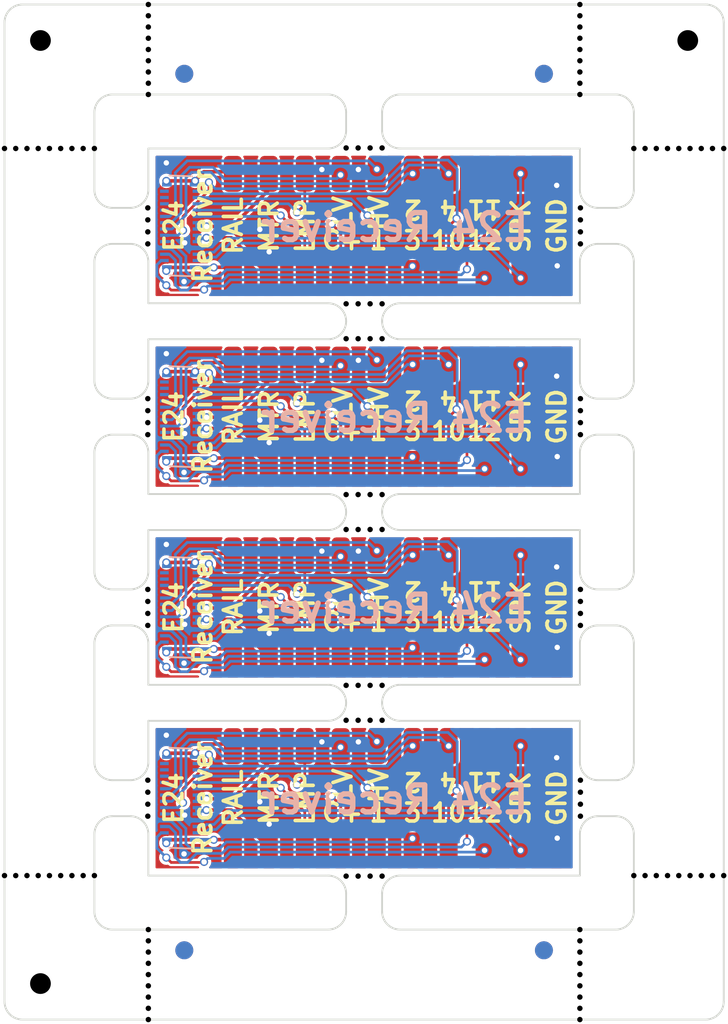
<source format=kicad_pcb>
(kicad_pcb (version 20240108) (generator "pcbnew") (generator_version "8.0")
  (layers (0 "F.Cu" signal) (31 "B.Cu" signal) (34 "B.Paste" user) (35 "F.Paste" user) (36 "B.SilkS" user "B.Silkscreen") (37 "F.SilkS" user "F.Silkscreen") (38 "B.Mask" user) (39 "F.Mask" user) (44 "Edge.Cuts" user))
  (net 0 "")
  (net 1 "Board_0-/AUX1 (VDC)")
  (net 2 "Board_0-/AUX10")
  (net 3 "Board_0-/AUX11")
  (net 4 "Board_0-/AUX12")
  (net 5 "Board_0-/AUX2 (VDC)")
  (net 6 "Board_0-/AUX3")
  (net 7 "Board_0-/AUX4")
  (net 8 "Board_0-/AUX5 (VDC)")
  (net 9 "Board_0-/AUX6 (VDC)")
  (net 10 "Board_0-/AUX7 (VDC)")
  (net 11 "Board_0-/AUX8 (VDC)")
  (net 12 "Board_0-/CAP+")
  (net 13 "Board_0-/LAMP_FRONT")
  (net 14 "Board_0-/LAMP_REAR")
  (net 15 "Board_0-/MOTOR_A")
  (net 16 "Board_0-/MOTOR_B")
  (net 17 "Board_0-/SPEAKER_N")
  (net 18 "Board_0-/SPEAKER_P")
  (net 19 "Board_0-/TRACK_LEFT")
  (net 20 "Board_0-/TRACK_RIGHT")
  (net 21 "Board_0-GND")
  (net 22 "Board_0-VCC")
  (net 23 "Board_0-VDC")
  (net 24 "Board_1-/AUX1 (VDC)")
  (net 25 "Board_1-/AUX10")
  (net 26 "Board_1-/AUX11")
  (net 27 "Board_1-/AUX12")
  (net 28 "Board_1-/AUX2 (VDC)")
  (net 29 "Board_1-/AUX3")
  (net 30 "Board_1-/AUX4")
  (net 31 "Board_1-/AUX5 (VDC)")
  (net 32 "Board_1-/AUX6 (VDC)")
  (net 33 "Board_1-/AUX7 (VDC)")
  (net 34 "Board_1-/AUX8 (VDC)")
  (net 35 "Board_1-/CAP+")
  (net 36 "Board_1-/LAMP_FRONT")
  (net 37 "Board_1-/LAMP_REAR")
  (net 38 "Board_1-/MOTOR_A")
  (net 39 "Board_1-/MOTOR_B")
  (net 40 "Board_1-/SPEAKER_N")
  (net 41 "Board_1-/SPEAKER_P")
  (net 42 "Board_1-/TRACK_LEFT")
  (net 43 "Board_1-/TRACK_RIGHT")
  (net 44 "Board_1-GND")
  (net 45 "Board_1-VCC")
  (net 46 "Board_1-VDC")
  (net 47 "Board_2-/AUX1 (VDC)")
  (net 48 "Board_2-/AUX10")
  (net 49 "Board_2-/AUX11")
  (net 50 "Board_2-/AUX12")
  (net 51 "Board_2-/AUX2 (VDC)")
  (net 52 "Board_2-/AUX3")
  (net 53 "Board_2-/AUX4")
  (net 54 "Board_2-/AUX5 (VDC)")
  (net 55 "Board_2-/AUX6 (VDC)")
  (net 56 "Board_2-/AUX7 (VDC)")
  (net 57 "Board_2-/AUX8 (VDC)")
  (net 58 "Board_2-/CAP+")
  (net 59 "Board_2-/LAMP_FRONT")
  (net 60 "Board_2-/LAMP_REAR")
  (net 61 "Board_2-/MOTOR_A")
  (net 62 "Board_2-/MOTOR_B")
  (net 63 "Board_2-/SPEAKER_N")
  (net 64 "Board_2-/SPEAKER_P")
  (net 65 "Board_2-/TRACK_LEFT")
  (net 66 "Board_2-/TRACK_RIGHT")
  (net 67 "Board_2-GND")
  (net 68 "Board_2-VCC")
  (net 69 "Board_2-VDC")
  (net 70 "Board_3-/AUX1 (VDC)")
  (net 71 "Board_3-/AUX10")
  (net 72 "Board_3-/AUX11")
  (net 73 "Board_3-/AUX12")
  (net 74 "Board_3-/AUX2 (VDC)")
  (net 75 "Board_3-/AUX3")
  (net 76 "Board_3-/AUX4")
  (net 77 "Board_3-/AUX5 (VDC)")
  (net 78 "Board_3-/AUX6 (VDC)")
  (net 79 "Board_3-/AUX7 (VDC)")
  (net 80 "Board_3-/AUX8 (VDC)")
  (net 81 "Board_3-/CAP+")
  (net 82 "Board_3-/LAMP_FRONT")
  (net 83 "Board_3-/LAMP_REAR")
  (net 84 "Board_3-/MOTOR_A")
  (net 85 "Board_3-/MOTOR_B")
  (net 86 "Board_3-/SPEAKER_N")
  (net 87 "Board_3-/SPEAKER_P")
  (net 88 "Board_3-/TRACK_LEFT")
  (net 89 "Board_3-/TRACK_RIGHT")
  (net 90 "Board_3-GND")
  (net 91 "Board_3-VCC")
  (net 92 "Board_3-VDC")
  (footprint "NPTH" (layer "F.Cu") (at 160.53 31.966667)
    (property "Reference" "KiKit_MB_2_2" (hide yes))
    (property "Value" "NPTH" (hide yes))
  )
  (footprint "NPTH" (layer "F.Cu") (at 136.5 76.4)
    (property "Reference" "KiKit_MB_19_9" (hide yes))
    (property "Value" "NPTH" (hide yes))
  )
  (footprint "Connector_Wire:SolderWirePad_1x01_SMD_1x2mm" (layer "F.Cu") (at 155.2 50.6)
    (property "Reference" "J19" (hide yes))
    (property "Value" "AUX11" (hide yes))
  )
  (footprint "Connector_Wire:SolderWirePad_1x01_SMD_1x2mm" (layer "F.Cu") (at 147.2 56.4)
    (property "Reference" "J5" (hide yes))
    (property "Value" "CAP+" (hide yes))
  )
  (footprint "NPTH" (layer "F.Cu") (at 160.53 31.3)
    (property "Reference" "KiKit_MB_2_1" (hide yes))
    (property "Value" "NPTH" (hide yes))
  )
  (footprint "Connector_Wire:SolderWirePad_1x01_SMD_1x2mm" (layer "F.Cu") (at 155.2 40)
    (property "Reference" "J19" (hide yes))
    (property "Value" "AUX11" (hide yes))
  )
  (footprint "NPTH" (layer "F.Cu") (at 160.53 65.1)
    (property "Reference" "KiKit_MB_14_4" (hide yes))
    (property "Value" "NPTH" (hide yes))
  )
  (footprint "NPTH" (layer "F.Cu") (at 136.47 31.3)
    (property "Reference" "KiKit_MB_1_4" (hide yes))
    (property "Value" "NPTH" (hide yes))
  )
  (footprint "NPTH" (layer "F.Cu") (at 149.5 38.57)
    (property "Reference" "KiKit_MB_7_4" (hide yes))
    (property "Value" "NPTH" (hide yes))
  )
  (footprint "NPTH" (layer "F.Cu") (at 148.833333 59.77)
    (property "Reference" "KiKit_MB_15_3" (hide yes))
    (property "Value" "NPTH" (hide yes))
  )
  (footprint "Connector_Wire:SolderWirePad_1x01_SMD_1x2mm" (layer "F.Cu") (at 151.2 40)
    (property "Reference" "J17" (hide yes))
    (property "Value" "AUX2" (hide yes))
  )
  (footprint "NPTH" (layer "F.Cu") (at 165.375 28)
    (property "Reference" "KiKit_MB_23_4" (hide yes))
    (property "Value" "NPTH" (hide yes))
  )
  (footprint "NPTH" (layer "F.Cu") (at 160.5 73.275)
    (property "Reference" "KiKit_MB_20_4" (hide yes))
    (property "Value" "NPTH" (hide yes))
  )
  (footprint "Connector_Wire:SolderWirePad_1x01_SMD_1x2mm" (layer "F.Cu") (at 155.2 67)
    (property "Reference" "J9" (hide yes))
    (property "Value" "AUX12" (hide yes))
  )
  (footprint "NPTH" (layer "F.Cu") (at 148.166667 27.97)
    (property "Reference" "KiKit_MB_3_2" (hide yes))
    (property "Value" "NPTH" (hide yes))
  )
  (footprint "NPTH" (layer "F.Cu") (at 136.5 21.875)
    (property "Reference" "KiKit_MB_17_4" (hide yes))
    (property "Value" "NPTH" (hide yes))
  )
  (footprint "NPTH" (layer "F.Cu") (at 160.53 43.9)
    (property "Reference" "KiKit_MB_6_4" (hide yes))
    (property "Value" "NPTH" (hide yes))
  )
  (footprint "NPTH" (layer "F.Cu") (at 163.5 28)
    (property "Reference" "KiKit_MB_23_1" (hide yes))
    (property "Value" "NPTH" (hide yes))
  )
  (footprint "NPTH" (layer "F.Cu") (at 136.5 75.15)
    (property "Reference" "KiKit_MB_19_7" (hide yes))
    (property "Value" "NPTH" (hide yes))
  )
  (footprint "Connector_Wire:SolderWirePad_1x01_SMD_1x2mm" (layer "F.Cu") (at 141.2 45.8)
    (property "Reference" "J2" (hide yes))
    (property "Value" "TRACK_LEFT" (hide yes))
  )
  (footprint "NPTH" (layer "F.Cu") (at 148.166667 59.77)
    (property "Reference" "KiKit_MB_15_2" (hide yes))
    (property "Value" "NPTH" (hide yes))
  )
  (footprint "NPTH" (layer "F.Cu") (at 136.47 53.833333)
    (property "Reference" "KiKit_MB_9_2" (hide yes))
    (property "Value" "NPTH" (hide yes))
  )
  (footprint "NPTH" (layer "F.Cu") (at 136.47 63.766666)
    (property "Reference" "KiKit_MB_13_3" (hide yes))
    (property "Value" "NPTH" (hide yes))
  )
  (footprint "Connector_Wire:SolderWirePad_1x01_SMD_1x2mm" (layer "F.Cu") (at 153.2 67)
    (property "Reference" "J8" (hide yes))
    (property "Value" "AUX10" (hide yes))
  )
  (footprint "Fiducial" (layer "F.Cu") (at 158.5 72.55)
    (property "Reference" "KiKit_FID_T_4" (hide yes))
    (property "Value" "Fiducial" (hide yes))
  )
  (footprint "NPTH" (layer "F.Cu") (at 130.5 74.4)
    (property "Reference" "KiKit_TO_3" (hide yes))
    (property "Value" "NPTH" (hide yes))
  )
  (footprint "NPTH" (layer "F.Cu") (at 166 68.4)
    (property "Reference" "KiKit_MB_24_5" (hide yes))
    (property "Value" "NPTH" (hide yes))
  )
  (footprint "NPTH" (layer "F.Cu") (at 164.75 68.4)
    (property "Reference" "KiKit_MB_24_3" (hide yes))
    (property "Value" "NPTH" (hide yes))
  )
  (footprint "NPTH" (layer "F.Cu") (at 149.5 47.23)
    (property "Reference" "KiKit_MB_8_1" (hide yes))
    (property "Value" "NPTH" (hide yes))
  )
  (footprint "NPTH" (layer "F.Cu") (at 166.625 28)
    (property "Reference" "KiKit_MB_23_6" (hide yes))
    (property "Value" "NPTH" (hide yes))
  )
  (footprint "NPTH" (layer "F.Cu") (at 136.5 71.4)
    (property "Reference" "KiKit_MB_19_1" (hide yes))
    (property "Value" "NPTH" (hide yes))
  )
  (footprint "NPTH" (layer "F.Cu") (at 136.5 20.625)
    (property "Reference" "KiKit_MB_17_2" (hide yes))
    (property "Value" "NPTH" (hide yes))
  )
  (footprint "Connector_Wire:SolderWirePad_1x01_SMD_1x2mm" (layer "F.Cu") (at 141.2 61.21)
    (property "Reference" "J12" (hide yes))
    (property "Value" "TRACK_RIGHT" (hide yes))
  )
  (footprint "NPTH" (layer "F.Cu") (at 136.5 20)
    (property "Reference" "KiKit_MB_17_1" (hide yes))
    (property "Value" "NPTH" (hide yes))
  )
  (footprint "Connector_Wire:SolderWirePad_1x01_SMD_1x2mm" (layer "F.Cu") (at 147.2 61.21)
    (property "Reference" "J15" (hide yes))
    (property "Value" "VCC" (hide yes))
  )
  (footprint "NPTH" (layer "F.Cu") (at 132.25 28)
    (property "Reference" "KiKit_MB_21_7" (hide yes))
    (property "Value" "NPTH" (hide yes))
  )
  (footprint "Connector_Wire:SolderWirePad_1x01_SMD_1x2mm" (layer "F.Cu") (at 157.2 56.4)
    (property "Reference" "J10" (hide yes))
    (property "Value" "SPEAKER-" (hide yes))
  )
  (footprint "NPTH" (layer "F.Cu") (at 129.125 68.4)
    (property "Reference" "KiKit_MB_22_2" (hide yes))
    (property "Value" "NPTH" (hide yes))
  )
  (footprint "NPTH" (layer "F.Cu") (at 131.625 28)
    (property "Reference" "KiKit_MB_21_6" (hide yes))
    (property "Value" "NPTH" (hide yes))
  )
  (footprint "NPTH" (layer "F.Cu") (at 136.47 31.966667)
    (property "Reference" "KiKit_MB_1_3" (hide yes))
    (property "Value" "NPTH" (hide yes))
  )
  (footprint "NPTH" (layer "F.Cu") (at 149.5 49.17)
    (property "Reference" "KiKit_MB_11_4" (hide yes))
    (property "Value" "NPTH" (hide yes))
  )
  (footprint "NPTH" (layer "F.Cu") (at 147.5 49.17)
    (property "Reference" "KiKit_MB_11_1" (hide yes))
    (property "Value" "NPTH" (hide yes))
  )
  (footprint "Connector_Wire:SolderWirePad_1x01_SMD_1x2mm" (layer "F.Cu") (at 143.2 50.61)
    (property "Reference" "J13" (hide yes))
    (property "Value" "MOTOR+" (hide yes))
  )
  (footprint "NPTH" (layer "F.Cu") (at 148.833333 27.97)
    (property "Reference" "KiKit_MB_3_3" (hide yes))
    (property "Value" "NPTH" (hide yes))
  )
  (footprint "Connector_Wire:SolderWirePad_1x01_SMD_1x2mm" (layer "F.Cu") (at 153.2 29.4)
    (property "Reference" "J18" (hide yes))
    (property "Value" "AUX4" (hide yes))
  )
  (footprint "Connector_Wire:SolderWirePad_1x01_SMD_1x2mm" (layer "F.Cu") (at 141.2 56.4)
    (property "Reference" "J2" (hide yes))
    (property "Value" "TRACK_LEFT" (hide yes))
  )
  (footprint "NPTH" (layer "F.Cu") (at 136.5 74.525)
    (property "Reference" "KiKit_MB_19_6" (hide yes))
    (property "Value" "NPTH" (hide yes))
  )
  (footprint "NPTH" (layer "F.Cu") (at 160.5 75.15)
    (property "Reference" "KiKit_MB_20_7" (hide yes))
    (property "Value" "NPTH" (hide yes))
  )
  (footprint "NPTH" (layer "F.Cu") (at 164.125 28)
    (property "Reference" "KiKit_MB_23_2" (hide yes))
    (property "Value" "NPTH" (hide yes))
  )
  (footprint "NPTH" (layer "F.Cu") (at 160.5 74.525)
    (property "Reference" "KiKit_MB_20_6" (hide yes))
    (property "Value" "NPTH" (hide yes))
  )
  (footprint "Connector_Wire:SolderWirePad_1x01_SMD_1x2mm" (layer "F.Cu") (at 157.2 29.4)
    (property "Reference" "J20" (hide yes))
    (property "Value" "SPEAKER+" (hide yes))
  )
  (footprint "Connector_Wire:SolderWirePad_1x01_SMD_1x2mm" (layer "F.Cu") (at 159.2 45.8)
    (property "Reference" "J11" (hide yes))
    (property "Value" "GND1" (hide yes))
  )
  (footprint "NPTH" (layer "F.Cu") (at 160.53 64.433333)
    (property "Reference" "KiKit_MB_14_3" (hide yes))
    (property "Value" "NPTH" (hide yes))
  )
  (footprint "NPTH" (layer "F.Cu") (at 160.5 20.625)
    (property "Reference" "KiKit_MB_18_2" (hide yes))
    (property "Value" "NPTH" (hide yes))
  )
  (footprint "Connector_Wire:SolderWirePad_1x01_SMD_1x2mm" (layer "F.Cu") (at 145.2 67)
    (property "Reference" "J4" (hide yes))
    (property "Value" "LAMP_FRONT" (hide yes))
  )
  (footprint "NPTH" (layer "F.Cu") (at 131 28)
    (property "Reference" "KiKit_MB_21_5" (hide yes))
    (property "Value" "NPTH" (hide yes))
  )
  (footprint "NPTH" (layer "F.Cu") (at 160.53 53.166666)
    (property "Reference" "KiKit_MB_10_2" (hide yes))
    (property "Value" "NPTH" (hide yes))
  )
  (footprint "NPTH" (layer "F.Cu") (at 148.166667 57.83)
    (property "Reference" "KiKit_MB_12_3" (hide yes))
    (property "Value" "NPTH" (hide yes))
  )
  (footprint "Connector_Wire:SolderWirePad_1x01_SMD_1x2mm" (layer "F.Cu") (at 149.2 29.4)
    (property "Reference" "J14" (hide yes))
    (property "Value" "U+" (hide yes))
  )
  (footprint "NPTH" (layer "F.Cu") (at 136.47 64.433333)
    (property "Reference" "KiKit_MB_13_2" (hide yes))
    (property "Value" "NPTH" (hide yes))
  )
  (footprint "Connector_Wire:SolderWirePad_1x01_SMD_1x2mm" (layer "F.Cu") (at 147.2 40.01)
    (property "Reference" "J15" (hide yes))
    (property "Value" "VCC" (hide yes))
  )
  (footprint "Connector_Wire:SolderWirePad_1x01_SMD_1x2mm" (layer "F.Cu") (at 143.2 35.2)
    (property "Reference" "J3" (hide yes))
    (property "Value" "MOTOR-" (hide yes))
  )
  (footprint "NPTH" (layer "F.Cu") (at 129.75 68.4)
    (property "Reference" "KiKit_MB_22_3" (hide yes))
    (property "Value" "NPTH" (hide yes))
  )
  (footprint "NPTH" (layer "F.Cu") (at 160.5 22.5)
    (property "Reference" "KiKit_MB_18_5" (hide yes))
    (property "Value" "NPTH" (hide yes))
  )
  (footprint "NPTH" (layer "F.Cu") (at 129.125 28)
    (property "Reference" "KiKit_MB_21_2" (hide yes))
    (property "Value" "NPTH" (hide yes))
  )
  (footprint "Connector_Wire:SolderWirePad_1x01_SMD_1x2mm" (layer "F.Cu") (at 143.2 45.8)
    (property "Reference" "J3" (hide yes))
    (property "Value" "MOTOR-" (hide yes))
  )
  (footprint "NPTH" (layer "F.Cu") (at 136.5 73.275)
    (property "Reference" "KiKit_MB_19_4" (hide yes))
    (property "Value" "NPTH" (hide yes))
  )
  (footprint "NPTH" (layer "F.Cu") (at 148.166667 36.63)
    (property "Reference" "KiKit_MB_4_3" (hide yes))
    (property "Value" "NPTH" (hide yes))
  )
  (footprint "Connector_Wire:SolderWirePad_1x01_SMD_1x2mm" (layer "F.Cu") (at 145.2 29.4)
    (property "Reference" "J16" (hide yes))
    (property "Value" "LAMP_REAR" (hide yes))
  )
  (footprint "NPTH" (layer "F.Cu") (at 132.25 68.4)
    (property "Reference" "KiKit_MB_22_7" (hide yes))
    (property "Value" "NPTH" (hide yes))
  )
  (footprint "NPTH" (layer "F.Cu") (at 130.375 68.4)
    (property "Reference" "KiKit_MB_22_4" (hide yes))
    (property "Value" "NPTH" (hide yes))
  )
  (footprint "NPTH" (layer "F.Cu") (at 136.5 23.125)
    (property "Reference" "KiKit_MB_17_6" (hide yes))
    (property "Value" "NPTH" (hide yes))
  )
  (footprint "Connector_Wire:SolderWirePad_1x01_SMD_1x2mm" (layer "F.Cu") (at 153.2 35.2)
    (property "Reference" "J8" (hide yes))
    (property "Value" "AUX10" (hide yes))
  )
  (footprint "Connector_Wire:SolderWirePad_1x01_SMD_1x2mm" (layer "F.Cu") (at 151.2 61.2)
    (property "Reference" "J17" (hide yes))
    (property "Value" "AUX2" (hide yes))
  )
  (footprint "Connector_Wire:SolderWirePad_1x01_SMD_1x2mm" (layer "F.Cu") (at 159.2 67)
    (property "Reference" "J11" (hide yes))
    (property "Value" "GND1" (hide yes))
  )
  (footprint "Connector_Wire:SolderWirePad_1x01_SMD_1x2mm" (layer "F.Cu") (at 149.2 61.2)
    (property "Reference" "J14" (hide yes))
    (property "Value" "U+" (hide yes))
  )
  (footprint "Connector_Wire:SolderWirePad_1x01_SMD_1x2mm" (layer "F.Cu") (at 145.2 56.4)
    (property "Reference" "J4" (hide yes))
    (property "Value" "LAMP_FRONT" (hide yes))
  )
  (footprint "NPTH" (layer "F.Cu") (at 164.125 68.4)
    (property "Reference" "KiKit_MB_24_2" (hide yes))
    (property "Value" "NPTH" (hide yes))
  )
  (footprint "NPTH" (layer "F.Cu") (at 166.625 68.4)
    (property "Reference" "KiKit_MB_24_6" (hide yes))
    (property "Value" "NPTH" (hide yes))
  )
  (footprint "Connector_Wire:SolderWirePad_1x01_SMD_1x2mm" (layer "F.Cu") (at 155.2 45.8)
    (property "Reference" "J9" (hide yes))
    (property "Value" "AUX12" (hide yes))
  )
  (footprint "NPTH" (layer "F.Cu") (at 136.5 73.9)
    (property "Reference" "KiKit_MB_19_5" (hide yes))
    (property "Value" "NPTH" (hide yes))
  )
  (footprint "NPTH" (layer "F.Cu") (at 136.47 32.633333)
    (property "Reference" "KiKit_MB_1_2" (hide yes))
    (property "Value" "NPTH" (hide yes))
  )
  (footprint "NPTH" (layer "F.Cu") (at 136.47 65.1)
    (property "Reference" "KiKit_MB_13_1" (hide yes))
    (property "Value" "NPTH" (hide yes))
  )
  (footprint "Fiducial" (layer "F.Cu") (at 138.5 23.85)
    (property "Reference" "KiKit_FID_T_1" (hide yes))
    (property "Value" "Fiducial" (hide yes))
  )
  (footprint "NPTH" (layer "F.Cu") (at 149.5 68.43)
    (property "Reference" "KiKit_MB_16_1" (hide yes))
    (property "Value" "NPTH" (hide yes))
  )
  (footprint "Connector_Wire:SolderWirePad_1x01_SMD_1x2mm" (layer "F.Cu") (at 147.2 45.8)
    (property "Reference" "J5" (hide yes))
    (property "Value" "CAP+" (hide yes))
  )
  (footprint "NPTH" (layer "F.Cu") (at 167.875 68.4)
    (property "Reference" "KiKit_MB_24_8" (hide yes))
    (property "Value" "NPTH" (hide yes))
  )
  (footprint "Connector_Wire:SolderWirePad_1x01_SMD_1x2mm" (layer "F.Cu") (at 157.2 45.8)
    (property "Reference" "J10" (hide yes))
    (property "Value" "SPEAKER-" (hide yes))
  )
  (footprint "Connector_Wire:SolderWirePad_1x01_SMD_1x2mm" (layer "F.Cu") (at 145.2 61.2)
    (property "Reference" "J16" (hide yes))
    (property "Value" "LAMP_REAR" (hide yes))
  )
  (footprint "NPTH" (layer "F.Cu") (at 160.53 54.5)
    (property "Reference" "KiKit_MB_10_4" (hide yes))
    (property "Value" "NPTH" (hide yes))
  )
  (footprint "Connector_Wire:SolderWirePad_1x01_SMD_1x2mm" (layer "F.Cu") (at 151.2 67)
    (property "Reference" "J7" (hide yes))
    (property "Value" "AUX3" (hide yes))
  )
  (footprint "NPTH" (layer "F.Cu") (at 160.53 63.1)
    (property "Reference" "KiKit_MB_14_1" (hide yes))
    (property "Value" "NPTH" (hide yes))
  )
  (footprint "NPTH" (layer "F.Cu") (at 147.5 59.77)
    (property "Reference" "KiKit_MB_15_1" (hide yes))
    (property "Value" "NPTH" (hide yes))
  )
  (footprint "Connector_Wire:SolderWirePad_1x01_SMD_1x2mm" (layer "F.Cu") (at 143.2 29.41)
    (property "Reference" "J13" (hide yes))
    (property "Value" "MOTOR+" (hide yes))
  )
  (footprint "NPTH" (layer "F.Cu") (at 136.47 33.3)
    (property "Reference" "KiKit_MB_1_1" (hide yes))
    (property "Value" "NPTH" (hide yes))
  )
  (footprint "NPTH" (layer "F.Cu") (at 148.166667 38.57)
    (property "Reference" "KiKit_MB_7_2" (hide yes))
    (property "Value" "NPTH" (hide yes))
  )
  (footprint "Connector_Wire:SolderWirePad_1x01_SMD_1x2mm" (layer "F.Cu") (at 153.2 61.2)
    (property "Reference" "J18" (hide yes))
    (property "Value" "AUX4" (hide yes))
  )
  (footprint "NPTH" (layer "F.Cu") (at 160.53 53.833333)
    (property "Reference" "KiKit_MB_10_3" (hide yes))
    (property "Value" "NPTH" (hide yes))
  )
  (footprint "Connector_Wire:SolderWirePad_1x01_SMD_1x2mm" (layer "F.Cu") (at 143.2 67)
    (property "Reference" "J3" (hide yes))
    (property "Value" "MOTOR-" (hide yes))
  )
  (footprint "NPTH" (layer "F.Cu") (at 149.5 57.83)
    (property "Reference" "KiKit_MB_12_1" (hide yes))
    (property "Value" "NPTH" (hide yes))
  )
  (footprint "NPTH" (layer "F.Cu") (at 149.5 36.63)
    (property "Reference" "KiKit_MB_4_1" (hide yes))
    (property "Value" "NPTH" (hide yes))
  )
  (footprint "Connector_Wire:SolderWirePad_1x01_SMD_1x2mm" (layer "F.Cu") (at 149.2 35.2)
    (property "Reference" "J6" (hide yes))
    (property "Value" "AUX1" (hide yes))
  )
  (footprint "NPTH" (layer "F.Cu") (at 136.5 21.25)
    (property "Reference" "KiKit_MB_17_3" (hide yes))
    (property "Value" "NPTH" (hide yes))
  )
  (footprint "Fiducial" (layer "F.Cu") (at 158.5 23.85)
    (property "Reference" "KiKit_FID_T_2" (hide yes))
    (property "Value" "Fiducial" (hide yes))
  )
  (footprint "NPTH" (layer "F.Cu") (at 136.47 53.166666)
    (property "Reference" "KiKit_MB_9_3" (hide yes))
    (property "Value" "NPTH" (hide yes))
  )
  (footprint "Connector_Wire:SolderWirePad_1x01_SMD_1x2mm" (layer "F.Cu") (at 153.2 45.8)
    (property "Reference" "J8" (hide yes))
    (property "Value" "AUX10" (hide yes))
  )
  (footprint "NPTH" (layer "F.Cu") (at 167.25 68.4)
    (property "Reference" "KiKit_MB_24_7" (hide yes))
    (property "Value" "NPTH" (hide yes))
  )
  (footprint "Connector_Wire:SolderWirePad_1x01_SMD_1x2mm" (layer "F.Cu") (at 159.2 40)
    (property "Reference" "J21" (hide yes))
    (property "Value" "GND2" (hide yes))
  )
  (footprint "Connector_Wire:SolderWirePad_1x01_SMD_1x2mm" (layer "F.Cu") (at 149.2 45.8)
    (property "Reference" "J6" (hide yes))
    (property "Value" "AUX1" (hide yes))
  )
  (footprint "NPTH" (layer "F.Cu") (at 133.5 68.4)
    (property "Reference" "KiKit_MB_22_9" (hide yes))
    (property "Value" "NPTH" (hide yes))
  )
  (footprint "NPTH" (layer "F.Cu") (at 166 28)
    (property "Reference" "KiKit_MB_23_5" (hide yes))
    (property "Value" "NPTH" (hide yes))
  )
  (footprint "NPTH" (layer "F.Cu") (at 160.5 73.9)
    (property "Reference" "KiKit_MB_20_5" (hide yes))
    (property "Value" "NPTH" (hide yes))
  )
  (footprint "Connector_Wire:SolderWirePad_1x01_SMD_1x2mm" (layer "F.Cu") (at 157.2 61.2)
    (property "Reference" "J20" (hide yes))
    (property "Value" "SPEAKER+" (hide yes))
  )
  (footprint "NPTH" (layer "F.Cu") (at 136.47 63.1)
    (property "Reference" "KiKit_MB_13_4" (hide yes))
    (property "Value" "NPTH" (hide yes))
  )
  (footprint "NPTH" (layer "F.Cu") (at 131 68.4)
    (property "Reference" "KiKit_MB_22_5" (hide yes))
    (property "Value" "NPTH" (hide yes))
  )
  (footprint "NPTH" (layer "F.Cu") (at 147.5 47.23)
    (property "Reference" "KiKit_MB_8_4" (hide yes))
    (property "Value" "NPTH" (hide yes))
  )
  (footprint "NPTH" (layer "F.Cu") (at 167.25 28)
    (property "Reference" "KiKit_MB_23_7" (hide yes))
    (property "Value" "NPTH" (hide yes))
  )
  (footprint "NPTH" (layer "F.Cu") (at 136.5 25)
    (property "Reference" "KiKit_MB_17_9" (hide yes))
    (property "Value" "NPTH" (hide yes))
  )
  (footprint "NPTH" (layer "F.Cu") (at 168.5 68.4)
    (property "Reference" "KiKit_MB_24_9" (hide yes))
    (property "Value" "NPTH" (hide yes))
  )
  (footprint "Connector_Wire:SolderWirePad_1x01_SMD_1x2mm" (layer "F.Cu") (at 151.2 35.2)
    (property "Reference" "J7" (hide yes))
    (property "Value" "AUX3" (hide yes))
  )
  (footprint "Connector_Wire:SolderWirePad_1x01_SMD_1x2mm" (layer "F.Cu") (at 157.2 50.6)
    (property "Reference" "J20" (hide yes))
    (property "Value" "SPEAKER+" (hide yes))
  )
  (footprint "NPTH" (layer "F.Cu") (at 148.833333 49.17)
    (property "Reference" "KiKit_MB_11_3" (hide yes))
    (property "Value" "NPTH" (hide yes))
  )
  (footprint "NPTH" (layer "F.Cu") (at 164.75 28)
    (property "Reference" "KiKit_MB_23_3" (hide yes))
    (property "Value" "NPTH" (hide yes))
  )
  (footprint "NPTH" (layer "F.Cu") (at 160.5 25)
    (property "Reference" "KiKit_MB_18_9" (hide yes))
    (property "Value" "NPTH" (hide yes))
  )
  (footprint "Connector_Wire:SolderWirePad_1x01_SMD_1x2mm" (layer "F.Cu") (at 157.2 40)
    (property "Reference" "J20" (hide yes))
    (property "Value" "SPEAKER+" (hide yes))
  )
  (footprint "NPTH" (layer "F.Cu") (at 136.47 43.9)
    (property "Reference" "KiKit_MB_5_1" (hide yes))
    (property "Value" "NPTH" (hide yes))
  )
  (footprint "NPTH" (layer "F.Cu") (at 160.53 43.233333)
    (property "Reference" "KiKit_MB_6_3" (hide yes))
    (property "Value" "NPTH" (hide yes))
  )
  (footprint "NPTH" (layer "F.Cu") (at 166.5 22)
    (property "Reference" "KiKit_TO_2" (hide yes))
    (property "Value" "NPTH" (hide yes))
  )
  (footprint "NPTH" (layer "F.Cu") (at 129.75 28)
    (property "Reference" "KiKit_MB_21_3" (hide yes))
    (property "Value" "NPTH" (hide yes))
  )
  (footprint "Connector_Wire:SolderWirePad_1x01_SMD_1x2mm" (layer "F.Cu") (at 145.2 45.8)
    (property "Reference" "J4" (hide yes))
    (property "Value" "LAMP_FRONT" (hide yes))
  )
  (footprint "NPTH" (layer "F.Cu") (at 160.5 76.4)
    (property "Reference" "KiKit_MB_20_9" (hide yes))
    (property "Value" "NPTH" (hide yes))
  )
  (footprint "NPTH" (layer "F.Cu") (at 160.5 21.25)
    (property "Reference" "KiKit_MB_18_3" (hide yes))
    (property "Value" "NPTH" (hide yes))
  )
  (footprint "Connector_Wire:SolderWirePad_1x01_SMD_1x2mm" (layer "F.Cu") (at 141.2 29.41)
    (property "Reference" "J12" (hide yes))
    (property "Value" "TRACK_RIGHT" (hide yes))
  )
  (footprint "NPTH" (layer "F.Cu") (at 136.5 23.75)
    (property "Reference" "KiKit_MB_17_7" (hide yes))
    (property "Value" "NPTH" (hide yes))
  )
  (footprint "Connector_Wire:SolderWirePad_1x01_SMD_1x2mm" (layer "F.Cu") (at 145.2 40)
    (property "Reference" "J16" (hide yes))
    (property "Value" "LAMP_REAR" (hide yes))
  )
  (footprint "NPTH" (layer "F.Cu") (at 149.5 27.97)
    (property "Reference" "KiKit_MB_3_4" (hide yes))
    (property "Value" "NPTH" (hide yes))
  )
  (footprint "NPTH" (layer "F.Cu") (at 148.833333 36.63)
    (property "Reference" "KiKit_MB_4_2" (hide yes))
    (property "Value" "NPTH" (hide yes))
  )
  (footprint "Connector_Wire:SolderWirePad_1x01_SMD_1x2mm" (layer "F.Cu") (at 149.2 50.6)
    (property "Reference" "J14" (hide yes))
    (property "Value" "U+" (hide yes))
  )
  (footprint "NPTH" (layer "F.Cu") (at 163.5 68.4)
    (property "Reference" "KiKit_MB_24_1" (hide yes))
    (property "Value" "NPTH" (hide yes))
  )
  (footprint "Connector_Wire:SolderWirePad_1x01_SMD_1x2mm" (layer "F.Cu") (at 145.2 35.2)
    (property "Reference" "J4" (hide yes))
    (property "Value" "LAMP_FRONT" (hide yes))
  )
  (footprint "NPTH" (layer "F.Cu") (at 167.875 28)
    (property "Reference" "KiKit_MB_23_8" (hide yes))
    (property "Value" "NPTH" (hide yes))
  )
  (footprint "Fiducial" (layer "F.Cu") (at 138.5 72.55)
    (property "Reference" "KiKit_FID_T_3" (hide yes))
    (property "Value" "Fiducial" (hide yes))
  )
  (footprint "NPTH" (layer "F.Cu") (at 160.5 21.875)
    (property "Reference" "KiKit_MB_18_4" (hide yes))
    (property "Value" "NPTH" (hide yes))
  )
  (footprint "Connector_Wire:SolderWirePad_1x01_SMD_1x2mm" (layer "F.Cu") (at 147.2 67)
    (property "Reference" "J5" (hide yes))
    (property "Value" "CAP+" (hide yes))
  )
  (footprint "Connector_Wire:SolderWirePad_1x01_SMD_1x2mm" (layer "F.Cu") (at 159.2 50.6)
    (property "Reference" "J21" (hide yes))
    (property "Value" "GND2" (hide yes))
  )
  (footprint "Connector_Wire:SolderWirePad_1x01_SMD_1x2mm" (layer "F.Cu") (at 153.2 50.6)
    (property "Reference" "J18" (hide yes))
    (property "Value" "AUX4" (hide yes))
  )
  (footprint "NPTH" (layer "F.Cu") (at 148.833333 47.23)
    (property "Reference" "KiKit_MB_8_2" (hide yes))
    (property "Value" "NPTH" (hide yes))
  )
  (footprint "NPTH" (layer "F.Cu") (at 160.5 23.125)
    (property "Reference" "KiKit_MB_18_6" (hide yes))
    (property "Value" "NPTH" (hide yes))
  )
  (footprint "NPTH" (layer "F.Cu") (at 147.5 38.57)
    (property "Reference" "KiKit_MB_7_1" (hide yes))
    (property "Value" "NPTH" (hide yes))
  )
  (footprint "NPTH" (layer "F.Cu") (at 147.5 57.83)
    (property "Reference" "KiKit_MB_12_4" (hide yes))
    (property "Value" "NPTH" (hide yes))
  )
  (footprint "NPTH" (layer "F.Cu") (at 160.53 42.566666)
    (property "Reference" "KiKit_MB_6_2" (hide yes))
    (property "Value" "NPTH" (hide yes))
  )
  (footprint "Connector_Wire:SolderWirePad_1x01_SMD_1x2mm" (layer "F.Cu") (at 153.2 56.4)
    (property "Reference" "J8" (hide yes))
    (property "Value" "AUX10" (hide yes))
  )
  (footprint "Connector_Wire:SolderWirePad_1x01_SMD_1x2mm" (layer "F.Cu") (at 151.2 56.4)
    (property "Reference" "J7" (hide yes))
    (property "Value" "AUX3" (hide yes))
  )
  (footprint "Connector_Wire:SolderWirePad_1x01_SMD_1x2mm" (layer "F.Cu") (at 155.2 61.2)
    (property "Reference" "J19" (hide yes))
    (property "Value" "AUX11" (hide yes))
  )
  (footprint "NPTH" (layer "F.Cu") (at 136.47 41.9)
    (property "Reference" "KiKit_MB_5_4" (hide yes))
    (property "Value" "NPTH" (hide yes))
  )
  (footprint "NPTH" (layer "F.Cu") (at 160.5 72.025)
    (property "Reference" "KiKit_MB_20_2" (hide yes))
    (property "Value" "NPTH" (hide yes))
  )
  (footprint "NPTH" (layer "F.Cu") (at 136.47 42.566666)
    (property "Reference" "KiKit_MB_5_3" (hide yes))
    (property "Value" "NPTH" (hide yes))
  )
  (footprint "Connector_Wire:SolderWirePad_1x01_SMD_1x2mm" (layer "F.Cu") (at 151.2 29.4)
    (property "Reference" "J17" (hide yes))
    (property "Value" "AUX2" (hide yes))
  )
  (footprint "Connector_Wire:SolderWirePad_1x01_SMD_1x2mm" (layer "F.Cu") (at 143.2 56.4)
    (property "Reference" "J3" (hide yes))
    (property "Value" "MOTOR-" (hide yes))
  )
  (footprint "NPTH" (layer "F.Cu") (at 130.5 22)
    (property "Reference" "KiKit_TO_1" (hide yes))
    (property "Value" "NPTH" (hide yes))
  )
  (footprint "Connector_Wire:SolderWirePad_1x01_SMD_1x2mm" (layer "F.Cu") (at 155.2 35.2)
    (property "Reference" "J9" (hide yes))
    (property "Value" "AUX12" (hide yes))
  )
  (footprint "Connector_Wire:SolderWirePad_1x01_SMD_1x2mm" (layer "F.Cu") (at 159.2 35.2)
    (property "Reference" "J11" (hide yes))
    (property "Value" "GND1" (hide yes))
  )
  (footprint "NPTH" (layer "F.Cu") (at 147.5 68.43)
    (property "Reference" "KiKit_MB_16_4" (hide yes))
    (property "Value" "NPTH" (hide yes))
  )
  (footprint "Connector_Wire:SolderWirePad_1x01_SMD_1x2mm" (layer "F.Cu") (at 141.2 50.61)
    (property "Reference" "J12" (hide yes))
    (property "Value" "TRACK_RIGHT" (hide yes))
  )
  (footprint "NPTH" (layer "F.Cu") (at 132.875 28)
    (property "Reference" "KiKit_MB_21_8" (hide yes))
    (property "Value" "NPTH" (hide yes))
  )
  (footprint "Connector_Wire:SolderWirePad_1x01_SMD_1x2mm" (layer "F.Cu") (at 155.2 56.4)
    (property "Reference" "J9" (hide yes))
    (property "Value" "AUX12" (hide yes))
  )
  (footprint "NPTH" (layer "F.Cu") (at 160.5 71.4)
    (property "Reference" "KiKit_MB_20_1" (hide yes))
    (property "Value" "NPTH" (hide yes))
  )
  (footprint "NPTH" (layer "F.Cu") (at 160.5 20)
    (property "Reference" "KiKit_MB_18_1" (hide yes))
    (property "Value" "NPTH" (hide yes))
  )
  (footprint "NPTH" (layer "F.Cu") (at 160.53 33.3)
    (property "Reference" "KiKit_MB_2_4" (hide yes))
    (property "Value" "NPTH" (hide yes))
  )
  (footprint "NPTH" (layer "F.Cu") (at 160.53 52.5)
    (property "Reference" "KiKit_MB_10_1" (hide yes))
    (property "Value" "NPTH" (hide yes))
  )
  (footprint "NPTH" (layer "F.Cu") (at 160.5 72.65)
    (property "Reference" "KiKit_MB_20_3" (hide yes))
    (property "Value" "NPTH" (hide yes))
  )
  (footprint "NPTH" (layer "F.Cu") (at 160.53 32.633333)
    (property "Reference" "KiKit_MB_2_3" (hide yes))
    (property "Value" "NPTH" (hide yes))
  )
  (footprint "Connector_Wire:SolderWirePad_1x01_SMD_1x2mm" (layer "F.Cu") (at 141.2 67)
    (property "Reference" "J2" (hide yes))
    (property "Value" "TRACK_LEFT" (hide yes))
  )
  (footprint "NPTH" (layer "F.Cu") (at 148.166667 68.43)
    (property "Reference" "KiKit_MB_16_3" (hide yes))
    (property "Value" "NPTH" (hide yes))
  )
  (footprint "NPTH" (layer "F.Cu") (at 148.833333 38.57)
    (property "Reference" "KiKit_MB_7_3" (hide yes))
    (property "Value" "NPTH" (hide yes))
  )
  (footprint "NPTH" (layer "F.Cu") (at 136.5 75.775)
    (property "Reference" "KiKit_MB_19_8" (hide yes))
    (property "Value" "NPTH" (hide yes))
  )
  (footprint "Connector_Wire:SolderWirePad_1x01_SMD_1x2mm" (layer "F.Cu") (at 141.2 40.01)
    (property "Reference" "J12" (hide yes))
    (property "Value" "TRACK_RIGHT" (hide yes))
  )
  (footprint "Connector_Wire:SolderWirePad_1x01_SMD_1x2mm" (layer "F.Cu") (at 149.2 40)
    (property "Reference" "J14" (hide yes))
    (property "Value" "U+" (hide yes))
  )
  (footprint "Connector_Wire:SolderWirePad_1x01_SMD_1x2mm" (layer "F.Cu") (at 141.2 35.2)
    (property "Reference" "J2" (hide yes))
    (property "Value" "TRACK_LEFT" (hide yes))
  )
  (footprint "NPTH" (layer "F.Cu") (at 136.5 22.5)
    (property "Reference" "KiKit_MB_17_5" (hide yes))
    (property "Value" "NPTH" (hide yes))
  )
  (footprint "Connector_Wire:SolderWirePad_1x01_SMD_1x2mm" (layer "F.Cu") (at 145.2 50.6)
    (property "Reference" "J16" (hide yes))
    (property "Value" "LAMP_REAR" (hide yes))
  )
  (footprint "NPTH" (layer "F.Cu") (at 136.47 54.5)
    (property "Reference" "KiKit_MB_9_1" (hide yes))
    (property "Value" "NPTH" (hide yes))
  )
  (footprint "NPTH" (layer "F.Cu") (at 147.5 36.63)
    (property "Reference" "KiKit_MB_4_4" (hide yes))
    (property "Value" "NPTH" (hide yes))
  )
  (footprint "Connector_Wire:SolderWirePad_1x01_SMD_1x2mm" (layer "F.Cu") (at 149.2 56.4)
    (property "Reference" "J6" (hide yes))
    (property "Value" "AUX1" (hide yes))
  )
  (footprint "NPTH" (layer "F.Cu") (at 160.53 63.766666)
    (property "Reference" "KiKit_MB_14_2" (hide yes))
    (property "Value" "NPTH" (hide yes))
  )
  (footprint "NPTH" (layer "F.Cu") (at 160.5 75.775)
    (property "Reference" "KiKit_MB_20_8" (hide yes))
    (property "Value" "NPTH" (hide yes))
  )
  (footprint "NPTH" (layer "F.Cu") (at 165.375 68.4)
    (property "Reference" "KiKit_MB_24_4" (hide yes))
    (property "Value" "NPTH" (hide yes))
  )
  (footprint "NPTH" (layer "F.Cu") (at 133.5 28)
    (property "Reference" "KiKit_MB_21_9" (hide yes))
    (property "Value" "NPTH" (hide yes))
  )
  (footprint "NPTH" (layer "F.Cu") (at 147.5 27.97)
    (property "Reference" "KiKit_MB_3_1" (hide yes))
    (property "Value" "NPTH" (hide yes))
  )
  (footprint "NPTH" (layer "F.Cu") (at 136.5 24.375)
    (property "Reference" "KiKit_MB_17_8" (hide yes))
    (property "Value" "NPTH" (hide yes))
  )
  (footprint "NPTH" (layer "F.Cu") (at 148.833333 68.43)
    (property "Reference" "KiKit_MB_16_2" (hide yes))
    (property "Value" "NPTH" (hide yes))
  )
  (footprint "Connector_Wire:SolderWirePad_1x01_SMD_1x2mm" (layer "F.Cu") (at 149.2 67)
    (property "Reference" "J6" (hide yes))
    (property "Value" "AUX1" (hide yes))
  )
  (footprint "NPTH" (layer "F.Cu") (at 160.53 41.9)
    (property "Reference" "KiKit_MB_6_1" (hide yes))
    (property "Value" "NPTH" (hide yes))
  )
  (footprint "NPTH" (layer "F.Cu") (at 149.5 59.77)
    (property "Reference" "KiKit_MB_15_4" (hide yes))
    (property "Value" "NPTH" (hide yes))
  )
  (footprint "Connector_Wire:SolderWirePad_1x01_SMD_1x2mm" (layer "F.Cu") (at 147.2 35.2)
    (property "Reference" "J5" (hide yes))
    (property "Value" "CAP+" (hide yes))
  )
  (footprint "NPTH" (layer "F.Cu") (at 128.5 28)
    (property "Reference" "KiKit_MB_21_1" (hide yes))
    (property "Value" "NPTH" (hide yes))
  )
  (footprint "NPTH" (layer "F.Cu") (at 136.5 72.025)
    (property "Reference" "KiKit_MB_19_2" (hide yes))
    (property "Value" "NPTH" (hide yes))
  )
  (footprint "NPTH" (layer "F.Cu") (at 136.47 43.233333)
    (property "Reference" "KiKit_MB_5_2" (hide yes))
    (property "Value" "NPTH" (hide yes))
  )
  (footprint "NPTH" (layer "F.Cu") (at 148.166667 47.23)
    (property "Reference" "KiKit_MB_8_3" (hide yes))
    (property "Value" "NPTH" (hide yes))
  )
  (footprint "NPTH" (layer "F.Cu") (at 168.5 28)
    (property "Reference" "KiKit_MB_23_9" (hide yes))
    (property "Value" "NPTH" (hide yes))
  )
  (footprint "Connector_Wire:SolderWirePad_1x01_SMD_1x2mm" (layer "F.Cu") (at 157.2 35.2)
    (property "Reference" "J10" (hide yes))
    (property "Value" "SPEAKER-" (hide yes))
  )
  (footprint "Connector_Wire:SolderWirePad_1x01_SMD_1x2mm" (layer "F.Cu") (at 153.2 40)
    (property "Reference" "J18" (hide yes))
    (property "Value" "AUX4" (hide yes))
  )
  (footprint "NPTH" (layer "F.Cu") (at 160.5 23.75)
    (property "Reference" "KiKit_MB_18_7" (hide yes))
    (property "Value" "NPTH" (hide yes))
  )
  (footprint "NPTH" (layer "F.Cu") (at 132.875 68.4)
    (property "Reference" "KiKit_MB_22_8" (hide yes))
    (property "Value" "NPTH" (hide yes))
  )
  (footprint "Connector_Wire:SolderWirePad_1x01_SMD_1x2mm" (layer "F.Cu") (at 151.2 45.8)
    (property "Reference" "J7" (hide yes))
    (property "Value" "AUX3" (hide yes))
  )
  (footprint "Connector_Wire:SolderWirePad_1x01_SMD_1x2mm" (layer "F.Cu") (at 159.2 61.2)
    (property "Reference" "J21" (hide yes))
    (property "Value" "GND2" (hide yes))
  )
  (footprint "NPTH" (layer "F.Cu") (at 136.5 72.65)
    (property "Reference" "KiKit_MB_19_3" (hide yes))
    (property "Value" "NPTH" (hide yes))
  )
  (footprint "Connector_Wire:SolderWirePad_1x01_SMD_1x2mm" (layer "F.Cu") (at 159.2 29.4)
    (property "Reference" "J21" (hide yes))
    (property "Value" "GND2" (hide yes))
  )
  (footprint "Connector_Wire:SolderWirePad_1x01_SMD_1x2mm" (layer "F.Cu") (at 157.2 67)
    (property "Reference" "J10" (hide yes))
    (property "Value" "SPEAKER-" (hide yes))
  )
  (footprint "NPTH" (layer "F.Cu") (at 136.47 52.5)
    (property "Reference" "KiKit_MB_9_4" (hide yes))
    (property "Value" "NPTH" (hide yes))
  )
  (footprint "NPTH" (layer "F.Cu") (at 130.375 28)
    (property "Reference" "KiKit_MB_21_4" (hide yes))
    (property "Value" "NPTH" (hide yes))
  )
  (footprint "NPTH" (layer "F.Cu") (at 148.166667 49.17)
    (property "Reference" "KiKit_MB_11_2" (hide yes))
    (property "Value" "NPTH" (hide yes))
  )
  (footprint "Connector_Wire:SolderWirePad_1x01_SMD_1x2mm" (layer "F.Cu") (at 151.2 50.6)
    (property "Reference" "J17" (hide yes))
    (property "Value" "AUX2" (hide yes))
  )
  (footprint "NPTH" (layer "F.Cu") (at 131.625 68.4)
    (property "Reference" "KiKit_MB_22_6" (hide yes))
    (property "Value" "NPTH" (hide yes))
  )
  (footprint "Connector_Wire:SolderWirePad_1x01_SMD_1x2mm" (layer "F.Cu") (at 159.2 56.4)
    (property "Reference" "J11" (hide yes))
    (property "Value" "GND1" (hide yes))
  )
  (footprint "NPTH" (layer "F.Cu") (at 160.5 24.375)
    (property "Reference" "KiKit_MB_18_8" (hide yes))
    (property "Value" "NPTH" (hide yes))
  )
  (footprint "Connector_Wire:SolderWirePad_1x01_SMD_1x2mm" (layer "F.Cu") (at 143.2 40.01)
    (property "Reference" "J13" (hide yes))
    (property "Value" "MOTOR+" (hide yes))
  )
  (footprint "NPTH" (layer "F.Cu") (at 148.833333 57.83)
    (property "Reference" "KiKit_MB_12_2" (hide yes))
    (property "Value" "NPTH" (hide yes))
  )
  (footprint "NPTH" (layer "F.Cu") (at 128.5 68.4)
    (property "Reference" "KiKit_MB_22_1" (hide yes))
    (property "Value" "NPTH" (hide yes))
  )
  (footprint "Connector_Wire:SolderWirePad_1x01_SMD_1x2mm" (layer "F.Cu") (at 147.2 29.41)
    (property "Reference" "J15" (hide yes))
    (property "Value" "VCC" (hide yes))
  )
  (footprint "Connector_Wire:SolderWirePad_1x01_SMD_1x2mm" (layer "F.Cu") (at 147.2 50.61)
    (property "Reference" "J15" (hide yes))
    (property "Value" "VCC" (hide yes))
  )
  (footprint "Connector_Wire:SolderWirePad_1x01_SMD_1x2mm" (layer "F.Cu") (at 143.2 61.21)
    (property "Reference" "J13" (hide yes))
    (property "Value" "MOTOR+" (hide yes))
  )
  (footprint "Connector_Wire:SolderWirePad_1x01_SMD_1x2mm" (layer "F.Cu") (at 155.2 29.4)
    (property "Reference" "J19" (hide yes))
    (property "Value" "AUX11" (hide yes))
  )
  (footprint "Fiducial" (layer "B.Cu") (at 138.5 72.55)
    (property "Reference" "KiKit_FID_B_3" (hide yes))
    (property "Value" "Fiducial" (hide yes))
  )
  (footprint "Local Library:5050702422" (layer "B.Cu") (at 138.3 53.5 90)
    (property "Reference" "J1" (hide yes))
    (property "Value" "505070-2422" (hide yes))
  )
  (footprint "Local Library:5050702422" (layer "B.Cu") (at 138.3 64.1 90)
    (property "Reference" "J1" (hide yes))
    (property "Value" "505070-2422" (hide yes))
  )
  (footprint "Local Library:5050702422" (layer "B.Cu") (at 138.3 32.3 90)
    (property "Reference" "J1" (hide yes))
    (property "Value" "505070-2422" (hide yes))
  )
  (footprint "Fiducial" (layer "B.Cu") (at 158.5 23.85)
    (property "Reference" "KiKit_FID_B_2" (hide yes))
    (property "Value" "Fiducial" (hide yes))
  )
  (footprint "Local Library:5050702422" (layer "B.Cu") (at 138.3 42.9 90)
    (property "Reference" "J1" (hide yes))
    (property "Value" "505070-2422" (hide yes))
  )
  (footprint "Fiducial" (layer "B.Cu") (at 158.5 72.55)
    (property "Reference" "KiKit_FID_B_4" (hide yes))
    (property "Value" "Fiducial" (hide yes))
  )
  (footprint "Fiducial" (layer "B.Cu") (at 138.5 23.85)
    (property "Reference" "KiKit_FID_B_1" (hide yes))
    (property "Value" "Fiducial" (hide yes))
  )
  (gr_line (start 136.512247 28) (end 136.501245 28.00027) (stroke (width 0.1)) (layer "Edge.Cuts"))
  (gr_line (start 163.056014 25.168362) (end 163.096103 25.196595) (stroke (width 0.1)) (layer "Edge.Cuts"))
  (gr_line (start 146.971925 38.482039) (end 146.928127 38.504085) (stroke (width 0.1)) (layer "Edge.Cuts"))
  (gr_line (start 135.500987 41.9) (end 134.499012 41.9) (stroke (width 0.1)) (layer "Edge.Cuts"))
  (gr_line (start 136.5 66.099012) (end 136.5 68.387727) (stroke (width 0.1)) (layer "Edge.Cuts"))
  (gr_line (start 129.512272 76.4) (end 167.487727 76.4) (stroke (width 0.1)) (layer "Edge.Cuts"))
  (gr_line (start 135.928127 43.995914) (end 135.971925 44.01796) (stroke (width 0.1)) (layer "Edge.Cuts"))
  (gr_line (start 147.47006 37.356262) (end 147.480804 37.404104) (stroke (width 0.1)) (layer "Edge.Cuts"))
  (gr_line (start 149.61796 38.071925) (end 149.595914 38.028127) (stroke (width 0.1)) (layer "Edge.Cuts"))
  (gr_line (start 147.495189 58.898919) (end 147.489187 58.947583) (stroke (width 0.1)) (layer "Edge.Cuts"))
  (gr_line (start 136.273237 33.665241) (end 136.303404 33.703896) (stroke (width 0.1)) (layer "Edge.Cuts"))
  (gr_line (start 150.352416 47.210812) (end 150.40108 47.20481) (stroke (width 0.1)) (layer "Edge.Cuts"))
  (gr_line (start 162.8833 54.576044) (end 162.928127 54.595914) (stroke (width 0.1)) (layer "Edge.Cuts"))
  (gr_line (start 162.598919 25.00481) (end 162.647583 25.010812) (stroke (width 0.1)) (layer "Edge.Cuts"))
  (gr_line (start 147.456983 47.909005) (end 147.47006 47.956262) (stroke (width 0.1)) (layer "Edge.Cuts"))
  (gr_line (start 147.303404 48.796103) (end 147.273237 48.834758) (stroke (width 0.1)) (layer "Edge.Cuts"))
  (gr_line (start 135.928127 33.395914) (end 135.971925 33.41796) (stroke (width 0.1)) (layer "Edge.Cuts"))
  (gr_line (start 161.499012 43.9) (end 162.500987 43.9) (stroke (width 0.1)) (layer "Edge.Cuts"))
  (gr_line (start 149.642129 59.314588) (end 149.61796 59.271925) (stroke (width 0.1)) (layer "Edge.Cuts"))
  (gr_line (start 160.487752 57.799999) (end 160.498754 57.799729) (stroke (width 0.1)) (layer "Edge.Cuts"))
  (gr_line (start 163.495189 34.20108) (end 163.498796 34.249981) (stroke (width 0.1)) (layer "Edge.Cuts"))
  (gr_line (start 133.61796 41.371925) (end 133.595914 41.328127) (stroke (width 0.1)) (layer "Edge.Cuts"))
  (gr_line (start 146.790994 59.756983) (end 146.743737 59.77006) (stroke (width 0.1)) (layer "Edge.Cuts"))
  (gr_line (start 133.576044 51.8833) (end 133.558397 51.837552) (stroke (width 0.1)) (layer "Edge.Cuts"))
  (gr_line (start 133.558397 65.762447) (end 133.576044 65.716699) (stroke (width 0.1)) (layer "Edge.Cuts"))
  (gr_line (start 133.642129 70.914588) (end 133.61796 70.871925) (stroke (width 0.1)) (layer "Edge.Cuts"))
  (gr_line (start 162.971925 33.41796) (end 163.014588 33.442129) (stroke (width 0.1)) (layer "Edge.Cuts"))
  (gr_line (start 163.241209 71.071887) (end 163.207399 71.107399) (stroke (width 0.1)) (layer "Edge.Cuts"))
  (gr_line (start 147.35787 70.914588) (end 147.331637 70.956014) (stroke (width 0.1)) (layer "Edge.Cuts"))
  (gr_line (start 160.543016 41.190994) (end 160.529939 41.143737) (stroke (width 0.1)) (layer "Edge.Cuts"))
  (gr_line (start 160.828112 52.241209) (end 160.7926 52.207399) (stroke (width 0.1)) (layer "Edge.Cuts"))
  (gr_line (start 133.696595 30.896103) (end 133.668362 30.856014) (stroke (width 0.1)) (layer "Edge.Cuts"))
  (gr_line (start 135.695895 31.280804) (end 135.647583 31.289187) (stroke (width 0.1)) (layer "Edge.Cuts"))
  (gr_line (start 128.944617 76.231232) (end 128.954935 76.237766) (stroke (width 0.1)) (layer "Edge.Cuts"))
  (gr_line (start 133.5 30.300987) (end 133.5 25.999012) (stroke (width 0.1)) (layer "Edge.Cuts"))
  (gr_line (start 146.971925 47.31796) (end 147.014588 47.342129) (stroke (width 0.1)) (layer "Edge.Cuts"))
  (gr_line (start 136.35787 33.785411) (end 136.382039 33.828074) (stroke (width 0.1)) (layer "Edge.Cuts"))
  (gr_line (start 146.837552 68.458397) (end 146.8833 68.476044) (stroke (width 0.1)) (layer "Edge.Cuts"))
  (gr_line (start 149.558397 47.862447) (end 149.576044 47.816699) (stroke (width 0.1)) (layer "Edge.Cuts"))
  (gr_line (start 161.116699 63.023955) (end 161.071872 63.004085) (stroke (width 0.1)) (layer "Edge.Cuts"))
  (gr_line (start 136.207399 44.1926) (end 136.241209 44.228112) (stroke (width 0.1)) (layer "Edge.Cuts"))
  (gr_line (start 161.071872 54.595914) (end 161.116699 54.576044) (stroke (width 0.1)) (layer "Edge.Cuts"))
  (gr_line (start 161.162447 31.241602) (end 161.116699 31.223955) (stroke (width 0.1)) (layer "Edge.Cuts"))
  (gr_line (start 133.501203 70.450018) (end 133.5 70.400987) (stroke (width 0.1)) (layer "Edge.Cuts"))
  (gr_line (start 150.499012 38.6) (end 150.449981 38.598796) (stroke (width 0.1)) (layer "Edge.Cuts"))
  (gr_line (start 146.550018 27.998796) (end 146.500987 28) (stroke (width 0.1)) (layer "Edge.Cuts"))
  (gr_line (start 150.209005 47.243016) (end 150.256262 47.229939) (stroke (width 0.1)) (layer "Edge.Cuts"))
  (gr_line (start 168.387168 75.860302) (end 168.418632 75.793777) (stroke (width 0.1)) (layer "Edge.Cuts"))
  (gr_line (start 163.014588 31.15787) (end 162.971925 31.182039) (stroke (width 0.1)) (layer "Edge.Cuts"))
  (gr_line (start 150.499012 71.4) (end 150.449981 71.398796) (stroke (width 0.1)) (layer "Edge.Cuts"))
  (gr_line (start 161.028074 65.21796) (end 161.071872 65.195914) (stroke (width 0.1)) (layer "Edge.Cuts"))
  (gr_line (start 147.495189 58.70108) (end 147.498796 58.749981) (stroke (width 0.1)) (layer "Edge.Cuts"))
  (gr_line (start 136.498796 40.950018) (end 136.495189 40.998919) (stroke (width 0.1)) (layer "Edge.Cuts"))
  (gr_line (start 134.028074 62.982039) (end 133.985411 62.95787) (stroke (width 0.1)) (layer "Edge.Cuts"))
  (gr_line (start 135.837552 65.158397) (end 135.8833 65.176044) (stroke (width 0.1)) (layer "Edge.Cuts"))
  (gr_line (start 160.5 57.787727) (end 160.5 55.499012) (stroke (width 0.1)) (layer "Edge.Cuts"))
  (gr_line (start 134.499012 41.9) (end 134.449981 41.898796) (stroke (width 0.1)) (layer "Edge.Cuts"))
  (gr_line (start 147.423955 58.416699) (end 147.441602 58.462447) (stroke (width 0.1)) (layer "Edge.Cuts"))
  (gr_line (start 149.558397 69.062447) (end 149.576044 69.016699) (stroke (width 0.1)) (layer "Edge.Cuts"))
  (gr_line (start 160.61796 30.771925) (end 160.595914 30.728127) (stroke (width 0.1)) (layer "Edge.Cuts"))
  (gr_line (start 135.647583 52.489187) (end 135.598919 52.495189) (stroke (width 0.1)) (layer "Edge.Cuts"))
  (gr_line (start 133.985411 52.35787) (end 133.943985 52.331637) (stroke (width 0.1)) (layer "Edge.Cuts"))
  (gr_line (start 160.7926 65.3926) (end 160.828112 65.35879) (stroke (width 0.1)) (layer "Edge.Cuts"))
  (gr_line (start 160.726762 30.934758) (end 160.696595 30.896103) (stroke (width 0.1)) (layer "Edge.Cuts"))
  (gr_line (start 134.116699 33.376044) (end 134.162447 33.358397) (stroke (width 0.1)) (layer "Edge.Cuts"))
  (gr_line (start 168.206876 20.293089) (end 168.198031 20.284668) (stroke (width 0.1)) (layer "Edge.Cuts"))
  (gr_line (start 136.404085 65.671872) (end 136.423955 65.716699) (stroke (width 0.1)) (layer "Edge.Cuts"))
  (gr_line (start 133.50481 44.80108) (end 133.510812 44.752416) (stroke (width 0.1)) (layer "Edge.Cuts"))
  (gr_line (start 146.500987 71.4) (end 134.499012 71.4) (stroke (width 0.1)) (layer "Edge.Cuts"))
  (gr_line (start 147.331637 47.643985) (end 147.35787 47.685411) (stroke (width 0.1)) (layer "Edge.Cuts"))
  (gr_line (start 163.423955 33.916699) (end 163.441602 33.962447) (stroke (width 0.1)) (layer "Edge.Cuts"))
  (gr_line (start 128.793123 76.10691) (end 128.801968 76.115331) (stroke (width 0.1)) (layer "Edge.Cuts"))
  (gr_line (start 135.647583 65.110812) (end 135.695895 65.119195) (stroke (width 0.1)) (layer "Edge.Cuts"))
  (gr_line (start 163.134758 71.173237) (end 163.096103 71.203404) (stroke (width 0.1)) (layer "Edge.Cuts"))
  (gr_line (start 161.352416 43.910812) (end 161.40108 43.90481) (stroke (width 0.1)) (layer "Edge.Cuts"))
  (gr_line (start 163.171887 33.55879) (end 163.207399 33.5926) (stroke (width 0.1)) (layer "Edge.Cuts"))
  (gr_line (start 163.480804 25.804104) (end 163.489187 25.852416) (stroke (width 0.1)) (layer "Edge.Cuts"))
  (gr_line (start 135.971925 41.782039) (end 135.928127 41.804085) (stroke (width 0.1)) (layer "Edge.Cuts"))
  (gr_line (start 160.529939 65.856262) (end 160.543016 65.809005) (stroke (width 0.1)) (layer "Edge.Cuts"))
  (gr_line (start 134.352416 63.089187) (end 134.304104 63.080804) (stroke (width 0.1)) (layer "Edge.Cuts"))
  (gr_line (start 167.971232 20.118333) (end 167.960324 20.112842) (stroke (width 0.1)) (layer "Edge.Cuts"))
  (gr_line (start 146.647583 27.989187) (end 146.598919 27.995189) (stroke (width 0.1)) (layer "Edge.Cuts"))
  (gr_line (start 161.028074 31.182039) (end 160.985411 31.15787) (stroke (width 0.1)) (layer "Edge.Cuts"))
  (gr_line (start 163.5 66.099012) (end 163.5 70.400987) (stroke (width 0.1)) (layer "Edge.Cuts"))
  (gr_line (start 160.543016 30.590994) (end 160.529939 30.543737) (stroke (width 0.1)) (layer "Edge.Cuts"))
  (gr_line (start 163.441602 44.562447) (end 163.456983 44.609005) (stroke (width 0.1)) (layer "Edge.Cuts"))
  (gr_line (start 133.943985 54.668362) (end 133.985411 54.642129) (stroke (width 0.1)) (layer "Edge.Cuts"))
  (gr_line (start 133.943985 62.931637) (end 133.903896 62.903404) (stroke (width 0.1)) (layer "Edge.Cuts"))
  (gr_line (start 149.519195 70.595895) (end 149.510812 70.547583) (stroke (width 0.1)) (layer "Edge.Cuts"))
  (gr_line (start 160.50481 55.40108) (end 160.510812 55.352416) (stroke (width 0.1)) (layer "Edge.Cuts"))
  (gr_line (start 149.903896 47.396595) (end 149.943985 47.368362) (stroke (width 0.1)) (layer "Edge.Cuts"))
  (gr_line (start 136.096103 44.096595) (end 136.134758 44.126762) (stroke (width 0.1)) (layer "Edge.Cuts"))
  (gr_line (start 160.61796 65.628074) (end 160.642129 65.585411) (stroke (width 0.1)) (layer "Edge.Cuts"))
  (gr_line (start 129.293005 20.022196) (end 129.221619 20.040077) (stroke (width 0.1)) (layer "Edge.Cuts"))
  (gr_line (start 160.519195 30.495895) (end 160.510812 30.447583) (stroke (width 0.1)) (layer "Edge.Cuts"))
  (gr_line (start 136.134758 44.126762) (end 136.171887 44.15879) (stroke (width 0.1)) (layer "Edge.Cuts"))
  (gr_line (start 162.8833 31.223955) (end 162.837552 31.241602) (stroke (width 0.1)) (layer "Edge.Cuts"))
  (gr_line (start 147.404085 47.771872) (end 147.423955 47.816699) (stroke (width 0.1)) (layer "Edge.Cuts"))
  (gr_line (start 161.304104 52.480804) (end 161.256262 52.47006) (stroke (width 0.1)) (layer "Edge.Cuts"))
  (gr_line (start 133.7926 52.207399) (end 133.75879 52.171887) (stroke (width 0.1)) (layer "Edge.Cuts"))
  (gr_line (start 163.207399 54.7926) (end 163.241209 54.828112) (stroke (width 0.1)) (layer "Edge.Cuts"))
  (gr_line (start 167.77838 20.040077) (end 167.706994 20.022196) (stroke (width 0.1)) (layer "Edge.Cuts"))
  (gr_line (start 147.241209 25.328112) (end 147.273237 25.365241) (stroke (width 0.1)) (layer "Edge.Cuts"))
  (gr_line (start 147.171887 59.541209) (end 147.134758 59.573237) (stroke (width 0.1)) (layer "Edge.Cuts"))
  (gr_line (start 160.903896 41.703404) (end 160.865241 41.673237) (stroke (width 0.1)) (layer "Edge.Cuts"))
  (gr_line (start 162.971925 31.182039) (end 162.928127 31.204085) (stroke (width 0.1)) (layer "Edge.Cuts"))
  (gr_line (start 168.499397 20.987742) (end 168.495786 20.91424) (stroke (width 0.1)) (layer "Edge.Cuts"))
  (gr_line (start 160.696595 41.496103) (end 160.668362 41.456014) (stroke (width 0.1)) (layer "Edge.Cuts"))
  (gr_line (start 133.510812 30.447583) (end 133.50481 30.398919) (stroke (width 0.1)) (layer "Edge.Cuts"))
  (gr_line (start 133.726762 65.465241) (end 133.75879 65.428112) (stroke (width 0.1)) (layer "Edge.Cuts"))
  (gr_line (start 161.071872 41.804085) (end 161.028074 41.782039) (stroke (width 0.1)) (layer "Edge.Cuts"))
  (gr_line (start 135.971925 31.182039) (end 135.928127 31.204085) (stroke (width 0.1)) (layer "Edge.Cuts"))
  (gr_line (start 129.402036 76.394887) (end 129.414216 76.395785) (stroke (width 0.1)) (layer "Edge.Cuts"))
  (gr_line (start 128.5 21.012272) (end 128.5 75.387727) (stroke (width 0.1)) (layer "Edge.Cuts"))
  (gr_line (start 133.985411 33.442129) (end 134.028074 33.41796) (stroke (width 0.1)) (layer "Edge.Cuts"))
  (gr_line (start 133.50481 70.498919) (end 133.501203 70.450018) (stroke (width 0.1)) (layer "Edge.Cuts"))
  (gr_line (start 160.696595 30.896103) (end 160.668362 30.856014) (stroke (width 0.1)) (layer "Edge.Cuts"))
  (gr_line (start 167.790173 20.043341) (end 167.778403 20.040083) (stroke (width 0.1)) (layer "Edge.Cuts"))
  (gr_line (start 168.045064 76.237766) (end 168.055382 76.231232) (stroke (width 0.1)) (layer "Edge.Cuts"))
  (gr_line (start 163.489187 25.852416) (end 163.495189 25.90108) (stroke (width 0.1)) (layer "Edge.Cuts"))
  (gr_line (start 135.790994 41.856983) (end 135.743737 41.87006) (stroke (width 0.1)) (layer "Edge.Cuts"))
  (gr_line (start 135.743737 33.329939) (end 135.790994 33.343016) (stroke (width 0.1)) (layer "Edge.Cuts"))
  (gr_line (start 128.801986 76.115348) (end 128.856513 76.164768) (stroke (width 0.1)) (layer "Edge.Cuts"))
  (gr_line (start 162.647583 25.010812) (end 162.695895 25.019195) (stroke (width 0.1)) (layer "Edge.Cuts"))
  (gr_line (start 147.498796 70.450018) (end 147.495189 70.498919) (stroke (width 0.1)) (layer "Edge.Cuts"))
  (gr_line (start 128.500601 20.987766) (end 128.5 21.012247) (stroke (width 0.1)) (layer "Edge.Cuts"))
  (gr_line (start 136.489187 65.952416) (end 136.495189 66.00108) (stroke (width 0.1)) (layer "Edge.Cuts"))
  (gr_line (start 136.273237 30.934758) (end 136.241209 30.971887) (stroke (width 0.1)) (layer "Edge.Cuts"))
  (gr_line (start 147.47006 70.643737) (end 147.456983 70.690994) (stroke (width 0.1)) (layer "Edge.Cuts"))
  (gr_line (start 136.498796 51.550018) (end 136.495189 51.598919) (stroke (width 0.1)) (layer "Edge.Cuts"))
  (gr_line (start 149.865241 47.426762) (end 149.903896 47.396595) (stroke (width 0.1)) (layer "Edge.Cuts"))
  (gr_line (start 136.501245 36.599729) (end 136.512247 36.599999) (stroke (width 0.1)) (layer "Edge.Cuts"))
  (gr_line (start 163.47006 51.743737) (end 163.456983 51.790994) (stroke (width 0.1)) (layer "Edge.Cuts"))
  (gr_line (start 136.456983 34.009005) (end 136.47006 34.056262) (stroke (width 0.1)) (layer "Edge.Cuts"))
  (gr_line (start 150.162447 59.741602) (end 150.116699 59.723955) (stroke (width 0.1)) (layer "Edge.Cuts"))
  (gr_line (start 133.828112 33.55879) (end 133.865241 33.526762) (stroke (width 0.1)) (layer "Edge.Cuts"))
  (gr_line (start 128.581367 75.793777) (end 128.612831 75.860302) (stroke (width 0.1)) (layer "Edge.Cuts"))
  (gr_line (start 135.928127 54.595914) (end 135.971925 54.61796) (stroke (width 0.1)) (layer "Edge.Cuts"))
  (gr_line (start 160.576044 30.6833) (end 160.558397 30.637552) (stroke (width 0.1)) (layer "Edge.Cuts"))
  (gr_line (start 146.647583 38.589187) (end 146.598919 38.595189) (stroke (width 0.1)) (layer "Edge.Cuts"))
  (gr_line (start 163.134758 54.726762) (end 163.171887 54.75879) (stroke (width 0.1)) (layer "Edge.Cuts"))
  (gr_line (start 134.162447 33.358397) (end 134.209005 33.343016) (stroke (width 0.1)) (layer "Edge.Cuts"))
  (gr_line (start 149.726762 59.434758) (end 149.696595 59.396103) (stroke (width 0.1)) (layer "Edge.Cuts"))
  (gr_line (start 149.828112 48.941209) (end 149.7926 48.907399) (stroke (width 0.1)) (layer "Edge.Cuts"))
  (gr_line (start 147.207399 71.107399) (end 147.171887 71.141209) (stroke (width 0.1)) (layer "Edge.Cuts"))
  (gr_line (start 136.47006 30.543737) (end 136.456983 30.590994) (stroke (width 0.1)) (layer "Edge.Cuts"))
  (gr_line (start 136.495189 62.198919) (end 136.489187 62.247583) (stroke (width 0.1)) (layer "Edge.Cuts"))
  (gr_line (start 146.598919 36.60481) (end 146.647583 36.610812) (stroke (width 0.1)) (layer "Edge.Cuts"))
  (gr_line (start 136.056014 41.731637) (end 136.014588 41.75787) (stroke (width 0.1)) (layer "Edge.Cuts"))
  (gr_line (start 167.682974 76.382582) (end 167.695007 76.380494) (stroke (width 0.1)) (layer "Edge.Cuts"))
  (gr_line (start 160.543016 51.790994) (end 160.529939 51.743737) (stroke (width 0.1)) (layer "Edge.Cuts"))
  (gr_line (start 133.75879 30.971887) (end 133.726762 30.934758) (stroke (width 0.1)) (layer "Edge.Cuts"))
  (gr_line (start 146.837552 57.858397) (end 146.8833 57.876044) (stroke (width 0.1)) (layer "Edge.Cuts"))
  (gr_line (start 133.668362 44.343985) (end 133.696595 44.303896) (stroke (width 0.1)) (layer "Edge.Cuts"))
  (gr_line (start 160.5 34.299012) (end 160.501203 34.249981) (stroke (width 0.1)) (layer "Edge.Cuts"))
  (gr_line (start 146.500987 59.8) (end 136.512272 59.8) (stroke (width 0.1)) (layer "Edge.Cuts"))
  (gr_line (start 168.324173 75.965407) (end 168.331205 75.955423) (stroke (width 0.1)) (layer "Edge.Cuts"))
  (gr_line (start 163.480804 62.295895) (end 163.47006 62.343737) (stroke (width 0.1)) (layer "Edge.Cuts"))
  (gr_line (start 134.449981 52.498796) (end 134.40108 52.495189) (stroke (width 0.1)) (layer "Edge.Cuts"))
  (gr_line (start 147.35787 37.085411) (end 147.382039 37.128074) (stroke (width 0.1)) (layer "Edge.Cuts"))
  (gr_line (start 163.134758 41.673237) (end 163.096103 41.703404) (stroke (width 0.1)) (layer "Edge.Cuts"))
  (gr_line (start 163.273237 65.465241) (end 163.303404 65.503896) (stroke (width 0.1)) (layer "Edge.Cuts"))
  (gr_line (start 163.456983 34.009005) (end 163.47006 34.056262) (stroke (width 0.1)) (layer "Edge.Cuts"))
  (gr_line (start 136.5 59.812272) (end 136.5 62.100987) (stroke (width 0.1)) (layer "Edge.Cuts"))
  (gr_line (start 150.116699 25.076044) (end 150.162447 25.058397) (stroke (width 0.1)) (layer "Edge.Cuts"))
  (gr_line (start 160.903896 54.696595) (end 160.943985 54.668362) (stroke (width 0.1)) (layer "Edge.Cuts"))
  (gr_line (start 168.42361 75.782545) (end 168.428005 75.771151) (stroke (width 0.1)) (layer "Edge.Cuts"))
  (gr_line (start 147.207399 48.907399) (end 147.171887 48.941209) (stroke (width 0.1)) (layer "Edge.Cuts"))
  (gr_line (start 160.696595 62.696103) (end 160.668362 62.656014) (stroke (width 0.1)) (layer "Edge.Cuts"))
  (gr_line (start 167.871151 76.328005) (end 167.882545 76.32361) (stroke (width 0.1)) (layer "Edge.Cuts"))
  (gr_line (start 147.382039 68.928074) (end 147.404085 68.971872) (stroke (width 0.1)) (layer "Edge.Cuts"))
  (gr_line (start 134.449981 25.001203) (end 134.499012 25) (stroke (width 0.1)) (layer "Edge.Cuts"))
  (gr_line (start 133.595914 44.471872) (end 133.61796 44.428074) (stroke (width 0.1)) (layer "Edge.Cuts"))
  (gr_line (start 160.5 40.900987) (end 160.5 38.612272) (stroke (width 0.1)) (layer "Edge.Cuts"))
  (gr_line (start 147.5 37.600987) (end 147.498796 37.650018) (stroke (width 0.1)) (layer "Edge.Cuts"))
  (gr_line (start 149.668362 47.643985) (end 149.696595 47.603896) (stroke (width 0.1)) (layer "Edge.Cuts"))
  (gr_line (start 163.382039 44.428074) (end 163.404085 44.471872) (stroke (width 0.1)) (layer "Edge.Cuts"))
  (gr_line (start 163.441602 51.837552) (end 163.423955 51.8833) (stroke (width 0.1)) (layer "Edge.Cuts"))
  (gr_line (start 147.273237 47.565241) (end 147.303404 47.603896) (stroke (width 0.1)) (layer "Edge.Cuts"))
  (gr_line (start 147.441602 59.137552) (end 147.423955 59.1833) (stroke (width 0.1)) (layer "Edge.Cuts"))
  (gr_line (start 133.726762 54.865241) (end 133.75879 54.828112) (stroke (width 0.1)) (layer "Edge.Cuts"))
  (gr_line (start 146.647583 71.389187) (end 146.598919 71.395189) (stroke (width 0.1)) (layer "Edge.Cuts"))
  (gr_line (start 133.529939 70.643737) (end 133.519195 70.595895) (stroke (width 0.1)) (layer "Edge.Cuts"))
  (gr_line (start 149.943985 47.368362) (end 149.985411 47.342129) (stroke (width 0.1)) (layer "Edge.Cuts"))
  (gr_line (start 133.5 51.500987) (end 133.5 44.899012) (stroke (width 0.1)) (layer "Edge.Cuts"))
  (gr_line (start 150.116699 27.923955) (end 150.071872 27.904085) (stroke (width 0.1)) (layer "Edge.Cuts"))
  (gr_line (start 147.404085 38.028127) (end 147.382039 38.071925) (stroke (width 0.1)) (layer "Edge.Cuts"))
  (gr_line (start 163.441602 70.737552) (end 163.423955 70.7833) (stroke (width 0.1)) (layer "Edge.Cuts"))
  (gr_line (start 149.5 58.799012) (end 149.501203 58.749981) (stroke (width 0.1)) (layer "Edge.Cuts"))
  (gr_line (start 149.985411 38.45787) (end 149.943985 38.431637) (stroke (width 0.1)) (layer "Edge.Cuts"))
  (gr_line (start 128.543355 75.69022) (end 128.547186 75.701816) (stroke (width 0.1)) (layer "Edge.Cuts"))
  (gr_line (start 150.071872 25.095914) (end 150.116699 25.076044) (stroke (width 0.1)) (layer "Edge.Cuts"))
  (gr_line (start 150.028074 47.31796) (end 150.071872 47.295914) (stroke (width 0.1)) (layer "Edge.Cuts"))
  (gr_line (start 149.61796 48.671925) (end 149.595914 48.628127) (stroke (width 0.1)) (layer "Edge.Cuts"))
  (gr_line (start 147.171887 47.45879) (end 147.207399 47.4926) (stroke (width 0.1)) (layer "Edge.Cuts"))
  (gr_line (start 149.696595 58.203896) (end 149.726762 58.165241) (stroke (width 0.1)) (layer "Edge.Cuts"))
  (gr_line (start 150.256262 47.229939) (end 150.304104 47.219195) (stroke (width 0.1)) (layer "Edge.Cuts"))
  (gr_line (start 163.273237 54.865241) (end 163.303404 54.903896) (stroke (width 0.1)) (layer "Edge.Cuts"))
  (gr_line (start 134.304104 52.480804) (end 134.256262 52.47006) (stroke (width 0.1)) (layer "Edge.Cuts"))
  (gr_line (start 133.668362 41.456014) (end 133.642129 41.414588) (stroke (width 0.1)) (layer "Edge.Cuts"))
  (gr_line (start 149.696595 27.596103) (end 149.668362 27.556014) (stroke (width 0.1)) (layer "Edge.Cuts"))
  (gr_line (start 163.404085 55.071872) (end 163.423955 55.116699) (stroke (width 0.1)) (layer "Edge.Cuts"))
  (gr_line (start 167.706994 76.377803) (end 167.77838 76.359922) (stroke (width 0.1)) (layer "Edge.Cuts"))
  (gr_line (start 133.5 44.899012) (end 133.501203 44.849981) (stroke (width 0.1)) (layer "Edge.Cuts"))
  (gr_line (start 136.35787 41.414588) (end 136.331637 41.456014) (stroke (width 0.1)) (layer "Edge.Cuts"))
  (gr_line (start 133.519195 34.104104) (end 133.529939 34.056262) (stroke (width 0.1)) (layer "Edge.Cuts"))
  (gr_line (start 150.304104 25.019195) (end 150.352416 25.010812) (stroke (width 0.1)) (layer "Edge.Cuts"))
  (gr_line (start 146.743737 57.829939) (end 146.790994 57.843016) (stroke (width 0.1)) (layer "Edge.Cuts"))
  (gr_line (start 133.501203 66.049981) (end 133.50481 66.00108) (stroke (width 0.1)) (layer "Edge.Cuts"))
  (gr_line (start 163.014588 52.35787) (end 162.971925 52.382039) (stroke (width 0.1)) (layer "Edge.Cuts"))
  (gr_line (start 160.726762 62.734758) (end 160.696595 62.696103) (stroke (width 0.1)) (layer "Edge.Cuts"))
  (gr_line (start 135.550018 31.298796) (end 135.500987 31.3) (stroke (width 0.1)) (layer "Edge.Cuts"))
  (gr_line (start 160.529939 41.143737) (end 160.519195 41.095895) (stroke (width 0.1)) (layer "Edge.Cuts"))
  (gr_line (start 161.304104 65.119195) (end 161.352416 65.110812) (stroke (width 0.1)) (layer "Edge.Cuts"))
  (gr_line (start 160.985411 62.95787) (end 160.943985 62.931637) (stroke (width 0.1)) (layer "Edge.Cuts"))
  (gr_line (start 160.498754 49.20027) (end 160.487752 49.2) (stroke (width 0.1)) (layer "Edge.Cuts"))
  (gr_line (start 147.441602 27.337552) (end 147.423955 27.3833) (stroke (width 0.1)) (layer "Edge.Cuts"))
  (gr_line (start 149.903896 71.203404) (end 149.865241 71.173237) (stroke (width 0.1)) (layer "Edge.Cuts"))
  (gr_line (start 163.241209 65.428112) (end 163.273237 65.465241) (stroke (width 0.1)) (layer "Edge.Cuts"))
  (gr_line (start 136.441602 62.437552) (end 136.423955 62.4833) (stroke (width 0.1)) (layer "Edge.Cuts"))
  (gr_line (start 163.134758 33.526762) (end 163.171887 33.55879) (stroke (width 0.1)) (layer "Edge.Cuts"))
  (gr_line (start 133.696595 70.996103) (end 133.668362 70.956014) (stroke (width 0.1)) (layer "Edge.Cuts"))
  (gr_line (start 135.971925 65.21796) (end 136.014588 65.242129) (stroke (width 0.1)) (layer "Edge.Cuts"))
  (gr_line (start 135.550018 41.898796) (end 135.500987 41.9) (stroke (width 0.1)) (layer "Edge.Cuts"))
  (gr_line (start 136.056014 44.068362) (end 136.096103 44.096595) (stroke (width 0.1)) (layer "Edge.Cuts"))
  (gr_line (start 136.303404 52.096103) (end 136.273237 52.134758) (stroke (width 0.1)) (layer "Edge.Cuts"))
  (gr_line (start 136.441602 65.762447) (end 136.456983 65.809005) (stroke (width 0.1)) (layer "Edge.Cuts"))
  (gr_line (start 160.696595 65.503896) (end 160.726762 65.465241) (stroke (width 0.1)) (layer "Edge.Cuts"))
  (gr_line (start 163.423955 41.2833) (end 163.404085 41.328127) (stroke (width 0.1)) (layer "Edge.Cuts"))
  (gr_line (start 146.598919 59.795189) (end 146.550018 59.798796) (stroke (width 0.1)) (layer "Edge.Cuts"))
  (gr_line (start 160.943985 54.668362) (end 160.985411 54.642129) (stroke (width 0.1)) (layer "Edge.Cuts"))
  (gr_line (start 133.61796 33.828074) (end 133.642129 33.785411) (stroke (width 0.1)) (layer "Edge.Cuts"))
  (gr_line (start 149.510812 70.547583) (end 149.50481 70.498919) (stroke (width 0.1)) (layer "Edge.Cuts"))
  (gr_line (start 147.404085 68.971872) (end 147.423955 69.016699) (stroke (width 0.1)) (layer "Edge.Cuts"))
  (gr_line (start 147.498796 25.949981) (end 147.5 25.999012) (stroke (width 0.1)) (layer "Edge.Cuts"))
  (gr_line (start 150.352416 68.410812) (end 150.40108 68.40481) (stroke (width 0.1)) (layer "Edge.Cuts"))
  (gr_line (start 136.512247 38.6) (end 136.501245 38.60027) (stroke (width 0.1)) (layer "Edge.Cuts"))
  (gr_line (start 163.134758 25.226762) (end 163.171887 25.25879) (stroke (width 0.1)) (layer "Edge.Cuts"))
  (gr_line (start 162.500987 65.1) (end 162.550018 65.101203) (stroke (width 0.1)) (layer "Edge.Cuts"))
  (gr_line (start 147.47006 25.756262) (end 147.480804 25.804104) (stroke (width 0.1)) (layer "Edge.Cuts"))
  (gr_line (start 133.558397 51.837552) (end 133.543016 51.790994) (stroke (width 0.1)) (layer "Edge.Cuts"))
  (gr_line (start 149.696595 48.796103) (end 149.668362 48.756014) (stroke (width 0.1)) (layer "Edge.Cuts"))
  (gr_line (start 160.501203 40.950018) (end 160.5 40.900987) (stroke (width 0.1)) (layer "Edge.Cuts"))
  (gr_line (start 163.096103 52.303404) (end 163.056014 52.331637) (stroke (width 0.1)) (layer "Edge.Cuts"))
  (gr_line (start 160.529939 30.543737) (end 160.519195 30.495895) (stroke (width 0.1)) (layer "Edge.Cuts"))
  (gr_line (start 136.35787 30.814588) (end 136.331637 30.856014) (stroke (width 0.1)) (layer "Edge.Cuts"))
  (gr_line (start 160.519195 51.695895) (end 160.510812 51.647583) (stroke (width 0.1)) (layer "Edge.Cuts"))
  (gr_line (start 163.331637 52.056014) (end 163.303404 52.096103) (stroke (width 0.1)) (layer "Edge.Cuts"))
  (gr_line (start 133.61796 62.571925) (end 133.595914 62.528127) (stroke (width 0.1)) (layer "Edge.Cuts"))
  (gr_line (start 149.510812 25.852416) (end 149.519195 25.804104) (stroke (width 0.1)) (layer "Edge.Cuts"))
  (gr_line (start 128.719678 20.375464) (end 128.675841 20.434572) (stroke (width 0.1)) (layer "Edge.Cuts"))
  (gr_line (start 150.256262 68.429939) (end 150.304104 68.419195) (stroke (width 0.1)) (layer "Edge.Cuts"))
  (gr_line (start 136.423955 51.8833) (end 136.404085 51.928127) (stroke (width 0.1)) (layer "Edge.Cuts"))
  (gr_line (start 135.837552 52.441602) (end 135.790994 52.456983) (stroke (width 0.1)) (layer "Edge.Cuts"))
  (gr_line (start 147.480804 37.795895) (end 147.47006 37.843737) (stroke (width 0.1)) (layer "Edge.Cuts"))
  (gr_line (start 161.028074 41.782039) (end 160.985411 41.75787) (stroke (width 0.1)) (layer "Edge.Cuts"))
  (gr_line (start 149.61796 68.928074) (end 149.642129 68.885411) (stroke (width 0.1)) (layer "Edge.Cuts"))
  (gr_line (start 136.5 49.212272) (end 136.5 51.500987) (stroke (width 0.1)) (layer "Edge.Cuts"))
  (gr_line (start 163.489187 65.952416) (end 163.495189 66.00108) (stroke (width 0.1)) (layer "Edge.Cuts"))
  (gr_line (start 136.171887 44.15879) (end 136.207399 44.1926) (stroke (width 0.1)) (layer "Edge.Cuts"))
  (gr_line (start 163.207399 62.807399) (end 163.171887 62.841209) (stroke (width 0.1)) (layer "Edge.Cuts"))
  (gr_line (start 147.303404 68.803896) (end 147.331637 68.843985) (stroke (width 0.1)) (layer "Edge.Cuts"))
  (gr_line (start 149.7926 58.0926) (end 149.828112 58.05879) (stroke (width 0.1)) (layer "Edge.Cuts"))
  (gr_line (start 133.576044 33.916699) (end 133.595914 33.871872) (stroke (width 0.1)) (layer "Edge.Cuts"))
  (gr_line (start 160.529939 44.656262) (end 160.543016 44.609005) (stroke (width 0.1)) (layer "Edge.Cuts"))
  (gr_line (start 149.75879 25.328112) (end 149.7926 25.2926) (stroke (width 0.1)) (layer "Edge.Cuts"))
  (gr_line (start 163.441602 62.437552) (end 163.423955 62.4833) (stroke (width 0.1)) (layer "Edge.Cuts"))
  (gr_line (start 163.014588 33.442129) (end 163.056014 33.468362) (stroke (width 0.1)) (layer "Edge.Cuts"))
  (gr_line (start 162.743737 63.07006) (end 162.695895 63.080804) (stroke (width 0.1)) (layer "Edge.Cuts"))
  (gr_line (start 149.529939 58.556262) (end 149.543016 58.509005) (stroke (width 0.1)) (layer "Edge.Cuts"))
  (gr_line (start 136.014588 65.242129) (end 136.056014 65.268362) (stroke (width 0.1)) (layer "Edge.Cuts"))
  (gr_line (start 150.209005 36.643016) (end 150.256262 36.629939) (stroke (width 0.1)) (layer "Edge.Cuts"))
  (gr_line (start 136.404085 44.471872) (end 136.423955 44.516699) (stroke (width 0.1)) (layer "Edge.Cuts"))
  (gr_line (start 146.837552 71.341602) (end 146.790994 71.356983) (stroke (width 0.1)) (layer "Edge.Cuts"))
  (gr_line (start 136.47006 55.256262) (end 136.480804 55.304104) (stroke (width 0.1)) (layer "Edge.Cuts"))
  (gr_line (start 136.404085 51.928127) (end 136.382039 51.971925) (stroke (width 0.1)) (layer "Edge.Cuts"))
  (gr_line (start 147.5 27.000987) (end 147.498796 27.050018) (stroke (width 0.1)) (layer "Edge.Cuts"))
  (gr_line (start 149.75879 58.128112) (end 149.7926 58.0926) (stroke (width 0.1)) (layer "Edge.Cuts"))
  (gr_line (start 146.790994 47.243016) (end 146.837552 47.258397) (stroke (width 0.1)) (layer "Edge.Cuts"))
  (gr_line (start 162.837552 43.958397) (end 162.8833 43.976044) (stroke (width 0.1)) (layer "Edge.Cuts"))
  (gr_line (start 136.241209 41.571887) (end 136.207399 41.607399) (stroke (width 0.1)) (layer "Edge.Cuts"))
  (gr_line (start 133.5 62.100987) (end 133.5 55.499012) (stroke (width 0.1)) (layer "Edge.Cuts"))
  (gr_line (start 146.598919 68.40481) (end 146.647583 68.410812) (stroke (width 0.1)) (layer "Edge.Cuts"))
  (gr_line (start 136.241209 30.971887) (end 136.207399 31.007399) (stroke (width 0.1)) (layer "Edge.Cuts"))
  (gr_line (start 133.943985 65.268362) (end 133.985411 65.242129) (stroke (width 0.1)) (layer "Edge.Cuts"))
  (gr_line (start 135.695895 54.519195) (end 135.743737 54.529939) (stroke (width 0.1)) (layer "Edge.Cuts"))
  (gr_line (start 136.498796 62.150018) (end 136.495189 62.198919) (stroke (width 0.1)) (layer "Edge.Cuts"))
  (gr_line (start 162.743737 65.129939) (end 162.790994 65.143016) (stroke (width 0.1)) (layer "Edge.Cuts"))
  (gr_line (start 149.543016 37.309005) (end 149.558397 37.262447) (stroke (width 0.1)) (layer "Edge.Cuts"))
  (gr_line (start 147.5 25.999012) (end 147.5 27.000987) (stroke (width 0.1)) (layer "Edge.Cuts"))
  (gr_line (start 150.352416 71.389187) (end 150.304104 71.380804) (stroke (width 0.1)) (layer "Edge.Cuts"))
  (gr_line (start 133.543016 55.209005) (end 133.558397 55.162447) (stroke (width 0.1)) (layer "Edge.Cuts"))
  (gr_line (start 146.928127 59.704085) (end 146.8833 59.723955) (stroke (width 0.1)) (layer "Edge.Cuts"))
  (gr_line (start 147.35787 27.514588) (end 147.331637 27.556014) (stroke (width 0.1)) (layer "Edge.Cuts"))
  (gr_line (start 160.595914 33.871872) (end 160.61796 33.828074) (stroke (width 0.1)) (layer "Edge.Cuts"))
  (gr_line (start 160.828112 44.15879) (end 160.865241 44.126762) (stroke (width 0.1)) (layer "Edge.Cuts"))
  (gr_line (start 147.134758 68.626762) (end 147.171887 68.65879) (stroke (width 0.1)) (layer "Edge.Cuts"))
  (gr_line (start 167.706971 20.022191) (end 167.695055 20.019515) (stroke (width 0.1)) (layer "Edge.Cuts"))
  (gr_line (start 134.256262 52.47006) (end 134.209005 52.456983) (stroke (width 0.1)) (layer "Edge.Cuts"))
  (gr_line (start 163.241209 33.628112) (end 163.273237 33.665241) (stroke (width 0.1)) (layer "Edge.Cuts"))
  (gr_line (start 161.116699 65.176044) (end 161.162447 65.158397) (stroke (width 0.1)) (layer "Edge.Cuts"))
  (gr_line (start 163.480804 30.495895) (end 163.47006 30.543737) (stroke (width 0.1)) (layer "Edge.Cuts"))
  (gr_line (start 162.550018 43.901203) (end 162.598919 43.90481) (stroke (width 0.1)) (layer "Edge.Cuts"))
  (gr_line (start 133.7926 62.807399) (end 133.75879 62.771887) (stroke (width 0.1)) (layer "Edge.Cuts"))
  (gr_line (start 162.500987 41.9) (end 161.499012 41.9) (stroke (width 0.1)) (layer "Edge.Cuts"))
  (gr_line (start 136.303404 62.696103) (end 136.273237 62.734758) (stroke (width 0.1)) (layer "Edge.Cuts"))
  (gr_line (start 128.727238 76.03422) (end 128.735214 76.043468) (stroke (width 0.1)) (layer "Edge.Cuts"))
  (gr_line (start 161.256262 43.929939) (end 161.304104 43.919195) (stroke (width 0.1)) (layer "Edge.Cuts"))
  (gr_line (start 136.207399 65.3926) (end 136.241209 65.428112) (stroke (width 0.1)) (layer "Edge.Cuts"))
  (gr_line (start 133.529939 55.256262) (end 133.543016 55.209005) (stroke (width 0.1)) (layer "Edge.Cuts"))
  (gr_line (start 147.056014 25.168362) (end 147.096103 25.196595) (stroke (width 0.1)) (layer "Edge.Cuts"))
  (gr_line (start 161.304104 31.280804) (end 161.256262 31.27006) (stroke (width 0.1)) (layer "Edge.Cuts"))
  (gr_line (start 136.331637 52.056014) (end 136.303404 52.096103) (stroke (width 0.1)) (layer "Edge.Cuts"))
  (gr_line (start 162.837552 31.241602) (end 162.790994 31.256983) (stroke (width 0.1)) (layer "Edge.Cuts"))
  (gr_line (start 147.096103 49.003404) (end 147.056014 49.031637) (stroke (width 0.1)) (layer "Edge.Cuts"))
  (gr_line (start 160.576044 62.4833) (end 160.558397 62.437552) (stroke (width 0.1)) (layer "Edge.Cuts"))
  (gr_line (start 147.014588 68.542129) (end 147.056014 68.568362) (stroke (width 0.1)) (layer "Edge.Cuts"))
  (gr_line (start 135.8833 43.976044) (end 135.928127 43.995914) (stroke (width 0.1)) (layer "Edge.Cuts"))
  (gr_line (start 167.597963 20.005112) (end 167.585783 20.004214) (stroke (width 0.1)) (layer "Edge.Cuts"))
  (gr_line (start 149.696595 47.603896) (end 149.726762 47.565241) (stroke (width 0.1)) (layer "Edge.Cuts"))
  (gr_line (start 147.404085 58.371872) (end 147.423955 58.416699) (stroke (width 0.1)) (layer "Edge.Cuts"))
  (gr_line (start 160.576044 33.916699) (end 160.595914 33.871872) (stroke (width 0.1)) (layer "Edge.Cuts"))
  (gr_line (start 136.441602 44.562447) (end 136.456983 44.609005) (stroke (width 0.1)) (layer "Edge.Cuts"))
  (gr_line (start 134.028074 52.382039) (end 133.985411 52.35787) (stroke (width 0.1)) (layer "Edge.Cuts"))
  (gr_line (start 168.124535 20.219678) (end 168.065427 20.175841) (stroke (width 0.1)) (layer "Edge.Cuts"))
  (gr_line (start 163.498796 44.849981) (end 163.5 44.899012) (stroke (width 0.1)) (layer "Edge.Cuts"))
  (gr_line (start 128.727207 20.365817) (end 128.719693 20.375444) (stroke (width 0.1)) (layer "Edge.Cuts"))
  (gr_line (start 161.028074 33.41796) (end 161.071872 33.395914) (stroke (width 0.1)) (layer "Edge.Cuts"))
  (gr_line (start 150.449981 25.001203) (end 150.499012 25) (stroke (width 0.1)) (layer "Edge.Cuts"))
  (gr_line (start 149.903896 68.596595) (end 149.943985 68.568362) (stroke (width 0.1)) (layer "Edge.Cuts"))
  (gr_line (start 136.404085 62.528127) (end 136.382039 62.571925) (stroke (width 0.1)) (layer "Edge.Cuts"))
  (gr_line (start 160.510812 51.647583) (end 160.50481 51.598919) (stroke (width 0.1)) (layer "Edge.Cuts"))
  (gr_line (start 149.668362 70.956014) (end 149.642129 70.914588) (stroke (width 0.1)) (layer "Edge.Cuts"))
  (gr_line (start 162.790994 33.343016) (end 162.837552 33.358397) (stroke (width 0.1)) (layer "Edge.Cuts"))
  (gr_line (start 147.207399 58.0926) (end 147.241209 58.128112) (stroke (width 0.1)) (layer "Edge.Cuts"))
  (gr_line (start 136.014588 31.15787) (end 135.971925 31.182039) (stroke (width 0.1)) (layer "Edge.Cuts"))
  (gr_line (start 133.696595 54.903896) (end 133.726762 54.865241) (stroke (width 0.1)) (layer "Edge.Cuts"))
  (gr_line (start 147.303404 38.196103) (end 147.273237 38.234758) (stroke (width 0.1)) (layer "Edge.Cuts"))
  (gr_line (start 136.241209 54.828112) (end 136.273237 54.865241) (stroke (width 0.1)) (layer "Edge.Cuts"))
  (gr_line (start 146.598919 57.80481) (end 146.647583 57.810812) (stroke (width 0.1)) (layer "Edge.Cuts"))
  (gr_line (start 134.449981 54.501203) (end 134.499012 54.5) (stroke (width 0.1)) (layer "Edge.Cuts"))
  (gr_line (start 134.304104 63.080804) (end 134.256262 63.07006) (stroke (width 0.1)) (layer "Edge.Cuts"))
  (gr_line (start 149.985411 59.65787) (end 149.943985 59.631637) (stroke (width 0.1)) (layer "Edge.Cuts"))
  (gr_line (start 149.985411 49.05787) (end 149.943985 49.031637) (stroke (width 0.1)) (layer "Edge.Cuts"))
  (gr_line (start 134.162447 54.558397) (end 134.209005 54.543016) (stroke (width 0.1)) (layer "Edge.Cuts"))
  (gr_line (start 161.499012 33.3) (end 162.500987 33.3) (stroke (width 0.1)) (layer "Edge.Cuts"))
  (gr_line (start 168.264785 76.043468) (end 168.272761 76.03422) (stroke (width 0.1)) (layer "Edge.Cuts"))
  (gr_line (start 168.280306 20.375444) (end 168.272792 20.365817) (stroke (width 0.1)) (layer "Edge.Cuts"))
  (gr_line (start 147.382039 58.328074) (end 147.404085 58.371872) (stroke (width 0.1)) (layer "Edge.Cuts"))
  (gr_line (start 136.273237 54.865241) (end 136.303404 54.903896) (stroke (width 0.1)) (layer "Edge.Cuts"))
  (gr_line (start 133.642129 54.985411) (end 133.668362 54.943985) (stroke (width 0.1)) (layer "Edge.Cuts"))
  (gr_line (start 160.498754 38.60027) (end 160.487752 38.6) (stroke (width 0.1)) (layer "Edge.Cuts"))
  (gr_line (start 149.519195 25.804104) (end 149.529939 25.756262) (stroke (width 0.1)) (layer "Edge.Cuts"))
  (gr_line (start 133.543016 65.809005) (end 133.558397 65.762447) (stroke (width 0.1)) (layer "Edge.Cuts"))
  (gr_line (start 134.304104 54.519195) (end 134.352416 54.510812) (stroke (width 0.1)) (layer "Edge.Cuts"))
  (gr_line (start 136.512247 49.2) (end 136.501245 49.20027) (stroke (width 0.1)) (layer "Edge.Cuts"))
  (gr_line (start 147.480804 70.595895) (end 147.47006 70.643737) (stroke (width 0.1)) (layer "Edge.Cuts"))
  (gr_line (start 147.47006 37.843737) (end 147.456983 37.890994) (stroke (width 0.1)) (layer "Edge.Cuts"))
  (gr_line (start 163.382039 70.871925) (end 163.35787 70.914588) (stroke (width 0.1)) (layer "Edge.Cuts"))
  (gr_line (start 135.971925 52.382039) (end 135.928127 52.404085) (stroke (width 0.1)) (layer "Edge.Cuts"))
  (gr_line (start 163.207399 52.207399) (end 163.171887 52.241209) (stroke (width 0.1)) (layer "Edge.Cuts"))
  (gr_line (start 149.519195 69.204104) (end 149.529939 69.156262) (stroke (width 0.1)) (layer "Edge.Cuts"))
  (gr_line (start 163.35787 33.785411) (end 163.382039 33.828074) (stroke (width 0.1)) (layer "Edge.Cuts"))
  (gr_line (start 135.743737 65.129939) (end 135.790994 65.143016) (stroke (width 0.1)) (layer "Edge.Cuts"))
  (gr_line (start 129.317025 20.017417) (end 129.304992 20.019505) (stroke (width 0.1)) (layer "Edge.Cuts"))
  (gr_line (start 133.903896 44.096595) (end 133.943985 44.068362) (stroke (width 0.1)) (layer "Edge.Cuts"))
  (gr_line (start 163.331637 44.343985) (end 163.35787 44.385411) (stroke (width 0.1)) (layer "Edge.Cuts"))
  (gr_line (start 134.40108 41.895189) (end 134.352416 41.889187) (stroke (width 0.1)) (layer "Edge.Cuts"))
  (gr_line (start 147.404085 70.828127) (end 147.382039 70.871925) (stroke (width 0.1)) (layer "Edge.Cuts"))
  (gr_line (start 149.696595 25.403896) (end 149.726762 25.365241) (stroke (width 0.1)) (layer "Edge.Cuts"))
  (gr_line (start 136.171887 52.241209) (end 136.134758 52.273237) (stroke (width 0.1)) (layer "Edge.Cuts"))
  (gr_line (start 163.441602 30.637552) (end 163.423955 30.6833) (stroke (width 0.1)) (layer "Edge.Cuts"))
  (gr_line (start 161.352416 31.289187) (end 161.304104 31.280804) (stroke (width 0.1)) (layer "Edge.Cuts"))
  (gr_line (start 149.7926 47.4926) (end 149.828112 47.45879) (stroke (width 0.1)) (layer "Edge.Cuts"))
  (gr_line (start 133.543016 44.609005) (end 133.558397 44.562447) (stroke (width 0.1)) (layer "Edge.Cuts"))
  (gr_line (start 149.501203 69.349981) (end 149.50481 69.30108) (stroke (width 0.1)) (layer "Edge.Cuts"))
  (gr_line (start 163.273237 25.365241) (end 163.303404 25.403896) (stroke (width 0.1)) (layer "Edge.Cuts"))
  (gr_line (start 162.928127 65.195914) (end 162.971925 65.21796) (stroke (width 0.1)) (layer "Edge.Cuts"))
  (gr_line (start 162.971925 52.382039) (end 162.928127 52.404085) (stroke (width 0.1)) (layer "Edge.Cuts"))
  (gr_line (start 136.207399 54.7926) (end 136.241209 54.828112) (stroke (width 0.1)) (layer "Edge.Cuts"))
  (gr_line (start 147.498796 37.549981) (end 147.5 37.599012) (stroke (width 0.1)) (layer "Edge.Cuts"))
  (gr_line (start 150.499012 47.2) (end 160.487727 47.2) (stroke (width 0.1)) (layer "Edge.Cuts"))
  (gr_line (start 134.071872 54.595914) (end 134.116699 54.576044) (stroke (width 0.1)) (layer "Edge.Cuts"))
  (gr_line (start 149.7926 38.307399) (end 149.75879 38.271887) (stroke (width 0.1)) (layer "Edge.Cuts"))
  (gr_line (start 160.642129 33.785411) (end 160.668362 33.743985) (stroke (width 0.1)) (layer "Edge.Cuts"))
  (gr_line (start 150.499012 25) (end 162.500987 25) (stroke (width 0.1)) (layer "Edge.Cuts"))
  (gr_line (start 163.495189 40.998919) (end 163.489187 41.047583) (stroke (width 0.1)) (layer "Edge.Cuts"))
  (gr_line (start 150.256262 49.17006) (end 150.209005 49.156983) (stroke (width 0.1)) (layer "Edge.Cuts"))
  (gr_line (start 134.304104 43.919195) (end 134.352416 43.910812) (stroke (width 0.1)) (layer "Edge.Cuts"))
  (gr_line (start 129.389843 20.006616) (end 129.317049 20.017413) (stroke (width 0.1)) (layer "Edge.Cuts"))
  (gr_line (start 133.828112 44.15879) (end 133.865241 44.126762) (stroke (width 0.1)) (layer "Edge.Cuts"))
  (gr_line (start 161.499012 63.1) (end 161.449981 63.098796) (stroke (width 0.1)) (layer "Edge.Cuts"))
  (gr_line (start 133.903896 31.103404) (end 133.865241 31.073237) (stroke (width 0.1)) (layer "Edge.Cuts"))
  (gr_line (start 135.550018 43.901203) (end 135.598919 43.90481) (stroke (width 0.1)) (layer "Edge.Cuts"))
  (gr_line (start 136.171887 41.641209) (end 136.134758 41.673237) (stroke (width 0.1)) (layer "Edge.Cuts"))
  (gr_line (start 163.47006 41.143737) (end 163.456983 41.190994) (stroke (width 0.1)) (layer "Edge.Cuts"))
  (gr_line (start 136.207399 33.5926) (end 136.241209 33.628112) (stroke (width 0.1)) (layer "Edge.Cuts"))
  (gr_line (start 136.456983 55.209005) (end 136.47006 55.256262) (stroke (width 0.1)) (layer "Edge.Cuts"))
  (gr_line (start 129.117409 20.076408) (end 129.106244 20.081357) (stroke (width 0.1)) (layer "Edge.Cuts"))
  (gr_line (start 163.056014 33.468362) (end 163.096103 33.496595) (stroke (width 0.1)) (layer "Edge.Cuts"))
  (gr_line (start 133.985411 54.642129) (end 134.028074 54.61796) (stroke (width 0.1)) (layer "Edge.Cuts"))
  (gr_line (start 149.61796 37.128074) (end 149.642129 37.085411) (stroke (width 0.1)) (layer "Edge.Cuts"))
  (gr_line (start 161.071872 43.995914) (end 161.116699 43.976044) (stroke (width 0.1)) (layer "Edge.Cuts"))
  (gr_line (start 136.134758 52.273237) (end 136.096103 52.303404) (stroke (width 0.1)) (layer "Edge.Cuts"))
  (gr_line (start 136.423955 65.716699) (end 136.441602 65.762447) (stroke (width 0.1)) (layer "Edge.Cuts"))
  (gr_line (start 149.576044 58.416699) (end 149.595914 58.371872) (stroke (width 0.1)) (layer "Edge.Cuts"))
  (gr_line (start 168.5 75.387727) (end 168.5 21.012272) (stroke (width 0.1)) (layer "Edge.Cuts"))
  (gr_line (start 134.028074 54.61796) (end 134.071872 54.595914) (stroke (width 0.1)) (layer "Edge.Cuts"))
  (gr_line (start 147.096103 57.996595) (end 147.134758 58.026762) (stroke (width 0.1)) (layer "Edge.Cuts"))
  (gr_line (start 160.7926 41.607399) (end 160.75879 41.571887) (stroke (width 0.1)) (layer "Edge.Cuts"))
  (gr_line (start 133.510812 44.752416) (end 133.519195 44.704104) (stroke (width 0.1)) (layer "Edge.Cuts"))
  (gr_line (start 147.489187 69.252416) (end 147.495189 69.30108) (stroke (width 0.1)) (layer "Edge.Cuts"))
  (gr_line (start 134.162447 63.041602) (end 134.116699 63.023955) (stroke (width 0.1)) (layer "Edge.Cuts"))
  (gr_line (start 162.647583 33.310812) (end 162.695895 33.319195) (stroke (width 0.1)) (layer "Edge.Cuts"))
  (gr_line (start 163.47006 70.643737) (end 163.456983 70.690994) (stroke (width 0.1)) (layer "Edge.Cuts"))
  (gr_line (start 147.498796 69.349981) (end 147.5 69.399012) (stroke (width 0.1)) (layer "Edge.Cuts"))
  (gr_line (start 167.893755 20.081357) (end 167.88259 20.076408) (stroke (width 0.1)) (layer "Edge.Cuts"))
  (gr_line (start 134.116699 41.823955) (end 134.071872 41.804085) (stroke (width 0.1)) (layer "Edge.Cuts"))
  (gr_line (start 161.499012 31.3) (end 161.449981 31.298796) (stroke (width 0.1)) (layer "Edge.Cuts"))
  (gr_line (start 149.642129 37.085411) (end 149.668362 37.043985) (stroke (width 0.1)) (layer "Edge.Cuts"))
  (gr_line (start 147.456983 48.490994) (end 147.441602 48.537552) (stroke (width 0.1)) (layer "Edge.Cuts"))
  (gr_line (start 163.423955 55.116699) (end 163.441602 55.162447) (stroke (width 0.1)) (layer "Edge.Cuts"))
  (gr_line (start 136.498796 55.449981) (end 136.5 55.499012) (stroke (width 0.1)) (layer "Edge.Cuts"))
  (gr_line (start 136.495189 34.20108) (end 136.498796 34.249981) (stroke (width 0.1)) (layer "Edge.Cuts"))
  (gr_line (start 149.726762 38.234758) (end 149.696595 38.196103) (stroke (width 0.1)) (layer "Edge.Cuts"))
  (gr_line (start 133.5 66.099012) (end 133.501203 66.049981) (stroke (width 0.1)) (layer "Edge.Cuts"))
  (gr_line (start 128.505112 20.902036) (end 128.504214 20.914216) (stroke (width 0.1)) (layer "Edge.Cuts"))
  (gr_line (start 136.498796 34.249981) (end 136.5 34.299012) (stroke (width 0.1)) (layer "Edge.Cuts"))
  (gr_line (start 134.028074 33.41796) (end 134.071872 33.395914) (stroke (width 0.1)) (layer "Edge.Cuts"))
  (gr_line (start 163.014588 65.242129) (end 163.056014 65.268362) (stroke (width 0.1)) (layer "Edge.Cuts"))
  (gr_line (start 150.499012 59.8) (end 150.449981 59.798796) (stroke (width 0.1)) (layer "Edge.Cuts"))
  (gr_line (start 147.382039 38.071925) (end 147.35787 38.114588) (stroke (width 0.1)) (layer "Edge.Cuts"))
  (gr_line (start 135.647583 41.889187) (end 135.598919 41.895189) (stroke (width 0.1)) (layer "Edge.Cuts"))
  (gr_line (start 147.47006 69.156262) (end 147.480804 69.204104) (stroke (width 0.1)) (layer "Edge.Cuts"))
  (gr_line (start 161.256262 52.47006) (end 161.209005 52.456983) (stroke (width 0.1)) (layer "Edge.Cuts"))
  (gr_line (start 168.198013 20.284651) (end 168.143486 20.235231) (stroke (width 0.1)) (layer "Edge.Cuts"))
  (gr_line (start 162.928127 63.004085) (end 162.8833 63.023955) (stroke (width 0.1)) (layer "Edge.Cuts"))
  (gr_line (start 147.35787 25.485411) (end 147.382039 25.528074) (stroke (width 0.1)) (layer "Edge.Cuts"))
  (gr_line (start 163.056014 52.331637) (end 163.014588 52.35787) (stroke (width 0.1)) (layer "Edge.Cuts"))
  (gr_line (start 160.519195 65.904104) (end 160.529939 65.856262) (stroke (width 0.1)) (layer "Edge.Cuts"))
  (gr_line (start 134.256262 41.87006) (end 134.209005 41.856983) (stroke (width 0.1)) (layer "Edge.Cuts"))
  (gr_line (start 134.499012 63.1) (end 134.449981 63.098796) (stroke (width 0.1)) (layer "Edge.Cuts"))
  (gr_line (start 128.612842 75.860324) (end 128.618333 75.871232) (stroke (width 0.1)) (layer "Edge.Cuts"))
  (gr_line (start 136.489187 55.352416) (end 136.495189 55.40108) (stroke (width 0.1)) (layer "Edge.Cuts"))
  (gr_line (start 133.519195 30.495895) (end 133.510812 30.447583) (stroke (width 0.1)) (layer "Edge.Cuts"))
  (gr_line (start 168.272761 20.365779) (end 168.264785 20.356531) (stroke (width 0.1)) (layer "Edge.Cuts"))
  (gr_line (start 149.558397 70.737552) (end 149.543016 70.690994) (stroke (width 0.1)) (layer "Edge.Cuts"))
  (gr_line (start 163.303404 33.703896) (end 163.331637 33.743985) (stroke (width 0.1)) (layer "Edge.Cuts"))
  (gr_line (start 146.743737 71.37006) (end 146.695895 71.380804) (stroke (width 0.1)) (layer "Edge.Cuts"))
  (gr_line (start 147.303404 47.603896) (end 147.331637 47.643985) (stroke (width 0.1)) (layer "Edge.Cuts"))
  (gr_line (start 162.928127 43.995914) (end 162.971925 44.01796) (stroke (width 0.1)) (layer "Edge.Cuts"))
  (gr_line (start 147.480804 69.204104) (end 147.489187 69.252416) (stroke (width 0.1)) (layer "Edge.Cuts"))
  (gr_line (start 149.50481 70.498919) (end 149.501203 70.450018) (stroke (width 0.1)) (layer "Edge.Cuts"))
  (gr_line (start 162.8833 33.376044) (end 162.928127 33.395914) (stroke (width 0.1)) (layer "Edge.Cuts"))
  (gr_line (start 163.331637 70.956014) (end 163.303404 70.996103) (stroke (width 0.1)) (layer "Edge.Cuts"))
  (gr_line (start 163.303404 44.303896) (end 163.331637 44.343985) (stroke (width 0.1)) (layer "Edge.Cuts"))
  (gr_line (start 160.75879 62.771887) (end 160.726762 62.734758) (stroke (width 0.1)) (layer "Edge.Cuts"))
  (gr_line (start 147.489187 48.347583) (end 147.480804 48.395895) (stroke (width 0.1)) (layer "Edge.Cuts"))
  (gr_line (start 135.790994 52.456983) (end 135.743737 52.47006) (stroke (width 0.1)) (layer "Edge.Cuts"))
  (gr_line (start 135.598919 33.30481) (end 135.647583 33.310812) (stroke (width 0.1)) (layer "Edge.Cuts"))
  (gr_line (start 160.943985 62.931637) (end 160.903896 62.903404) (stroke (width 0.1)) (layer "Edge.Cuts"))
  (gr_line (start 146.8833 49.123955) (end 146.837552 49.141602) (stroke (width 0.1)) (layer "Edge.Cuts"))
  (gr_line (start 128.934572 20.175841) (end 128.875464 20.219678) (stroke (width 0.1)) (layer "Edge.Cuts"))
  (gr_line (start 136.382039 62.571925) (end 136.35787 62.614588) (stroke (width 0.1)) (layer "Edge.Cuts"))
  (gr_line (start 147.5 70.400987) (end 147.498796 70.450018) (stroke (width 0.1)) (layer "Edge.Cuts"))
  (gr_line (start 147.134758 38.373237) (end 147.096103 38.403404) (stroke (width 0.1)) (layer "Edge.Cuts"))
  (gr_line (start 146.8833 27.923955) (end 146.837552 27.941602) (stroke (width 0.1)) (layer "Edge.Cuts"))
  (gr_line (start 136.495189 55.40108) (end 136.498796 55.449981) (stroke (width 0.1)) (layer "Edge.Cuts"))
  (gr_line (start 163.171887 44.15879) (end 163.207399 44.1926) (stroke (width 0.1)) (layer "Edge.Cuts"))
  (gr_line (start 147.331637 59.356014) (end 147.303404 59.396103) (stroke (width 0.1)) (layer "Edge.Cuts"))
  (gr_line (start 149.985411 68.542129) (end 150.028074 68.51796) (stroke (width 0.1)) (layer "Edge.Cuts"))
  (gr_line (start 134.304104 41.880804) (end 134.256262 41.87006) (stroke (width 0.1)) (layer "Edge.Cuts"))
  (gr_line (start 133.501203 62.150018) (end 133.5 62.100987) (stroke (width 0.1)) (layer "Edge.Cuts"))
  (gr_line (start 136.35787 65.585411) (end 136.382039 65.628074) (stroke (width 0.1)) (layer "Edge.Cuts"))
  (gr_line (start 146.790994 71.356983) (end 146.743737 71.37006) (stroke (width 0.1)) (layer "Edge.Cuts"))
  (gr_line (start 136.134758 65.326762) (end 136.171887 65.35879) (stroke (width 0.1)) (layer "Edge.Cuts"))
  (gr_line (start 147.096103 27.803404) (end 147.056014 27.831637) (stroke (width 0.1)) (layer "Edge.Cuts"))
  (gr_line (start 136.134758 62.873237) (end 136.096103 62.903404) (stroke (width 0.1)) (layer "Edge.Cuts"))
  (gr_line (start 167.882545 20.076389) (end 167.871151 20.071994) (stroke (width 0.1)) (layer "Edge.Cuts"))
  (gr_line (start 136.096103 52.303404) (end 136.056014 52.331637) (stroke (width 0.1)) (layer "Edge.Cuts"))
  (gr_line (start 149.75879 38.271887) (end 149.726762 38.234758) (stroke (width 0.1)) (layer "Edge.Cuts"))
  (gr_line (start 161.40108 65.10481) (end 161.449981 65.101203) (stroke (width 0.1)) (layer "Edge.Cuts"))
  (gr_line (start 133.519195 25.804104) (end 133.529939 25.756262) (stroke (width 0.1)) (layer "Edge.Cuts"))
  (gr_line (start 147.207399 25.2926) (end 147.241209 25.328112) (stroke (width 0.1)) (layer "Edge.Cuts"))
  (gr_line (start 128.784651 20.301986) (end 128.735231 20.356513) (stroke (width 0.1)) (layer "Edge.Cuts"))
  (gr_line (start 163.441602 65.762447) (end 163.456983 65.809005) (stroke (width 0.1)) (layer "Edge.Cuts"))
  (gr_line (start 135.790994 33.343016) (end 135.837552 33.358397) (stroke (width 0.1)) (layer "Edge.Cuts"))
  (gr_line (start 136.495189 30.398919) (end 136.489187 30.447583) (stroke (width 0.1)) (layer "Edge.Cuts"))
  (gr_line (start 128.735214 20.356531) (end 128.727238 20.365779) (stroke (width 0.1)) (layer "Edge.Cuts"))
  (gr_line (start 162.598919 54.50481) (end 162.647583 54.510812) (stroke (width 0.1)) (layer "Edge.Cuts"))
  (gr_line (start 149.726762 25.365241) (end 149.75879 25.328112) (stroke (width 0.1)) (layer "Edge.Cuts"))
  (gr_line (start 149.5 70.400987) (end 149.5 69.399012) (stroke (width 0.1)) (layer "Edge.Cuts"))
  (gr_line (start 160.576044 55.116699) (end 160.595914 55.071872) (stroke (width 0.1)) (layer "Edge.Cuts"))
  (gr_line (start 163.241209 30.971887) (end 163.207399 31.007399) (stroke (width 0.1)) (layer "Edge.Cuts"))
  (gr_line (start 160.903896 62.903404) (end 160.865241 62.873237) (stroke (width 0.1)) (layer "Edge.Cuts"))
  (gr_line (start 162.928127 31.204085) (end 162.8833 31.223955) (stroke (width 0.1)) (layer "Edge.Cuts"))
  (gr_line (start 133.501203 34.249981) (end 133.50481 34.20108) (stroke (width 0.1)) (layer "Edge.Cuts"))
  (gr_line (start 147.241209 36.928112) (end 147.273237 36.965241) (stroke (width 0.1)) (layer "Edge.Cuts"))
  (gr_line (start 147.331637 58.243985) (end 147.35787 58.285411) (stroke (width 0.1)) (layer "Edge.Cuts"))
  (gr_line (start 133.61796 65.628074) (end 133.642129 65.585411) (stroke (width 0.1)) (layer "Edge.Cuts"))
  (gr_line (start 163.273237 62.734758) (end 163.241209 62.771887) (stroke (width 0.1)) (layer "Edge.Cuts"))
  (gr_line (start 136.480804 44.704104) (end 136.489187 44.752416) (stroke (width 0.1)) (layer "Edge.Cuts"))
  (gr_line (start 136.501245 68.399729) (end 136.512247 68.399999) (stroke (width 0.1)) (layer "Edge.Cuts"))
  (gr_line (start 168.337766 20.454935) (end 168.331232 20.444617) (stroke (width 0.1)) (layer "Edge.Cuts"))
  (gr_line (start 147.495189 48.298919) (end 147.489187 48.347583) (stroke (width 0.1)) (layer "Edge.Cuts"))
  (gr_line (start 135.8833 41.823955) (end 135.837552 41.841602) (stroke (width 0.1)) (layer "Edge.Cuts"))
  (gr_line (start 160.558397 44.562447) (end 160.576044 44.516699) (stroke (width 0.1)) (layer "Edge.Cuts"))
  (gr_line (start 147.35787 38.114588) (end 147.331637 38.156014) (stroke (width 0.1)) (layer "Edge.Cuts"))
  (gr_line (start 146.8833 47.276044) (end 146.928127 47.295914) (stroke (width 0.1)) (layer "Edge.Cuts"))
  (gr_line (start 146.790994 36.643016) (end 146.837552 36.658397) (stroke (width 0.1)) (layer "Edge.Cuts"))
  (gr_line (start 136.273237 52.134758) (end 136.241209 52.171887) (stroke (width 0.1)) (layer "Edge.Cuts"))
  (gr_line (start 161.256262 65.129939) (end 161.304104 65.119195) (stroke (width 0.1)) (layer "Edge.Cuts"))
  (gr_line (start 128.801968 20.284668) (end 128.793123 20.293089) (stroke (width 0.1)) (layer "Edge.Cuts"))
  (gr_line (start 136.501245 47.199729) (end 136.512247 47.199999) (stroke (width 0.1)) (layer "Edge.Cuts"))
  (gr_line (start 162.837552 52.441602) (end 162.790994 52.456983) (stroke (width 0.1)) (layer "Edge.Cuts"))
  (gr_line (start 147.47006 47.956262) (end 147.480804 48.004104) (stroke (width 0.1)) (layer "Edge.Cuts"))
  (gr_line (start 149.75879 47.528112) (end 149.7926 47.4926) (stroke (width 0.1)) (layer "Edge.Cuts"))
  (gr_line (start 136.480804 65.904104) (end 136.489187 65.952416) (stroke (width 0.1)) (layer "Edge.Cuts"))
  (gr_line (start 146.837552 25.058397) (end 146.8833 25.076044) (stroke (width 0.1)) (layer "Edge.Cuts"))
  (gr_line (start 147.35787 59.314588) (end 147.331637 59.356014) (stroke (width 0.1)) (layer "Edge.Cuts"))
  (gr_line (start 129.304944 20.019515) (end 129.293028 20.022191) (stroke (width 0.1)) (layer "Edge.Cuts"))
  (gr_line (start 146.743737 49.17006) (end 146.695895 49.180804) (stroke (width 0.1)) (layer "Edge.Cuts"))
  (gr_line (start 147.207399 36.8926) (end 147.241209 36.928112) (stroke (width 0.1)) (layer "Edge.Cuts"))
  (gr_line (start 133.543016 62.390994) (end 133.529939 62.343737) (stroke (width 0.1)) (layer "Edge.Cuts"))
  (gr_line (start 149.865241 68.626762) (end 149.903896 68.596595) (stroke (width 0.1)) (layer "Edge.Cuts"))
  (gr_line (start 167.981923 76.275611) (end 168.045043 76.237778) (stroke (width 0.1)) (layer "Edge.Cuts"))
  (gr_line (start 149.642129 68.885411) (end 149.668362 68.843985) (stroke (width 0.1)) (layer "Edge.Cuts"))
  (gr_line (start 147.303404 37.003896) (end 147.331637 37.043985) (stroke (width 0.1)) (layer "Edge.Cuts"))
  (gr_line (start 162.837552 63.041602) (end 162.790994 63.056983) (stroke (width 0.1)) (layer "Edge.Cuts"))
  (gr_line (start 133.510812 34.152416) (end 133.519195 34.104104) (stroke (width 0.1)) (layer "Edge.Cuts"))
  (gr_line (start 146.695895 57.819195) (end 146.743737 57.829939) (stroke (width 0.1)) (layer "Edge.Cuts"))
  (gr_line (start 135.647583 63.089187) (end 135.598919 63.095189) (stroke (width 0.1)) (layer "Edge.Cuts"))
  (gr_line (start 150.499012 36.6) (end 160.487727 36.6) (stroke (width 0.1)) (layer "Edge.Cuts"))
  (gr_line (start 133.865241 54.726762) (end 133.903896 54.696595) (stroke (width 0.1)) (layer "Edge.Cuts"))
  (gr_line (start 147.441602 47.862447) (end 147.456983 47.909005) (stroke (width 0.1)) (layer "Edge.Cuts"))
  (gr_line (start 149.543016 47.909005) (end 149.558397 47.862447) (stroke (width 0.1)) (layer "Edge.Cuts"))
  (gr_line (start 150.028074 68.51796) (end 150.071872 68.495914) (stroke (width 0.1)) (layer "Edge.Cuts"))
  (gr_line (start 160.595914 62.528127) (end 160.576044 62.4833) (stroke (width 0.1)) (layer "Edge.Cuts"))
  (gr_line (start 168.198031 76.115331) (end 168.206876 76.10691) (stroke (width 0.1)) (layer "Edge.Cuts"))
  (gr_line (start 136.241209 52.171887) (end 136.207399 52.207399) (stroke (width 0.1)) (layer "Edge.Cuts"))
  (gr_line (start 160.903896 52.303404) (end 160.865241 52.273237) (stroke (width 0.1)) (layer "Edge.Cuts"))
  (gr_line (start 147.331637 37.043985) (end 147.35787 37.085411) (stroke (width 0.1)) (layer "Edge.Cuts"))
  (gr_line (start 147.382039 47.728074) (end 147.404085 47.771872) (stroke (width 0.1)) (layer "Edge.Cuts"))
  (gr_line (start 134.116699 31.223955) (end 134.071872 31.204085) (stroke (width 0.1)) (layer "Edge.Cuts"))
  (gr_line (start 150.40108 25.00481) (end 150.449981 25.001203) (stroke (width 0.1)) (layer "Edge.Cuts"))
  (gr_line (start 134.499012 52.5) (end 134.449981 52.498796) (stroke (width 0.1)) (layer "Edge.Cuts"))
  (gr_line (start 163.423955 51.8833) (end 163.404085 51.928127) (stroke (width 0.1)) (layer "Edge.Cuts"))
  (gr_line (start 162.743737 25.029939) (end 162.790994 25.043016) (stroke (width 0.1)) (layer "Edge.Cuts"))
  (gr_line (start 135.598919 41.895189) (end 135.550018 41.898796) (stroke (width 0.1)) (layer "Edge.Cuts"))
  (gr_line (start 147.303404 27.596103) (end 147.273237 27.634758) (stroke (width 0.1)) (layer "Edge.Cuts"))
  (gr_line (start 136.171887 31.041209) (end 136.134758 31.073237) (stroke (width 0.1)) (layer "Edge.Cuts"))
  (gr_line (start 147.35787 68.885411) (end 147.382039 68.928074) (stroke (width 0.1)) (layer "Edge.Cuts"))
  (gr_line (start 150.256262 59.77006) (end 150.209005 59.756983) (stroke (width 0.1)) (layer "Edge.Cuts"))
  (gr_line (start 128.540083 75.678403) (end 128.543341 75.690173) (stroke (width 0.1)) (layer "Edge.Cuts"))
  (gr_line (start 162.695895 31.280804) (end 162.647583 31.289187) (stroke (width 0.1)) (layer "Edge.Cuts"))
  (gr_line (start 133.5 55.499012) (end 133.501203 55.449981) (stroke (width 0.1)) (layer "Edge.Cuts"))
  (gr_line (start 163.489187 30.447583) (end 163.480804 30.495895) (stroke (width 0.1)) (layer "Edge.Cuts"))
  (gr_line (start 160.668362 44.343985) (end 160.696595 44.303896) (stroke (width 0.1)) (layer "Edge.Cuts"))
  (gr_line (start 168.480494 75.595007) (end 168.482582 75.582974) (stroke (width 0.1)) (layer "Edge.Cuts"))
  (gr_line (start 149.501203 48.250018) (end 149.5 48.200987) (stroke (width 0.1)) (layer "Edge.Cuts"))
  (gr_line (start 147.096103 68.596595) (end 147.134758 68.626762) (stroke (width 0.1)) (layer "Edge.Cuts"))
  (gr_line (start 147.480804 48.395895) (end 147.47006 48.443737) (stroke (width 0.1)) (layer "Edge.Cuts"))
  (gr_line (start 128.519505 20.804992) (end 128.517417 20.817025) (stroke (width 0.1)) (layer "Edge.Cuts"))
  (gr_line (start 133.903896 65.296595) (end 133.943985 65.268362) (stroke (width 0.1)) (layer "Edge.Cuts"))
  (gr_line (start 147.014588 57.942129) (end 147.056014 57.968362) (stroke (width 0.1)) (layer "Edge.Cuts"))
  (gr_line (start 134.40108 43.90481) (end 134.449981 43.901203) (stroke (width 0.1)) (layer "Edge.Cuts"))
  (gr_line (start 136.456983 51.790994) (end 136.441602 51.837552) (stroke (width 0.1)) (layer "Edge.Cuts"))
  (gr_line (start 133.668362 33.743985) (end 133.696595 33.703896) (stroke (width 0.1)) (layer "Edge.Cuts"))
  (gr_line (start 147.5 37.599012) (end 147.5 37.600987) (stroke (width 0.1)) (layer "Edge.Cuts"))
  (gr_line (start 161.449981 33.301203) (end 161.499012 33.3) (stroke (width 0.1)) (layer "Edge.Cuts"))
  (gr_line (start 162.837552 71.341602) (end 162.790994 71.356983) (stroke (width 0.1)) (layer "Edge.Cuts"))
  (gr_line (start 149.726762 36.965241) (end 149.75879 36.928112) (stroke (width 0.1)) (layer "Edge.Cuts"))
  (gr_line (start 133.642129 41.414588) (end 133.61796 41.371925) (stroke (width 0.1)) (layer "Edge.Cuts"))
  (gr_line (start 163.014588 25.142129) (end 163.056014 25.168362) (stroke (width 0.1)) (layer "Edge.Cuts"))
  (gr_line (start 163.456983 51.790994) (end 163.441602 51.837552) (stroke (width 0.1)) (layer "Edge.Cuts"))
  (gr_line (start 167.512257 76.399397) (end 167.585759 76.395786) (stroke (width 0.1)) (layer "Edge.Cuts"))
  (gr_line (start 133.75879 44.228112) (end 133.7926 44.1926) (stroke (width 0.1)) (layer "Edge.Cuts"))
  (gr_line (start 136.498796 30.350018) (end 136.495189 30.398919) (stroke (width 0.1)) (layer "Edge.Cuts"))
  (gr_line (start 136.056014 65.268362) (end 136.096103 65.296595) (stroke (width 0.1)) (layer "Edge.Cuts"))
  (gr_line (start 163.35787 41.414588) (end 163.331637 41.456014) (stroke (width 0.1)) (layer "Edge.Cuts"))
  (gr_line (start 147.495189 27.098919) (end 147.489187 27.147583) (stroke (width 0.1)) (layer "Edge.Cuts"))
  (gr_line (start 146.550018 57.801203) (end 146.598919 57.80481) (stroke (width 0.1)) (layer "Edge.Cuts"))
  (gr_line (start 146.500987 49.2) (end 136.512272 49.2) (stroke (width 0.1)) (layer "Edge.Cuts"))
  (gr_line (start 168.272792 76.034182) (end 168.280306 76.024555) (stroke (width 0.1)) (layer "Edge.Cuts"))
  (gr_line (start 147.5 58.799012) (end 147.5 58.800987) (stroke (width 0.1)) (layer "Edge.Cuts"))
  (gr_line (start 163.404085 25.571872) (end 163.423955 25.616699) (stroke (width 0.1)) (layer "Edge.Cuts"))
  (gr_line (start 136.096103 41.703404) (end 136.056014 41.731637) (stroke (width 0.1)) (layer "Edge.Cuts"))
  (gr_line (start 149.510812 27.147583) (end 149.50481 27.098919) (stroke (width 0.1)) (layer "Edge.Cuts"))
  (gr_line (start 150.40108 59.795189) (end 150.352416 59.789187) (stroke (width 0.1)) (layer "Edge.Cuts"))
  (gr_line (start 163.35787 54.985411) (end 163.382039 55.028074) (stroke (width 0.1)) (layer "Edge.Cuts"))
  (gr_line (start 147.171887 68.65879) (end 147.207399 68.6926) (stroke (width 0.1)) (layer "Edge.Cuts"))
  (gr_line (start 160.5 62.100987) (end 160.5 59.812272) (stroke (width 0.1)) (layer "Edge.Cuts"))
  (gr_line (start 134.071872 43.995914) (end 134.116699 43.976044) (stroke (width 0.1)) (layer "Edge.Cuts"))
  (gr_line (start 149.903896 36.796595) (end 149.943985 36.768362) (stroke (width 0.1)) (layer "Edge.Cuts"))
  (gr_line (start 136.423955 33.916699) (end 136.441602 33.962447) (stroke (width 0.1)) (layer "Edge.Cuts"))
  (gr_line (start 133.7926 71.107399) (end 133.75879 71.071887) (stroke (width 0.1)) (layer "Edge.Cuts"))
  (gr_line (start 136.014588 44.042129) (end 136.056014 44.068362) (stroke (width 0.1)) (layer "Edge.Cuts"))
  (gr_line (start 160.510812 41.047583) (end 160.50481 40.998919) (stroke (width 0.1)) (layer "Edge.Cuts"))
  (gr_line (start 129.304992 76.380494) (end 129.317025 76.382582) (stroke (width 0.1)) (layer "Edge.Cuts"))
  (gr_line (start 133.595914 65.671872) (end 133.61796 65.628074) (stroke (width 0.1)) (layer "Edge.Cuts"))
  (gr_line (start 161.304104 41.880804) (end 161.256262 41.87006) (stroke (width 0.1)) (layer "Edge.Cuts"))
  (gr_line (start 163.441602 41.237552) (end 163.423955 41.2833) (stroke (width 0.1)) (layer "Edge.Cuts"))
  (gr_line (start 147.456983 25.709005) (end 147.47006 25.756262) (stroke (width 0.1)) (layer "Edge.Cuts"))
  (gr_line (start 161.256262 54.529939) (end 161.304104 54.519195) (stroke (width 0.1)) (layer "Edge.Cuts"))
  (gr_line (start 147.498796 27.050018) (end 147.495189 27.098919) (stroke (width 0.1)) (layer "Edge.Cuts"))
  (gr_line (start 163.404085 51.928127) (end 163.382039 51.971925) (stroke (width 0.1)) (layer "Edge.Cuts"))
  (gr_line (start 161.071872 33.395914) (end 161.116699 33.376044) (stroke (width 0.1)) (layer "Edge.Cuts"))
  (gr_line (start 149.985411 36.742129) (end 150.028074 36.71796) (stroke (width 0.1)) (layer "Edge.Cuts"))
  (gr_line (start 134.028074 31.182039) (end 133.985411 31.15787) (stroke (width 0.1)) (layer "Edge.Cuts"))
  (gr_line (start 147.489187 37.747583) (end 147.480804 37.795895) (stroke (width 0.1)) (layer "Edge.Cuts"))
  (gr_line (start 133.828112 71.141209) (end 133.7926 71.107399) (stroke (width 0.1)) (layer "Edge.Cuts"))
  (gr_line (start 147.456983 37.309005) (end 147.47006 37.356262) (stroke (width 0.1)) (layer "Edge.Cuts"))
  (gr_line (start 149.943985 25.168362) (end 149.985411 25.142129) (stroke (width 0.1)) (layer "Edge.Cuts"))
  (gr_line (start 135.500987 31.3) (end 134.499012 31.3) (stroke (width 0.1)) (layer "Edge.Cuts"))
  (gr_line (start 129.106222 20.081367) (end 129.039697 20.112831) (stroke (width 0.1)) (layer "Edge.Cuts"))
  (gr_line (start 134.256262 33.329939) (end 134.304104 33.319195) (stroke (width 0.1)) (layer "Edge.Cuts"))
  (gr_line (start 136.423955 55.116699) (end 136.441602 55.162447) (stroke (width 0.1)) (layer "Edge.Cuts"))
  (gr_line (start 149.668362 37.043985) (end 149.696595 37.003896) (stroke (width 0.1)) (layer "Edge.Cuts"))
  (gr_line (start 146.500987 47.2) (end 146.550018 47.201203) (stroke (width 0.1)) (layer "Edge.Cuts"))
  (gr_line (start 136.480804 51.695895) (end 136.47006 51.743737) (stroke (width 0.1)) (layer "Edge.Cuts"))
  (gr_line (start 162.743737 52.47006) (end 162.695895 52.480804) (stroke (width 0.1)) (layer "Edge.Cuts"))
  (gr_line (start 128.875464 76.180321) (end 128.934572 76.224158) (stroke (width 0.1)) (layer "Edge.Cuts"))
  (gr_line (start 162.695895 71.380804) (end 162.647583 71.389187) (stroke (width 0.1)) (layer "Edge.Cuts"))
  (gr_line (start 146.550018 68.401203) (end 146.598919 68.40481) (stroke (width 0.1)) (layer "Edge.Cuts"))
  (gr_line (start 147.273237 59.434758) (end 147.241209 59.471887) (stroke (width 0.1)) (layer "Edge.Cuts"))
  (gr_line (start 149.50481 27.098919) (end 149.501203 27.050018) (stroke (width 0.1)) (layer "Edge.Cuts"))
  (gr_line (start 160.50481 34.20108) (end 160.510812 34.152416) (stroke (width 0.1)) (layer "Edge.Cuts"))
  (gr_line (start 133.985411 41.75787) (end 133.943985 41.731637) (stroke (width 0.1)) (layer "Edge.Cuts"))
  (gr_line (start 133.519195 41.095895) (end 133.510812 41.047583) (stroke (width 0.1)) (layer "Edge.Cuts"))
  (gr_line (start 128.668794 75.955423) (end 128.675826 75.965407) (stroke (width 0.1)) (layer "Edge.Cuts"))
  (gr_line (start 160.61796 51.971925) (end 160.595914 51.928127) (stroke (width 0.1)) (layer "Edge.Cuts"))
  (gr_line (start 128.517413 20.817049) (end 128.506616 20.889843) (stroke (width 0.1)) (layer "Edge.Cuts"))
  (gr_line (start 160.75879 30.971887) (end 160.726762 30.934758) (stroke (width 0.1)) (layer "Edge.Cuts"))
  (gr_line (start 149.828112 47.45879) (end 149.865241 47.426762) (stroke (width 0.1)) (layer "Edge.Cuts"))
  (gr_line (start 160.985411 65.242129) (end 161.028074 65.21796) (stroke (width 0.1)) (layer "Edge.Cuts"))
  (gr_line (start 149.501203 25.949981) (end 149.50481 25.90108) (stroke (width 0.1)) (layer "Edge.Cuts"))
  (gr_line (start 160.61796 33.828074) (end 160.642129 33.785411) (stroke (width 0.1)) (layer "Edge.Cuts"))
  (gr_line (start 163.404085 62.528127) (end 163.382039 62.571925) (stroke (width 0.1)) (layer "Edge.Cuts"))
  (gr_line (start 150.256262 38.57006) (end 150.209005 38.556983) (stroke (width 0.1)) (layer "Edge.Cuts"))
  (gr_line (start 133.668362 25.443985) (end 133.696595 25.403896) (stroke (width 0.1)) (layer "Edge.Cuts"))
  (gr_line (start 162.8833 41.823955) (end 162.837552 41.841602) (stroke (width 0.1)) (layer "Edge.Cuts"))
  (gr_line (start 136.456983 65.809005) (end 136.47006 65.856262) (stroke (width 0.1)) (layer "Edge.Cuts"))
  (gr_line (start 135.500987 63.1) (end 134.499012 63.1) (stroke (width 0.1)) (layer "Edge.Cuts"))
  (gr_line (start 146.837552 49.141602) (end 146.790994 49.156983) (stroke (width 0.1)) (layer "Edge.Cuts"))
  (gr_line (start 167.695007 20.019505) (end 167.682974 20.017417) (stroke (width 0.1)) (layer "Edge.Cuts"))
  (gr_line (start 135.790994 63.056983) (end 135.743737 63.07006) (stroke (width 0.1)) (layer "Edge.Cuts"))
  (gr_line (start 160.519195 34.104104) (end 160.529939 34.056262) (stroke (width 0.1)) (layer "Edge.Cuts"))
  (gr_line (start 160.499729 57.798754) (end 160.499999 57.787752) (stroke (width 0.1)) (layer "Edge.Cuts"))
  (gr_line (start 163.241209 52.171887) (end 163.207399 52.207399) (stroke (width 0.1)) (layer "Edge.Cuts"))
  (gr_line (start 147.441602 37.262447) (end 147.456983 37.309005) (stroke (width 0.1)) (layer "Edge.Cuts"))
  (gr_line (start 162.647583 63.089187) (end 162.598919 63.095189) (stroke (width 0.1)) (layer "Edge.Cuts"))
  (gr_line (start 150.028074 59.682039) (end 149.985411 59.65787) (stroke (width 0.1)) (layer "Edge.Cuts"))
  (gr_line (start 147.207399 38.307399) (end 147.171887 38.341209) (stroke (width 0.1)) (layer "Edge.Cuts"))
  (gr_line (start 163.096103 62.903404) (end 163.056014 62.931637) (stroke (width 0.1)) (layer "Edge.Cuts"))
  (gr_line (start 147.441602 25.662447) (end 147.456983 25.709005) (stroke (width 0.1)) (layer "Edge.Cuts"))
  (gr_line (start 147.495189 48.10108) (end 147.498796 48.149981) (stroke (width 0.1)) (layer "Edge.Cuts"))
  (gr_line (start 163.441602 25.662447) (end 163.456983 25.709005) (stroke (width 0.1)) (layer "Edge.Cuts"))
  (gr_line (start 161.449981 52.498796) (end 161.40108 52.495189) (stroke (width 0.1)) (layer "Edge.Cuts"))
  (gr_line (start 134.071872 25.095914) (end 134.116699 25.076044) (stroke (width 0.1)) (layer "Edge.Cuts"))
  (gr_line (start 160.558397 51.837552) (end 160.543016 51.790994) (stroke (width 0.1)) (layer "Edge.Cuts"))
  (gr_line (start 136.5 38.612272) (end 136.5 40.900987) (stroke (width 0.1)) (layer "Edge.Cuts"))
  (gr_line (start 136.480804 34.104104) (end 136.489187 34.152416) (stroke (width 0.1)) (layer "Edge.Cuts"))
  (gr_line (start 146.971925 36.71796) (end 147.014588 36.742129) (stroke (width 0.1)) (layer "Edge.Cuts"))
  (gr_line (start 146.790994 49.156983) (end 146.743737 49.17006) (stroke (width 0.1)) (layer "Edge.Cuts"))
  (gr_line (start 162.790994 43.943016) (end 162.837552 43.958397) (stroke (width 0.1)) (layer "Edge.Cuts"))
  (gr_line (start 149.558397 25.662447) (end 149.576044 25.616699) (stroke (width 0.1)) (layer "Edge.Cuts"))
  (gr_line (start 129.19816 20.047194) (end 129.128871 20.071985) (stroke (width 0.1)) (layer "Edge.Cuts"))
  (gr_line (start 162.500987 63.1) (end 161.499012 63.1) (stroke (width 0.1)) (layer "Edge.Cuts"))
  (gr_line (start 160.487752 36.599999) (end 160.498754 36.599729) (stroke (width 0.1)) (layer "Edge.Cuts"))
  (gr_line (start 163.498796 34.249981) (end 163.5 34.299012) (stroke (width 0.1)) (layer "Edge.Cuts"))
  (gr_line (start 162.837552 33.358397) (end 162.8833 33.376044) (stroke (width 0.1)) (layer "Edge.Cuts"))
  (gr_line (start 149.5 48.200987) (end 149.5 48.199012) (stroke (width 0.1)) (layer "Edge.Cuts"))
  (gr_line (start 149.529939 37.356262) (end 149.543016 37.309005) (stroke (width 0.1)) (layer "Edge.Cuts"))
  (gr_line (start 135.790994 31.256983) (end 135.743737 31.27006) (stroke (width 0.1)) (layer "Edge.Cuts"))
  (gr_line (start 147.331637 70.956014) (end 147.303404 70.996103) (stroke (width 0.1)) (layer "Edge.Cuts"))
  (gr_line (start 136.303404 54.903896) (end 136.331637 54.943985) (stroke (width 0.1)) (layer "Edge.Cuts"))
  (gr_line (start 149.501203 58.850018) (end 149.5 58.800987) (stroke (width 0.1)) (layer "Edge.Cuts"))
  (gr_line (start 162.647583 71.389187) (end 162.598919 71.395189) (stroke (width 0.1)) (layer "Edge.Cuts"))
  (gr_line (start 129.209779 20.043355) (end 129.198183 20.047186) (stroke (width 0.1)) (layer "Edge.Cuts"))
  (gr_line (start 149.558397 37.262447) (end 149.576044 37.216699) (stroke (width 0.1)) (layer "Edge.Cuts"))
  (gr_line (start 133.828112 25.25879) (end 133.865241 25.226762) (stroke (width 0.1)) (layer "Edge.Cuts"))
  (gr_line (start 136.171887 54.75879) (end 136.207399 54.7926) (stroke (width 0.1)) (layer "Edge.Cuts"))
  (gr_line (start 134.162447 43.958397) (end 134.209005 43.943016) (stroke (width 0.1)) (layer "Edge.Cuts"))
  (gr_line (start 163.331637 41.456014) (end 163.303404 41.496103) (stroke (width 0.1)) (layer "Edge.Cuts"))
  (gr_line (start 136.423955 30.6833) (end 136.404085 30.728127) (stroke (width 0.1)) (layer "Edge.Cuts"))
  (gr_line (start 160.726762 44.265241) (end 160.75879 44.228112) (stroke (width 0.1)) (layer "Edge.Cuts"))
  (gr_line (start 160.510812 30.447583) (end 160.50481 30.398919) (stroke (width 0.1)) (layer "Edge.Cuts"))
  (gr_line (start 149.726762 71.034758) (end 149.696595 70.996103) (stroke (width 0.1)) (layer "Edge.Cuts"))
  (gr_line (start 134.209005 63.056983) (end 134.162447 63.041602) (stroke (width 0.1)) (layer "Edge.Cuts"))
  (gr_line (start 147.056014 68.568362) (end 147.096103 68.596595) (stroke (width 0.1)) (layer "Edge.Cuts"))
  (gr_line (start 146.500987 57.8) (end 146.550018 57.801203) (stroke (width 0.1)) (layer "Edge.Cuts"))
  (gr_line (start 160.487752 68.399999) (end 160.498754 68.399729) (stroke (width 0.1)) (layer "Edge.Cuts"))
  (gr_line (start 128.618356 75.871276) (end 128.624375 75.881901) (stroke (width 0.1)) (layer "Edge.Cuts"))
  (gr_line (start 133.501203 51.550018) (end 133.5 51.500987) (stroke (width 0.1)) (layer "Edge.Cuts"))
  (gr_line (start 160.501203 66.049981) (end 160.50481 66.00108) (stroke (width 0.1)) (layer "Edge.Cuts"))
  (gr_line (start 163.171887 31.041209) (end 163.134758 31.073237) (stroke (width 0.1)) (layer "Edge.Cuts"))
  (gr_line (start 149.985411 47.342129) (end 150.028074 47.31796) (stroke (width 0.1)) (layer "Edge.Cuts"))
  (gr_line (start 168.418642 75.793755) (end 168.423591 75.78259) (stroke (width 0.1)) (layer "Edge.Cuts"))
  (gr_line (start 163.331637 33.743985) (end 163.35787 33.785411) (stroke (width 0.1)) (layer "Edge.Cuts"))
  (gr_line (start 147.5 48.200987) (end 147.498796 48.250018) (stroke (width 0.1)) (layer "Edge.Cuts"))
  (gr_line (start 149.543016 59.090994) (end 149.529939 59.043737) (stroke (width 0.1)) (layer "Edge.Cuts"))
  (gr_line (start 134.304104 71.380804) (end 134.256262 71.37006) (stroke (width 0.1)) (layer "Edge.Cuts"))
  (gr_line (start 129.512247 20) (end 129.487766 20.000601) (stroke (width 0.1)) (layer "Edge.Cuts"))
  (gr_line (start 133.726762 62.734758) (end 133.696595 62.696103) (stroke (width 0.1)) (layer "Edge.Cuts"))
  (gr_line (start 149.865241 58.026762) (end 149.903896 57.996595) (stroke (width 0.1)) (layer "Edge.Cuts"))
  (gr_line (start 134.352416 71.389187) (end 134.304104 71.380804) (stroke (width 0.1)) (layer "Edge.Cuts"))
  (gr_line (start 163.47006 25.756262) (end 163.480804 25.804104) (stroke (width 0.1)) (layer "Edge.Cuts"))
  (gr_line (start 162.695895 52.480804) (end 162.647583 52.489187) (stroke (width 0.1)) (layer "Edge.Cuts"))
  (gr_line (start 133.865241 33.526762) (end 133.903896 33.496595) (stroke (width 0.1)) (layer "Edge.Cuts"))
  (gr_line (start 147.47006 48.443737) (end 147.456983 48.490994) (stroke (width 0.1)) (layer "Edge.Cuts"))
  (gr_line (start 162.8833 63.023955) (end 162.837552 63.041602) (stroke (width 0.1)) (layer "Edge.Cuts"))
  (gr_line (start 134.162447 25.058397) (end 134.209005 25.043016) (stroke (width 0.1)) (layer "Edge.Cuts"))
  (gr_line (start 150.449981 57.801203) (end 150.499012 57.8) (stroke (width 0.1)) (layer "Edge.Cuts"))
  (gr_line (start 133.668362 70.956014) (end 133.642129 70.914588) (stroke (width 0.1)) (layer "Edge.Cuts"))
  (gr_line (start 147.480804 37.404104) (end 147.489187 37.452416) (stroke (width 0.1)) (layer "Edge.Cuts"))
  (gr_line (start 163.096103 31.103404) (end 163.056014 31.131637) (stroke (width 0.1)) (layer "Edge.Cuts"))
  (gr_line (start 147.423955 27.3833) (end 147.404085 27.428127) (stroke (width 0.1)) (layer "Edge.Cuts"))
  (gr_line (start 146.971925 25.11796) (end 147.014588 25.142129) (stroke (width 0.1)) (layer "Edge.Cuts"))
  (gr_line (start 150.028074 71.282039) (end 149.985411 71.25787) (stroke (width 0.1)) (layer "Edge.Cuts"))
  (gr_line (start 163.489187 51.647583) (end 163.480804 51.695895) (stroke (width 0.1)) (layer "Edge.Cuts"))
  (gr_line (start 149.726762 68.765241) (end 149.75879 68.728112) (stroke (width 0.1)) (layer "Edge.Cuts"))
  (gr_line (start 163.207399 41.607399) (end 163.171887 41.641209) (stroke (width 0.1)) (layer "Edge.Cuts"))
  (gr_line (start 136.134758 41.673237) (end 136.096103 41.703404) (stroke (width 0.1)) (layer "Edge.Cuts"))
  (gr_line (start 133.61796 70.871925) (end 133.595914 70.828127) (stroke (width 0.1)) (layer "Edge.Cuts"))
  (gr_line (start 160.499999 49.212247) (end 160.499729 49.201245) (stroke (width 0.1)) (layer "Edge.Cuts"))
  (gr_line (start 136.35787 44.385411) (end 136.382039 44.428074) (stroke (width 0.1)) (layer "Edge.Cuts"))
  (gr_line (start 136.456983 30.590994) (end 136.441602 30.637552) (stroke (width 0.1)) (layer "Edge.Cuts"))
  (gr_line (start 136.014588 41.75787) (end 135.971925 41.782039) (stroke (width 0.1)) (layer "Edge.Cuts"))
  (gr_line (start 149.943985 71.231637) (end 149.903896 71.203404) (stroke (width 0.1)) (layer "Edge.Cuts"))
  (gr_line (start 146.790994 57.843016) (end 146.837552 57.858397) (stroke (width 0.1)) (layer "Edge.Cuts"))
  (gr_line (start 133.696595 44.303896) (end 133.726762 44.265241) (stroke (width 0.1)) (layer "Edge.Cuts"))
  (gr_line (start 135.500987 54.5) (end 135.550018 54.501203) (stroke (width 0.1)) (layer "Edge.Cuts"))
  (gr_line (start 136.489187 34.152416) (end 136.495189 34.20108) (stroke (width 0.1)) (layer "Edge.Cuts"))
  (gr_line (start 168.482582 20.817025) (end 168.480494 20.804992) (stroke (width 0.1)) (layer "Edge.Cuts"))
  (gr_line (start 168.045043 20.162221) (end 167.981923 20.124388) (stroke (width 0.1)) (layer "Edge.Cuts"))
  (gr_line (start 162.500987 31.3) (end 161.499012 31.3) (stroke (width 0.1)) (layer "Edge.Cuts"))
  (gr_line (start 163.171887 52.241209) (end 163.134758 52.273237) (stroke (width 0.1)) (layer "Edge.Cuts"))
  (gr_line (start 134.256262 63.07006) (end 134.209005 63.056983) (stroke (width 0.1)) (layer "Edge.Cuts"))
  (gr_line (start 160.943985 52.331637) (end 160.903896 52.303404) (stroke (width 0.1)) (layer "Edge.Cuts"))
  (gr_line (start 147.441602 69.062447) (end 147.456983 69.109005) (stroke (width 0.1)) (layer "Edge.Cuts"))
  (gr_line (start 147.456983 58.509005) (end 147.47006 58.556262) (stroke (width 0.1)) (layer "Edge.Cuts"))
  (gr_line (start 136.495189 66.00108) (end 136.498796 66.049981) (stroke (width 0.1)) (layer "Edge.Cuts"))
  (gr_line (start 146.695895 71.380804) (end 146.647583 71.389187) (stroke (width 0.1)) (layer "Edge.Cuts"))
  (gr_line (start 160.499729 36.598754) (end 160.499999 36.587752) (stroke (width 0.1)) (layer "Edge.Cuts"))
  (gr_line (start 133.595914 62.528127) (end 133.576044 62.4833) (stroke (width 0.1)) (layer "Edge.Cuts"))
  (gr_line (start 168.494882 20.901987) (end 168.493387 20.889867) (stroke (width 0.1)) (layer "Edge.Cuts"))
  (gr_line (start 168.065427 76.224158) (end 168.124535 76.180321) (stroke (width 0.1)) (layer "Edge.Cuts"))
  (gr_line (start 160.7926 31.007399) (end 160.75879 30.971887) (stroke (width 0.1)) (layer "Edge.Cuts"))
  (gr_line (start 128.576408 75.78259) (end 128.581357 75.793755) (stroke (width 0.1)) (layer "Edge.Cuts"))
  (gr_line (start 150.071872 71.304085) (end 150.028074 71.282039) (stroke (width 0.1)) (layer "Edge.Cuts"))
  (gr_line (start 146.971925 59.682039) (end 146.928127 59.704085) (stroke (width 0.1)) (layer "Edge.Cuts"))
  (gr_line (start 133.519195 44.704104) (end 133.529939 44.656262) (stroke (width 0.1)) (layer "Edge.Cuts"))
  (gr_line (start 149.726762 58.165241) (end 149.75879 58.128112) (stroke (width 0.1)) (layer "Edge.Cuts"))
  (gr_line (start 147.096103 25.196595) (end 147.134758 25.226762) (stroke (width 0.1)) (layer "Edge.Cuts"))
  (gr_line (start 160.865241 44.126762) (end 160.903896 44.096595) (stroke (width 0.1)) (layer "Edge.Cuts"))
  (gr_line (start 150.071872 49.104085) (end 150.028074 49.082039) (stroke (width 0.1)) (layer "Edge.Cuts"))
  (gr_line (start 161.209005 52.456983) (end 161.162447 52.441602) (stroke (width 0.1)) (layer "Edge.Cuts"))
  (gr_line (start 135.743737 54.529939) (end 135.790994 54.543016) (stroke (width 0.1)) (layer "Edge.Cuts"))
  (gr_line (start 133.7926 44.1926) (end 133.828112 44.15879) (stroke (width 0.1)) (layer "Edge.Cuts"))
  (gr_line (start 163.456983 25.709005) (end 163.47006 25.756262) (stroke (width 0.1)) (layer "Edge.Cuts"))
  (gr_line (start 160.696595 54.903896) (end 160.726762 54.865241) (stroke (width 0.1)) (layer "Edge.Cuts"))
  (gr_line (start 163.134758 62.873237) (end 163.096103 62.903404) (stroke (width 0.1)) (layer "Edge.Cuts"))
  (gr_line (start 133.642129 65.585411) (end 133.668362 65.543985) (stroke (width 0.1)) (layer "Edge.Cuts"))
  (gr_line (start 163.171887 25.25879) (end 163.207399 25.2926) (stroke (width 0.1)) (layer "Edge.Cuts"))
  (gr_line (start 149.642129 47.685411) (end 149.668362 47.643985) (stroke (width 0.1)) (layer "Edge.Cuts"))
  (gr_line (start 168.13422 76.172761) (end 168.143468 76.164785) (stroke (width 0.1)) (layer "Edge.Cuts"))
  (gr_line (start 129.487766 76.399398) (end 129.512247 76.399999) (stroke (width 0.1)) (layer "Edge.Cuts"))
  (gr_line (start 128.875444 20.219693) (end 128.865817 20.227207) (stroke (width 0.1)) (layer "Edge.Cuts"))
  (gr_line (start 163.382039 55.028074) (end 163.404085 55.071872) (stroke (width 0.1)) (layer "Edge.Cuts"))
  (gr_line (start 150.40108 27.995189) (end 150.352416 27.989187) (stroke (width 0.1)) (layer "Edge.Cuts"))
  (gr_line (start 163.441602 33.962447) (end 163.456983 34.009005) (stroke (width 0.1)) (layer "Edge.Cuts"))
  (gr_line (start 133.595914 41.328127) (end 133.576044 41.2833) (stroke (width 0.1)) (layer "Edge.Cuts"))
  (gr_line (start 128.624388 75.881923) (end 128.662221 75.945043) (stroke (width 0.1)) (layer "Edge.Cuts"))
  (gr_line (start 150.071872 59.704085) (end 150.028074 59.682039) (stroke (width 0.1)) (layer "Edge.Cuts"))
  (gr_line (start 149.558397 59.137552) (end 149.543016 59.090994) (stroke (width 0.1)) (layer "Edge.Cuts"))
  (gr_line (start 136.5 44.899012) (end 136.5 47.187727) (stroke (width 0.1)) (layer "Edge.Cuts"))
  (gr_line (start 163.096103 41.703404) (end 163.056014 41.731637) (stroke (width 0.1)) (layer "Edge.Cuts"))
  (gr_line (start 134.449981 33.301203) (end 134.499012 33.3) (stroke (width 0.1)) (layer "Edge.Cuts"))
  (gr_line (start 160.558397 55.162447) (end 160.576044 55.116699) (stroke (width 0.1)) (layer "Edge.Cuts"))
  (gr_line (start 150.40108 38.595189) (end 150.352416 38.589187) (stroke (width 0.1)) (layer "Edge.Cuts"))
  (gr_line (start 147.480804 27.195895) (end 147.47006 27.243737) (stroke (width 0.1)) (layer "Edge.Cuts"))
  (gr_line (start 134.209005 41.856983) (end 134.162447 41.841602) (stroke (width 0.1)) (layer "Edge.Cuts"))
  (gr_line (start 136.404085 55.071872) (end 136.423955 55.116699) (stroke (width 0.1)) (layer "Edge.Cuts"))
  (gr_line (start 149.510812 58.652416) (end 149.519195 58.604104) (stroke (width 0.1)) (layer "Edge.Cuts"))
  (gr_line (start 133.5 70.400987) (end 133.5 66.099012) (stroke (width 0.1)) (layer "Edge.Cuts"))
  (gr_line (start 160.865241 52.273237) (end 160.828112 52.241209) (stroke (width 0.1)) (layer "Edge.Cuts"))
  (gr_line (start 146.695895 68.419195) (end 146.743737 68.429939) (stroke (width 0.1)) (layer "Edge.Cuts"))
  (gr_line (start 133.50481 55.40108) (end 133.510812 55.352416) (stroke (width 0.1)) (layer "Edge.Cuts"))
  (gr_line (start 133.943985 25.168362) (end 133.985411 25.142129) (stroke (width 0.1)) (layer "Edge.Cuts"))
  (gr_line (start 129.389867 76.393387) (end 129.401987 76.394882) (stroke (width 0.1)) (layer "Edge.Cuts"))
  (gr_line (start 134.116699 71.323955) (end 134.071872 71.304085) (stroke (width 0.1)) (layer "Edge.Cuts"))
  (gr_line (start 163.5 51.500987) (end 163.498796 51.550018) (stroke (width 0.1)) (layer "Edge.Cuts"))
  (gr_line (start 128.576389 20.617454) (end 128.571994 20.628848) (stroke (width 0.1)) (layer "Edge.Cuts"))
  (gr_line (start 162.695895 25.019195) (end 162.743737 25.029939) (stroke (width 0.1)) (layer "Edge.Cuts"))
  (gr_line (start 133.75879 54.828112) (end 133.7926 54.7926) (stroke (width 0.1)) (layer "Edge.Cuts"))
  (gr_line (start 136.489187 44.752416) (end 136.495189 44.80108) (stroke (width 0.1)) (layer "Edge.Cuts"))
  (gr_line (start 136.47006 41.143737) (end 136.456983 41.190994) (stroke (width 0.1)) (layer "Edge.Cuts"))
  (gr_line (start 134.499012 65.1) (end 135.500987 65.1) (stroke (width 0.1)) (layer "Edge.Cuts"))
  (gr_line (start 163.480804 55.304104) (end 163.489187 55.352416) (stroke (width 0.1)) (layer "Edge.Cuts"))
  (gr_line (start 146.695895 47.219195) (end 146.743737 47.229939) (stroke (width 0.1)) (layer "Edge.Cuts"))
  (gr_line (start 129.198183 76.352813) (end 129.209779 76.356644) (stroke (width 0.1)) (layer "Edge.Cuts"))
  (gr_line (start 163.056014 62.931637) (end 163.014588 62.95787) (stroke (width 0.1)) (layer "Edge.Cuts"))
  (gr_line (start 150.40108 71.395189) (end 150.352416 71.389187) (stroke (width 0.1)) (layer "Edge.Cuts"))
  (gr_line (start 161.499012 54.5) (end 162.500987 54.5) (stroke (width 0.1)) (layer "Edge.Cuts"))
  (gr_line (start 160.726762 52.134758) (end 160.696595 52.096103) (stroke (width 0.1)) (layer "Edge.Cuts"))
  (gr_line (start 129.41424 76.395786) (end 129.487742 76.399397) (stroke (width 0.1)) (layer "Edge.Cuts"))
  (gr_line (start 147.303404 25.403896) (end 147.331637 25.443985) (stroke (width 0.1)) (layer "Edge.Cuts"))
  (gr_line (start 163.480804 70.595895) (end 163.47006 70.643737) (stroke (width 0.1)) (layer "Edge.Cuts"))
  (gr_line (start 168.331232 75.955382) (end 168.337766 75.945064) (stroke (width 0.1)) (layer "Edge.Cuts"))
  (gr_line (start 146.928127 68.495914) (end 146.971925 68.51796) (stroke (width 0.1)) (layer "Edge.Cuts"))
  (gr_line (start 162.8833 71.323955) (end 162.837552 71.341602) (stroke (width 0.1)) (layer "Edge.Cuts"))
  (gr_line (start 163.47006 65.856262) (end 163.480804 65.904104) (stroke (width 0.1)) (layer "Edge.Cuts"))
  (gr_line (start 150.209005 71.356983) (end 150.162447 71.341602) (stroke (width 0.1)) (layer "Edge.Cuts"))
  (gr_line (start 133.7926 41.607399) (end 133.75879 41.571887) (stroke (width 0.1)) (layer "Edge.Cuts"))
  (gr_line (start 150.304104 57.819195) (end 150.352416 57.810812) (stroke (width 0.1)) (layer "Edge.Cuts"))
  (gr_line (start 150.352416 57.810812) (end 150.40108 57.80481) (stroke (width 0.1)) (layer "Edge.Cuts"))
  (gr_line (start 136.489187 62.247583) (end 136.480804 62.295895) (stroke (width 0.1)) (layer "Edge.Cuts"))
  (gr_line (start 133.943985 71.231637) (end 133.903896 71.203404) (stroke (width 0.1)) (layer "Edge.Cuts"))
  (gr_line (start 160.487752 47.199999) (end 160.498754 47.199729) (stroke (width 0.1)) (layer "Edge.Cuts"))
  (gr_line (start 160.903896 44.096595) (end 160.943985 44.068362) (stroke (width 0.1)) (layer "Edge.Cuts"))
  (gr_line (start 133.576044 25.616699) (end 133.595914 25.571872) (stroke (width 0.1)) (layer "Edge.Cuts"))
  (gr_line (start 167.960324 76.287157) (end 167.971232 76.281666) (stroke (width 0.1)) (layer "Edge.Cuts"))
  (gr_line (start 163.207399 65.3926) (end 163.241209 65.428112) (stroke (width 0.1)) (layer "Edge.Cuts"))
  (gr_line (start 136.47006 65.856262) (end 136.480804 65.904104) (stroke (width 0.1)) (layer "Edge.Cuts"))
  (gr_line (start 147.480804 25.804104) (end 147.489187 25.852416) (stroke (width 0.1)) (layer "Edge.Cuts"))
  (gr_line (start 162.598919 41.895189) (end 162.550018 41.898796) (stroke (width 0.1)) (layer "Edge.Cuts"))
  (gr_line (start 136.456983 62.390994) (end 136.441602 62.437552) (stroke (width 0.1)) (layer "Edge.Cuts"))
  (gr_line (start 134.071872 41.804085) (end 134.028074 41.782039) (stroke (width 0.1)) (layer "Edge.Cuts"))
  (gr_line (start 133.595914 51.928127) (end 133.576044 51.8833) (stroke (width 0.1)) (layer "Edge.Cuts"))
  (gr_line (start 128.504214 75.485783) (end 128.505112 75.497963) (stroke (width 0.1)) (layer "Edge.Cuts"))
  (gr_line (start 161.40108 63.095189) (end 161.352416 63.089187) (stroke (width 0.1)) (layer "Edge.Cuts"))
  (gr_line (start 136.273237 65.465241) (end 136.303404 65.503896) (stroke (width 0.1)) (layer "Edge.Cuts"))
  (gr_line (start 134.499012 31.3) (end 134.449981 31.298796) (stroke (width 0.1)) (layer "Edge.Cuts"))
  (gr_line (start 163.096103 33.496595) (end 163.134758 33.526762) (stroke (width 0.1)) (layer "Edge.Cuts"))
  (gr_line (start 168.494887 75.497963) (end 168.495785 75.485783) (stroke (width 0.1)) (layer "Edge.Cuts"))
  (gr_line (start 136.014588 62.95787) (end 135.971925 62.982039) (stroke (width 0.1)) (layer "Edge.Cuts"))
  (gr_line (start 147.014588 47.342129) (end 147.056014 47.368362) (stroke (width 0.1)) (layer "Edge.Cuts"))
  (gr_line (start 161.116699 43.976044) (end 161.162447 43.958397) (stroke (width 0.1)) (layer "Edge.Cuts"))
  (gr_line (start 129.209826 76.356658) (end 129.221596 76.359916) (stroke (width 0.1)) (layer "Edge.Cuts"))
  (gr_line (start 161.116699 52.423955) (end 161.071872 52.404085) (stroke (width 0.1)) (layer "Edge.Cuts"))
  (gr_line (start 161.028074 44.01796) (end 161.071872 43.995914) (stroke (width 0.1)) (layer "Edge.Cuts"))
  (gr_line (start 162.598919 71.395189) (end 162.550018 71.398796) (stroke (width 0.1)) (layer "Edge.Cuts"))
  (gr_line (start 135.695895 43.919195) (end 135.743737 43.929939) (stroke (width 0.1)) (layer "Edge.Cuts"))
  (gr_line (start 150.449981 27.998796) (end 150.40108 27.995189) (stroke (width 0.1)) (layer "Edge.Cuts"))
  (gr_line (start 136.273237 62.734758) (end 136.241209 62.771887) (stroke (width 0.1)) (layer "Edge.Cuts"))
  (gr_line (start 136.5 36.587752) (end 136.50027 36.598754) (stroke (width 0.1)) (layer "Edge.Cuts"))
  (gr_line (start 160.642129 44.385411) (end 160.668362 44.343985) (stroke (width 0.1)) (layer "Edge.Cuts"))
  (gr_line (start 135.550018 52.498796) (end 135.500987 52.5) (stroke (width 0.1)) (layer "Edge.Cuts"))
  (gr_line (start 133.595914 30.728127) (end 133.576044 30.6833) (stroke (width 0.1)) (layer "Edge.Cuts"))
  (gr_line (start 160.498754 59.80027) (end 160.487752 59.8) (stroke (width 0.1)) (layer "Edge.Cuts"))
  (gr_line (start 167.801839 76.352805) (end 167.871128 76.328014) (stroke (width 0.1)) (layer "Edge.Cuts"))
  (gr_line (start 147.498796 48.149981) (end 147.5 48.199012) (stroke (width 0.1)) (layer "Edge.Cuts"))
  (gr_line (start 150.209005 68.443016) (end 150.256262 68.429939) (stroke (width 0.1)) (layer "Edge.Cuts"))
  (gr_line (start 163.014588 62.95787) (end 162.971925 62.982039) (stroke (width 0.1)) (layer "Edge.Cuts"))
  (gr_line (start 147.056014 59.631637) (end 147.014588 59.65787) (stroke (width 0.1)) (layer "Edge.Cuts"))
  (gr_line (start 133.828112 65.35879) (end 133.865241 65.326762) (stroke (width 0.1)) (layer "Edge.Cuts"))
  (gr_line (start 168.124555 76.180306) (end 168.134182 76.172792) (stroke (width 0.1)) (layer "Edge.Cuts"))
  (gr_line (start 129.221596 20.040083) (end 129.209826 20.043341) (stroke (width 0.1)) (layer "Edge.Cuts"))
  (gr_line (start 163.498796 40.950018) (end 163.495189 40.998919) (stroke (width 0.1)) (layer "Edge.Cuts"))
  (gr_line (start 147.241209 68.728112) (end 147.273237 68.765241) (stroke (width 0.1)) (layer "Edge.Cuts"))
  (gr_line (start 163.480804 51.695895) (end 163.47006 51.743737) (stroke (width 0.1)) (layer "Edge.Cuts"))
  (gr_line (start 133.668362 62.656014) (end 133.642129 62.614588) (stroke (width 0.1)) (layer "Edge.Cuts"))
  (gr_line (start 168.381666 75.871232) (end 168.387157 75.860324) (stroke (width 0.1)) (layer "Edge.Cuts"))
  (gr_line (start 149.595914 58.371872) (end 149.61796 58.328074) (stroke (width 0.1)) (layer "Edge.Cuts"))
  (gr_line (start 135.971925 33.41796) (end 136.014588 33.442129) (stroke (width 0.1)) (layer "Edge.Cuts"))
  (gr_line (start 163.382039 25.528074) (end 163.404085 25.571872) (stroke (width 0.1)) (layer "Edge.Cuts"))
  (gr_line (start 163.134758 44.126762) (end 163.171887 44.15879) (stroke (width 0.1)) (layer "Edge.Cuts"))
  (gr_line (start 163.35787 30.814588) (end 163.331637 30.856014) (stroke (width 0.1)) (layer "Edge.Cuts"))
  (gr_line (start 160.519195 62.295895) (end 160.510812 62.247583) (stroke (width 0.1)) (layer "Edge.Cuts"))
  (gr_line (start 133.985411 62.95787) (end 133.943985 62.931637) (stroke (width 0.1)) (layer "Edge.Cuts"))
  (gr_line (start 160.903896 33.496595) (end 160.943985 33.468362) (stroke (width 0.1)) (layer "Edge.Cuts"))
  (gr_line (start 160.543016 34.009005) (end 160.558397 33.962447) (stroke (width 0.1)) (layer "Edge.Cuts"))
  (gr_line (start 162.971925 62.982039) (end 162.928127 63.004085) (stroke (width 0.1)) (layer "Edge.Cuts"))
  (gr_line (start 147.441602 58.462447) (end 147.456983 58.509005) (stroke (width 0.1)) (layer "Edge.Cuts"))
  (gr_line (start 168.452813 75.701816) (end 168.456644 75.69022) (stroke (width 0.1)) (layer "Edge.Cuts"))
  (gr_line (start 149.903896 38.403404) (end 149.865241 38.373237) (stroke (width 0.1)) (layer "Edge.Cuts"))
  (gr_line (start 136.47006 34.056262) (end 136.480804 34.104104) (stroke (width 0.1)) (layer "Edge.Cuts"))
  (gr_line (start 163.014588 54.642129) (end 163.056014 54.668362) (stroke (width 0.1)) (layer "Edge.Cuts"))
  (gr_line (start 149.501203 58.749981) (end 149.50481 58.70108) (stroke (width 0.1)) (layer "Edge.Cuts"))
  (gr_line (start 149.595914 48.628127) (end 149.576044 48.5833) (stroke (width 0.1)) (layer "Edge.Cuts"))
  (gr_line (start 163.35787 44.385411) (end 163.382039 44.428074) (stroke (width 0.1)) (layer "Edge.Cuts"))
  (gr_line (start 146.971925 27.882039) (end 146.928127 27.904085) (stroke (width 0.1)) (layer "Edge.Cuts"))
  (gr_line (start 161.028074 52.382039) (end 160.985411 52.35787) (stroke (width 0.1)) (layer "Edge.Cuts"))
  (gr_line (start 150.499012 57.8) (end 160.487727 57.8) (stroke (width 0.1)) (layer "Edge.Cuts"))
  (gr_line (start 129.414216 20.004214) (end 129.402036 20.005112) (stroke (width 0.1)) (layer "Edge.Cuts"))
  (gr_line (start 146.550018 38.598796) (end 146.500987 38.6) (stroke (width 0.1)) (layer "Edge.Cuts"))
  (gr_line (start 129.106244 76.318642) (end 129.117409 76.323591) (stroke (width 0.1)) (layer "Edge.Cuts"))
  (gr_line (start 146.928127 57.895914) (end 146.971925 57.91796) (stroke (width 0.1)) (layer "Edge.Cuts"))
  (gr_line (start 168.452805 20.69816) (end 168.428014 20.628871) (stroke (width 0.1)) (layer "Edge.Cuts"))
  (gr_line (start 150.116699 38.523955) (end 150.071872 38.504085) (stroke (width 0.1)) (layer "Edge.Cuts"))
  (gr_line (start 161.352416 54.510812) (end 161.40108 54.50481) (stroke (width 0.1)) (layer "Edge.Cuts"))
  (gr_line (start 163.404085 33.871872) (end 163.423955 33.916699) (stroke (width 0.1)) (layer "Edge.Cuts"))
  (gr_line (start 133.5 40.900987) (end 133.5 34.299012) (stroke (width 0.1)) (layer "Edge.Cuts"))
  (gr_line (start 149.7926 48.907399) (end 149.75879 48.871887) (stroke (width 0.1)) (layer "Edge.Cuts"))
  (gr_line (start 150.209005 49.156983) (end 150.162447 49.141602) (stroke (width 0.1)) (layer "Edge.Cuts"))
  (gr_line (start 163.382039 65.628074) (end 163.404085 65.671872) (stroke (width 0.1)) (layer "Edge.Cuts"))
  (gr_line (start 160.642129 65.585411) (end 160.668362 65.543985) (stroke (width 0.1)) (layer "Edge.Cuts"))
  (gr_line (start 133.668362 65.543985) (end 133.696595 65.503896) (stroke (width 0.1)) (layer "Edge.Cuts"))
  (gr_line (start 146.598919 25.00481) (end 146.647583 25.010812) (stroke (width 0.1)) (layer "Edge.Cuts"))
  (gr_line (start 129.128848 20.071994) (end 129.117454 20.076389) (stroke (width 0.1)) (layer "Edge.Cuts"))
  (gr_line (start 160.828112 41.641209) (end 160.7926 41.607399) (stroke (width 0.1)) (layer "Edge.Cuts"))
  (gr_line (start 160.985411 44.042129) (end 161.028074 44.01796) (stroke (width 0.1)) (layer "Edge.Cuts"))
  (gr_line (start 160.75879 41.571887) (end 160.726762 41.534758) (stroke (width 0.1)) (layer "Edge.Cuts"))
  (gr_line (start 160.543016 44.609005) (end 160.558397 44.562447) (stroke (width 0.1)) (layer "Edge.Cuts"))
  (gr_line (start 149.5 37.599012) (end 149.501203 37.549981) (stroke (width 0.1)) (layer "Edge.Cuts"))
  (gr_line (start 150.162447 57.858397) (end 150.209005 57.843016) (stroke (width 0.1)) (layer "Edge.Cuts"))
  (gr_line (start 134.162447 31.241602) (end 134.116699 31.223955) (stroke (width 0.1)) (layer "Edge.Cuts"))
  (gr_line (start 160.510812 65.952416) (end 160.519195 65.904104) (stroke (width 0.1)) (layer "Edge.Cuts"))
  (gr_line (start 163.303404 62.696103) (end 163.273237 62.734758) (stroke (width 0.1)) (layer "Edge.Cuts"))
  (gr_line (start 162.647583 41.889187) (end 162.598919 41.895189) (stroke (width 0.1)) (layer "Edge.Cuts"))
  (gr_line (start 147.014588 49.05787) (end 146.971925 49.082039) (stroke (width 0.1)) (layer "Edge.Cuts"))
  (gr_line (start 133.543016 34.009005) (end 133.558397 33.962447) (stroke (width 0.1)) (layer "Edge.Cuts"))
  (gr_line (start 136.512272 57.8) (end 146.500987 57.8) (stroke (width 0.1)) (layer "Edge.Cuts"))
  (gr_line (start 134.40108 65.10481) (end 134.449981 65.101203) (stroke (width 0.1)) (layer "Edge.Cuts"))
  (gr_line (start 162.971925 54.61796) (end 163.014588 54.642129) (stroke (width 0.1)) (layer "Edge.Cuts"))
  (gr_line (start 146.790994 68.443016) (end 146.837552 68.458397) (stroke (width 0.1)) (layer "Edge.Cuts"))
  (gr_line (start 147.5 58.800987) (end 147.498796 58.850018) (stroke (width 0.1)) (layer "Edge.Cuts"))
  (gr_line (start 160.668362 33.743985) (end 160.696595 33.703896) (stroke (width 0.1)) (layer "Edge.Cuts"))
  (gr_line (start 133.642129 62.614588) (end 133.61796 62.571925) (stroke (width 0.1)) (layer "Edge.Cuts"))
  (gr_line (start 167.585759 20.004213) (end 167.512257 20.000602) (stroke (width 0.1)) (layer "Edge.Cuts"))
  (gr_line (start 136.489187 30.447583) (end 136.480804 30.495895) (stroke (width 0.1)) (layer "Edge.Cuts"))
  (gr_line (start 136.207399 52.207399) (end 136.171887 52.241209) (stroke (width 0.1)) (layer "Edge.Cuts"))
  (gr_line (start 161.449981 41.898796) (end 161.40108 41.895189) (stroke (width 0.1)) (layer "Edge.Cuts"))
  (gr_line (start 160.943985 44.068362) (end 160.985411 44.042129) (stroke (width 0.1)) (layer "Edge.Cuts"))
  (gr_line (start 135.837552 41.841602) (end 135.790994 41.856983) (stroke (width 0.1)) (layer "Edge.Cuts"))
  (gr_line (start 161.40108 33.30481) (end 161.449981 33.301203) (stroke (width 0.1)) (layer "Edge.Cuts"))
  (gr_line (start 133.903896 71.203404) (end 133.865241 71.173237) (stroke (width 0.1)) (layer "Edge.Cuts"))
  (gr_line (start 128.571985 20.628871) (end 128.547194 20.69816) (stroke (width 0.1)) (layer "Edge.Cuts"))
  (gr_line (start 150.071872 27.904085) (end 150.028074 27.882039) (stroke (width 0.1)) (layer "Edge.Cuts"))
  (gr_line (start 160.50481 44.80108) (end 160.510812 44.752416) (stroke (width 0.1)) (layer "Edge.Cuts"))
  (gr_line (start 160.903896 65.296595) (end 160.943985 65.268362) (stroke (width 0.1)) (layer "Edge.Cuts"))
  (gr_line (start 168.428005 20.628848) (end 168.42361 20.617454) (stroke (width 0.1)) (layer "Edge.Cuts"))
  (gr_line (start 134.499012 43.9) (end 135.500987 43.9) (stroke (width 0.1)) (layer "Edge.Cuts"))
  (gr_line (start 162.790994 65.143016) (end 162.837552 65.158397) (stroke (width 0.1)) (layer "Edge.Cuts"))
  (gr_line (start 129.293028 76.377808) (end 129.304944 76.380484) (stroke (width 0.1)) (layer "Edge.Cuts"))
  (gr_line (start 150.40108 68.40481) (end 150.449981 68.401203) (stroke (width 0.1)) (layer "Edge.Cuts"))
  (gr_line (start 136.35787 52.014588) (end 136.331637 52.056014) (stroke (width 0.1)) (layer "Edge.Cuts"))
  (gr_line (start 161.209005 63.056983) (end 161.162447 63.041602) (stroke (width 0.1)) (layer "Edge.Cuts"))
  (gr_line (start 149.943985 36.768362) (end 149.985411 36.742129) (stroke (width 0.1)) (layer "Edge.Cuts"))
  (gr_line (start 162.647583 52.489187) (end 162.598919 52.495189) (stroke (width 0.1)) (layer "Edge.Cuts"))
  (gr_line (start 149.668362 68.843985) (end 149.696595 68.803896) (stroke (width 0.1)) (layer "Edge.Cuts"))
  (gr_line (start 147.423955 47.816699) (end 147.441602 47.862447) (stroke (width 0.1)) (layer "Edge.Cuts"))
  (gr_line (start 133.865241 62.873237) (end 133.828112 62.841209) (stroke (width 0.1)) (layer "Edge.Cuts"))
  (gr_line (start 134.209005 25.043016) (end 134.256262 25.029939) (stroke (width 0.1)) (layer "Edge.Cuts"))
  (gr_line (start 149.943985 27.831637) (end 149.903896 27.803404) (stroke (width 0.1)) (layer "Edge.Cuts"))
  (gr_line (start 163.423955 62.4833) (end 163.404085 62.528127) (stroke (width 0.1)) (layer "Edge.Cuts"))
  (gr_line (start 136.495189 40.998919) (end 136.489187 41.047583) (stroke (width 0.1)) (layer "Edge.Cuts"))
  (gr_line (start 146.647583 68.410812) (end 146.695895 68.419195) (stroke (width 0.1)) (layer "Edge.Cuts"))
  (gr_line (start 160.50481 62.198919) (end 160.501203 62.150018) (stroke (width 0.1)) (layer "Edge.Cuts"))
  (gr_line (start 136.382039 41.371925) (end 136.35787 41.414588) (stroke (width 0.1)) (layer "Edge.Cuts"))
  (gr_line (start 133.576044 30.6833) (end 133.558397 30.637552) (stroke (width 0.1)) (layer "Edge.Cuts"))
  (gr_line (start 150.028074 25.11796) (end 150.071872 25.095914) (stroke (width 0.1)) (layer "Edge.Cuts"))
  (gr_line (start 160.75879 33.628112) (end 160.7926 33.5926) (stroke (width 0.1)) (layer "Edge.Cuts"))
  (gr_line (start 128.624375 20.518098) (end 128.618356 20.528723) (stroke (width 0.1)) (layer "Edge.Cuts"))
  (gr_line (start 150.116699 68.476044) (end 150.162447 68.458397) (stroke (width 0.1)) (layer "Edge.Cuts"))
  (gr_line (start 133.828112 54.75879) (end 133.865241 54.726762) (stroke (width 0.1)) (layer "Edge.Cuts"))
  (gr_line (start 147.5 69.399012) (end 147.5 70.400987) (stroke (width 0.1)) (layer "Edge.Cuts"))
  (gr_line (start 147.171887 58.05879) (end 147.207399 58.0926) (stroke (width 0.1)) (layer "Edge.Cuts"))
  (gr_line (start 133.576044 62.4833) (end 133.558397 62.437552) (stroke (width 0.1)) (layer "Edge.Cuts"))
  (gr_line (start 147.014588 38.45787) (end 146.971925 38.482039) (stroke (width 0.1)) (layer "Edge.Cuts"))
  (gr_line (start 135.598919 52.495189) (end 135.550018 52.498796) (stroke (width 0.1)) (layer "Edge.Cuts"))
  (gr_line (start 163.498796 51.550018) (end 163.495189 51.598919) (stroke (width 0.1)) (layer "Edge.Cuts"))
  (gr_line (start 163.480804 65.904104) (end 163.489187 65.952416) (stroke (width 0.1)) (layer "Edge.Cuts"))
  (gr_line (start 133.75879 65.428112) (end 133.7926 65.3926) (stroke (width 0.1)) (layer "Edge.Cuts"))
  (gr_line (start 147.47006 58.556262) (end 147.480804 58.604104) (stroke (width 0.1)) (layer "Edge.Cuts"))
  (gr_line (start 149.865241 27.773237) (end 149.828112 27.741209) (stroke (width 0.1)) (layer "Edge.Cuts"))
  (gr_line (start 160.499999 38.612247) (end 160.499729 38.601245) (stroke (width 0.1)) (layer "Edge.Cuts"))
  (gr_line (start 134.40108 54.50481) (end 134.449981 54.501203) (stroke (width 0.1)) (layer "Edge.Cuts"))
  (gr_line (start 162.695895 41.880804) (end 162.647583 41.889187) (stroke (width 0.1)) (layer "Edge.Cuts"))
  (gr_line (start 149.576044 59.1833) (end 149.558397 59.137552) (stroke (width 0.1)) (layer "Edge.Cuts"))
  (gr_line (start 163.096103 54.696595) (end 163.134758 54.726762) (stroke (width 0.1)) (layer "Edge.Cuts"))
  (gr_line (start 135.928127 52.404085) (end 135.8833 52.423955) (stroke (width 0.1)) (layer "Edge.Cuts"))
  (gr_line (start 160.558397 33.962447) (end 160.576044 33.916699) (stroke (width 0.1)) (layer "Edge.Cuts"))
  (gr_line (start 147.5 48.199012) (end 147.5 48.200987) (stroke (width 0.1)) (layer "Edge.Cuts"))
  (gr_line (start 134.116699 52.423955) (end 134.071872 52.404085) (stroke (width 0.1)) (layer "Edge.Cuts"))
  (gr_line (start 136.096103 31.103404) (end 136.056014 31.131637) (stroke (width 0.1)) (layer "Edge.Cuts"))
  (gr_line (start 129.039697 76.287168) (end 129.106222 76.318632) (stroke (width 0.1)) (layer "Edge.Cuts"))
  (gr_line (start 146.598919 71.395189) (end 146.550018 71.398796) (stroke (width 0.1)) (layer "Edge.Cuts"))
  (gr_line (start 160.510812 55.352416) (end 160.519195 55.304104) (stroke (width 0.1)) (layer "Edge.Cuts"))
  (gr_line (start 128.522196 75.606994) (end 128.540077 75.67838) (stroke (width 0.1)) (layer "Edge.Cuts"))
  (gr_line (start 133.903896 33.496595) (end 133.943985 33.468362) (stroke (width 0.1)) (layer "Edge.Cuts"))
  (gr_line (start 163.014588 44.042129) (end 163.056014 44.068362) (stroke (width 0.1)) (layer "Edge.Cuts"))
  (gr_line (start 128.675841 75.965427) (end 128.719678 76.024535) (stroke (width 0.1)) (layer "Edge.Cuts"))
  (gr_line (start 149.828112 27.741209) (end 149.7926 27.707399) (stroke (width 0.1)) (layer "Edge.Cuts"))
  (gr_line (start 146.695895 49.180804) (end 146.647583 49.189187) (stroke (width 0.1)) (layer "Edge.Cuts"))
  (gr_line (start 161.162447 33.358397) (end 161.209005 33.343016) (stroke (width 0.1)) (layer "Edge.Cuts"))
  (gr_line (start 136.014588 33.442129) (end 136.056014 33.468362) (stroke (width 0.1)) (layer "Edge.Cuts"))
  (gr_line (start 136.512247 59.8) (end 136.501245 59.80027) (stroke (width 0.1)) (layer "Edge.Cuts"))
  (gr_line (start 162.598919 33.30481) (end 162.647583 33.310812) (stroke (width 0.1)) (layer "Edge.Cuts"))
  (gr_line (start 147.241209 71.071887) (end 147.207399 71.107399) (stroke (width 0.1)) (layer "Edge.Cuts"))
  (gr_line (start 128.944576 20.168794) (end 128.934592 20.175826) (stroke (width 0.1)) (layer "Edge.Cuts"))
  (gr_line (start 135.790994 43.943016) (end 135.837552 43.958397) (stroke (width 0.1)) (layer "Edge.Cuts"))
  (gr_line (start 149.510812 69.252416) (end 149.519195 69.204104) (stroke (width 0.1)) (layer "Edge.Cuts"))
  (gr_line (start 163.096103 71.203404) (end 163.056014 71.231637) (stroke (width 0.1)) (layer "Edge.Cuts"))
  (gr_line (start 150.071872 38.504085) (end 150.028074 38.482039) (stroke (width 0.1)) (layer "Edge.Cuts"))
  (gr_line (start 133.668362 52.056014) (end 133.642129 52.014588) (stroke (width 0.1)) (layer "Edge.Cuts"))
  (gr_line (start 129.117454 76.32361) (end 129.128848 76.328005) (stroke (width 0.1)) (layer "Edge.Cuts"))
  (gr_line (start 128.784668 76.098031) (end 128.793089 76.106876) (stroke (width 0.1)) (layer "Edge.Cuts"))
  (gr_line (start 161.352416 41.889187) (end 161.304104 41.880804) (stroke (width 0.1)) (layer "Edge.Cuts"))
  (gr_line (start 162.790994 52.456983) (end 162.743737 52.47006) (stroke (width 0.1)) (layer "Edge.Cuts"))
  (gr_line (start 160.943985 41.731637) (end 160.903896 41.703404) (stroke (width 0.1)) (layer "Edge.Cuts"))
  (gr_line (start 163.47006 34.056262) (end 163.480804 34.104104) (stroke (width 0.1)) (layer "Edge.Cuts"))
  (gr_line (start 133.595914 55.071872) (end 133.61796 55.028074) (stroke (width 0.1)) (layer "Edge.Cuts"))
  (gr_line (start 133.558397 70.737552) (end 133.543016 70.690994) (stroke (width 0.1)) (layer "Edge.Cuts"))
  (gr_line (start 168.418632 20.606222) (end 168.387168 20.539697) (stroke (width 0.1)) (layer "Edge.Cuts"))
  (gr_line (start 147.456983 37.890994) (end 147.441602 37.937552) (stroke (width 0.1)) (layer "Edge.Cuts"))
  (gr_line (start 149.7926 68.6926) (end 149.828112 68.65879) (stroke (width 0.1)) (layer "Edge.Cuts"))
  (gr_line (start 149.50481 48.10108) (end 149.510812 48.052416) (stroke (width 0.1)) (layer "Edge.Cuts"))
  (gr_line (start 129.128871 76.328014) (end 129.19816 76.352805) (stroke (width 0.1)) (layer "Edge.Cuts"))
  (gr_line (start 136.441602 30.637552) (end 136.423955 30.6833) (stroke (width 0.1)) (layer "Edge.Cuts"))
  (gr_line (start 150.352416 36.610812) (end 150.40108 36.60481) (stroke (width 0.1)) (layer "Edge.Cuts"))
  (gr_line (start 134.499012 33.3) (end 135.500987 33.3) (stroke (width 0.1)) (layer "Edge.Cuts"))
  (gr_line (start 135.598919 54.50481) (end 135.647583 54.510812) (stroke (width 0.1)) (layer "Edge.Cuts"))
  (gr_line (start 161.071872 52.404085) (end 161.028074 52.382039) (stroke (width 0.1)) (layer "Edge.Cuts"))
  (gr_line (start 136.47006 51.743737) (end 136.456983 51.790994) (stroke (width 0.1)) (layer "Edge.Cuts"))
  (gr_line (start 150.352416 38.589187) (end 150.304104 38.580804) (stroke (width 0.1)) (layer "Edge.Cuts"))
  (gr_line (start 128.543341 20.709826) (end 128.540083 20.721596) (stroke (width 0.1)) (layer "Edge.Cuts"))
  (gr_line (start 146.837552 36.658397) (end 146.8833 36.676044) (stroke (width 0.1)) (layer "Edge.Cuts"))
  (gr_line (start 135.695895 63.080804) (end 135.647583 63.089187) (stroke (width 0.1)) (layer "Edge.Cuts"))
  (gr_line (start 136.495189 44.80108) (end 136.498796 44.849981) (stroke (width 0.1)) (layer "Edge.Cuts"))
  (gr_line (start 150.071872 36.695914) (end 150.116699 36.676044) (stroke (width 0.1)) (layer "Edge.Cuts"))
  (gr_line (start 146.695895 59.780804) (end 146.647583 59.789187) (stroke (width 0.1)) (layer "Edge.Cuts"))
  (gr_line (start 160.499729 47.198754) (end 160.499999 47.187752) (stroke (width 0.1)) (layer "Edge.Cuts"))
  (gr_line (start 136.50027 49.201245) (end 136.5 49.212247) (stroke (width 0.1)) (layer "Edge.Cuts"))
  (gr_line (start 147.273237 36.965241) (end 147.303404 37.003896) (stroke (width 0.1)) (layer "Edge.Cuts"))
  (gr_line (start 147.456983 69.109005) (end 147.47006 69.156262) (stroke (width 0.1)) (layer "Edge.Cuts"))
  (gr_line (start 134.40108 25.00481) (end 134.449981 25.001203) (stroke (width 0.1)) (layer "Edge.Cuts"))
  (gr_line (start 163.096103 65.296595) (end 163.134758 65.326762) (stroke (width 0.1)) (layer "Edge.Cuts"))
  (gr_line (start 163.273237 71.034758) (end 163.241209 71.071887) (stroke (width 0.1)) (layer "Edge.Cuts"))
  (gr_line (start 133.558397 55.162447) (end 133.576044 55.116699) (stroke (width 0.1)) (layer "Edge.Cuts"))
  (gr_line (start 147.404085 27.428127) (end 147.382039 27.471925) (stroke (width 0.1)) (layer "Edge.Cuts"))
  (gr_line (start 150.449981 68.401203) (end 150.499012 68.4) (stroke (width 0.1)) (layer "Edge.Cuts"))
  (gr_line (start 168.331205 20.444576) (end 168.324173 20.434592) (stroke (width 0.1)) (layer "Edge.Cuts"))
  (gr_line (start 163.207399 33.5926) (end 163.241209 33.628112) (stroke (width 0.1)) (layer "Edge.Cuts"))
  (gr_line (start 149.943985 59.631637) (end 149.903896 59.603404) (stroke (width 0.1)) (layer "Edge.Cuts"))
  (gr_line (start 160.595914 51.928127) (end 160.576044 51.8833) (stroke (width 0.1)) (layer "Edge.Cuts"))
  (gr_line (start 163.331637 65.543985) (end 163.35787 65.585411) (stroke (width 0.1)) (layer "Edge.Cuts"))
  (gr_line (start 136.441602 51.837552) (end 136.423955 51.8833) (stroke (width 0.1)) (layer "Edge.Cuts"))
  (gr_line (start 133.510812 70.547583) (end 133.50481 70.498919) (stroke (width 0.1)) (layer "Edge.Cuts"))
  (gr_line (start 136.241209 44.228112) (end 136.273237 44.265241) (stroke (width 0.1)) (layer "Edge.Cuts"))
  (gr_line (start 146.647583 49.189187) (end 146.598919 49.195189) (stroke (width 0.1)) (layer "Edge.Cuts"))
  (gr_line (start 163.303404 54.903896) (end 163.331637 54.943985) (stroke (width 0.1)) (layer "Edge.Cuts"))
  (gr_line (start 136.303404 44.303896) (end 136.331637 44.343985) (stroke (width 0.1)) (layer "Edge.Cuts"))
  (gr_line (start 162.695895 54.519195) (end 162.743737 54.529939) (stroke (width 0.1)) (layer "Edge.Cuts"))
  (gr_line (start 136.498796 66.049981) (end 136.5 66.099012) (stroke (width 0.1)) (layer "Edge.Cuts"))
  (gr_line (start 163.207399 71.107399) (end 163.171887 71.141209) (stroke (width 0.1)) (layer "Edge.Cuts"))
  (gr_line (start 163.47006 44.656262) (end 163.480804 44.704104) (stroke (width 0.1)) (layer "Edge.Cuts"))
  (gr_line (start 163.171887 54.75879) (end 163.207399 54.7926) (stroke (width 0.1)) (layer "Edge.Cuts"))
  (gr_line (start 161.304104 54.519195) (end 161.352416 54.510812) (stroke (width 0.1)) (layer "Edge.Cuts"))
  (gr_line (start 133.5 25.999012) (end 133.501203 25.949981) (stroke (width 0.1)) (layer "Edge.Cuts"))
  (gr_line (start 133.696595 33.703896) (end 133.726762 33.665241) (stroke (width 0.1)) (layer "Edge.Cuts"))
  (gr_line (start 135.971925 44.01796) (end 136.014588 44.042129) (stroke (width 0.1)) (layer "Edge.Cuts"))
  (gr_line (start 161.162447 43.958397) (end 161.209005 43.943016) (stroke (width 0.1)) (layer "Edge.Cuts"))
  (gr_line (start 147.171887 27.741209) (end 147.134758 27.773237) (stroke (width 0.1)) (layer "Edge.Cuts"))
  (gr_line (start 161.162447 52.441602) (end 161.116699 52.423955) (stroke (width 0.1)) (layer "Edge.Cuts"))
  (gr_line (start 135.695895 65.119195) (end 135.743737 65.129939) (stroke (width 0.1)) (layer "Edge.Cuts"))
  (gr_line (start 150.162447 27.941602) (end 150.116699 27.923955) (stroke (width 0.1)) (layer "Edge.Cuts"))
  (gr_line (start 163.171887 65.35879) (end 163.207399 65.3926) (stroke (width 0.1)) (layer "Edge.Cuts"))
  (gr_line (start 160.985411 31.15787) (end 160.943985 31.131637) (stroke (width 0.1)) (layer "Edge.Cuts"))
  (gr_line (start 135.598919 43.90481) (end 135.647583 43.910812) (stroke (width 0.1)) (layer "Edge.Cuts"))
  (gr_line (start 147.273237 27.634758) (end 147.241209 27.671887) (stroke (width 0.1)) (layer "Edge.Cuts"))
  (gr_line (start 133.726762 52.134758) (end 133.696595 52.096103) (stroke (width 0.1)) (layer "Edge.Cuts"))
  (gr_line (start 136.5 68.387752) (end 136.50027 68.398754) (stroke (width 0.1)) (layer "Edge.Cuts"))
  (gr_line (start 133.519195 70.595895) (end 133.510812 70.547583) (stroke (width 0.1)) (layer "Edge.Cuts"))
  (gr_line (start 146.743737 38.57006) (end 146.695895 38.580804) (stroke (width 0.1)) (layer "Edge.Cuts"))
  (gr_line (start 150.116699 36.676044) (end 150.162447 36.658397) (stroke (width 0.1)) (layer "Edge.Cuts"))
  (gr_line (start 160.595914 41.328127) (end 160.576044 41.2833) (stroke (width 0.1)) (layer "Edge.Cuts"))
  (gr_line (start 133.668362 30.856014) (end 133.642129 30.814588) (stroke (width 0.1)) (layer "Edge.Cuts"))
  (gr_line (start 146.500987 38.6) (end 136.512272 38.6) (stroke (width 0.1)) (layer "Edge.Cuts"))
  (gr_line (start 147.404085 59.228127) (end 147.382039 59.271925) (stroke (width 0.1)) (layer "Edge.Cuts"))
  (gr_line (start 160.5 47.187727) (end 160.5 44.899012) (stroke (width 0.1)) (layer "Edge.Cuts"))
  (gr_line (start 146.647583 25.010812) (end 146.695895 25.019195) (stroke (width 0.1)) (layer "Edge.Cuts"))
  (gr_line (start 147.489187 27.147583) (end 147.480804 27.195895) (stroke (width 0.1)) (layer "Edge.Cuts"))
  (gr_line (start 134.304104 25.019195) (end 134.352416 25.010812) (stroke (width 0.1)) (layer "Edge.Cuts"))
  (gr_line (start 161.028074 54.61796) (end 161.071872 54.595914) (stroke (width 0.1)) (layer "Edge.Cuts"))
  (gr_line (start 163.303404 52.096103) (end 163.273237 52.134758) (stroke (width 0.1)) (layer "Edge.Cuts"))
  (gr_line (start 133.510812 51.647583) (end 133.50481 51.598919) (stroke (width 0.1)) (layer "Edge.Cuts"))
  (gr_line (start 160.7926 44.1926) (end 160.828112 44.15879) (stroke (width 0.1)) (layer "Edge.Cuts"))
  (gr_line (start 168.423591 20.617409) (end 168.418642 20.606244) (stroke (width 0.1)) (layer "Edge.Cuts"))
  (gr_line (start 149.943985 49.031637) (end 149.903896 49.003404) (stroke (width 0.1)) (layer "Edge.Cuts"))
  (gr_line (start 168.055382 20.168767) (end 168.045064 20.162233) (stroke (width 0.1)) (layer "Edge.Cuts"))
  (gr_line (start 147.241209 48.871887) (end 147.207399 48.907399) (stroke (width 0.1)) (layer "Edge.Cuts"))
  (gr_line (start 149.943985 38.431637) (end 149.903896 38.403404) (stroke (width 0.1)) (layer "Edge.Cuts"))
  (gr_line (start 136.207399 62.807399) (end 136.171887 62.841209) (stroke (width 0.1)) (layer "Edge.Cuts"))
  (gr_line (start 160.7926 54.7926) (end 160.828112 54.75879) (stroke (width 0.1)) (layer "Edge.Cuts"))
  (gr_line (start 133.828112 52.241209) (end 133.7926 52.207399) (stroke (width 0.1)) (layer "Edge.Cuts"))
  (gr_line (start 136.096103 62.903404) (end 136.056014 62.931637) (stroke (width 0.1)) (layer "Edge.Cuts"))
  (gr_line (start 168.264768 20.356513) (end 168.215348 20.301986) (stroke (width 0.1)) (layer "Edge.Cuts"))
  (gr_line (start 149.61796 70.871925) (end 149.595914 70.828127) (stroke (width 0.1)) (layer "Edge.Cuts"))
  (gr_line (start 149.50481 25.90108) (end 149.510812 25.852416) (stroke (width 0.1)) (layer "Edge.Cuts"))
  (gr_line (start 149.5 58.800987) (end 149.5 58.799012) (stroke (width 0.1)) (layer "Edge.Cuts"))
  (gr_line (start 163.241209 54.828112) (end 163.273237 54.865241) (stroke (width 0.1)) (layer "Edge.Cuts"))
  (gr_line (start 134.209005 52.456983) (end 134.162447 52.441602) (stroke (width 0.1)) (layer "Edge.Cuts"))
  (gr_line (start 149.75879 68.728112) (end 149.7926 68.6926) (stroke (width 0.1)) (layer "Edge.Cuts"))
  (gr_line (start 147.096103 47.396595) (end 147.134758 47.426762) (stroke (width 0.1)) (layer "Edge.Cuts"))
  (gr_line (start 149.543016 25.709005) (end 149.558397 25.662447) (stroke (width 0.1)) (layer "Edge.Cuts"))
  (gr_line (start 163.207399 31.007399) (end 163.171887 31.041209) (stroke (width 0.1)) (layer "Edge.Cuts"))
  (gr_line (start 133.510812 55.352416) (end 133.519195 55.304104) (stroke (width 0.1)) (layer "Edge.Cuts"))
  (gr_line (start 149.576044 25.616699) (end 149.595914 25.571872) (stroke (width 0.1)) (layer "Edge.Cuts"))
  (gr_line (start 160.61796 41.371925) (end 160.595914 41.328127) (stroke (width 0.1)) (layer "Edge.Cuts"))
  (gr_line (start 146.598919 27.995189) (end 146.550018 27.998796) (stroke (width 0.1)) (layer "Edge.Cuts"))
  (gr_line (start 150.304104 27.980804) (end 150.256262 27.97006) (stroke (width 0.1)) (layer "Edge.Cuts"))
  (gr_line (start 162.928127 54.595914) (end 162.971925 54.61796) (stroke (width 0.1)) (layer "Edge.Cuts"))
  (gr_line (start 135.647583 33.310812) (end 135.695895 33.319195) (stroke (width 0.1)) (layer "Edge.Cuts"))
  (gr_line (start 163.303404 41.496103) (end 163.273237 41.534758) (stroke (width 0.1)) (layer "Edge.Cuts"))
  (gr_line (start 162.790994 31.256983) (end 162.743737 31.27006) (stroke (width 0.1)) (layer "Edge.Cuts"))
  (gr_line (start 160.642129 52.014588) (end 160.61796 51.971925) (stroke (width 0.1)) (layer "Edge.Cuts"))
  (gr_line (start 147.423955 37.9833) (end 147.404085 38.028127) (stroke (width 0.1)) (layer "Edge.Cuts"))
  (gr_line (start 150.449981 38.598796) (end 150.40108 38.595189) (stroke (width 0.1)) (layer "Edge.Cuts"))
  (gr_line (start 163.456983 65.809005) (end 163.47006 65.856262) (stroke (width 0.1)) (layer "Edge.Cuts"))
  (gr_line (start 150.209005 25.043016) (end 150.256262 25.029939) (stroke (width 0.1)) (layer "Edge.Cuts"))
  (gr_line (start 147.35787 48.714588) (end 147.331637 48.756014) (stroke (width 0.1)) (layer "Edge.Cuts"))
  (gr_line (start 150.028074 27.882039) (end 149.985411 27.85787) (stroke (width 0.1)) (layer "Edge.Cuts"))
  (gr_line (start 168.375611 20.518076) (end 168.337778 20.454956) (stroke (width 0.1)) (layer "Edge.Cuts"))
  (gr_line (start 162.500987 33.3) (end 162.550018 33.301203) (stroke (width 0.1)) (layer "Edge.Cuts"))
  (gr_line (start 149.828112 25.25879) (end 149.865241 25.226762) (stroke (width 0.1)) (layer "Edge.Cuts"))
  (gr_line (start 149.576044 27.3833) (end 149.558397 27.337552) (stroke (width 0.1)) (layer "Edge.Cuts"))
  (gr_line (start 150.499012 49.2) (end 150.449981 49.198796) (stroke (width 0.1)) (layer "Edge.Cuts"))
  (gr_line (start 147.456983 27.290994) (end 147.441602 27.337552) (stroke (width 0.1)) (layer "Edge.Cuts"))
  (gr_line (start 128.954935 20.162233) (end 128.944617 20.168767) (stroke (width 0.1)) (layer "Edge.Cuts"))
  (gr_line (start 163.096103 44.096595) (end 163.134758 44.126762) (stroke (width 0.1)) (layer "Edge.Cuts"))
  (gr_line (start 162.550018 31.298796) (end 162.500987 31.3) (stroke (width 0.1)) (layer "Edge.Cuts"))
  (gr_line (start 147.495189 25.90108) (end 147.498796 25.949981) (stroke (width 0.1)) (layer "Edge.Cuts"))
  (gr_line (start 133.696595 25.403896) (end 133.726762 25.365241) (stroke (width 0.1)) (layer "Edge.Cuts"))
  (gr_line (start 135.598919 65.10481) (end 135.647583 65.110812) (stroke (width 0.1)) (layer "Edge.Cuts"))
  (gr_line (start 133.865241 41.673237) (end 133.828112 41.641209) (stroke (width 0.1)) (layer "Edge.Cuts"))
  (gr_line (start 133.696595 52.096103) (end 133.668362 52.056014) (stroke (width 0.1)) (layer "Edge.Cuts"))
  (gr_line (start 149.543016 70.690994) (end 149.529939 70.643737) (stroke (width 0.1)) (layer "Edge.Cuts"))
  (gr_line (start 149.7926 36.8926) (end 149.828112 36.85879) (stroke (width 0.1)) (layer "Edge.Cuts"))
  (gr_line (start 163.404085 70.828127) (end 163.382039 70.871925) (stroke (width 0.1)) (layer "Edge.Cuts"))
  (gr_line (start 167.610132 20.006612) (end 167.598012 20.005117) (stroke (width 0.1)) (layer "Edge.Cuts"))
  (gr_line (start 168.482586 75.58295) (end 168.493383 75.510156) (stroke (width 0.1)) (layer "Edge.Cuts"))
  (gr_line (start 128.547194 75.701839) (end 128.571985 75.771128) (stroke (width 0.1)) (layer "Edge.Cuts"))
  (gr_line (start 168.381643 20.528723) (end 168.375624 20.518098) (stroke (width 0.1)) (layer "Edge.Cuts"))
  (gr_line (start 136.134758 31.073237) (end 136.096103 31.103404) (stroke (width 0.1)) (layer "Edge.Cuts"))
  (gr_line (start 163.5 30.300987) (end 163.498796 30.350018) (stroke (width 0.1)) (layer "Edge.Cuts"))
  (gr_line (start 163.382039 30.771925) (end 163.35787 30.814588) (stroke (width 0.1)) (layer "Edge.Cuts"))
  (gr_line (start 168.324158 20.434572) (end 168.280321 20.375464) (stroke (width 0.1)) (layer "Edge.Cuts"))
  (gr_line (start 147.404085 37.171872) (end 147.423955 37.216699) (stroke (width 0.1)) (layer "Edge.Cuts"))
  (gr_line (start 133.558397 33.962447) (end 133.576044 33.916699) (stroke (width 0.1)) (layer "Edge.Cuts"))
  (gr_line (start 163.498796 70.450018) (end 163.495189 70.498919) (stroke (width 0.1)) (layer "Edge.Cuts"))
  (gr_line (start 134.256262 54.529939) (end 134.304104 54.519195) (stroke (width 0.1)) (layer "Edge.Cuts"))
  (gr_line (start 147.273237 48.834758) (end 147.241209 48.871887) (stroke (width 0.1)) (layer "Edge.Cuts"))
  (gr_line (start 162.928127 71.304085) (end 162.8833 71.323955) (stroke (width 0.1)) (layer "Edge.Cuts"))
  (gr_line (start 133.529939 62.343737) (end 133.519195 62.295895) (stroke (width 0.1)) (layer "Edge.Cuts"))
  (gr_line (start 136.441602 55.162447) (end 136.456983 55.209005) (stroke (width 0.1)) (layer "Edge.Cuts"))
  (gr_line (start 146.647583 47.210812) (end 146.695895 47.219195) (stroke (width 0.1)) (layer "Edge.Cuts"))
  (gr_line (start 150.209005 57.843016) (end 150.256262 57.829939) (stroke (width 0.1)) (layer "Edge.Cuts"))
  (gr_line (start 134.071872 63.004085) (end 134.028074 62.982039) (stroke (width 0.1)) (layer "Edge.Cuts"))
  (gr_line (start 163.456983 55.209005) (end 163.47006 55.256262) (stroke (width 0.1)) (layer "Edge.Cuts"))
  (gr_line (start 163.241209 41.571887) (end 163.207399 41.607399) (stroke (width 0.1)) (layer "Edge.Cuts"))
  (gr_line (start 168.055423 76.231205) (end 168.065407 76.224173) (stroke (width 0.1)) (layer "Edge.Cuts"))
  (gr_line (start 128.571994 75.771151) (end 128.576389 75.782545) (stroke (width 0.1)) (layer "Edge.Cuts"))
  (gr_line (start 150.071872 47.295914) (end 150.116699 47.276044) (stroke (width 0.1)) (layer "Edge.Cuts"))
  (gr_line (start 135.8833 63.023955) (end 135.837552 63.041602) (stroke (width 0.1)) (layer "Edge.Cuts"))
  (gr_line (start 167.971276 76.281643) (end 167.981901 76.275624) (stroke (width 0.1)) (layer "Edge.Cuts"))
  (gr_line (start 162.8833 65.176044) (end 162.928127 65.195914) (stroke (width 0.1)) (layer "Edge.Cuts"))
  (gr_line (start 162.550018 63.098796) (end 162.500987 63.1) (stroke (width 0.1)) (layer "Edge.Cuts"))
  (gr_line (start 136.207399 41.607399) (end 136.171887 41.641209) (stroke (width 0.1)) (layer "Edge.Cuts"))
  (gr_line (start 136.512272 47.2) (end 146.500987 47.2) (stroke (width 0.1)) (layer "Edge.Cuts"))
  (gr_line (start 147.134758 27.773237) (end 147.096103 27.803404) (stroke (width 0.1)) (layer "Edge.Cuts"))
  (gr_line (start 147.241209 59.471887) (end 147.207399 59.507399) (stroke (width 0.1)) (layer "Edge.Cuts"))
  (gr_line (start 149.510812 37.747583) (end 149.50481 37.698919) (stroke (width 0.1)) (layer "Edge.Cuts"))
  (gr_line (start 149.865241 25.226762) (end 149.903896 25.196595) (stroke (width 0.1)) (layer "Edge.Cuts"))
  (gr_line (start 160.828112 33.55879) (end 160.865241 33.526762) (stroke (width 0.1)) (layer "Edge.Cuts"))
  (gr_line (start 160.668362 65.543985) (end 160.696595 65.503896) (stroke (width 0.1)) (layer "Edge.Cuts"))
  (gr_line (start 146.928127 71.304085) (end 146.8833 71.323955) (stroke (width 0.1)) (layer "Edge.Cuts"))
  (gr_line (start 168.493387 75.510132) (end 168.494882 75.498012) (stroke (width 0.1)) (layer "Edge.Cuts"))
  (gr_line (start 133.865241 65.326762) (end 133.903896 65.296595) (stroke (width 0.1)) (layer "Edge.Cuts"))
  (gr_line (start 160.668362 62.656014) (end 160.642129 62.614588) (stroke (width 0.1)) (layer "Edge.Cuts"))
  (gr_line (start 147.35787 47.685411) (end 147.382039 47.728074) (stroke (width 0.1)) (layer "Edge.Cuts"))
  (gr_line (start 163.498796 55.449981) (end 163.5 55.499012) (stroke (width 0.1)) (layer "Edge.Cuts"))
  (gr_line (start 168.495786 75.485759) (end 168.499397 75.412257) (stroke (width 0.1)) (layer "Edge.Cuts"))
  (gr_line (start 147.171887 25.25879) (end 147.207399 25.2926) (stroke (width 0.1)) (layer "Edge.Cuts"))
  (gr_line (start 162.743737 31.27006) (end 162.695895 31.280804) (stroke (width 0.1)) (layer "Edge.Cuts"))
  (gr_line (start 149.595914 70.828127) (end 149.576044 70.7833) (stroke (width 0.1)) (layer "Edge.Cuts"))
  (gr_line (start 161.209005 31.256983) (end 161.162447 31.241602) (stroke (width 0.1)) (layer "Edge.Cuts"))
  (gr_line (start 160.487727 38.6) (end 150.499012 38.6) (stroke (width 0.1)) (layer "Edge.Cuts"))
  (gr_line (start 163.495189 30.398919) (end 163.489187 30.447583) (stroke (width 0.1)) (layer "Edge.Cuts"))
  (gr_line (start 161.449981 65.101203) (end 161.499012 65.1) (stroke (width 0.1)) (layer "Edge.Cuts"))
  (gr_line (start 162.743737 33.329939) (end 162.790994 33.343016) (stroke (width 0.1)) (layer "Edge.Cuts"))
  (gr_line (start 128.668767 20.444617) (end 128.662233 20.454935) (stroke (width 0.1)) (layer "Edge.Cuts"))
  (gr_line (start 128.618333 20.528767) (end 128.612842 20.539675) (stroke (width 0.1)) (layer "Edge.Cuts"))
  (gr_line (start 133.558397 30.637552) (end 133.543016 30.590994) (stroke (width 0.1)) (layer "Edge.Cuts"))
  (gr_line (start 133.543016 70.690994) (end 133.529939 70.643737) (stroke (width 0.1)) (layer "Edge.Cuts"))
  (gr_line (start 149.576044 70.7833) (end 149.558397 70.737552) (stroke (width 0.1)) (layer "Edge.Cuts"))
  (gr_line (start 149.519195 37.795895) (end 149.510812 37.747583) (stroke (width 0.1)) (layer "Edge.Cuts"))
  (gr_line (start 150.116699 47.276044) (end 150.162447 47.258397) (stroke (width 0.1)) (layer "Edge.Cuts"))
  (gr_line (start 133.510812 41.047583) (end 133.50481 40.998919) (stroke (width 0.1)) (layer "Edge.Cuts"))
  (gr_line (start 163.498796 30.350018) (end 163.495189 30.398919) (stroke (width 0.1)) (layer "Edge.Cuts"))
  (gr_line (start 146.8833 25.076044) (end 146.928127 25.095914) (stroke (width 0.1)) (layer "Edge.Cuts"))
  (gr_line (start 133.642129 52.014588) (end 133.61796 51.971925) (stroke (width 0.1)) (layer "Edge.Cuts"))
  (gr_line (start 133.865241 25.226762) (end 133.903896 25.196595) (stroke (width 0.1)) (layer "Edge.Cuts"))
  (gr_line (start 133.943985 52.331637) (end 133.903896 52.303404) (stroke (width 0.1)) (layer "Edge.Cuts"))
  (gr_line (start 163.423955 44.516699) (end 163.441602 44.562447) (stroke (width 0.1)) (layer "Edge.Cuts"))
  (gr_line (start 163.495189 55.40108) (end 163.498796 55.449981) (stroke (width 0.1)) (layer "Edge.Cuts"))
  (gr_line (start 136.441602 33.962447) (end 136.456983 34.009005) (stroke (width 0.1)) (layer "Edge.Cuts"))
  (gr_line (start 167.585783 76.395785) (end 167.597963 76.394887) (stroke (width 0.1)) (layer "Edge.Cuts"))
  (gr_line (start 163.423955 70.7833) (end 163.404085 70.828127) (stroke (width 0.1)) (layer "Edge.Cuts"))
  (gr_line (start 147.480804 58.995895) (end 147.47006 59.043737) (stroke (width 0.1)) (layer "Edge.Cuts"))
  (gr_line (start 149.75879 27.671887) (end 149.726762 27.634758) (stroke (width 0.1)) (layer "Edge.Cuts"))
  (gr_line (start 133.543016 51.790994) (end 133.529939 51.743737) (stroke (width 0.1)) (layer "Edge.Cuts"))
  (gr_line (start 133.985411 31.15787) (end 133.943985 31.131637) (stroke (width 0.1)) (layer "Edge.Cuts"))
  (gr_line (start 150.449981 71.398796) (end 150.40108 71.395189) (stroke (width 0.1)) (layer "Edge.Cuts"))
  (gr_line (start 161.116699 54.576044) (end 161.162447 54.558397) (stroke (width 0.1)) (layer "Edge.Cuts"))
  (gr_line (start 168.065407 20.175826) (end 168.055423 20.168794) (stroke (width 0.1)) (layer "Edge.Cuts"))
  (gr_line (start 135.500987 33.3) (end 135.550018 33.301203) (stroke (width 0.1)) (layer "Edge.Cuts"))
  (gr_line (start 163.404085 44.471872) (end 163.423955 44.516699) (stroke (width 0.1)) (layer "Edge.Cuts"))
  (gr_line (start 163.498796 66.049981) (end 163.5 66.099012) (stroke (width 0.1)) (layer "Edge.Cuts"))
  (gr_line (start 150.116699 49.123955) (end 150.071872 49.104085) (stroke (width 0.1)) (layer "Edge.Cuts"))
  (gr_line (start 133.865241 71.173237) (end 133.828112 71.141209) (stroke (width 0.1)) (layer "Edge.Cuts"))
  (gr_line (start 162.743737 54.529939) (end 162.790994 54.543016) (stroke (width 0.1)) (layer "Edge.Cuts"))
  (gr_line (start 135.837552 54.558397) (end 135.8833 54.576044) (stroke (width 0.1)) (layer "Edge.Cuts"))
  (gr_line (start 150.40108 47.20481) (end 150.449981 47.201203) (stroke (width 0.1)) (layer "Edge.Cuts"))
  (gr_line (start 168.477803 20.793005) (end 168.459922 20.721619) (stroke (width 0.1)) (layer "Edge.Cuts"))
  (gr_line (start 147.241209 47.528112) (end 147.273237 47.565241) (stroke (width 0.1)) (layer "Edge.Cuts"))
  (gr_line (start 136.5 47.187752) (end 136.50027 47.198754) (stroke (width 0.1)) (layer "Edge.Cuts"))
  (gr_line (start 129.018076 20.124388) (end 128.954956 20.162221) (stroke (width 0.1)) (layer "Edge.Cuts"))
  (gr_line (start 134.162447 71.341602) (end 134.116699 71.323955) (stroke (width 0.1)) (layer "Edge.Cuts"))
  (gr_line (start 160.865241 65.326762) (end 160.903896 65.296595) (stroke (width 0.1)) (layer "Edge.Cuts"))
  (gr_line (start 136.171887 33.55879) (end 136.207399 33.5926) (stroke (width 0.1)) (layer "Edge.Cuts"))
  (gr_line (start 134.256262 25.029939) (end 134.304104 25.019195) (stroke (width 0.1)) (layer "Edge.Cuts"))
  (gr_line (start 146.598919 49.195189) (end 146.550018 49.198796) (stroke (width 0.1)) (layer "Edge.Cuts"))
  (gr_line (start 146.790994 25.043016) (end 146.837552 25.058397) (stroke (width 0.1)) (layer "Edge.Cuts"))
  (gr_line (start 134.352416 43.910812) (end 134.40108 43.90481) (stroke (width 0.1)) (layer "Edge.Cuts"))
  (gr_line (start 168.280321 76.024535) (end 168.324158 75.965427) (stroke (width 0.1)) (layer "Edge.Cuts"))
  (gr_line (start 135.647583 54.510812) (end 135.695895 54.519195) (stroke (width 0.1)) (layer "Edge.Cuts"))
  (gr_line (start 146.695895 38.580804) (end 146.647583 38.589187) (stroke (width 0.1)) (layer "Edge.Cuts"))
  (gr_line (start 160.543016 62.390994) (end 160.529939 62.343737) (stroke (width 0.1)) (layer "Edge.Cuts"))
  (gr_line (start 162.971925 71.282039) (end 162.928127 71.304085) (stroke (width 0.1)) (layer "Edge.Cuts"))
  (gr_line (start 163.273237 41.534758) (end 163.241209 41.571887) (stroke (width 0.1)) (layer "Edge.Cuts"))
  (gr_line (start 147.480804 58.604104) (end 147.489187 58.652416) (stroke (width 0.1)) (layer "Edge.Cuts"))
  (gr_line (start 136.441602 41.237552) (end 136.423955 41.2833) (stroke (width 0.1)) (layer "Edge.Cuts"))
  (gr_line (start 163.456983 41.190994) (end 163.441602 41.237552) (stroke (width 0.1)) (layer "Edge.Cuts"))
  (gr_line (start 168.215331 20.301968) (end 168.20691 20.293123) (stroke (width 0.1)) (layer "Edge.Cuts"))
  (gr_line (start 146.928127 47.295914) (end 146.971925 47.31796) (stroke (width 0.1)) (layer "Edge.Cuts"))
  (gr_line (start 147.489187 70.547583) (end 147.480804 70.595895) (stroke (width 0.1)) (layer "Edge.Cuts"))
  (gr_line (start 147.382039 70.871925) (end 147.35787 70.914588) (stroke (width 0.1)) (layer "Edge.Cuts"))
  (gr_line (start 133.501203 55.449981) (end 133.50481 55.40108) (stroke (width 0.1)) (layer "Edge.Cuts"))
  (gr_line (start 147.489187 25.852416) (end 147.495189 25.90108) (stroke (width 0.1)) (layer "Edge.Cuts"))
  (gr_line (start 162.8833 52.423955) (end 162.837552 52.441602) (stroke (width 0.1)) (layer "Edge.Cuts"))
  (gr_line (start 147.331637 25.443985) (end 147.35787 25.485411) (stroke (width 0.1)) (layer "Edge.Cuts"))
  (gr_line (start 134.449981 43.901203) (end 134.499012 43.9) (stroke (width 0.1)) (layer "Edge.Cuts"))
  (gr_line (start 149.75879 48.871887) (end 149.726762 48.834758) (stroke (width 0.1)) (layer "Edge.Cuts"))
  (gr_line (start 149.696595 59.396103) (end 149.668362 59.356014) (stroke (width 0.1)) (layer "Edge.Cuts"))
  (gr_line (start 162.837552 65.158397) (end 162.8833 65.176044) (stroke (width 0.1)) (layer "Edge.Cuts"))
  (gr_line (start 133.5 34.299012) (end 133.501203 34.249981) (stroke (width 0.1)) (layer "Edge.Cuts"))
  (gr_line (start 135.928127 41.804085) (end 135.8833 41.823955) (stroke (width 0.1)) (layer "Edge.Cuts"))
  (gr_line (start 128.506616 75.510156) (end 128.517413 75.58295) (stroke (width 0.1)) (layer "Edge.Cuts"))
  (gr_line (start 136.331637 41.456014) (end 136.303404 41.496103) (stroke (width 0.1)) (layer "Edge.Cuts"))
  (gr_line (start 147.495189 37.50108) (end 147.498796 37.549981) (stroke (width 0.1)) (layer "Edge.Cuts"))
  (gr_line (start 162.790994 71.356983) (end 162.743737 71.37006) (stroke (width 0.1)) (layer "Edge.Cuts"))
  (gr_line (start 146.8833 38.523955) (end 146.837552 38.541602) (stroke (width 0.1)) (layer "Edge.Cuts"))
  (gr_line (start 163.241209 25.328112) (end 163.273237 25.365241) (stroke (width 0.1)) (layer "Edge.Cuts"))
  (gr_line (start 150.256262 36.629939) (end 150.304104 36.619195) (stroke (width 0.1)) (layer "Edge.Cuts"))
  (gr_line (start 146.928127 36.695914) (end 146.971925 36.71796) (stroke (width 0.1)) (layer "Edge.Cuts"))
  (gr_line (start 163.423955 25.616699) (end 163.441602 25.662447) (stroke (width 0.1)) (layer "Edge.Cuts"))
  (gr_line (start 129.039675 20.112842) (end 129.028767 20.118333) (stroke (width 0.1)) (layer "Edge.Cuts"))
  (gr_line (start 129.018098 76.275624) (end 129.028723 76.281643) (stroke (width 0.1)) (layer "Edge.Cuts"))
  (gr_line (start 160.985411 41.75787) (end 160.943985 41.731637) (stroke (width 0.1)) (layer "Edge.Cuts"))
  (gr_line (start 146.743737 27.97006) (end 146.695895 27.980804) (stroke (width 0.1)) (layer "Edge.Cuts"))
  (gr_line (start 133.510812 65.952416) (end 133.519195 65.904104) (stroke (width 0.1)) (layer "Edge.Cuts"))
  (gr_line (start 160.595914 30.728127) (end 160.576044 30.6833) (stroke (width 0.1)) (layer "Edge.Cuts"))
  (gr_line (start 160.499999 28.012247) (end 160.499729 28.001245) (stroke (width 0.1)) (layer "Edge.Cuts"))
  (gr_line (start 163.480804 41.095895) (end 163.47006 41.143737) (stroke (width 0.1)) (layer "Edge.Cuts"))
  (gr_line (start 163.441602 55.162447) (end 163.456983 55.209005) (stroke (width 0.1)) (layer "Edge.Cuts"))
  (gr_line (start 133.865241 31.073237) (end 133.828112 31.041209) (stroke (width 0.1)) (layer "Edge.Cuts"))
  (gr_line (start 149.696595 38.196103) (end 149.668362 38.156014) (stroke (width 0.1)) (layer "Edge.Cuts"))
  (gr_line (start 150.304104 47.219195) (end 150.352416 47.210812) (stroke (width 0.1)) (layer "Edge.Cuts"))
  (gr_line (start 160.7926 52.207399) (end 160.75879 52.171887) (stroke (width 0.1)) (layer "Edge.Cuts"))
  (gr_line (start 160.519195 41.095895) (end 160.510812 41.047583) (stroke (width 0.1)) (layer "Edge.Cuts"))
  (gr_line (start 134.352416 41.889187) (end 134.304104 41.880804) (stroke (width 0.1)) (layer "Edge.Cuts"))
  (gr_line (start 133.943985 33.468362) (end 133.985411 33.442129) (stroke (width 0.1)) (layer "Edge.Cuts"))
  (gr_line (start 168.387157 20.539675) (end 168.381666 20.528767) (stroke (width 0.1)) (layer "Edge.Cuts"))
  (gr_line (start 168.20691 76.106876) (end 168.215331 76.098031) (stroke (width 0.1)) (layer "Edge.Cuts"))
  (gr_line (start 160.50481 30.398919) (end 160.501203 30.350018) (stroke (width 0.1)) (layer "Edge.Cuts"))
  (gr_line (start 136.501245 57.799729) (end 136.512247 57.799999) (stroke (width 0.1)) (layer "Edge.Cuts"))
  (gr_line (start 149.7926 71.107399) (end 149.75879 71.071887) (stroke (width 0.1)) (layer "Edge.Cuts"))
  (gr_line (start 134.162447 41.841602) (end 134.116699 41.823955) (stroke (width 0.1)) (layer "Edge.Cuts"))
  (gr_line (start 136.096103 65.296595) (end 136.134758 65.326762) (stroke (width 0.1)) (layer "Edge.Cuts"))
  (gr_line (start 160.75879 54.828112) (end 160.7926 54.7926) (stroke (width 0.1)) (layer "Edge.Cuts"))
  (gr_line (start 133.61796 25.528074) (end 133.642129 25.485411) (stroke (width 0.1)) (layer "Edge.Cuts"))
  (gr_line (start 160.50481 40.998919) (end 160.501203 40.950018) (stroke (width 0.1)) (layer "Edge.Cuts"))
  (gr_line (start 150.028074 57.91796) (end 150.071872 57.895914) (stroke (width 0.1)) (layer "Edge.Cuts"))
  (gr_line (start 163.5 34.299012) (end 163.5 40.900987) (stroke (width 0.1)) (layer "Edge.Cuts"))
  (gr_line (start 160.595914 44.471872) (end 160.61796 44.428074) (stroke (width 0.1)) (layer "Edge.Cuts"))
  (gr_line (start 136.382039 44.428074) (end 136.404085 44.471872) (stroke (width 0.1)) (layer "Edge.Cuts"))
  (gr_line (start 149.595914 38.028127) (end 149.576044 37.9833) (stroke (width 0.1)) (layer "Edge.Cuts"))
  (gr_line (start 163.35787 65.585411) (end 163.382039 65.628074) (stroke (width 0.1)) (layer "Edge.Cuts"))
  (gr_line (start 149.943985 57.968362) (end 149.985411 57.942129) (stroke (width 0.1)) (layer "Edge.Cuts"))
  (gr_line (start 162.598919 31.295189) (end 162.550018 31.298796) (stroke (width 0.1)) (layer "Edge.Cuts"))
  (gr_line (start 133.61796 55.028074) (end 133.642129 54.985411) (stroke (width 0.1)) (layer "Edge.Cuts"))
  (gr_line (start 149.501203 27.050018) (end 149.5 27.000987) (stroke (width 0.1)) (layer "Edge.Cuts"))
  (gr_line (start 163.056014 31.131637) (end 163.014588 31.15787) (stroke (width 0.1)) (layer "Edge.Cuts"))
  (gr_line (start 136.303404 30.896103) (end 136.273237 30.934758) (stroke (width 0.1)) (layer "Edge.Cuts"))
  (gr_line (start 134.449981 65.101203) (end 134.499012 65.1) (stroke (width 0.1)) (layer "Edge.Cuts"))
  (gr_line (start 147.273237 71.034758) (end 147.241209 71.071887) (stroke (width 0.1)) (layer "Edge.Cuts"))
  (gr_line (start 146.743737 47.229939) (end 146.790994 47.243016) (stroke (width 0.1)) (layer "Edge.Cuts"))
  (gr_line (start 133.50481 40.998919) (end 133.501203 40.950018) (stroke (width 0.1)) (layer "Edge.Cuts"))
  (gr_line (start 149.903896 27.803404) (end 149.865241 27.773237) (stroke (width 0.1)) (layer "Edge.Cuts"))
  (gr_line (start 162.550018 65.101203) (end 162.598919 65.10481) (stroke (width 0.1)) (layer "Edge.Cuts"))
  (gr_line (start 135.928127 65.195914) (end 135.971925 65.21796) (stroke (width 0.1)) (layer "Edge.Cuts"))
  (gr_line (start 163.303404 25.403896) (end 163.331637 25.443985) (stroke (width 0.1)) (layer "Edge.Cuts"))
  (gr_line (start 161.352416 63.089187) (end 161.304104 63.080804) (stroke (width 0.1)) (layer "Edge.Cuts"))
  (gr_line (start 133.510812 62.247583) (end 133.50481 62.198919) (stroke (width 0.1)) (layer "Edge.Cuts"))
  (gr_line (start 149.501203 37.650018) (end 149.5 37.600987) (stroke (width 0.1)) (layer "Edge.Cuts"))
  (gr_line (start 136.303404 33.703896) (end 136.331637 33.743985) (stroke (width 0.1)) (layer "Edge.Cuts"))
  (gr_line (start 150.162447 71.341602) (end 150.116699 71.323955) (stroke (width 0.1)) (layer "Edge.Cuts"))
  (gr_line (start 134.116699 65.176044) (end 134.162447 65.158397) (stroke (width 0.1)) (layer "Edge.Cuts"))
  (gr_line (start 133.61796 30.771925) (end 133.595914 30.728127) (stroke (width 0.1)) (layer "Edge.Cuts"))
  (gr_line (start 160.696595 52.096103) (end 160.668362 52.056014) (stroke (width 0.1)) (layer "Edge.Cuts"))
  (gr_line (start 167.68295 20.017413) (end 167.610156 20.006616) (stroke (width 0.1)) (layer "Edge.Cuts"))
  (gr_line (start 160.501203 62.150018) (end 160.5 62.100987) (stroke (width 0.1)) (layer "Edge.Cuts"))
  (gr_line (start 128.865817 76.172792) (end 128.875444 76.180306) (stroke (width 0.1)) (layer "Edge.Cuts"))
  (gr_line (start 150.449981 36.601203) (end 150.499012 36.6) (stroke (width 0.1)) (layer "Edge.Cuts"))
  (gr_line (start 160.985411 54.642129) (end 161.028074 54.61796) (stroke (width 0.1)) (layer "Edge.Cuts"))
  (gr_line (start 163.056014 54.668362) (end 163.096103 54.696595) (stroke (width 0.1)) (layer "Edge.Cuts"))
  (gr_line (start 149.61796 59.271925) (end 149.595914 59.228127) (stroke (width 0.1)) (layer "Edge.Cuts"))
  (gr_line (start 136.495189 51.598919) (end 136.489187 51.647583) (stroke (width 0.1)) (layer "Edge.Cuts"))
  (gr_line (start 147.171887 38.341209) (end 147.134758 38.373237) (stroke (width 0.1)) (layer "Edge.Cuts"))
  (gr_line (start 162.971925 25.11796) (end 163.014588 25.142129) (stroke (width 0.1)) (layer "Edge.Cuts"))
  (gr_line (start 167.778403 76.359916) (end 167.790173 76.356658) (stroke (width 0.1)) (layer "Edge.Cuts"))
  (gr_line (start 167.801816 20.047186) (end 167.79022 20.043355) (stroke (width 0.1)) (layer "Edge.Cuts"))
  (gr_line (start 149.529939 48.443737) (end 149.519195 48.395895) (stroke (width 0.1)) (layer "Edge.Cuts"))
  (gr_line (start 133.558397 62.437552) (end 133.543016 62.390994) (stroke (width 0.1)) (layer "Edge.Cuts"))
  (gr_line (start 161.352416 65.110812) (end 161.40108 65.10481) (stroke (width 0.1)) (layer "Edge.Cuts"))
  (gr_line (start 160.576044 65.716699) (end 160.595914 65.671872) (stroke (width 0.1)) (layer "Edge.Cuts"))
  (gr_line (start 136.331637 65.543985) (end 136.35787 65.585411) (stroke (width 0.1)) (layer "Edge.Cuts"))
  (gr_line (start 163.382039 62.571925) (end 163.35787 62.614588) (stroke (width 0.1)) (layer "Edge.Cuts"))
  (gr_line (start 149.642129 25.485411) (end 149.668362 25.443985) (stroke (width 0.1)) (layer "Edge.Cuts"))
  (gr_line (start 161.304104 33.319195) (end 161.352416 33.310812) (stroke (width 0.1)) (layer "Edge.Cuts"))
  (gr_line (start 136.35787 54.985411) (end 136.382039 55.028074) (stroke (width 0.1)) (layer "Edge.Cuts"))
  (gr_line (start 160.642129 41.414588) (end 160.61796 41.371925) (stroke (width 0.1)) (layer "Edge.Cuts"))
  (gr_line (start 160.642129 30.814588) (end 160.61796 30.771925) (stroke (width 0.1)) (layer "Edge.Cuts"))
  (gr_line (start 161.40108 41.895189) (end 161.352416 41.889187) (stroke (width 0.1)) (layer "Edge.Cuts"))
  (gr_line (start 147.489187 37.452416) (end 147.495189 37.50108) (stroke (width 0.1)) (layer "Edge.Cuts"))
  (gr_line (start 160.501203 44.849981) (end 160.50481 44.80108) (stroke (width 0.1)) (layer "Edge.Cuts"))
  (gr_line (start 162.500987 43.9) (end 162.550018 43.901203) (stroke (width 0.1)) (layer "Edge.Cuts"))
  (gr_line (start 163.014588 71.25787) (end 162.971925 71.282039) (stroke (width 0.1)) (layer "Edge.Cuts"))
  (gr_line (start 150.162447 38.541602) (end 150.116699 38.523955) (stroke (width 0.1)) (layer "Edge.Cuts"))
  (gr_line (start 136.241209 33.628112) (end 136.273237 33.665241) (stroke (width 0.1)) (layer "Edge.Cuts"))
  (gr_line (start 136.5 40.900987) (end 136.498796 40.950018) (stroke (width 0.1)) (layer "Edge.Cuts"))
  (gr_line (start 163.489187 70.547583) (end 163.480804 70.595895) (stroke (width 0.1)) (layer "Edge.Cuts"))
  (gr_line (start 162.790994 63.056983) (end 162.743737 63.07006) (stroke (width 0.1)) (layer "Edge.Cuts"))
  (gr_line (start 146.790994 38.556983) (end 146.743737 38.57006) (stroke (width 0.1)) (layer "Edge.Cuts"))
  (gr_line (start 133.903896 54.696595) (end 133.943985 54.668362) (stroke (width 0.1)) (layer "Edge.Cuts"))
  (gr_line (start 160.529939 34.056262) (end 160.543016 34.009005) (stroke (width 0.1)) (layer "Edge.Cuts"))
  (gr_line (start 135.695895 52.480804) (end 135.647583 52.489187) (stroke (width 0.1)) (layer "Edge.Cuts"))
  (gr_line (start 135.8833 31.223955) (end 135.837552 31.241602) (stroke (width 0.1)) (layer "Edge.Cuts"))
  (gr_line (start 168.459916 20.721596) (end 168.456658 20.709826) (stroke (width 0.1)) (layer "Edge.Cuts"))
  (gr_line (start 133.50481 25.90108) (end 133.510812 25.852416) (stroke (width 0.1)) (layer "Edge.Cuts"))
  (gr_line (start 163.273237 30.934758) (end 163.241209 30.971887) (stroke (width 0.1)) (layer "Edge.Cuts"))
  (gr_line (start 149.642129 48.714588) (end 149.61796 48.671925) (stroke (width 0.1)) (layer "Edge.Cuts"))
  (gr_line (start 149.668362 38.156014) (end 149.642129 38.114588) (stroke (width 0.1)) (layer "Edge.Cuts"))
  (gr_line (start 160.576044 44.516699) (end 160.595914 44.471872) (stroke (width 0.1)) (layer "Edge.Cuts"))
  (gr_line (start 160.61796 62.571925) (end 160.595914 62.528127) (stroke (width 0.1)) (layer "Edge.Cuts"))
  (gr_line (start 162.837552 54.558397) (end 162.8833 54.576044) (stroke (width 0.1)) (layer "Edge.Cuts"))
  (gr_line (start 133.501203 30.350018) (end 133.5 30.300987) (stroke (width 0.1)) (layer "Edge.Cuts"))
  (gr_line (start 133.985411 65.242129) (end 134.028074 65.21796) (stroke (width 0.1)) (layer "Edge.Cuts"))
  (gr_line (start 147.404085 48.628127) (end 147.382039 48.671925) (stroke (width 0.1)) (layer "Edge.Cuts"))
  (gr_line (start 134.304104 33.319195) (end 134.352416 33.310812) (stroke (width 0.1)) (layer "Edge.Cuts"))
  (gr_line (start 133.501203 25.949981) (end 133.50481 25.90108) (stroke (width 0.1)) (layer "Edge.Cuts"))
  (gr_line (start 133.7926 54.7926) (end 133.828112 54.75879) (stroke (width 0.1)) (layer "Edge.Cuts"))
  (gr_line (start 160.501203 55.449981) (end 160.50481 55.40108) (stroke (width 0.1)) (layer "Edge.Cuts"))
  (gr_line (start 149.696595 70.996103) (end 149.668362 70.956014) (stroke (width 0.1)) (layer "Edge.Cuts"))
  (gr_line (start 147.207399 68.6926) (end 147.241209 68.728112) (stroke (width 0.1)) (layer "Edge.Cuts"))
  (gr_line (start 163.134758 52.273237) (end 163.096103 52.303404) (stroke (width 0.1)) (layer "Edge.Cuts"))
  (gr_line (start 161.071872 31.204085) (end 161.028074 31.182039) (stroke (width 0.1)) (layer "Edge.Cuts"))
  (gr_line (start 133.543016 30.590994) (end 133.529939 30.543737) (stroke (width 0.1)) (layer "Edge.Cuts"))
  (gr_line (start 160.510812 44.752416) (end 160.519195 44.704104) (stroke (width 0.1)) (layer "Edge.Cuts"))
  (gr_line (start 147.303404 59.396103) (end 147.273237 59.434758) (stroke (width 0.1)) (layer "Edge.Cuts"))
  (gr_line (start 163.134758 31.073237) (end 163.096103 31.103404) (stroke (width 0.1)) (layer "Edge.Cuts"))
  (gr_line (start 134.499012 54.5) (end 135.500987 54.5) (stroke (width 0.1)) (layer "Edge.Cuts"))
  (gr_line (start 133.696595 41.496103) (end 133.668362 41.456014) (stroke (width 0.1)) (layer "Edge.Cuts"))
  (gr_line (start 149.558397 58.462447) (end 149.576044 58.416699) (stroke (width 0.1)) (layer "Edge.Cuts"))
  (gr_line (start 133.865241 52.273237) (end 133.828112 52.241209) (stroke (width 0.1)) (layer "Edge.Cuts"))
  (gr_line (start 134.028074 65.21796) (end 134.071872 65.195914) (stroke (width 0.1)) (layer "Edge.Cuts"))
  (gr_line (start 134.449981 63.098796) (end 134.40108 63.095189) (stroke (width 0.1)) (layer "Edge.Cuts"))
  (gr_line (start 161.209005 33.343016) (end 161.256262 33.329939) (stroke (width 0.1)) (layer "Edge.Cuts"))
  (gr_line (start 149.642129 58.285411) (end 149.668362 58.243985) (stroke (width 0.1)) (layer "Edge.Cuts"))
  (gr_line (start 149.595914 25.571872) (end 149.61796 25.528074) (stroke (width 0.1)) (layer "Edge.Cuts"))
  (gr_line (start 135.550018 54.501203) (end 135.598919 54.50481) (stroke (width 0.1)) (layer "Edge.Cuts"))
  (gr_line (start 149.865241 71.173237) (end 149.828112 71.141209) (stroke (width 0.1)) (layer "Edge.Cuts"))
  (gr_line (start 167.893777 76.318632) (end 167.960302 76.287168) (stroke (width 0.1)) (layer "Edge.Cuts"))
  (gr_line (start 163.47006 55.256262) (end 163.480804 55.304104) (stroke (width 0.1)) (layer "Edge.Cuts"))
  (gr_line (start 146.743737 36.629939) (end 146.790994 36.643016) (stroke (width 0.1)) (layer "Edge.Cuts"))
  (gr_line (start 149.519195 48.004104) (end 149.529939 47.956262) (stroke (width 0.1)) (layer "Edge.Cuts"))
  (gr_line (start 136.171887 65.35879) (end 136.207399 65.3926) (stroke (width 0.1)) (layer "Edge.Cuts"))
  (gr_line (start 168.493383 20.889843) (end 168.482586 20.817049) (stroke (width 0.1)) (layer "Edge.Cuts"))
  (gr_line (start 149.529939 69.156262) (end 149.543016 69.109005) (stroke (width 0.1)) (layer "Edge.Cuts"))
  (gr_line (start 160.7926 62.807399) (end 160.75879 62.771887) (stroke (width 0.1)) (layer "Edge.Cuts"))
  (gr_line (start 134.162447 52.441602) (end 134.116699 52.423955) (stroke (width 0.1)) (layer "Edge.Cuts"))
  (gr_line (start 134.071872 52.404085) (end 134.028074 52.382039) (stroke (width 0.1)) (layer "Edge.Cuts"))
  (gr_line (start 134.40108 31.295189) (end 134.352416 31.289187) (stroke (width 0.1)) (layer "Edge.Cuts"))
  (gr_line (start 150.162447 47.258397) (end 150.209005 47.243016) (stroke (width 0.1)) (layer "Edge.Cuts"))
  (gr_line (start 147.134758 25.226762) (end 147.171887 25.25879) (stroke (width 0.1)) (layer "Edge.Cuts"))
  (gr_line (start 168.477808 75.606971) (end 168.480484 75.595055) (stroke (width 0.1)) (layer "Edge.Cuts"))
  (gr_line (start 160.865241 62.873237) (end 160.828112 62.841209) (stroke (width 0.1)) (layer "Edge.Cuts"))
  (gr_line (start 134.256262 31.27006) (end 134.209005 31.256983) (stroke (width 0.1)) (layer "Edge.Cuts"))
  (gr_line (start 135.971925 54.61796) (end 136.014588 54.642129) (stroke (width 0.1)) (layer "Edge.Cuts"))
  (gr_line (start 146.8833 36.676044) (end 146.928127 36.695914) (stroke (width 0.1)) (layer "Edge.Cuts"))
  (gr_line (start 134.028074 71.282039) (end 133.985411 71.25787) (stroke (width 0.1)) (layer "Edge.Cuts"))
  (gr_line (start 133.985411 25.142129) (end 134.028074 25.11796) (stroke (width 0.1)) (layer "Edge.Cuts"))
  (gr_line (start 163.404085 30.728127) (end 163.382039 30.771925) (stroke (width 0.1)) (layer "Edge.Cuts"))
  (gr_line (start 163.207399 44.1926) (end 163.241209 44.228112) (stroke (width 0.1)) (layer "Edge.Cuts"))
  (gr_line (start 149.903896 49.003404) (end 149.865241 48.973237) (stroke (width 0.1)) (layer "Edge.Cuts"))
  (gr_line (start 147.273237 58.165241) (end 147.303404 58.203896) (stroke (width 0.1)) (layer "Edge.Cuts"))
  (gr_line (start 162.8833 25.076044) (end 162.928127 25.095914) (stroke (width 0.1)) (layer "Edge.Cuts"))
  (gr_line (start 167.871128 20.071985) (end 167.801839 20.047194) (stroke (width 0.1)) (layer "Edge.Cuts"))
  (gr_line (start 133.576044 44.516699) (end 133.595914 44.471872) (stroke (width 0.1)) (layer "Edge.Cuts"))
  (gr_line (start 133.529939 41.143737) (end 133.519195 41.095895) (stroke (width 0.1)) (layer "Edge.Cuts"))
  (gr_line (start 146.550018 49.198796) (end 146.500987 49.2) (stroke (width 0.1)) (layer "Edge.Cuts"))
  (gr_line (start 135.8833 54.576044) (end 135.928127 54.595914) (stroke (width 0.1)) (layer "Edge.Cuts"))
  (gr_line (start 133.576044 70.7833) (end 133.558397 70.737552) (stroke (width 0.1)) (layer "Edge.Cuts"))
  (gr_line (start 136.50027 28.001245) (end 136.5 28.012247) (stroke (width 0.1)) (layer "Edge.Cuts"))
  (gr_line (start 149.668362 25.443985) (end 149.696595 25.403896) (stroke (width 0.1)) (layer "Edge.Cuts"))
  (gr_line (start 150.304104 49.180804) (end 150.256262 49.17006) (stroke (width 0.1)) (layer "Edge.Cuts"))
  (gr_line (start 136.489187 41.047583) (end 136.480804 41.095895) (stroke (width 0.1)) (layer "Edge.Cuts"))
  (gr_line (start 147.207399 59.507399) (end 147.171887 59.541209) (stroke (width 0.1)) (layer "Edge.Cuts"))
  (gr_line (start 161.116699 41.823955) (end 161.071872 41.804085) (stroke (width 0.1)) (layer "Edge.Cuts"))
  (gr_line (start 160.865241 33.526762) (end 160.903896 33.496595) (stroke (width 0.1)) (layer "Edge.Cuts"))
  (gr_line (start 150.116699 57.876044) (end 150.162447 57.858397) (stroke (width 0.1)) (layer "Edge.Cuts"))
  (gr_line (start 146.500987 36.6) (end 146.550018 36.601203) (stroke (width 0.1)) (layer "Edge.Cuts"))
  (gr_line (start 133.501203 40.950018) (end 133.5 40.900987) (stroke (width 0.1)) (layer "Edge.Cuts"))
  (gr_line (start 146.500987 25) (end 146.550018 25.001203) (stroke (width 0.1)) (layer "Edge.Cuts"))
  (gr_line (start 160.668362 52.056014) (end 160.642129 52.014588) (stroke (width 0.1)) (layer "Edge.Cuts"))
  (gr_line (start 136.423955 41.2833) (end 136.404085 41.328127) (stroke (width 0.1)) (layer "Edge.Cuts"))
  (gr_line (start 134.071872 71.304085) (end 134.028074 71.282039) (stroke (width 0.1)) (layer "Edge.Cuts"))
  (gr_line (start 168.499398 75.412233) (end 168.499999 75.387752) (stroke (width 0.1)) (layer "Edge.Cuts"))
  (gr_line (start 147.498796 58.850018) (end 147.495189 58.898919) (stroke (width 0.1)) (layer "Edge.Cuts"))
  (gr_line (start 136.512272 68.4) (end 146.500987 68.4) (stroke (width 0.1)) (layer "Edge.Cuts"))
  (gr_line (start 134.352416 65.110812) (end 134.40108 65.10481) (stroke (width 0.1)) (layer "Edge.Cuts"))
  (gr_line (start 168.495785 20.914216) (end 168.494887 20.902036) (stroke (width 0.1)) (layer "Edge.Cuts"))
  (gr_line (start 162.928127 41.804085) (end 162.8833 41.823955) (stroke (width 0.1)) (layer "Edge.Cuts"))
  (gr_line (start 160.75879 65.428112) (end 160.7926 65.3926) (stroke (width 0.1)) (layer "Edge.Cuts"))
  (gr_line (start 161.352416 52.489187) (end 161.304104 52.480804) (stroke (width 0.1)) (layer "Edge.Cuts"))
  (gr_line (start 133.75879 62.771887) (end 133.726762 62.734758) (stroke (width 0.1)) (layer "Edge.Cuts"))
  (gr_line (start 168.428014 75.771128) (end 168.452805 75.701839) (stroke (width 0.1)) (layer "Edge.Cuts"))
  (gr_line (start 160.558397 62.437552) (end 160.543016 62.390994) (stroke (width 0.1)) (layer "Edge.Cuts"))
  (gr_line (start 149.543016 69.109005) (end 149.558397 69.062447) (stroke (width 0.1)) (layer "Edge.Cuts"))
  (gr_line (start 150.352416 59.789187) (end 150.304104 59.780804) (stroke (width 0.1)) (layer "Edge.Cuts"))
  (gr_line (start 163.273237 44.265241) (end 163.303404 44.303896) (stroke (width 0.1)) (layer "Edge.Cuts"))
  (gr_line (start 147.331637 68.843985) (end 147.35787 68.885411) (stroke (width 0.1)) (layer "Edge.Cuts"))
  (gr_line (start 133.558397 41.237552) (end 133.543016 41.190994) (stroke (width 0.1)) (layer "Edge.Cuts"))
  (gr_line (start 160.487727 49.2) (end 150.499012 49.2) (stroke (width 0.1)) (layer "Edge.Cuts"))
  (gr_line (start 147.382039 27.471925) (end 147.35787 27.514588) (stroke (width 0.1)) (layer "Edge.Cuts"))
  (gr_line (start 161.449981 63.098796) (end 161.40108 63.095189) (stroke (width 0.1)) (layer "Edge.Cuts"))
  (gr_line (start 133.595914 25.571872) (end 133.61796 25.528074) (stroke (width 0.1)) (layer "Edge.Cuts"))
  (gr_line (start 133.985411 44.042129) (end 134.028074 44.01796) (stroke (width 0.1)) (layer "Edge.Cuts"))
  (gr_line (start 133.519195 62.295895) (end 133.510812 62.247583) (stroke (width 0.1)) (layer "Edge.Cuts"))
  (gr_line (start 135.837552 63.041602) (end 135.790994 63.056983) (stroke (width 0.1)) (layer "Edge.Cuts"))
  (gr_line (start 168.215348 76.098013) (end 168.264768 76.043486) (stroke (width 0.1)) (layer "Edge.Cuts"))
  (gr_line (start 136.50027 38.601245) (end 136.5 38.612247) (stroke (width 0.1)) (layer "Edge.Cuts"))
  (gr_line (start 136.498796 44.849981) (end 136.5 44.899012) (stroke (width 0.1)) (layer "Edge.Cuts"))
  (gr_line (start 149.696595 37.003896) (end 149.726762 36.965241) (stroke (width 0.1)) (layer "Edge.Cuts"))
  (gr_line (start 149.726762 48.834758) (end 149.696595 48.796103) (stroke (width 0.1)) (layer "Edge.Cuts"))
  (gr_line (start 160.5 51.500987) (end 160.5 49.212272) (stroke (width 0.1)) (layer "Edge.Cuts"))
  (gr_line (start 146.837552 47.258397) (end 146.8833 47.276044) (stroke (width 0.1)) (layer "Edge.Cuts"))
  (gr_line (start 149.75879 59.471887) (end 149.726762 59.434758) (stroke (width 0.1)) (layer "Edge.Cuts"))
  (gr_line (start 163.5 25.999012) (end 163.5 30.300987) (stroke (width 0.1)) (layer "Edge.Cuts"))
  (gr_line (start 147.480804 48.004104) (end 147.489187 48.052416) (stroke (width 0.1)) (layer "Edge.Cuts"))
  (gr_line (start 133.543016 25.709005) (end 133.558397 25.662447) (stroke (width 0.1)) (layer "Edge.Cuts"))
  (gr_line (start 147.096103 71.203404) (end 147.056014 71.231637) (stroke (width 0.1)) (layer "Edge.Cuts"))
  (gr_line (start 136.423955 62.4833) (end 136.404085 62.528127) (stroke (width 0.1)) (layer "Edge.Cuts"))
  (gr_line (start 149.61796 47.728074) (end 149.642129 47.685411) (stroke (width 0.1)) (layer "Edge.Cuts"))
  (gr_line (start 149.595914 27.428127) (end 149.576044 27.3833) (stroke (width 0.1)) (layer "Edge.Cuts"))
  (gr_line (start 128.934592 76.224173) (end 128.944576 76.231205) (stroke (width 0.1)) (layer "Edge.Cuts"))
  (gr_line (start 135.598919 31.295189) (end 135.550018 31.298796) (stroke (width 0.1)) (layer "Edge.Cuts"))
  (gr_line (start 133.726762 33.665241) (end 133.75879 33.628112) (stroke (width 0.1)) (layer "Edge.Cuts"))
  (gr_line (start 163.489187 41.047583) (end 163.480804 41.095895) (stroke (width 0.1)) (layer "Edge.Cuts"))
  (gr_line (start 135.550018 63.098796) (end 135.500987 63.1) (stroke (width 0.1)) (layer "Edge.Cuts"))
  (gr_line (start 129.028767 76.281666) (end 129.039675 76.287157) (stroke (width 0.1)) (layer "Edge.Cuts"))
  (gr_line (start 134.028074 25.11796) (end 134.071872 25.095914) (stroke (width 0.1)) (layer "Edge.Cuts"))
  (gr_line (start 136.5 51.500987) (end 136.498796 51.550018) (stroke (width 0.1)) (layer "Edge.Cuts"))
  (gr_line (start 133.50481 30.398919) (end 133.501203 30.350018) (stroke (width 0.1)) (layer "Edge.Cuts"))
  (gr_line (start 136.303404 65.503896) (end 136.331637 65.543985) (stroke (width 0.1)) (layer "Edge.Cuts"))
  (gr_line (start 168.456644 20.709779) (end 168.452813 20.698183) (stroke (width 0.1)) (layer "Edge.Cuts"))
  (gr_line (start 149.828112 58.05879) (end 149.865241 58.026762) (stroke (width 0.1)) (layer "Edge.Cuts"))
  (gr_line (start 162.743737 71.37006) (end 162.695895 71.380804) (stroke (width 0.1)) (layer "Edge.Cuts"))
  (gr_line (start 160.985411 33.442129) (end 161.028074 33.41796) (stroke (width 0.1)) (layer "Edge.Cuts"))
  (gr_line (start 133.696595 62.696103) (end 133.668362 62.656014) (stroke (width 0.1)) (layer "Edge.Cuts"))
  (gr_line (start 161.304104 63.080804) (end 161.256262 63.07006) (stroke (width 0.1)) (layer "Edge.Cuts"))
  (gr_line (start 135.550018 33.301203) (end 135.598919 33.30481) (stroke (width 0.1)) (layer "Edge.Cuts"))
  (gr_line (start 136.331637 44.343985) (end 136.35787 44.385411) (stroke (width 0.1)) (layer "Edge.Cuts"))
  (gr_line (start 160.5 68.387727) (end 160.5 66.099012) (stroke (width 0.1)) (layer "Edge.Cuts"))
  (gr_line (start 135.695895 33.319195) (end 135.743737 33.329939) (stroke (width 0.1)) (layer "Edge.Cuts"))
  (gr_line (start 134.499012 71.4) (end 134.449981 71.398796) (stroke (width 0.1)) (layer "Edge.Cuts"))
  (gr_line (start 163.171887 71.141209) (end 163.134758 71.173237) (stroke (width 0.1)) (layer "Edge.Cuts"))
  (gr_line (start 162.695895 65.119195) (end 162.743737 65.129939) (stroke (width 0.1)) (layer "Edge.Cuts"))
  (gr_line (start 146.971925 71.282039) (end 146.928127 71.304085) (stroke (width 0.1)) (layer "Edge.Cuts"))
  (gr_line (start 135.743737 31.27006) (end 135.695895 31.280804) (stroke (width 0.1)) (layer "Edge.Cuts"))
  (gr_line (start 128.505117 75.498012) (end 128.506612 75.510132) (stroke (width 0.1)) (layer "Edge.Cuts"))
  (gr_line (start 150.071872 68.495914) (end 150.116699 68.476044) (stroke (width 0.1)) (layer "Edge.Cuts"))
  (gr_line (start 163.207399 25.2926) (end 163.241209 25.328112) (stroke (width 0.1)) (layer "Edge.Cuts"))
  (gr_line (start 163.303404 30.896103) (end 163.273237 30.934758) (stroke (width 0.1)) (layer "Edge.Cuts"))
  (gr_line (start 147.014588 27.85787) (end 146.971925 27.882039) (stroke (width 0.1)) (layer "Edge.Cuts"))
  (gr_line (start 136.5 30.300987) (end 136.498796 30.350018) (stroke (width 0.1)) (layer "Edge.Cuts"))
  (gr_line (start 160.498754 28.00027) (end 160.487752 28) (stroke (width 0.1)) (layer "Edge.Cuts"))
  (gr_line (start 149.668362 27.556014) (end 149.642129 27.514588) (stroke (width 0.1)) (layer "Edge.Cuts"))
  (gr_line (start 136.331637 30.856014) (end 136.303404 30.896103) (stroke (width 0.1)) (layer "Edge.Cuts"))
  (gr_line (start 147.382039 59.271925) (end 147.35787 59.314588) (stroke (width 0.1)) (layer "Edge.Cuts"))
  (gr_line (start 146.928127 38.504085) (end 146.8833 38.523955) (stroke (width 0.1)) (layer "Edge.Cuts"))
  (gr_line (start 146.550018 59.798796) (end 146.500987 59.8) (stroke (width 0.1)) (layer "Edge.Cuts"))
  (gr_line (start 162.598919 63.095189) (end 162.550018 63.098796) (stroke (width 0.1)) (layer "Edge.Cuts"))
  (gr_line (start 146.647583 36.610812) (end 146.695895 36.619195) (stroke (width 0.1)) (layer "Edge.Cuts"))
  (gr_line (start 147.489187 58.947583) (end 147.480804 58.995895) (stroke (width 0.1)) (layer "Edge.Cuts"))
  (gr_line (start 149.668362 59.356014) (end 149.642129 59.314588) (stroke (width 0.1)) (layer "Edge.Cuts"))
  (gr_line (start 160.726762 33.665241) (end 160.75879 33.628112) (stroke (width 0.1)) (layer "Edge.Cuts"))
  (gr_line (start 162.598919 52.495189) (end 162.550018 52.498796) (stroke (width 0.1)) (layer "Edge.Cuts"))
  (gr_line (start 162.790994 25.043016) (end 162.837552 25.058397) (stroke (width 0.1)) (layer "Edge.Cuts"))
  (gr_line (start 134.071872 33.395914) (end 134.116699 33.376044) (stroke (width 0.1)) (layer "Edge.Cuts"))
  (gr_line (start 163.456983 44.609005) (end 163.47006 44.656262) (stroke (width 0.1)) (layer "Edge.Cuts"))
  (gr_line (start 163.056014 41.731637) (end 163.014588 41.75787) (stroke (width 0.1)) (layer "Edge.Cuts"))
  (gr_line (start 163.480804 44.704104) (end 163.489187 44.752416) (stroke (width 0.1)) (layer "Edge.Cuts"))
  (gr_line (start 149.576044 37.216699) (end 149.595914 37.171872) (stroke (width 0.1)) (layer "Edge.Cuts"))
  (gr_line (start 149.529939 70.643737) (end 149.519195 70.595895) (stroke (width 0.1)) (layer "Edge.Cuts"))
  (gr_line (start 149.543016 37.890994) (end 149.529939 37.843737) (stroke (width 0.1)) (layer "Edge.Cuts"))
  (gr_line (start 149.50481 58.70108) (end 149.510812 58.652416) (stroke (width 0.1)) (layer "Edge.Cuts"))
  (gr_line (start 149.529939 59.043737) (end 149.519195 58.995895) (stroke (width 0.1)) (layer "Edge.Cuts"))
  (gr_line (start 136.056014 62.931637) (end 136.014588 62.95787) (stroke (width 0.1)) (layer "Edge.Cuts"))
  (gr_line (start 163.35787 62.614588) (end 163.331637 62.656014) (stroke (width 0.1)) (layer "Edge.Cuts"))
  (gr_line (start 146.971925 49.082039) (end 146.928127 49.104085) (stroke (width 0.1)) (layer "Edge.Cuts"))
  (gr_line (start 147.423955 70.7833) (end 147.404085 70.828127) (stroke (width 0.1)) (layer "Edge.Cuts"))
  (gr_line (start 147.495189 37.698919) (end 147.489187 37.747583) (stroke (width 0.1)) (layer "Edge.Cuts"))
  (gr_line (start 163.404085 65.671872) (end 163.423955 65.716699) (stroke (width 0.1)) (layer "Edge.Cuts"))
  (gr_line (start 146.500987 68.4) (end 146.550018 68.401203) (stroke (width 0.1)) (layer "Edge.Cuts"))
  (gr_line (start 136.423955 44.516699) (end 136.441602 44.562447) (stroke (width 0.1)) (layer "Edge.Cuts"))
  (gr_line (start 134.256262 65.129939) (end 134.304104 65.119195) (stroke (width 0.1)) (layer "Edge.Cuts"))
  (gr_line (start 129.401987 20.005117) (end 129.389867 20.006612) (stroke (width 0.1)) (layer "Edge.Cuts"))
  (gr_line (start 134.116699 63.023955) (end 134.071872 63.004085) (stroke (width 0.1)) (layer "Edge.Cuts"))
  (gr_line (start 162.971925 65.21796) (end 163.014588 65.242129) (stroke (width 0.1)) (layer "Edge.Cuts"))
  (gr_line (start 160.828112 65.35879) (end 160.865241 65.326762) (stroke (width 0.1)) (layer "Edge.Cuts"))
  (gr_line (start 133.75879 41.571887) (end 133.726762 41.534758) (stroke (width 0.1)) (layer "Edge.Cuts"))
  (gr_line (start 163.382039 41.371925) (end 163.35787 41.414588) (stroke (width 0.1)) (layer "Edge.Cuts"))
  (gr_line (start 134.209005 33.343016) (end 134.256262 33.329939) (stroke (width 0.1)) (layer "Edge.Cuts"))
  (gr_line (start 128.5 75.387752) (end 128.500601 75.412233) (stroke (width 0.1)) (layer "Edge.Cuts"))
  (gr_line (start 149.558397 48.537552) (end 149.543016 48.490994) (stroke (width 0.1)) (layer "Edge.Cuts"))
  (gr_line (start 150.028074 38.482039) (end 149.985411 38.45787) (stroke (width 0.1)) (layer "Edge.Cuts"))
  (gr_line (start 134.449981 71.398796) (end 134.40108 71.395189) (stroke (width 0.1)) (layer "Edge.Cuts"))
  (gr_line (start 136.014588 54.642129) (end 136.056014 54.668362) (stroke (width 0.1)) (layer "Edge.Cuts"))
  (gr_line (start 149.501203 48.149981) (end 149.50481 48.10108) (stroke (width 0.1)) (layer "Edge.Cuts"))
  (gr_line (start 162.500987 52.5) (end 161.499012 52.5) (stroke (width 0.1)) (layer "Edge.Cuts"))
  (gr_line (start 163.498796 25.949981) (end 163.5 25.999012) (stroke (width 0.1)) (layer "Edge.Cuts"))
  (gr_line (start 129.487742 20.000602) (end 129.41424 20.004213) (stroke (width 0.1)) (layer "Edge.Cuts"))
  (gr_line (start 134.256262 71.37006) (end 134.209005 71.356983) (stroke (width 0.1)) (layer "Edge.Cuts"))
  (gr_line (start 146.743737 68.429939) (end 146.790994 68.443016) (stroke (width 0.1)) (layer "Edge.Cuts"))
  (gr_line (start 136.134758 33.526762) (end 136.171887 33.55879) (stroke (width 0.1)) (layer "Edge.Cuts"))
  (gr_line (start 163.495189 70.498919) (end 163.489187 70.547583) (stroke (width 0.1)) (layer "Edge.Cuts"))
  (gr_line (start 167.695055 76.380484) (end 167.706971 76.377808) (stroke (width 0.1)) (layer "Edge.Cuts"))
  (gr_line (start 149.7926 27.707399) (end 149.75879 27.671887) (stroke (width 0.1)) (layer "Edge.Cuts"))
  (gr_line (start 163.404085 41.328127) (end 163.382039 41.371925) (stroke (width 0.1)) (layer "Edge.Cuts"))
  (gr_line (start 136.331637 62.656014) (end 136.303404 62.696103) (stroke (width 0.1)) (layer "Edge.Cuts"))
  (gr_line (start 163.331637 25.443985) (end 163.35787 25.485411) (stroke (width 0.1)) (layer "Edge.Cuts"))
  (gr_line (start 136.096103 33.496595) (end 136.134758 33.526762) (stroke (width 0.1)) (layer "Edge.Cuts"))
  (gr_line (start 160.499729 68.398754) (end 160.499999 68.387752) (stroke (width 0.1)) (layer "Edge.Cuts"))
  (gr_line (start 150.304104 68.419195) (end 150.352416 68.410812) (stroke (width 0.1)) (layer "Edge.Cuts"))
  (gr_line (start 161.449981 43.901203) (end 161.499012 43.9) (stroke (width 0.1)) (layer "Edge.Cuts"))
  (gr_line (start 160.529939 62.343737) (end 160.519195 62.295895) (stroke (width 0.1)) (layer "Edge.Cuts"))
  (gr_line (start 149.903896 57.996595) (end 149.943985 57.968362) (stroke (width 0.1)) (layer "Edge.Cuts"))
  (gr_line (start 147.382039 48.671925) (end 147.35787 48.714588) (stroke (width 0.1)) (layer "Edge.Cuts"))
  (gr_line (start 146.837552 59.741602) (end 146.790994 59.756983) (stroke (width 0.1)) (layer "Edge.Cuts"))
  (gr_line (start 135.743737 52.47006) (end 135.695895 52.480804) (stroke (width 0.1)) (layer "Edge.Cuts"))
  (gr_line (start 147.35787 58.285411) (end 147.382039 58.328074) (stroke (width 0.1)) (layer "Edge.Cuts"))
  (gr_line (start 147.241209 58.128112) (end 147.273237 58.165241) (stroke (width 0.1)) (layer "Edge.Cuts"))
  (gr_line (start 163.495189 44.80108) (end 163.498796 44.849981) (stroke (width 0.1)) (layer "Edge.Cuts"))
  (gr_line (start 136.331637 54.943985) (end 136.35787 54.985411) (stroke (width 0.1)) (layer "Edge.Cuts"))
  (gr_line (start 149.510812 48.052416) (end 149.519195 48.004104) (stroke (width 0.1)) (layer "Edge.Cuts"))
  (gr_line (start 150.449981 47.201203) (end 150.499012 47.2) (stroke (width 0.1)) (layer "Edge.Cuts"))
  (gr_line (start 162.500987 25) (end 162.550018 25.001203) (stroke (width 0.1)) (layer "Edge.Cuts"))
  (gr_line (start 149.576044 47.816699) (end 149.595914 47.771872) (stroke (width 0.1)) (layer "Edge.Cuts"))
  (gr_line (start 160.510812 34.152416) (end 160.519195 34.104104) (stroke (width 0.1)) (layer "Edge.Cuts"))
  (gr_line (start 146.598919 38.595189) (end 146.550018 38.598796) (stroke (width 0.1)) (layer "Edge.Cuts"))
  (gr_line (start 160.696595 33.703896) (end 160.726762 33.665241) (stroke (width 0.1)) (layer "Edge.Cuts"))
  (gr_line (start 162.790994 54.543016) (end 162.837552 54.558397) (stroke (width 0.1)) (layer "Edge.Cuts"))
  (gr_line (start 147.134758 59.573237) (end 147.096103 59.603404) (stroke (width 0.1)) (layer "Edge.Cuts"))
  (gr_line (start 133.726762 25.365241) (end 133.75879 25.328112) (stroke (width 0.1)) (layer "Edge.Cuts"))
  (gr_line (start 149.510812 48.347583) (end 149.50481 48.298919) (stroke (width 0.1)) (layer "Edge.Cuts"))
  (gr_line (start 134.209005 71.356983) (end 134.162447 71.341602) (stroke (width 0.1)) (layer "Edge.Cuts"))
  (gr_line (start 150.256262 25.029939) (end 150.304104 25.019195) (stroke (width 0.1)) (layer "Edge.Cuts"))
  (gr_line (start 136.456983 44.609005) (end 136.47006 44.656262) (stroke (width 0.1)) (layer "Edge.Cuts"))
  (gr_line (start 147.456983 70.690994) (end 147.441602 70.737552) (stroke (width 0.1)) (layer "Edge.Cuts"))
  (gr_line (start 136.47006 62.343737) (end 136.456983 62.390994) (stroke (width 0.1)) (layer "Edge.Cuts"))
  (gr_line (start 136.5 55.499012) (end 136.5 57.787727) (stroke (width 0.1)) (layer "Edge.Cuts"))
  (gr_line (start 135.500987 43.9) (end 135.550018 43.901203) (stroke (width 0.1)) (layer "Edge.Cuts"))
  (gr_line (start 163.456983 70.690994) (end 163.441602 70.737552) (stroke (width 0.1)) (layer "Edge.Cuts"))
  (gr_line (start 146.8833 71.323955) (end 146.837552 71.341602) (stroke (width 0.1)) (layer "Edge.Cuts"))
  (gr_line (start 161.071872 65.195914) (end 161.116699 65.176044) (stroke (width 0.1)) (layer "Edge.Cuts"))
  (gr_line (start 160.487727 28) (end 150.499012 28) (stroke (width 0.1)) (layer "Edge.Cuts"))
  (gr_line (start 135.500987 52.5) (end 134.499012 52.5) (stroke (width 0.1)) (layer "Edge.Cuts"))
  (gr_line (start 160.943985 65.268362) (end 160.985411 65.242129) (stroke (width 0.1)) (layer "Edge.Cuts"))
  (gr_line (start 146.837552 38.541602) (end 146.790994 38.556983) (stroke (width 0.1)) (layer "Edge.Cuts"))
  (gr_line (start 129.221619 76.359922) (end 129.293005 76.377803) (stroke (width 0.1)) (layer "Edge.Cuts"))
  (gr_line (start 136.382039 65.628074) (end 136.404085 65.671872) (stroke (width 0.1)) (layer "Edge.Cuts"))
  (gr_line (start 147.273237 38.234758) (end 147.241209 38.271887) (stroke (width 0.1)) (layer "Edge.Cuts"))
  (gr_line (start 134.209005 43.943016) (end 134.256262 43.929939) (stroke (width 0.1)) (layer "Edge.Cuts"))
  (gr_line (start 161.256262 41.87006) (end 161.209005 41.856983) (stroke (width 0.1)) (layer "Edge.Cuts"))
  (gr_line (start 128.954956 76.237778) (end 129.018076 76.275611) (stroke (width 0.1)) (layer "Edge.Cuts"))
  (gr_line (start 163.480804 34.104104) (end 163.489187 34.152416) (stroke (width 0.1)) (layer "Edge.Cuts"))
  (gr_line (start 161.209005 65.143016) (end 161.256262 65.129939) (stroke (width 0.1)) (layer "Edge.Cuts"))
  (gr_line (start 160.668362 54.943985) (end 160.696595 54.903896) (stroke (width 0.1)) (layer "Edge.Cuts"))
  (gr_line (start 167.487727 20) (end 129.512272 20) (stroke (width 0.1)) (layer "Edge.Cuts"))
  (gr_line (start 160.75879 52.171887) (end 160.726762 52.134758) (stroke (width 0.1)) (layer "Edge.Cuts"))
  (gr_line (start 149.519195 58.995895) (end 149.510812 58.947583) (stroke (width 0.1)) (layer "Edge.Cuts"))
  (gr_line (start 136.096103 54.696595) (end 136.134758 54.726762) (stroke (width 0.1)) (layer "Edge.Cuts"))
  (gr_line (start 163.489187 55.352416) (end 163.495189 55.40108) (stroke (width 0.1)) (layer "Edge.Cuts"))
  (gr_line (start 133.726762 30.934758) (end 133.696595 30.896103) (stroke (width 0.1)) (layer "Edge.Cuts"))
  (gr_line (start 133.50481 62.198919) (end 133.501203 62.150018) (stroke (width 0.1)) (layer "Edge.Cuts"))
  (gr_line (start 135.837552 43.958397) (end 135.8833 43.976044) (stroke (width 0.1)) (layer "Edge.Cuts"))
  (gr_line (start 150.162447 68.458397) (end 150.209005 68.443016) (stroke (width 0.1)) (layer "Edge.Cuts"))
  (gr_line (start 161.162447 65.158397) (end 161.209005 65.143016) (stroke (width 0.1)) (layer "Edge.Cuts"))
  (gr_line (start 128.522191 20.793028) (end 128.519515 20.804944) (stroke (width 0.1)) (layer "Edge.Cuts"))
  (gr_line (start 136.404085 30.728127) (end 136.382039 30.771925) (stroke (width 0.1)) (layer "Edge.Cuts"))
  (gr_line (start 149.595914 47.771872) (end 149.61796 47.728074) (stroke (width 0.1)) (layer "Edge.Cuts"))
  (gr_line (start 163.495189 66.00108) (end 163.498796 66.049981) (stroke (width 0.1)) (layer "Edge.Cuts"))
  (gr_line (start 163.056014 71.231637) (end 163.014588 71.25787) (stroke (width 0.1)) (layer "Edge.Cuts"))
  (gr_line (start 161.449981 54.501203) (end 161.499012 54.5) (stroke (width 0.1)) (layer "Edge.Cuts"))
  (gr_line (start 168.456658 75.690173) (end 168.459916 75.678403) (stroke (width 0.1)) (layer "Edge.Cuts"))
  (gr_line (start 149.5 48.199012) (end 149.501203 48.149981) (stroke (width 0.1)) (layer "Edge.Cuts"))
  (gr_line (start 134.304104 65.119195) (end 134.352416 65.110812) (stroke (width 0.1)) (layer "Edge.Cuts"))
  (gr_line (start 163.331637 54.943985) (end 163.35787 54.985411) (stroke (width 0.1)) (layer "Edge.Cuts"))
  (gr_line (start 160.865241 31.073237) (end 160.828112 31.041209) (stroke (width 0.1)) (layer "Edge.Cuts"))
  (gr_line (start 150.116699 71.323955) (end 150.071872 71.304085) (stroke (width 0.1)) (layer "Edge.Cuts"))
  (gr_line (start 134.352416 31.289187) (end 134.304104 31.280804) (stroke (width 0.1)) (layer "Edge.Cuts"))
  (gr_line (start 160.642129 62.614588) (end 160.61796 62.571925) (stroke (width 0.1)) (layer "Edge.Cuts"))
  (gr_line (start 149.865241 48.973237) (end 149.828112 48.941209) (stroke (width 0.1)) (layer "Edge.Cuts"))
  (gr_line (start 149.50481 69.30108) (end 149.510812 69.252416) (stroke (width 0.1)) (layer "Edge.Cuts"))
  (gr_line (start 149.529939 27.243737) (end 149.519195 27.195895) (stroke (width 0.1)) (layer "Edge.Cuts"))
  (gr_line (start 135.928127 31.204085) (end 135.8833 31.223955) (stroke (width 0.1)) (layer "Edge.Cuts"))
  (gr_line (start 160.595914 55.071872) (end 160.61796 55.028074) (stroke (width 0.1)) (layer "Edge.Cuts"))
  (gr_line (start 160.558397 65.762447) (end 160.576044 65.716699) (stroke (width 0.1)) (layer "Edge.Cuts"))
  (gr_line (start 147.489187 58.652416) (end 147.495189 58.70108) (stroke (width 0.1)) (layer "Edge.Cuts"))
  (gr_line (start 146.550018 71.398796) (end 146.500987 71.4) (stroke (width 0.1)) (layer "Edge.Cuts"))
  (gr_line (start 150.304104 71.380804) (end 150.256262 71.37006) (stroke (width 0.1)) (layer "Edge.Cuts"))
  (gr_line (start 162.743737 41.87006) (end 162.695895 41.880804) (stroke (width 0.1)) (layer "Edge.Cuts"))
  (gr_line (start 147.441602 48.537552) (end 147.423955 48.5833) (stroke (width 0.1)) (layer "Edge.Cuts"))
  (gr_line (start 161.40108 52.495189) (end 161.352416 52.489187) (stroke (width 0.1)) (layer "Edge.Cuts"))
  (gr_line (start 128.793089 20.293123) (end 128.784668 20.301968) (stroke (width 0.1)) (layer "Edge.Cuts"))
  (gr_line (start 149.828112 68.65879) (end 149.865241 68.626762) (stroke (width 0.1)) (layer "Edge.Cuts"))
  (gr_line (start 162.550018 33.301203) (end 162.598919 33.30481) (stroke (width 0.1)) (layer "Edge.Cuts"))
  (gr_line (start 149.642129 70.914588) (end 149.61796 70.871925) (stroke (width 0.1)) (layer "Edge.Cuts"))
  (gr_line (start 160.865241 41.673237) (end 160.828112 41.641209) (stroke (width 0.1)) (layer "Edge.Cuts"))
  (gr_line (start 163.014588 41.75787) (end 162.971925 41.782039) (stroke (width 0.1)) (layer "Edge.Cuts"))
  (gr_line (start 133.642129 44.385411) (end 133.668362 44.343985) (stroke (width 0.1)) (layer "Edge.Cuts"))
  (gr_line (start 147.423955 69.016699) (end 147.441602 69.062447) (stroke (width 0.1)) (layer "Edge.Cuts"))
  (gr_line (start 134.071872 65.195914) (end 134.116699 65.176044) (stroke (width 0.1)) (layer "Edge.Cuts"))
  (gr_line (start 147.47006 59.043737) (end 147.456983 59.090994) (stroke (width 0.1)) (layer "Edge.Cuts"))
  (gr_line (start 133.985411 71.25787) (end 133.943985 71.231637) (stroke (width 0.1)) (layer "Edge.Cuts"))
  (gr_line (start 160.501203 30.350018) (end 160.5 30.300987) (stroke (width 0.1)) (layer "Edge.Cuts"))
  (gr_line (start 147.014588 71.25787) (end 146.971925 71.282039) (stroke (width 0.1)) (layer "Edge.Cuts"))
  (gr_line (start 147.498796 48.250018) (end 147.495189 48.298919) (stroke (width 0.1)) (layer "Edge.Cuts"))
  (gr_line (start 134.352416 25.010812) (end 134.40108 25.00481) (stroke (width 0.1)) (layer "Edge.Cuts"))
  (gr_line (start 167.79022 76.356644) (end 167.801816 76.352813) (stroke (width 0.1)) (layer "Edge.Cuts"))
  (gr_line (start 149.61796 58.328074) (end 149.642129 58.285411) (stroke (width 0.1)) (layer "Edge.Cuts"))
  (gr_line (start 163.382039 51.971925) (end 163.35787 52.014588) (stroke (width 0.1)) (layer "Edge.Cuts"))
  (gr_line (start 147.014588 25.142129) (end 147.056014 25.168362) (stroke (width 0.1)) (layer "Edge.Cuts"))
  (gr_line (start 133.519195 55.304104) (end 133.529939 55.256262) (stroke (width 0.1)) (layer "Edge.Cuts"))
  (gr_line (start 163.096103 25.196595) (end 163.134758 25.226762) (stroke (width 0.1)) (layer "Edge.Cuts"))
  (gr_line (start 133.529939 65.856262) (end 133.543016 65.809005) (stroke (width 0.1)) (layer "Edge.Cuts"))
  (gr_line (start 147.495189 70.498919) (end 147.489187 70.547583) (stroke (width 0.1)) (layer "Edge.Cuts"))
  (gr_line (start 149.50481 37.698919) (end 149.501203 37.650018) (stroke (width 0.1)) (layer "Edge.Cuts"))
  (gr_line (start 161.209005 41.856983) (end 161.162447 41.841602) (stroke (width 0.1)) (layer "Edge.Cuts"))
  (gr_line (start 163.456983 30.590994) (end 163.441602 30.637552) (stroke (width 0.1)) (layer "Edge.Cuts"))
  (gr_line (start 161.116699 31.223955) (end 161.071872 31.204085) (stroke (width 0.1)) (layer "Edge.Cuts"))
  (gr_line (start 133.558397 44.562447) (end 133.576044 44.516699) (stroke (width 0.1)) (layer "Edge.Cuts"))
  (gr_line (start 161.449981 31.298796) (end 161.40108 31.295189) (stroke (width 0.1)) (layer "Edge.Cuts"))
  (gr_line (start 149.595914 68.971872) (end 149.61796 68.928074) (stroke (width 0.1)) (layer "Edge.Cuts"))
  (gr_line (start 161.209005 54.543016) (end 161.256262 54.529939) (stroke (width 0.1)) (layer "Edge.Cuts"))
  (gr_line (start 136.489187 51.647583) (end 136.480804 51.695895) (stroke (width 0.1)) (layer "Edge.Cuts"))
  (gr_line (start 135.550018 65.101203) (end 135.598919 65.10481) (stroke (width 0.1)) (layer "Edge.Cuts"))
  (gr_line (start 161.209005 43.943016) (end 161.256262 43.929939) (stroke (width 0.1)) (layer "Edge.Cuts"))
  (gr_line (start 162.971925 41.782039) (end 162.928127 41.804085) (stroke (width 0.1)) (layer "Edge.Cuts"))
  (gr_line (start 160.865241 54.726762) (end 160.903896 54.696595) (stroke (width 0.1)) (layer "Edge.Cuts"))
  (gr_line (start 149.726762 27.634758) (end 149.696595 27.596103) (stroke (width 0.1)) (layer "Edge.Cuts"))
  (gr_line (start 149.61796 25.528074) (end 149.642129 25.485411) (stroke (width 0.1)) (layer "Edge.Cuts"))
  (gr_line (start 149.903896 25.196595) (end 149.943985 25.168362) (stroke (width 0.1)) (layer "Edge.Cuts"))
  (gr_line (start 136.512272 36.6) (end 146.500987 36.6) (stroke (width 0.1)) (layer "Edge.Cuts"))
  (gr_line (start 147.096103 59.603404) (end 147.056014 59.631637) (stroke (width 0.1)) (layer "Edge.Cuts"))
  (gr_line (start 161.256262 33.329939) (end 161.304104 33.319195) (stroke (width 0.1)) (layer "Edge.Cuts"))
  (gr_line (start 149.985411 57.942129) (end 150.028074 57.91796) (stroke (width 0.1)) (layer "Edge.Cuts"))
  (gr_line (start 163.495189 51.598919) (end 163.489187 51.647583) (stroke (width 0.1)) (layer "Edge.Cuts"))
  (gr_line (start 147.273237 68.765241) (end 147.303404 68.803896) (stroke (width 0.1)) (layer "Edge.Cuts"))
  (gr_line (start 160.726762 65.465241) (end 160.75879 65.428112) (stroke (width 0.1)) (layer "Edge.Cuts"))
  (gr_line (start 161.162447 54.558397) (end 161.209005 54.543016) (stroke (width 0.1)) (layer "Edge.Cuts"))
  (gr_line (start 163.303404 70.996103) (end 163.273237 71.034758) (stroke (width 0.1)) (layer "Edge.Cuts"))
  (gr_line (start 134.209005 54.543016) (end 134.256262 54.529939) (stroke (width 0.1)) (layer "Edge.Cuts"))
  (gr_line (start 147.134758 71.173237) (end 147.096103 71.203404) (stroke (width 0.1)) (layer "Edge.Cuts"))
  (gr_line (start 160.519195 55.304104) (end 160.529939 55.256262) (stroke (width 0.1)) (layer "Edge.Cuts"))
  (gr_line (start 160.519195 44.704104) (end 160.529939 44.656262) (stroke (width 0.1)) (layer "Edge.Cuts"))
  (gr_line (start 136.056014 54.668362) (end 136.096103 54.696595) (stroke (width 0.1)) (layer "Edge.Cuts"))
  (gr_line (start 160.576044 51.8833) (end 160.558397 51.837552) (stroke (width 0.1)) (layer "Edge.Cuts"))
  (gr_line (start 160.501203 34.249981) (end 160.50481 34.20108) (stroke (width 0.1)) (layer "Edge.Cuts"))
  (gr_line (start 149.828112 36.85879) (end 149.865241 36.826762) (stroke (width 0.1)) (layer "Edge.Cuts"))
  (gr_line (start 162.928127 33.395914) (end 162.971925 33.41796) (stroke (width 0.1)) (layer "Edge.Cuts"))
  (gr_line (start 133.726762 44.265241) (end 133.75879 44.228112) (stroke (width 0.1)) (layer "Edge.Cuts"))
  (gr_line (start 161.352416 33.310812) (end 161.40108 33.30481) (stroke (width 0.1)) (layer "Edge.Cuts"))
  (gr_line (start 147.382039 37.128074) (end 147.404085 37.171872) (stroke (width 0.1)) (layer "Edge.Cuts"))
  (gr_line (start 136.303404 41.496103) (end 136.273237 41.534758) (stroke (width 0.1)) (layer "Edge.Cuts"))
  (gr_line (start 135.743737 63.07006) (end 135.695895 63.080804) (stroke (width 0.1)) (layer "Edge.Cuts"))
  (gr_line (start 160.61796 55.028074) (end 160.642129 54.985411) (stroke (width 0.1)) (layer "Edge.Cuts"))
  (gr_line (start 163.489187 34.152416) (end 163.495189 34.20108) (stroke (width 0.1)) (layer "Edge.Cuts"))
  (gr_line (start 133.668362 54.943985) (end 133.696595 54.903896) (stroke (width 0.1)) (layer "Edge.Cuts"))
  (gr_line (start 147.441602 70.737552) (end 147.423955 70.7833) (stroke (width 0.1)) (layer "Edge.Cuts"))
  (gr_line (start 149.642129 38.114588) (end 149.61796 38.071925) (stroke (width 0.1)) (layer "Edge.Cuts"))
  (gr_line (start 136.404085 33.871872) (end 136.423955 33.916699) (stroke (width 0.1)) (layer "Edge.Cuts"))
  (gr_line (start 160.668362 30.856014) (end 160.642129 30.814588) (stroke (width 0.1)) (layer "Edge.Cuts"))
  (gr_line (start 133.75879 71.071887) (end 133.726762 71.034758) (stroke (width 0.1)) (layer "Edge.Cuts"))
  (gr_line (start 147.171887 48.941209) (end 147.134758 48.973237) (stroke (width 0.1)) (layer "Edge.Cuts"))
  (gr_line (start 147.423955 48.5833) (end 147.404085 48.628127) (stroke (width 0.1)) (layer "Edge.Cuts"))
  (gr_line (start 147.134758 47.426762) (end 147.171887 47.45879) (stroke (width 0.1)) (layer "Edge.Cuts"))
  (gr_line (start 149.7926 25.2926) (end 149.828112 25.25879) (stroke (width 0.1)) (layer "Edge.Cuts"))
  (gr_line (start 149.75879 36.928112) (end 149.7926 36.8926) (stroke (width 0.1)) (layer "Edge.Cuts"))
  (gr_line (start 134.028074 44.01796) (end 134.071872 43.995914) (stroke (width 0.1)) (layer "Edge.Cuts"))
  (gr_line (start 128.675826 20.434592) (end 128.668794 20.444576) (stroke (width 0.1)) (layer "Edge.Cuts"))
  (gr_line (start 136.5 57.787752) (end 136.50027 57.798754) (stroke (width 0.1)) (layer "Edge.Cuts"))
  (gr_line (start 128.856531 76.164785) (end 128.865779 76.172761) (stroke (width 0.1)) (layer "Edge.Cuts"))
  (gr_line (start 150.256262 71.37006) (end 150.209005 71.356983) (stroke (width 0.1)) (layer "Edge.Cuts"))
  (gr_line (start 136.056014 52.331637) (end 136.014588 52.35787) (stroke (width 0.1)) (layer "Edge.Cuts"))
  (gr_line (start 146.598919 47.20481) (end 146.647583 47.210812) (stroke (width 0.1)) (layer "Edge.Cuts"))
  (gr_line (start 147.498796 37.650018) (end 147.495189 37.698919) (stroke (width 0.1)) (layer "Edge.Cuts"))
  (gr_line (start 128.662221 20.454956) (end 128.624388 20.518076) (stroke (width 0.1)) (layer "Edge.Cuts"))
  (gr_line (start 162.928127 52.404085) (end 162.8833 52.423955) (stroke (width 0.1)) (layer "Edge.Cuts"))
  (gr_line (start 135.928127 63.004085) (end 135.8833 63.023955) (stroke (width 0.1)) (layer "Edge.Cuts"))
  (gr_line (start 146.647583 57.810812) (end 146.695895 57.819195) (stroke (width 0.1)) (layer "Edge.Cuts"))
  (gr_line (start 135.8833 33.376044) (end 135.928127 33.395914) (stroke (width 0.1)) (layer "Edge.Cuts"))
  (gr_line (start 134.40108 71.395189) (end 134.352416 71.389187) (stroke (width 0.1)) (layer "Edge.Cuts"))
  (gr_line (start 150.40108 49.195189) (end 150.352416 49.189187) (stroke (width 0.1)) (layer "Edge.Cuts"))
  (gr_line (start 133.642129 30.814588) (end 133.61796 30.771925) (stroke (width 0.1)) (layer "Edge.Cuts"))
  (gr_line (start 147.207399 27.707399) (end 147.171887 27.741209) (stroke (width 0.1)) (layer "Edge.Cuts"))
  (gr_line (start 161.256262 31.27006) (end 161.209005 31.256983) (stroke (width 0.1)) (layer "Edge.Cuts"))
  (gr_line (start 167.610156 76.393383) (end 167.68295 76.382586) (stroke (width 0.1)) (layer "Edge.Cuts"))
  (gr_line (start 150.256262 57.829939) (end 150.304104 57.819195) (stroke (width 0.1)) (layer "Edge.Cuts"))
  (gr_line (start 146.928127 27.904085) (end 146.8833 27.923955) (stroke (width 0.1)) (layer "Edge.Cuts"))
  (gr_line (start 162.790994 41.856983) (end 162.743737 41.87006) (stroke (width 0.1)) (layer "Edge.Cuts"))
  (gr_line (start 150.209005 59.756983) (end 150.162447 59.741602) (stroke (width 0.1)) (layer "Edge.Cuts"))
  (gr_line (start 162.695895 63.080804) (end 162.647583 63.089187) (stroke (width 0.1)) (layer "Edge.Cuts"))
  (gr_line (start 150.028074 36.71796) (end 150.071872 36.695914) (stroke (width 0.1)) (layer "Edge.Cuts"))
  (gr_line (start 147.423955 59.1833) (end 147.404085 59.228127) (stroke (width 0.1)) (layer "Edge.Cuts"))
  (gr_line (start 161.162447 63.041602) (end 161.116699 63.023955) (stroke (width 0.1)) (layer "Edge.Cuts"))
  (gr_line (start 163.273237 33.665241) (end 163.303404 33.703896) (stroke (width 0.1)) (layer "Edge.Cuts"))
  (gr_line (start 147.134758 36.826762) (end 147.171887 36.85879) (stroke (width 0.1)) (layer "Edge.Cuts"))
  (gr_line (start 136.5 28.012272) (end 136.5 30.300987) (stroke (width 0.1)) (layer "Edge.Cuts"))
  (gr_line (start 135.695895 41.880804) (end 135.647583 41.889187) (stroke (width 0.1)) (layer "Edge.Cuts"))
  (gr_line (start 134.40108 52.495189) (end 134.352416 52.489187) (stroke (width 0.1)) (layer "Edge.Cuts"))
  (gr_line (start 149.558397 37.937552) (end 149.543016 37.890994) (stroke (width 0.1)) (layer "Edge.Cuts"))
  (gr_line (start 162.500987 71.4) (end 150.499012 71.4) (stroke (width 0.1)) (layer "Edge.Cuts"))
  (gr_line (start 149.696595 68.803896) (end 149.726762 68.765241) (stroke (width 0.1)) (layer "Edge.Cuts"))
  (gr_line (start 149.828112 38.341209) (end 149.7926 38.307399) (stroke (width 0.1)) (layer "Edge.Cuts"))
  (gr_line (start 128.856513 20.235231) (end 128.801986 20.284651) (stroke (width 0.1)) (layer "Edge.Cuts"))
  (gr_line (start 163.35787 25.485411) (end 163.382039 25.528074) (stroke (width 0.1)) (layer "Edge.Cuts"))
  (gr_line (start 160.529939 55.256262) (end 160.543016 55.209005) (stroke (width 0.1)) (layer "Edge.Cuts"))
  (gr_line (start 149.529939 47.956262) (end 149.543016 47.909005) (stroke (width 0.1)) (layer "Edge.Cuts"))
  (gr_line (start 167.512233 20.000601) (end 167.487752 20) (stroke (width 0.1)) (layer "Edge.Cuts"))
  (gr_line (start 163.47006 30.543737) (end 163.456983 30.590994) (stroke (width 0.1)) (layer "Edge.Cuts"))
  (gr_line (start 133.529939 34.056262) (end 133.543016 34.009005) (stroke (width 0.1)) (layer "Edge.Cuts"))
  (gr_line (start 135.500987 65.1) (end 135.550018 65.101203) (stroke (width 0.1)) (layer "Edge.Cuts"))
  (gr_line (start 161.028074 62.982039) (end 160.985411 62.95787) (stroke (width 0.1)) (layer "Edge.Cuts"))
  (gr_line (start 147.423955 25.616699) (end 147.441602 25.662447) (stroke (width 0.1)) (layer "Edge.Cuts"))
  (gr_line (start 149.595914 59.228127) (end 149.576044 59.1833) (stroke (width 0.1)) (layer "Edge.Cuts"))
  (gr_line (start 160.510812 62.247583) (end 160.50481 62.198919) (stroke (width 0.1)) (layer "Edge.Cuts"))
  (gr_line (start 149.642129 27.514588) (end 149.61796 27.471925) (stroke (width 0.1)) (layer "Edge.Cuts"))
  (gr_line (start 128.735231 76.043486) (end 128.784651 76.098013) (stroke (width 0.1)) (layer "Edge.Cuts"))
  (gr_line (start 167.598012 76.394882) (end 167.610132 76.393387) (stroke (width 0.1)) (layer "Edge.Cuts"))
  (gr_line (start 162.500987 54.5) (end 162.550018 54.501203) (stroke (width 0.1)) (layer "Edge.Cuts"))
  (gr_line (start 160.5 36.587727) (end 160.5 34.299012) (stroke (width 0.1)) (layer "Edge.Cuts"))
  (gr_line (start 160.7926 33.5926) (end 160.828112 33.55879) (stroke (width 0.1)) (layer "Edge.Cuts"))
  (gr_line (start 133.696595 65.503896) (end 133.726762 65.465241) (stroke (width 0.1)) (layer "Edge.Cuts"))
  (gr_line (start 149.5 69.399012) (end 149.501203 69.349981) (stroke (width 0.1)) (layer "Edge.Cuts"))
  (gr_line (start 160.50481 51.598919) (end 160.501203 51.550018) (stroke (width 0.1)) (layer "Edge.Cuts"))
  (gr_line (start 146.837552 27.941602) (end 146.790994 27.956983) (stroke (width 0.1)) (layer "Edge.Cuts"))
  (gr_line (start 128.865779 20.227238) (end 128.856531 20.235214) (stroke (width 0.1)) (layer "Edge.Cuts"))
  (gr_line (start 160.543016 65.809005) (end 160.558397 65.762447) (stroke (width 0.1)) (layer "Edge.Cuts"))
  (gr_line (start 149.543016 48.490994) (end 149.529939 48.443737) (stroke (width 0.1)) (layer "Edge.Cuts"))
  (gr_line (start 133.7926 31.007399) (end 133.75879 30.971887) (stroke (width 0.1)) (layer "Edge.Cuts"))
  (gr_line (start 134.499012 25) (end 146.500987 25) (stroke (width 0.1)) (layer "Edge.Cuts"))
  (gr_line (start 167.487752 76.399999) (end 167.512233 76.399398) (stroke (width 0.1)) (layer "Edge.Cuts"))
  (gr_line (start 133.558397 25.662447) (end 133.576044 25.616699) (stroke (width 0.1)) (layer "Edge.Cuts"))
  (gr_line (start 150.304104 59.780804) (end 150.256262 59.77006) (stroke (width 0.1)) (layer "Edge.Cuts"))
  (gr_line (start 136.382039 30.771925) (end 136.35787 30.814588) (stroke (width 0.1)) (layer "Edge.Cuts"))
  (gr_line (start 136.014588 52.35787) (end 135.971925 52.382039) (stroke (width 0.1)) (layer "Edge.Cuts"))
  (gr_line (start 134.256262 43.929939) (end 134.304104 43.919195) (stroke (width 0.1)) (layer "Edge.Cuts"))
  (gr_line (start 163.456983 62.390994) (end 163.441602 62.437552) (stroke (width 0.1)) (layer "Edge.Cuts"))
  (gr_line (start 163.382039 33.828074) (end 163.404085 33.871872) (stroke (width 0.1)) (layer "Edge.Cuts"))
  (gr_line (start 147.134758 58.026762) (end 147.171887 58.05879) (stroke (width 0.1)) (layer "Edge.Cuts"))
  (gr_line (start 133.865241 44.126762) (end 133.903896 44.096595) (stroke (width 0.1)) (layer "Edge.Cuts"))
  (gr_line (start 160.487727 59.8) (end 150.499012 59.8) (stroke (width 0.1)) (layer "Edge.Cuts"))
  (gr_line (start 133.576044 65.716699) (end 133.595914 65.671872) (stroke (width 0.1)) (layer "Edge.Cuts"))
  (gr_line (start 135.837552 33.358397) (end 135.8833 33.376044) (stroke (width 0.1)) (layer "Edge.Cuts"))
  (gr_line (start 129.028723 20.118356) (end 129.018098 20.124375) (stroke (width 0.1)) (layer "Edge.Cuts"))
  (gr_line (start 133.75879 52.171887) (end 133.726762 52.134758) (stroke (width 0.1)) (layer "Edge.Cuts"))
  (gr_line (start 147.056014 47.368362) (end 147.096103 47.396595) (stroke (width 0.1)) (layer "Edge.Cuts"))
  (gr_line (start 134.449981 41.898796) (end 134.40108 41.895189) (stroke (width 0.1)) (layer "Edge.Cuts"))
  (gr_line (start 147.303404 70.996103) (end 147.273237 71.034758) (stroke (width 0.1)) (layer "Edge.Cuts"))
  (gr_line (start 149.519195 27.195895) (end 149.510812 27.147583) (stroke (width 0.1)) (layer "Edge.Cuts"))
  (gr_line (start 147.331637 38.156014) (end 147.303404 38.196103) (stroke (width 0.1)) (layer "Edge.Cuts"))
  (gr_line (start 133.529939 30.543737) (end 133.519195 30.495895) (stroke (width 0.1)) (layer "Edge.Cuts"))
  (gr_line (start 133.726762 71.034758) (end 133.696595 70.996103) (stroke (width 0.1)) (layer "Edge.Cuts"))
  (gr_line (start 149.576044 69.016699) (end 149.595914 68.971872) (stroke (width 0.1)) (layer "Edge.Cuts"))
  (gr_line (start 146.8833 57.876044) (end 146.928127 57.895914) (stroke (width 0.1)) (layer "Edge.Cuts"))
  (gr_line (start 147.014588 59.65787) (end 146.971925 59.682039) (stroke (width 0.1)) (layer "Edge.Cuts"))
  (gr_line (start 160.5 44.899012) (end 160.501203 44.849981) (stroke (width 0.1)) (layer "Edge.Cuts"))
  (gr_line (start 136.207399 31.007399) (end 136.171887 31.041209) (stroke (width 0.1)) (layer "Edge.Cuts"))
  (gr_line (start 149.576044 48.5833) (end 149.558397 48.537552) (stroke (width 0.1)) (layer "Edge.Cuts"))
  (gr_line (start 147.495189 69.30108) (end 147.498796 69.349981) (stroke (width 0.1)) (layer "Edge.Cuts"))
  (gr_line (start 168.143468 20.235214) (end 168.13422 20.227238) (stroke (width 0.1)) (layer "Edge.Cuts"))
  (gr_line (start 150.071872 57.895914) (end 150.116699 57.876044) (stroke (width 0.1)) (layer "Edge.Cuts"))
  (gr_line (start 163.495189 25.90108) (end 163.498796 25.949981) (stroke (width 0.1)) (layer "Edge.Cuts"))
  (gr_line (start 162.647583 54.510812) (end 162.695895 54.519195) (stroke (width 0.1)) (layer "Edge.Cuts"))
  (gr_line (start 149.7926 59.507399) (end 149.75879 59.471887) (stroke (width 0.1)) (layer "Edge.Cuts"))
  (gr_line (start 149.519195 58.604104) (end 149.529939 58.556262) (stroke (width 0.1)) (layer "Edge.Cuts"))
  (gr_line (start 133.642129 33.785411) (end 133.668362 33.743985) (stroke (width 0.1)) (layer "Edge.Cuts"))
  (gr_line (start 163.241209 44.228112) (end 163.273237 44.265241) (stroke (width 0.1)) (layer "Edge.Cuts"))
  (gr_line (start 147.207399 47.4926) (end 147.241209 47.528112) (stroke (width 0.1)) (layer "Edge.Cuts"))
  (gr_line (start 149.5 37.600987) (end 149.5 37.599012) (stroke (width 0.1)) (layer "Edge.Cuts"))
  (gr_line (start 149.595914 37.171872) (end 149.61796 37.128074) (stroke (width 0.1)) (layer "Edge.Cuts"))
  (gr_line (start 149.501203 70.450018) (end 149.5 70.400987) (stroke (width 0.1)) (layer "Edge.Cuts"))
  (gr_line (start 136.382039 55.028074) (end 136.404085 55.071872) (stroke (width 0.1)) (layer "Edge.Cuts"))
  (gr_line (start 133.543016 41.190994) (end 133.529939 41.143737) (stroke (width 0.1)) (layer "Edge.Cuts"))
  (gr_line (start 147.096103 38.403404) (end 147.056014 38.431637) (stroke (width 0.1)) (layer "Edge.Cuts"))
  (gr_line (start 160.576044 41.2833) (end 160.558397 41.237552) (stroke (width 0.1)) (layer "Edge.Cuts"))
  (gr_line (start 136.5 34.299012) (end 136.5 36.587727) (stroke (width 0.1)) (layer "Edge.Cuts"))
  (gr_line (start 160.75879 44.228112) (end 160.7926 44.1926) (stroke (width 0.1)) (layer "Edge.Cuts"))
  (gr_line (start 163.5 44.899012) (end 163.5 51.500987) (stroke (width 0.1)) (layer "Edge.Cuts"))
  (gr_line (start 163.489187 62.247583) (end 163.480804 62.295895) (stroke (width 0.1)) (layer "Edge.Cuts"))
  (gr_line (start 133.7926 65.3926) (end 133.828112 65.35879) (stroke (width 0.1)) (layer "Edge.Cuts"))
  (gr_line (start 160.903896 31.103404) (end 160.865241 31.073237) (stroke (width 0.1)) (layer "Edge.Cuts"))
  (gr_line (start 147.456983 59.090994) (end 147.441602 59.137552) (stroke (width 0.1)) (layer "Edge.Cuts"))
  (gr_line (start 168.143486 76.164768) (end 168.198013 76.115348) (stroke (width 0.1)) (layer "Edge.Cuts"))
  (gr_line (start 150.499012 28) (end 150.449981 27.998796) (stroke (width 0.1)) (layer "Edge.Cuts"))
  (gr_line (start 134.116699 54.576044) (end 134.162447 54.558397) (stroke (width 0.1)) (layer "Edge.Cuts"))
  (gr_line (start 163.423955 65.716699) (end 163.441602 65.762447) (stroke (width 0.1)) (layer "Edge.Cuts"))
  (gr_line (start 136.480804 55.304104) (end 136.489187 55.352416) (stroke (width 0.1)) (layer "Edge.Cuts"))
  (gr_line (start 136.5 62.100987) (end 136.498796 62.150018) (stroke (width 0.1)) (layer "Edge.Cuts"))
  (gr_line (start 150.449981 59.798796) (end 150.40108 59.795189) (stroke (width 0.1)) (layer "Edge.Cuts"))
  (gr_line (start 149.576044 37.9833) (end 149.558397 37.937552) (stroke (width 0.1)) (layer "Edge.Cuts"))
  (gr_line (start 162.647583 31.289187) (end 162.598919 31.295189) (stroke (width 0.1)) (layer "Edge.Cuts"))
  (gr_line (start 135.743737 41.87006) (end 135.695895 41.880804) (stroke (width 0.1)) (layer "Edge.Cuts"))
  (gr_line (start 149.50481 58.898919) (end 149.501203 58.850018) (stroke (width 0.1)) (layer "Edge.Cuts"))
  (gr_line (start 136.50027 59.801245) (end 136.5 59.812247) (stroke (width 0.1)) (layer "Edge.Cuts"))
  (gr_line (start 147.241209 27.671887) (end 147.207399 27.707399) (stroke (width 0.1)) (layer "Edge.Cuts"))
  (gr_line (start 149.726762 47.565241) (end 149.75879 47.528112) (stroke (width 0.1)) (layer "Edge.Cuts"))
  (gr_line (start 163.5 40.900987) (end 163.498796 40.950018) (stroke (width 0.1)) (layer "Edge.Cuts"))
  (gr_line (start 136.480804 62.295895) (end 136.47006 62.343737) (stroke (width 0.1)) (layer "Edge.Cuts"))
  (gr_line (start 134.162447 65.158397) (end 134.209005 65.143016) (stroke (width 0.1)) (layer "Edge.Cuts"))
  (gr_line (start 133.61796 51.971925) (end 133.595914 51.928127) (stroke (width 0.1)) (layer "Edge.Cuts"))
  (gr_line (start 134.209005 65.143016) (end 134.256262 65.129939) (stroke (width 0.1)) (layer "Edge.Cuts"))
  (gr_line (start 149.50481 37.50108) (end 149.510812 37.452416) (stroke (width 0.1)) (layer "Edge.Cuts"))
  (gr_line (start 128.519515 75.595055) (end 128.522191 75.606971) (stroke (width 0.1)) (layer "Edge.Cuts"))
  (gr_line (start 146.971925 57.91796) (end 147.014588 57.942129) (stroke (width 0.1)) (layer "Edge.Cuts"))
  (gr_line (start 146.500987 28) (end 136.512272 28) (stroke (width 0.1)) (layer "Edge.Cuts"))
  (gr_line (start 146.695895 36.619195) (end 146.743737 36.629939) (stroke (width 0.1)) (layer "Edge.Cuts"))
  (gr_line (start 147.423955 37.216699) (end 147.441602 37.262447) (stroke (width 0.1)) (layer "Edge.Cuts"))
  (gr_line (start 149.543016 27.290994) (end 149.529939 27.243737) (stroke (width 0.1)) (layer "Edge.Cuts"))
  (gr_line (start 133.726762 41.534758) (end 133.696595 41.496103) (stroke (width 0.1)) (layer "Edge.Cuts"))
  (gr_line (start 136.35787 62.614588) (end 136.331637 62.656014) (stroke (width 0.1)) (layer "Edge.Cuts"))
  (gr_line (start 160.558397 30.637552) (end 160.543016 30.590994) (stroke (width 0.1)) (layer "Edge.Cuts"))
  (gr_line (start 133.903896 62.903404) (end 133.865241 62.873237) (stroke (width 0.1)) (layer "Edge.Cuts"))
  (gr_line (start 134.352416 52.489187) (end 134.304104 52.480804) (stroke (width 0.1)) (layer "Edge.Cuts"))
  (gr_line (start 149.828112 71.141209) (end 149.7926 71.107399) (stroke (width 0.1)) (layer "Edge.Cuts"))
  (gr_line (start 146.647583 59.789187) (end 146.598919 59.795189) (stroke (width 0.1)) (layer "Edge.Cuts"))
  (gr_line (start 162.550018 41.898796) (end 162.500987 41.9) (stroke (width 0.1)) (layer "Edge.Cuts"))
  (gr_line (start 147.056014 71.231637) (end 147.014588 71.25787) (stroke (width 0.1)) (layer "Edge.Cuts"))
  (gr_line (start 160.5 66.099012) (end 160.501203 66.049981) (stroke (width 0.1)) (layer "Edge.Cuts"))
  (gr_line (start 136.480804 30.495895) (end 136.47006 30.543737) (stroke (width 0.1)) (layer "Edge.Cuts"))
  (gr_line (start 136.404085 41.328127) (end 136.382039 41.371925) (stroke (width 0.1)) (layer "Edge.Cuts"))
  (gr_line (start 149.985411 25.142129) (end 150.028074 25.11796) (stroke (width 0.1)) (layer "Edge.Cuts"))
  (gr_line (start 162.928127 25.095914) (end 162.971925 25.11796) (stroke (width 0.1)) (layer "Edge.Cuts"))
  (gr_line (start 135.8833 52.423955) (end 135.837552 52.441602) (stroke (width 0.1)) (layer "Edge.Cuts"))
  (gr_line (start 162.971925 44.01796) (end 163.014588 44.042129) (stroke (width 0.1)) (layer "Edge.Cuts"))
  (gr_line (start 133.828112 31.041209) (end 133.7926 31.007399) (stroke (width 0.1)) (layer "Edge.Cuts"))
  (gr_line (start 136.47006 44.656262) (end 136.480804 44.704104) (stroke (width 0.1)) (layer "Edge.Cuts"))
  (gr_line (start 161.116699 33.376044) (end 161.162447 33.358397) (stroke (width 0.1)) (layer "Edge.Cuts"))
  (gr_line (start 128.547186 20.698183) (end 128.543355 20.709779) (stroke (width 0.1)) (layer "Edge.Cuts"))
  (gr_line (start 150.209005 38.556983) (end 150.162447 38.541602) (stroke (width 0.1)) (layer "Edge.Cuts"))
  (gr_line (start 149.519195 48.395895) (end 149.510812 48.347583) (stroke (width 0.1)) (layer "Edge.Cuts"))
  (gr_line (start 133.519195 65.904104) (end 133.529939 65.856262) (stroke (width 0.1)) (layer "Edge.Cuts"))
  (gr_line (start 150.304104 36.619195) (end 150.352416 36.610812) (stroke (width 0.1)) (layer "Edge.Cuts"))
  (gr_line (start 128.517417 75.582974) (end 128.519505 75.595007) (stroke (width 0.1)) (layer "Edge.Cuts"))
  (gr_line (start 136.480804 41.095895) (end 136.47006 41.143737) (stroke (width 0.1)) (layer "Edge.Cuts"))
  (gr_line (start 163.331637 62.656014) (end 163.303404 62.696103) (stroke (width 0.1)) (layer "Edge.Cuts"))
  (gr_line (start 168.134182 20.227207) (end 168.124555 20.219693) (stroke (width 0.1)) (layer "Edge.Cuts"))
  (gr_line (start 160.828112 31.041209) (end 160.7926 31.007399) (stroke (width 0.1)) (layer "Edge.Cuts"))
  (gr_line (start 149.865241 38.373237) (end 149.828112 38.341209) (stroke (width 0.1)) (layer "Edge.Cuts"))
  (gr_line (start 136.382039 51.971925) (end 136.35787 52.014588) (stroke (width 0.1)) (layer "Edge.Cuts"))
  (gr_line (start 136.331637 33.743985) (end 136.35787 33.785411) (stroke (width 0.1)) (layer "Edge.Cuts"))
  (gr_line (start 134.071872 31.204085) (end 134.028074 31.182039) (stroke (width 0.1)) (layer "Edge.Cuts"))
  (gr_line (start 149.529939 37.843737) (end 149.519195 37.795895) (stroke (width 0.1)) (layer "Edge.Cuts"))
  (gr_line (start 160.558397 41.237552) (end 160.543016 41.190994) (stroke (width 0.1)) (layer "Edge.Cuts"))
  (gr_line (start 163.498796 62.150018) (end 163.495189 62.198919) (stroke (width 0.1)) (layer "Edge.Cuts"))
  (gr_line (start 150.162447 36.658397) (end 150.209005 36.643016) (stroke (width 0.1)) (layer "Edge.Cuts"))
  (gr_line (start 128.500602 75.412257) (end 128.504213 75.485759) (stroke (width 0.1)) (layer "Edge.Cuts"))
  (gr_line (start 160.501203 51.550018) (end 160.5 51.500987) (stroke (width 0.1)) (layer "Edge.Cuts"))
  (gr_line (start 161.162447 41.841602) (end 161.116699 41.823955) (stroke (width 0.1)) (layer "Edge.Cuts"))
  (gr_line (start 163.331637 30.856014) (end 163.303404 30.896103) (stroke (width 0.1)) (layer "Edge.Cuts"))
  (gr_line (start 162.743737 43.929939) (end 162.790994 43.943016) (stroke (width 0.1)) (layer "Edge.Cuts"))
  (gr_line (start 128.581357 20.606244) (end 128.576408 20.617409) (stroke (width 0.1)) (layer "Edge.Cuts"))
  (gr_line (start 146.695895 25.019195) (end 146.743737 25.029939) (stroke (width 0.1)) (layer "Edge.Cuts"))
  (gr_line (start 147.096103 36.796595) (end 147.134758 36.826762) (stroke (width 0.1)) (layer "Edge.Cuts"))
  (gr_line (start 163.489187 44.752416) (end 163.495189 44.80108) (stroke (width 0.1)) (layer "Edge.Cuts"))
  (gr_line (start 162.8833 43.976044) (end 162.928127 43.995914) (stroke (width 0.1)) (layer "Edge.Cuts"))
  (gr_line (start 146.550018 47.201203) (end 146.598919 47.20481) (stroke (width 0.1)) (layer "Edge.Cuts"))
  (gr_line (start 163.5 70.400987) (end 163.498796 70.450018) (stroke (width 0.1)) (layer "Edge.Cuts"))
  (gr_line (start 149.985411 71.25787) (end 149.943985 71.231637) (stroke (width 0.1)) (layer "Edge.Cuts"))
  (gr_line (start 162.598919 43.90481) (end 162.647583 43.910812) (stroke (width 0.1)) (layer "Edge.Cuts"))
  (gr_line (start 162.550018 52.498796) (end 162.500987 52.5) (stroke (width 0.1)) (layer "Edge.Cuts"))
  (gr_line (start 161.499012 41.9) (end 161.449981 41.898796) (stroke (width 0.1)) (layer "Edge.Cuts"))
  (gr_line (start 136.382039 33.828074) (end 136.404085 33.871872) (stroke (width 0.1)) (layer "Edge.Cuts"))
  (gr_line (start 133.903896 52.303404) (end 133.865241 52.273237) (stroke (width 0.1)) (layer "Edge.Cuts"))
  (gr_line (start 149.501203 37.549981) (end 149.50481 37.50108) (stroke (width 0.1)) (layer "Edge.Cuts"))
  (gr_line (start 146.550018 25.001203) (end 146.598919 25.00481) (stroke (width 0.1)) (layer "Edge.Cuts"))
  (gr_line (start 161.40108 54.50481) (end 161.449981 54.501203) (stroke (width 0.1)) (layer "Edge.Cuts"))
  (gr_line (start 168.337778 75.945043) (end 168.375611 75.881923) (stroke (width 0.1)) (layer "Edge.Cuts"))
  (gr_line (start 163.134758 65.326762) (end 163.171887 65.35879) (stroke (width 0.1)) (layer "Edge.Cuts"))
  (gr_line (start 150.40108 36.60481) (end 150.449981 36.601203) (stroke (width 0.1)) (layer "Edge.Cuts"))
  (gr_line (start 146.8833 59.723955) (end 146.837552 59.741602) (stroke (width 0.1)) (layer "Edge.Cuts"))
  (gr_line (start 147.171887 36.85879) (end 147.207399 36.8926) (stroke (width 0.1)) (layer "Edge.Cuts"))
  (gr_line (start 133.595914 70.828127) (end 133.576044 70.7833) (stroke (width 0.1)) (layer "Edge.Cuts"))
  (gr_line (start 161.499012 65.1) (end 162.500987 65.1) (stroke (width 0.1)) (layer "Edge.Cuts"))
  (gr_line (start 162.550018 54.501203) (end 162.598919 54.50481) (stroke (width 0.1)) (layer "Edge.Cuts"))
  (gr_line (start 149.529939 25.756262) (end 149.543016 25.709005) (stroke (width 0.1)) (layer "Edge.Cuts"))
  (gr_line (start 149.5 25.999012) (end 149.501203 25.949981) (stroke (width 0.1)) (layer "Edge.Cuts"))
  (gr_line (start 167.981901 20.124375) (end 167.971276 20.118356) (stroke (width 0.1)) (layer "Edge.Cuts"))
  (gr_line (start 160.943985 33.468362) (end 160.985411 33.442129) (stroke (width 0.1)) (layer "Edge.Cuts"))
  (gr_line (start 133.519195 51.695895) (end 133.510812 51.647583) (stroke (width 0.1)) (layer "Edge.Cuts"))
  (gr_line (start 160.696595 44.303896) (end 160.726762 44.265241) (stroke (width 0.1)) (layer "Edge.Cuts"))
  (gr_line (start 135.971925 62.982039) (end 135.928127 63.004085) (stroke (width 0.1)) (layer "Edge.Cuts"))
  (gr_line (start 149.865241 59.573237) (end 149.828112 59.541209) (stroke (width 0.1)) (layer "Edge.Cuts"))
  (gr_line (start 135.790994 65.143016) (end 135.837552 65.158397) (stroke (width 0.1)) (layer "Edge.Cuts"))
  (gr_line (start 147.171887 71.141209) (end 147.134758 71.173237) (stroke (width 0.1)) (layer "Edge.Cuts"))
  (gr_line (start 160.595914 65.671872) (end 160.61796 65.628074) (stroke (width 0.1)) (layer "Edge.Cuts"))
  (gr_line (start 162.695895 43.919195) (end 162.743737 43.929939) (stroke (width 0.1)) (layer "Edge.Cuts"))
  (gr_line (start 136.273237 44.265241) (end 136.303404 44.303896) (stroke (width 0.1)) (layer "Edge.Cuts"))
  (gr_line (start 136.134758 54.726762) (end 136.171887 54.75879) (stroke (width 0.1)) (layer "Edge.Cuts"))
  (gr_line (start 162.695895 33.319195) (end 162.743737 33.329939) (stroke (width 0.1)) (layer "Edge.Cuts"))
  (gr_line (start 147.489187 48.052416) (end 147.495189 48.10108) (stroke (width 0.1)) (layer "Edge.Cuts"))
  (gr_line (start 160.828112 62.841209) (end 160.7926 62.807399) (stroke (width 0.1)) (layer "Edge.Cuts"))
  (gr_line (start 150.352416 25.010812) (end 150.40108 25.00481) (stroke (width 0.1)) (layer "Edge.Cuts"))
  (gr_line (start 168.375624 75.881901) (end 168.381643 75.871276) (stroke (width 0.1)) (layer "Edge.Cuts"))
  (gr_line (start 135.790994 54.543016) (end 135.837552 54.558397) (stroke (width 0.1)) (layer "Edge.Cuts"))
  (gr_line (start 161.071872 63.004085) (end 161.028074 62.982039) (stroke (width 0.1)) (layer "Edge.Cuts"))
  (gr_line (start 134.116699 25.076044) (end 134.162447 25.058397) (stroke (width 0.1)) (layer "Edge.Cuts"))
  (gr_line (start 134.40108 33.30481) (end 134.449981 33.301203) (stroke (width 0.1)) (layer "Edge.Cuts"))
  (gr_line (start 149.558397 27.337552) (end 149.543016 27.290994) (stroke (width 0.1)) (layer "Edge.Cuts"))
  (gr_line (start 163.495189 62.198919) (end 163.489187 62.247583) (stroke (width 0.1)) (layer "Edge.Cuts"))
  (gr_line (start 133.529939 44.656262) (end 133.543016 44.609005) (stroke (width 0.1)) (layer "Edge.Cuts"))
  (gr_line (start 149.510812 37.452416) (end 149.519195 37.404104) (stroke (width 0.1)) (layer "Edge.Cuts"))
  (gr_line (start 147.273237 25.365241) (end 147.303404 25.403896) (stroke (width 0.1)) (layer "Edge.Cuts"))
  (gr_line (start 161.304104 43.919195) (end 161.352416 43.910812) (stroke (width 0.1)) (layer "Edge.Cuts"))
  (gr_line (start 135.647583 31.289187) (end 135.598919 31.295189) (stroke (width 0.1)) (layer "Edge.Cuts"))
  (gr_line (start 147.498796 58.749981) (end 147.5 58.799012) (stroke (width 0.1)) (layer "Edge.Cuts"))
  (gr_line (start 160.726762 41.534758) (end 160.696595 41.496103) (stroke (width 0.1)) (layer "Edge.Cuts"))
  (gr_line (start 162.647583 65.110812) (end 162.695895 65.119195) (stroke (width 0.1)) (layer "Edge.Cuts"))
  (gr_line (start 128.662233 75.945064) (end 128.668767 75.955382) (stroke (width 0.1)) (layer "Edge.Cuts"))
  (gr_line (start 150.352416 27.989187) (end 150.304104 27.980804) (stroke (width 0.1)) (layer "Edge.Cuts"))
  (gr_line (start 160.61796 44.428074) (end 160.642129 44.385411) (stroke (width 0.1)) (layer "Edge.Cuts"))
  (gr_line (start 160.50481 66.00108) (end 160.510812 65.952416) (stroke (width 0.1)) (layer "Edge.Cuts"))
  (gr_line (start 128.612831 20.539697) (end 128.581367 20.606222) (stroke (width 0.1)) (layer "Edge.Cuts"))
  (gr_line (start 147.056014 49.031637) (end 147.014588 49.05787) (stroke (width 0.1)) (layer "Edge.Cuts"))
  (gr_line (start 149.828112 59.541209) (end 149.7926 59.507399) (stroke (width 0.1)) (layer "Edge.Cuts"))
  (gr_line (start 150.209005 27.956983) (end 150.162447 27.941602) (stroke (width 0.1)) (layer "Edge.Cuts"))
  (gr_line (start 149.668362 48.756014) (end 149.642129 48.714588) (stroke (width 0.1)) (layer "Edge.Cuts"))
  (gr_line (start 163.171887 62.841209) (end 163.134758 62.873237) (stroke (width 0.1)) (layer "Edge.Cuts"))
  (gr_line (start 146.695895 27.980804) (end 146.647583 27.989187) (stroke (width 0.1)) (layer "Edge.Cuts"))
  (gr_line (start 136.056014 33.468362) (end 136.096103 33.496595) (stroke (width 0.1)) (layer "Edge.Cuts"))
  (gr_line (start 160.943985 31.131637) (end 160.903896 31.103404) (stroke (width 0.1)) (layer "Edge.Cuts"))
  (gr_line (start 135.647583 43.910812) (end 135.695895 43.919195) (stroke (width 0.1)) (layer "Edge.Cuts"))
  (gr_line (start 135.598919 63.095189) (end 135.550018 63.098796) (stroke (width 0.1)) (layer "Edge.Cuts"))
  (gr_line (start 128.506612 20.889867) (end 128.505117 20.901987) (stroke (width 0.1)) (layer "Edge.Cuts"))
  (gr_line (start 149.865241 36.826762) (end 149.903896 36.796595) (stroke (width 0.1)) (layer "Edge.Cuts"))
  (gr_line (start 133.529939 51.743737) (end 133.519195 51.695895) (stroke (width 0.1)) (layer "Edge.Cuts"))
  (gr_line (start 160.543016 55.209005) (end 160.558397 55.162447) (stroke (width 0.1)) (layer "Edge.Cuts"))
  (gr_line (start 160.499999 59.812247) (end 160.499729 59.801245) (stroke (width 0.1)) (layer "Edge.Cuts"))
  (gr_line (start 133.943985 31.131637) (end 133.903896 31.103404) (stroke (width 0.1)) (layer "Edge.Cuts"))
  (gr_line (start 149.943985 68.568362) (end 149.985411 68.542129) (stroke (width 0.1)) (layer "Edge.Cuts"))
  (gr_line (start 147.056014 38.431637) (end 147.014588 38.45787) (stroke (width 0.1)) (layer "Edge.Cuts"))
  (gr_line (start 149.543016 58.509005) (end 149.558397 58.462447) (stroke (width 0.1)) (layer "Edge.Cuts"))
  (gr_line (start 133.943985 44.068362) (end 133.985411 44.042129) (stroke (width 0.1)) (layer "Edge.Cuts"))
  (gr_line (start 160.726762 54.865241) (end 160.75879 54.828112) (stroke (width 0.1)) (layer "Edge.Cuts"))
  (gr_line (start 168.459922 75.67838) (end 168.477803 75.606994) (stroke (width 0.1)) (layer "Edge.Cuts"))
  (gr_line (start 163.35787 70.914588) (end 163.331637 70.956014) (stroke (width 0.1)) (layer "Edge.Cuts"))
  (gr_line (start 150.40108 57.80481) (end 150.449981 57.801203) (stroke (width 0.1)) (layer "Edge.Cuts"))
  (gr_line (start 136.273237 41.534758) (end 136.241209 41.571887) (stroke (width 0.1)) (layer "Edge.Cuts"))
  (gr_line (start 150.162447 25.058397) (end 150.209005 25.043016) (stroke (width 0.1)) (layer "Edge.Cuts"))
  (gr_line (start 133.50481 51.598919) (end 133.501203 51.550018) (stroke (width 0.1)) (layer "Edge.Cuts"))
  (gr_line (start 147.056014 27.831637) (end 147.014588 27.85787) (stroke (width 0.1)) (layer "Edge.Cuts"))
  (gr_line (start 134.028074 41.782039) (end 133.985411 41.75787) (stroke (width 0.1)) (layer "Edge.Cuts"))
  (gr_line (start 168.499999 21.012247) (end 168.499398 20.987766) (stroke (width 0.1)) (layer "Edge.Cuts"))
  (gr_line (start 146.743737 25.029939) (end 146.790994 25.043016) (stroke (width 0.1)) (layer "Edge.Cuts"))
  (gr_line (start 147.331637 27.556014) (end 147.303404 27.596103) (stroke (width 0.1)) (layer "Edge.Cuts"))
  (gr_line (start 133.576044 41.2833) (end 133.558397 41.237552) (stroke (width 0.1)) (layer "Edge.Cuts"))
  (gr_line (start 160.5 30.300987) (end 160.5 28.012272) (stroke (width 0.1)) (layer "Edge.Cuts"))
  (gr_line (start 133.595914 33.871872) (end 133.61796 33.828074) (stroke (width 0.1)) (layer "Edge.Cuts"))
  (gr_line (start 150.449981 49.198796) (end 150.40108 49.195189) (stroke (width 0.1)) (layer "Edge.Cuts"))
  (gr_line (start 150.028074 49.082039) (end 149.985411 49.05787) (stroke (width 0.1)) (layer "Edge.Cuts"))
  (gr_line (start 136.241209 65.428112) (end 136.273237 65.465241) (stroke (width 0.1)) (layer "Edge.Cuts"))
  (gr_line (start 149.903896 59.603404) (end 149.865241 59.573237) (stroke (width 0.1)) (layer "Edge.Cuts"))
  (gr_line (start 163.056014 65.268362) (end 163.096103 65.296595) (stroke (width 0.1)) (layer "Edge.Cuts"))
  (gr_line (start 133.828112 41.641209) (end 133.7926 41.607399) (stroke (width 0.1)) (layer "Edge.Cuts"))
  (gr_line (start 168.480484 20.804944) (end 168.477808 20.793028) (stroke (width 0.1)) (layer "Edge.Cuts"))
  (gr_line (start 133.61796 44.428074) (end 133.642129 44.385411) (stroke (width 0.1)) (layer "Edge.Cuts"))
  (gr_line (start 149.510812 58.947583) (end 149.50481 58.898919) (stroke (width 0.1)) (layer "Edge.Cuts"))
  (gr_line (start 146.550018 36.601203) (end 146.598919 36.60481) (stroke (width 0.1)) (layer "Edge.Cuts"))
  (gr_line (start 136.056014 31.131637) (end 136.014588 31.15787) (stroke (width 0.1)) (layer "Edge.Cuts"))
  (gr_line (start 161.256262 63.07006) (end 161.209005 63.056983) (stroke (width 0.1)) (layer "Edge.Cuts"))
  (gr_line (start 163.35787 52.014588) (end 163.331637 52.056014) (stroke (width 0.1)) (layer "Edge.Cuts"))
  (gr_line (start 128.719693 76.024555) (end 128.727207 76.034182) (stroke (width 0.1)) (layer "Edge.Cuts"))
  (gr_line (start 147.134758 48.973237) (end 147.096103 49.003404) (stroke (width 0.1)) (layer "Edge.Cuts"))
  (gr_line (start 149.668362 58.243985) (end 149.696595 58.203896) (stroke (width 0.1)) (layer "Edge.Cuts"))
  (gr_line (start 150.499012 68.4) (end 160.487727 68.4) (stroke (width 0.1)) (layer "Edge.Cuts"))
  (gr_line (start 150.116699 59.723955) (end 150.071872 59.704085) (stroke (width 0.1)) (layer "Edge.Cuts"))
  (gr_line (start 149.75879 71.071887) (end 149.726762 71.034758) (stroke (width 0.1)) (layer "Edge.Cuts"))
  (gr_line (start 134.449981 31.298796) (end 134.40108 31.295189) (stroke (width 0.1)) (layer "Edge.Cuts"))
  (gr_line (start 129.317049 76.382586) (end 129.389843 76.393383) (stroke (width 0.1)) (layer "Edge.Cuts"))
  (gr_line (start 136.171887 62.841209) (end 136.134758 62.873237) (stroke (width 0.1)) (layer "Edge.Cuts"))
  (gr_line (start 163.5 62.100987) (end 163.498796 62.150018) (stroke (width 0.1)) (layer "Edge.Cuts"))
  (gr_line (start 147.47006 27.243737) (end 147.456983 27.290994) (stroke (width 0.1)) (layer "Edge.Cuts"))
  (gr_line (start 162.837552 41.841602) (end 162.790994 41.856983) (stroke (width 0.1)) (layer "Edge.Cuts"))
  (gr_line (start 147.303404 58.203896) (end 147.331637 58.243985) (stroke (width 0.1)) (layer "Edge.Cuts"))
  (gr_line (start 150.256262 27.97006) (end 150.209005 27.956983) (stroke (width 0.1)) (layer "Edge.Cuts"))
  (gr_line (start 146.928127 49.104085) (end 146.8833 49.123955) (stroke (width 0.1)) (layer "Edge.Cuts"))
  (gr_line (start 133.50481 34.20108) (end 133.510812 34.152416) (stroke (width 0.1)) (layer "Edge.Cuts"))
  (gr_line (start 134.304104 31.280804) (end 134.256262 31.27006) (stroke (width 0.1)) (layer "Edge.Cuts"))
  (gr_line (start 133.501203 44.849981) (end 133.50481 44.80108) (stroke (width 0.1)) (layer "Edge.Cuts"))
  (gr_line (start 163.171887 41.641209) (end 163.134758 41.673237) (stroke (width 0.1)) (layer "Edge.Cuts"))
  (gr_line (start 167.88259 76.323591) (end 167.893755 76.318642) (stroke (width 0.1)) (layer "Edge.Cuts"))
  (gr_line (start 150.162447 49.141602) (end 150.116699 49.123955) (stroke (width 0.1)) (layer "Edge.Cuts"))
  (gr_line (start 134.40108 63.095189) (end 134.352416 63.089187) (stroke (width 0.1)) (layer "Edge.Cuts"))
  (gr_line (start 162.647583 43.910812) (end 162.695895 43.919195) (stroke (width 0.1)) (layer "Edge.Cuts"))
  (gr_line (start 160.5 55.499012) (end 160.501203 55.449981) (stroke (width 0.1)) (layer "Edge.Cuts"))
  (gr_line (start 150.352416 49.189187) (end 150.304104 49.180804) (stroke (width 0.1)) (layer "Edge.Cuts"))
  (gr_line (start 147.056014 36.768362) (end 147.096103 36.796595) (stroke (width 0.1)) (layer "Edge.Cuts"))
  (gr_line (start 162.550018 71.398796) (end 162.500987 71.4) (stroke (width 0.1)) (layer "Edge.Cuts"))
  (gr_line (start 128.540077 20.721619) (end 128.522196 20.793005) (stroke (width 0.1)) (layer "Edge.Cuts"))
  (gr_line (start 133.7926 33.5926) (end 133.828112 33.55879) (stroke (width 0.1)) (layer "Edge.Cuts"))
  (gr_line (start 163.423955 30.6833) (end 163.404085 30.728127) (stroke (width 0.1)) (layer "Edge.Cuts"))
  (gr_line (start 146.928127 25.095914) (end 146.971925 25.11796) (stroke (width 0.1)) (layer "Edge.Cuts"))
  (gr_line (start 136.241209 62.771887) (end 136.207399 62.807399) (stroke (width 0.1)) (layer "Edge.Cuts"))
  (gr_line (start 146.971925 68.51796) (end 147.014588 68.542129) (stroke (width 0.1)) (layer "Edge.Cuts"))
  (gr_line (start 167.960302 20.112831) (end 167.893777 20.081367) (stroke (width 0.1)) (layer "Edge.Cuts"))
  (gr_line (start 161.40108 43.90481) (end 161.449981 43.901203) (stroke (width 0.1)) (layer "Edge.Cuts"))
  (gr_line (start 160.529939 51.743737) (end 160.519195 51.695895) (stroke (width 0.1)) (layer "Edge.Cuts"))
  (gr_line (start 160.668362 41.456014) (end 160.642129 41.414588) (stroke (width 0.1)) (layer "Edge.Cuts"))
  (gr_line (start 133.510812 25.852416) (end 133.519195 25.804104) (stroke (width 0.1)) (layer "Edge.Cuts"))
  (gr_line (start 134.352416 33.310812) (end 134.40108 33.30481) (stroke (width 0.1)) (layer "Edge.Cuts"))
  (gr_line (start 162.550018 25.001203) (end 162.598919 25.00481) (stroke (width 0.1)) (layer "Edge.Cuts"))
  (gr_line (start 161.40108 31.295189) (end 161.352416 31.289187) (stroke (width 0.1)) (layer "Edge.Cuts"))
  (gr_line (start 163.273237 52.134758) (end 163.241209 52.171887) (stroke (width 0.1)) (layer "Edge.Cuts"))
  (gr_line (start 163.056014 44.068362) (end 163.096103 44.096595) (stroke (width 0.1)) (layer "Edge.Cuts"))
  (gr_line (start 133.828112 62.841209) (end 133.7926 62.807399) (stroke (width 0.1)) (layer "Edge.Cuts"))
  (gr_line (start 163.47006 62.343737) (end 163.456983 62.390994) (stroke (width 0.1)) (layer "Edge.Cuts"))
  (gr_line (start 133.903896 25.196595) (end 133.943985 25.168362) (stroke (width 0.1)) (layer "Edge.Cuts"))
  (gr_line (start 134.116699 43.976044) (end 134.162447 43.958397) (stroke (width 0.1)) (layer "Edge.Cuts"))
  (gr_line (start 133.7926 25.2926) (end 133.828112 25.25879) (stroke (width 0.1)) (layer "Edge.Cuts"))
  (gr_line (start 160.642129 54.985411) (end 160.668362 54.943985) (stroke (width 0.1)) (layer "Edge.Cuts"))
  (gr_line (start 133.576044 55.116699) (end 133.595914 55.071872) (stroke (width 0.1)) (layer "Edge.Cuts"))
  (gr_line (start 134.352416 54.510812) (end 134.40108 54.50481) (stroke (width 0.1)) (layer "Edge.Cuts"))
  (gr_line (start 147.441602 37.937552) (end 147.423955 37.9833) (stroke (width 0.1)) (layer "Edge.Cuts"))
  (gr_line (start 136.456983 41.190994) (end 136.441602 41.237552) (stroke (width 0.1)) (layer "Edge.Cuts"))
  (gr_line (start 163.241209 62.771887) (end 163.207399 62.807399) (stroke (width 0.1)) (layer "Edge.Cuts"))
  (gr_line (start 160.985411 52.35787) (end 160.943985 52.331637) (stroke (width 0.1)) (layer "Edge.Cuts"))
  (gr_line (start 149.519195 37.404104) (end 149.529939 37.356262) (stroke (width 0.1)) (layer "Edge.Cuts"))
  (gr_line (start 147.382039 25.528074) (end 147.404085 25.571872) (stroke (width 0.1)) (layer "Edge.Cuts"))
  (gr_line (start 160.828112 54.75879) (end 160.865241 54.726762) (stroke (width 0.1)) (layer "Edge.Cuts"))
  (gr_line (start 147.241209 38.271887) (end 147.207399 38.307399) (stroke (width 0.1)) (layer "Edge.Cuts"))
  (gr_line (start 162.598919 65.10481) (end 162.647583 65.110812) (stroke (width 0.1)) (layer "Edge.Cuts"))
  (gr_line (start 128.504213 20.91424) (end 128.500602 20.987742) (stroke (width 0.1)) (layer "Edge.Cuts"))
  (gr_line (start 150.304104 38.580804) (end 150.256262 38.57006) (stroke (width 0.1)) (layer "Edge.Cuts"))
  (gr_line (start 133.903896 41.703404) (end 133.865241 41.673237) (stroke (width 0.1)) (layer "Edge.Cuts"))
  (gr_line (start 146.790994 27.956983) (end 146.743737 27.97006) (stroke (width 0.1)) (layer "Edge.Cuts"))
  (gr_line (start 163.5 55.499012) (end 163.5 62.100987) (stroke (width 0.1)) (layer "Edge.Cuts"))
  (gr_line (start 147.014588 36.742129) (end 147.056014 36.768362) (stroke (width 0.1)) (layer "Edge.Cuts"))
  (gr_line (start 146.743737 59.77006) (end 146.695895 59.780804) (stroke (width 0.1)) (layer "Edge.Cuts"))
  (gr_line (start 163.303404 65.503896) (end 163.331637 65.543985) (stroke (width 0.1)) (layer "Edge.Cuts"))
  (gr_line (start 134.209005 31.256983) (end 134.162447 31.241602) (stroke (width 0.1)) (layer "Edge.Cuts"))
  (gr_line (start 147.056014 57.968362) (end 147.096103 57.996595) (stroke (width 0.1)) (layer "Edge.Cuts"))
  (gr_line (start 149.50481 48.298919) (end 149.501203 48.250018) (stroke (width 0.1)) (layer "Edge.Cuts"))
  (gr_line (start 149.5 27.000987) (end 149.5 25.999012) (stroke (width 0.1)) (layer "Edge.Cuts"))
  (gr_line (start 161.499012 52.5) (end 161.449981 52.498796) (stroke (width 0.1)) (layer "Edge.Cuts"))
  (gr_line (start 149.61796 27.471925) (end 149.595914 27.428127) (stroke (width 0.1)) (layer "Edge.Cuts"))
  (gr_line (start 133.943985 41.731637) (end 133.903896 41.703404) (stroke (width 0.1)) (layer "Edge.Cuts"))
  (gr_line (start 133.642129 25.485411) (end 133.668362 25.443985) (stroke (width 0.1)) (layer "Edge.Cuts"))
  (gr_line (start 133.529939 25.756262) (end 133.543016 25.709005) (stroke (width 0.1)) (layer "Edge.Cuts"))
  (gr_line (start 133.75879 33.628112) (end 133.7926 33.5926) (stroke (width 0.1)) (layer "Edge.Cuts"))
  (gr_line (start 135.743737 43.929939) (end 135.790994 43.943016) (stroke (width 0.1)) (layer "Edge.Cuts"))
  (gr_line (start 146.8833 68.476044) (end 146.928127 68.495914) (stroke (width 0.1)) (layer "Edge.Cuts"))
  (gr_line (start 133.50481 66.00108) (end 133.510812 65.952416) (stroke (width 0.1)) (layer "Edge.Cuts"))
  (gr_line (start 135.8833 65.176044) (end 135.928127 65.195914) (stroke (width 0.1)) (layer "Edge.Cuts"))
  (gr_line (start 147.404085 25.571872) (end 147.423955 25.616699) (stroke (width 0.1)) (layer "Edge.Cuts"))
  (gr_line (start 133.75879 25.328112) (end 133.7926 25.2926) (stroke (width 0.1)) (layer "Edge.Cuts"))
  (gr_line (start 149.985411 27.85787) (end 149.943985 27.831637) (stroke (width 0.1)) (layer "Edge.Cuts"))
  (gr_line (start 162.837552 25.058397) (end 162.8833 25.076044) (stroke (width 0.1)) (layer "Edge.Cuts"))
  (gr_line (start 147.331637 48.756014) (end 147.303404 48.796103) (stroke (width 0.1)) (layer "Edge.Cuts"))
  (gr_line (start 135.837552 31.241602) (end 135.790994 31.256983) (stroke (width 0.1)) (layer "Edge.Cuts"))
  (gr_text "E24 Receiver" (at 150.19 33.26 0) (layer "B.SilkS") (effects (font (size 1.5 1.5) (thickness 0.3) (bold yes)) (justify bottom mirror)))
  (gr_text "E24 Receiver" (at 150.19 54.46 0) (layer "B.SilkS") (effects (font (size 1.5 1.5) (thickness 0.3) (bold yes)) (justify bottom mirror)))
  (gr_text "E24 Receiver" (at 150.19 65.06 0) (layer "B.SilkS") (effects (font (size 1.5 1.5) (thickness 0.3) (bold yes)) (justify bottom mirror)))
  (gr_text "E24 Receiver" (at 150.19 43.86 0) (layer "B.SilkS") (effects (font (size 1.5 1.5) (thickness 0.3) (bold yes)) (justify bottom mirror)))
  (gr_text "E24\nReceiver" (at 140.11 42.9 90) (layer "F.SilkS") (effects (font (size 1 1) (thickness 0.2) (bold yes)) (justify bottom)))
  (gr_text "10" (at 153.2 54.9 0) (layer "F.SilkS") (effects (font (size 1 1) (thickness 0.2) (bold yes)) (justify bottom)))
  (gr_text "HV" (at 149.9 52.8 90) (layer "F.SilkS") (effects (font (size 1 1) (thickness 0.2) (bold yes)) (justify bottom)))
  (gr_text "E24\nReceiver" (at 140.11 32.3 90) (layer "F.SilkS") (effects (font (size 1 1) (thickness 0.2) (bold yes)) (justify bottom)))
  (gr_text "12" (at 155.2 65.5 0) (layer "F.SilkS") (effects (font (size 1 1) (thickness 0.2) (bold yes)) (justify bottom)))
  (gr_text "3" (at 151.2 33.7 0) (layer "F.SilkS") (effects (font (size 1 1) (thickness 0.2) (bold yes)) (justify bottom)))
  (gr_text "C+" (at 147.3 65.5 0) (layer "F.SilkS") (effects (font (size 1 1) (thickness 0.2) (bold yes)) (justify bottom)))
  (gr_text "LMP" (at 145.8 53.5 90) (layer "F.SilkS") (effects (font (size 1 1) (thickness 0.2) (bold yes)) (justify bottom)))
  (gr_text "SPK" (at 157.8 32.3 90) (layer "F.SilkS") (effects (font (size 1 1) (thickness 0.2) (bold yes)) (justify bottom)))
  (gr_text "RAIL" (at 141.8 64.1 90) (layer "F.SilkS") (effects (font (size 1 1) (thickness 0.2) (bold yes)) (justify bottom)))
  (gr_text "LV" (at 147.9 52.7 90) (layer "F.SilkS") (effects (font (size 1 1) (thickness 0.2) (bold yes)) (justify bottom)))
  (gr_text "GND" (at 159.8 53.5 90) (layer "F.SilkS") (effects (font (size 1 1) (thickness 0.2) (bold yes)) (justify bottom)))
  (gr_text "1" (at 149.3 33.7 0) (layer "F.SilkS") (effects (font (size 1 1) (thickness 0.2) (bold yes)) (justify bottom)))
  (gr_text "GND" (at 159.8 42.9 90) (layer "F.SilkS") (effects (font (size 1 1) (thickness 0.2) (bold yes)) (justify bottom)))
  (gr_text "2" (at 151.2 30.8 180) (layer "F.SilkS") (effects (font (size 1 1) (thickness 0.2) (bold yes)) (justify bottom)))
  (gr_text "3" (at 151.2 54.9 0) (layer "F.SilkS") (effects (font (size 1 1) (thickness 0.2) (bold yes)) (justify bottom)))
  (gr_text "4" (at 153.2 52 180) (layer "F.SilkS") (effects (font (size 1 1) (thickness 0.2) (bold yes)) (justify bottom)))
  (gr_text "RAIL" (at 141.8 42.9 90) (layer "F.SilkS") (effects (font (size 1 1) (thickness 0.2) (bold yes)) (justify bottom)))
  (gr_text "2" (at 151.2 52 180) (layer "F.SilkS") (effects (font (size 1 1) (thickness 0.2) (bold yes)) (justify bottom)))
  (gr_text "SPK" (at 157.8 42.9 90) (layer "F.SilkS") (effects (font (size 1 1) (thickness 0.2) (bold yes)) (justify bottom)))
  (gr_text "MTR" (at 143.8 42.9 90) (layer "F.SilkS") (effects (font (size 1 1) (thickness 0.2) (bold yes)) (justify bottom)))
  (gr_text "LV" (at 147.9 63.3 90) (layer "F.SilkS") (effects (font (size 1 1) (thickness 0.2) (bold yes)) (justify bottom)))
  (gr_text "3" (at 151.2 44.3 0) (layer "F.SilkS") (effects (font (size 1 1) (thickness 0.2) (bold yes)) (justify bottom)))
  (gr_text "3" (at 151.2 65.5 0) (layer "F.SilkS") (effects (font (size 1 1) (thickness 0.2) (bold yes)) (justify bottom)))
  (gr_text "12" (at 155.2 33.7 0) (layer "F.SilkS") (effects (font (size 1 1) (thickness 0.2) (bold yes)) (justify bottom)))
  (gr_text "11" (at 155.2 62.6 180) (layer "F.SilkS") (effects (font (size 1 1) (thickness 0.2) (bold yes)) (justify bottom)))
  (gr_text "LMP" (at 145.8 42.9 90) (layer "F.SilkS") (effects (font (size 1 1) (thickness 0.2) (bold yes)) (justify bottom)))
  (gr_text "RAIL" (at 141.8 53.5 90) (layer "F.SilkS") (effects (font (size 1 1) (thickness 0.2) (bold yes)) (justify bottom)))
  (gr_text "C+" (at 147.3 54.9 0) (layer "F.SilkS") (effects (font (size 1 1) (thickness 0.2) (bold yes)) (justify bottom)))
  (gr_text "LV" (at 147.9 31.5 90) (layer "F.SilkS") (effects (font (size 1 1) (thickness 0.2) (bold yes)) (justify bottom)))
  (gr_text "2" (at 151.2 62.6 180) (layer "F.SilkS") (effects (font (size 1 1) (thickness 0.2) (bold yes)) (justify bottom)))
  (gr_text "10" (at 153.2 44.3 0) (layer "F.SilkS") (effects (font (size 1 1) (thickness 0.2) (bold yes)) (justify bottom)))
  (gr_text "1" (at 149.3 65.5 0) (layer "F.SilkS") (effects (font (size 1 1) (thickness 0.2) (bold yes)) (justify bottom)))
  (gr_text "E24\nReceiver" (at 140.11 64.1 90) (layer "F.SilkS") (effects (font (size 1 1) (thickness 0.2) (bold yes)) (justify bottom)))
  (gr_text "C+" (at 147.3 44.3 0) (layer "F.SilkS") (effects (font (size 1 1) (thickness 0.2) (bold yes)) (justify bottom)))
  (gr_text "SPK" (at 157.8 53.5 90) (layer "F.SilkS") (effects (font (size 1 1) (thickness 0.2) (bold yes)) (justify bottom)))
  (gr_text "C+" (at 147.3 33.7 0) (layer "F.SilkS") (effects (font (size 1 1) (thickness 0.2) (bold yes)) (justify bottom)))
  (gr_text "4" (at 153.2 30.8 180) (layer "F.SilkS") (effects (font (size 1 1) (thickness 0.2) (bold yes)) (justify bottom)))
  (gr_text "12" (at 155.2 54.9 0) (layer "F.SilkS") (effects (font (size 1 1) (thickness 0.2) (bold yes)) (justify bottom)))
  (gr_text "12" (at 155.2 44.3 0) (layer "F.SilkS") (effects (font (size 1 1) (thickness 0.2) (bold yes)) (justify bottom)))
  (gr_text "11" (at 155.2 41.4 180) (layer "F.SilkS") (effects (font (size 1 1) (thickness 0.2) (bold yes)) (justify bottom)))
  (gr_text "GND" (at 159.8 32.3 90) (layer "F.SilkS") (effects (font (size 1 1) (thickness 0.2) (bold yes)) (justify bottom)))
  (gr_text "MTR" (at 143.8 53.5 90) (layer "F.SilkS") (effects (font (size 1 1) (thickness 0.2) (bold yes)) (justify bottom)))
  (gr_text "HV" (at 149.9 42.2 90) (layer "F.SilkS") (effects (font (size 1 1) (thickness 0.2) (bold yes)) (justify bottom)))
  (gr_text "LMP" (at 145.8 32.3 90) (layer "F.SilkS") (effects (font (size 1 1) (thickness 0.2) (bold yes)) (justify bottom)))
  (gr_text "4" (at 153.2 62.6 180) (layer "F.SilkS") (effects (font (size 1 1) (thickness 0.2) (bold yes)) (justify bottom)))
  (gr_text "10" (at 153.2 65.5 0) (layer "F.SilkS") (effects (font (size 1 1) (thickness 0.2) (bold yes)) (justify bottom)))
  (gr_text "1" (at 149.3 44.3 0) (layer "F.SilkS") (effects (font (size 1 1) (thickness 0.2) (bold yes)) (justify bottom)))
  (gr_text "SPK" (at 157.8 64.1 90) (layer "F.SilkS") (effects (font (size 1 1) (thickness 0.2) (bold yes)) (justify bottom)))
  (gr_text "1" (at 149.3 54.9 0) (layer "F.SilkS") (effects (font (size 1 1) (thickness 0.2) (bold yes)) (justify bottom)))
  (gr_text "2" (at 151.2 41.4 180) (layer "F.SilkS") (effects (font (size 1 1) (thickness 0.2) (bold yes)) (justify bottom)))
  (gr_text "LV" (at 147.9 42.1 90) (layer "F.SilkS") (effects (font (size 1 1) (thickness 0.2) (bold yes)) (justify bottom)))
  (gr_text "10" (at 153.2 33.7 0) (layer "F.SilkS") (effects (font (size 1 1) (thickness 0.2) (bold yes)) (justify bottom)))
  (gr_text "11" (at 155.2 30.8 180) (layer "F.SilkS") (effects (font (size 1 1) (thickness 0.2) (bold yes)) (justify bottom)))
  (gr_text "MTR" (at 143.8 64.1 90) (layer "F.SilkS") (effects (font (size 1 1) (thickness 0.2) (bold yes)) (justify bottom)))
  (gr_text "MTR" (at 143.8 32.3 90) (layer "F.SilkS") (effects (font (size 1 1) (thickness 0.2) (bold yes)) (justify bottom)))
  (gr_text "4" (at 153.2 41.4 180) (layer "F.SilkS") (effects (font (size 1 1) (thickness 0.2) (bold yes)) (justify bottom)))
  (gr_text "GND" (at 159.8 64.1 90) (layer "F.SilkS") (effects (font (size 1 1) (thickness 0.2) (bold yes)) (justify bottom)))
  (gr_text "11" (at 155.2 52 180) (layer "F.SilkS") (effects (font (size 1 1) (thickness 0.2) (bold yes)) (justify bottom)))
  (gr_text "LMP" (at 145.8 64.1 90) (layer "F.SilkS") (effects (font (size 1 1) (thickness 0.2) (bold yes)) (justify bottom)))
  (gr_text "HV" (at 149.9 63.4 90) (layer "F.SilkS") (effects (font (size 1 1) (thickness 0.2) (bold yes)) (justify bottom)))
  (gr_text "RAIL" (at 141.8 32.3 90) (layer "F.SilkS") (effects (font (size 1 1) (thickness 0.2) (bold yes)) (justify bottom)))
  (gr_text "HV" (at 149.9 31.6 90) (layer "F.SilkS") (effects (font (size 1 1) (thickness 0.2) (bold yes)) (justify bottom)))
  (gr_text "E24\nReceiver" (at 140.11 53.5 90) (layer "F.SilkS") (effects (font (size 1 1) (thickness 0.2) (bold yes)) (justify bottom)))
  (segment (start 148.6875 31.7125) (end 149.2 32.225) (width 0.15) (layer "F.Cu") (net 1))
  (segment (start 149.2 32.225) (end 149.2 35.2) (width 0.15) (layer "F.Cu") (net 1))
  (via (at 148.6875 31.7125) (size 0.45) (drill 0.3) (layers "F.Cu" "B.Cu") (net 1))
  (segment (start 139.815 30.725) (end 139.207 30.725) (width 0.15) (layer "B.Cu") (net 1))
  (segment (start 139.885 30.795) (end 139.815 30.725) (width 0.15) (layer "B.Cu") (net 1))
  (segment (start 147.77 30.795) (end 139.885 30.795) (width 0.15) (layer "B.Cu") (net 1))
  (segment (start 148.6875 31.7125) (end 147.77 30.795) (width 0.15) (layer "B.Cu") (net 1))
  (segment (start 153.64 31.89) (end 153.2 32.33) (width 0.15) (layer "F.Cu") (net 2))
  (segment (start 153.2 32.33) (end 153.2 35.2) (width 0.15) (layer "F.Cu") (net 2))
  (via (at 153.64 31.89) (size 0.45) (drill 0.3) (layers "F.Cu" "B.Cu") (net 2))
  (segment (start 140.345 29.683248) (end 139.986752 29.325) (width 0.15) (layer "B.Cu") (net 2))
  (segment (start 140.345 29.705) (end 140.345 29.683248) (width 0.15) (layer "B.Cu") (net 2))
  (segment (start 153.165 28.645) (end 150.86902 28.645) (width 0.15) (layer "B.Cu") (net 2))
  (segment (start 150.86902 28.645) (end 149.55902 29.955) (width 0.15) (layer "B.Cu") (net 2))
  (segment (start 137.815244 32.475) (end 137.392 32.475) (width 0.15) (layer "B.Cu") (net 2))
  (segment (start 153.675 31.855) (end 153.675 29.155) (width 0.15) (layer "B.Cu") (net 2))
  (segment (start 138.903248 29.325) (end 138.5955 29.632748) (width 0.15) (layer "B.Cu") (net 2))
  (segment (start 138.5955 29.632748) (end 138.5955 31.694744) (width 0.15) (layer "B.Cu") (net 2))
  (segment (start 153.64 31.89) (end 153.675 31.855) (width 0.15) (layer "B.Cu") (net 2))
  (segment (start 149.55902 29.955) (end 140.595 29.955) (width 0.15) (layer "B.Cu") (net 2))
  (segment (start 153.675 29.155) (end 153.165 28.645) (width 0.15) (layer "B.Cu") (net 2))
  (segment (start 140.595 29.955) (end 140.345 29.705) (width 0.15) (layer "B.Cu") (net 2))
  (segment (start 139.986752 29.325) (end 138.903248 29.325) (width 0.15) (layer "B.Cu") (net 2))
  (segment (start 138.5955 31.694744) (end 137.815244 32.475) (width 0.15) (layer "B.Cu") (net 2))
  (segment (start 154.22 34.71) (end 154.22 33.81) (width 0.15) (layer "F.Cu") (net 3))
  (segment (start 155.2 32.83) (end 155.2 29.4) (width 0.15) (layer "F.Cu") (net 3))
  (segment (start 154.22 33.81) (end 155.2 32.83) (width 0.15) (layer "F.Cu") (net 3))
  (via (at 154.22 34.71) (size 0.45) (drill 0.3) (layers "F.Cu" "B.Cu") (net 3))
  (segment (start 137.665 33.875) (end 137.392 33.875) (width 0.15) (layer "B.Cu") (net 3))
  (segment (start 138.01 34.22) (end 137.665 33.875) (width 0.15) (layer "B.Cu") (net 3))
  (segment (start 140.95098 35.015) (end 140.60098 35.365) (width 0.15) (layer "B.Cu") (net 3))
  (segment (start 138.01 35.591752) (end 138.01 34.22) (width 0.15) (layer "B.Cu") (net 3))
  (segment (start 154.22 34.71) (end 153.915 35.015) (width 0.15) (layer "B.Cu") (net 3))
  (segment (start 140.60098 35.365) (end 139.186752 35.365) (width 0.15) (layer "B.Cu") (net 3))
  (segment (start 139.186752 35.365) (end 138.681752 35.87) (width 0.15) (layer "B.Cu") (net 3))
  (segment (start 153.915 35.015) (end 140.95098 35.015) (width 0.15) (layer "B.Cu") (net 3))
  (segment (start 138.681752 35.87) (end 138.288248 35.87) (width 0.15) (layer "B.Cu") (net 3))
  (segment (start 138.288248 35.87) (end 138.01 35.591752) (width 0.15) (layer "B.Cu") (net 3))
  (segment (start 137.77 35.87) (end 137.5 35.6) (width 0.15) (layer "F.Cu") (net 4))
  (segment (start 139.6 35.84) (end 139.57 35.87) (width 0.15) (layer "F.Cu") (net 4))
  (segment (start 139.57 35.87) (end 137.77 35.87) (width 0.15) (layer "F.Cu") (net 4))
  (via (at 155.2 35.2) (size 0.45) (drill 0.3) (layers "F.Cu" "B.Cu") (net 4))
  (via (at 137.5 35.6) (size 0.45) (drill 0.3) (layers "F.Cu" "B.Cu") (net 4))
  (via (at 139.6 35.84) (size 0.45) (drill 0.3) (layers "F.Cu" "B.Cu") (net 4))
  (segment (start 137.215 34.225) (end 136.975 34.465) (width 0.15) (layer "B.Cu") (net 4))
  (segment (start 139.795 35.645) (end 140.71696 35.645) (width 0.15) (layer "B.Cu") (net 4))
  (segment (start 139.6 35.84) (end 139.795 35.645) (width 0.15) (layer "B.Cu") (net 4))
  (segment (start 141.06696 35.295) (end 155.105 35.295) (width 0.15) (layer "B.Cu") (net 4))
  (segment (start 155.105 35.295) (end 155.2 35.2) (width 0.15) (layer "B.Cu") (net 4))
  (segment (start 136.975 34.465) (end 136.975 35.085) (width 0.15) (layer "B.Cu") (net 4))
  (segment (start 136.985 35.085) (end 137.5 35.6) (width 0.15) (layer "B.Cu") (net 4))
  (segment (start 137.392 34.225) (end 137.215 34.225) (width 0.15) (layer "B.Cu") (net 4))
  (segment (start 136.975 35.085) (end 136.985 35.085) (width 0.15) (layer "B.Cu") (net 4))
  (segment (start 140.71696 35.645) (end 141.06696 35.295) (width 0.15) (layer "B.Cu") (net 4))
  (via (at 151.2 29.4) (size 0.45) (drill 0.3) (layers "F.Cu" "B.Cu") (net 5))
  (segment (start 140.00098 30.515) (end 139.86098 30.375) (width 0.15) (layer "B.Cu") (net 5))
  (segment (start 149.79098 30.515) (end 140.00098 30.515) (width 0.15) (layer "B.Cu") (net 5))
  (segment (start 150.90598 29.4) (end 149.79098 30.515) (width 0.15) (layer "B.Cu") (net 5))
  (segment (start 151.2 29.4) (end 150.90598 29.4) (width 0.15) (layer "B.Cu") (net 5))
  (segment (start 139.86098 30.375) (end 139.207 30.375) (width 0.15) (layer "B.Cu") (net 5))
  (via (at 151.19 34.54) (size 0.45) (drill 0.3) (layers "F.Cu" "B.Cu") (net 6))
  (segment (start 138.59 33.98402) (end 137.78098 33.175) (width 0.15) (layer "B.Cu") (net 6))
  (segment (start 140.835 34.735) (end 140.485 35.085) (width 0.15) (layer "B.Cu") (net 6))
  (segment (start 140.485 35.085) (end 138.846752 35.085) (width 0.15) (layer "B.Cu") (net 6))
  (segment (start 138.59 34.828248) (end 138.59 33.98402) (width 0.15) (layer "B.Cu") (net 6))
  (segment (start 151.19 34.54) (end 150.995 34.735) (width 0.15) (layer "B.Cu") (net 6))
  (segment (start 137.78098 33.175) (end 137.392 33.175) (width 0.15) (layer "B.Cu") (net 6))
  (segment (start 138.846752 35.085) (end 138.59 34.828248) (width 0.15) (layer "B.Cu") (net 6))
  (segment (start 150.995 34.735) (end 140.835 34.735) (width 0.15) (layer "B.Cu") (net 6))
  (segment (start 139.87 30.33) (end 139.87 29.88) (width 0.15) (layer "F.Cu") (net 7))
  (segment (start 138.43 32.55) (end 138.43 31.77) (width 0.15) (layer "F.Cu") (net 7))
  (segment (start 138.43 31.77) (end 139.87 30.33) (width 0.15) (layer "F.Cu") (net 7))
  (via (at 139.87 29.88) (size 0.45) (drill 0.3) (layers "F.Cu" "B.Cu") (net 7))
  (via (at 138.43 32.55) (size 0.45) (drill 0.3) (layers "F.Cu" "B.Cu") (net 7))
  (via (at 153.2 29.4) (size 0.45) (drill 0.3) (layers "F.Cu" "B.Cu") (net 7))
  (segment (start 138.43 32.55) (end 138.155 32.825) (width 0.15) (layer "B.Cu") (net 7))
  (segment (start 149.675 30.235) (end 150.985 28.925) (width 0.15) (layer "B.Cu") (net 7))
  (segment (start 138.155 32.825) (end 137.392 32.825) (width 0.15) (layer "B.Cu") (net 7))
  (segment (start 140.225 30.235) (end 149.675 30.235) (width 0.15) (layer "B.Cu") (net 7))
  (segment (start 152.725 28.925) (end 153.2 29.4) (width 0.15) (layer "B.Cu") (net 7))
  (segment (start 150.985 28.925) (end 152.725 28.925) (width 0.15) (layer "B.Cu") (net 7))
  (segment (start 139.87 29.88) (end 140.225 30.235) (width 0.15) (layer "B.Cu") (net 7))
  (segment (start 147.2 32.7) (end 147.2 35.2) (width 0.15) (layer "F.Cu") (net 12))
  (segment (start 146.7 32.2) (end 147.2 32.7) (width 0.15) (layer "F.Cu") (net 12))
  (via (at 146.7 32.2) (size 0.45) (drill 0.3) (layers "F.Cu" "B.Cu") (net 12))
  (segment (start 146.7 32.2) (end 143.51 32.2) (width 0.15) (layer "B.Cu") (net 12))
  (segment (start 143.085 31.775) (end 139.207 31.775) (width 0.15) (layer "B.Cu") (net 12))
  (segment (start 143.51 32.2) (end 143.085 31.775) (width 0.15) (layer "B.Cu") (net 12))
  (segment (start 145.2 33.06) (end 145.2 35.2) (width 0.15) (layer "F.Cu") (net 13))
  (segment (start 143.86 31.72) (end 145.2 33.06) (width 0.15) (layer "F.Cu") (net 13))
  (via (at 143.86 31.72) (size 0.45) (drill 0.3) (layers "F.Cu" "B.Cu") (net 13))
  (segment (start 143.565 31.425) (end 139.207 31.425) (width 0.15) (layer "B.Cu") (net 13))
  (segment (start 143.86 31.72) (end 143.565 31.425) (width 0.15) (layer "B.Cu") (net 13))
  (segment (start 144.77 31.55) (end 145.2 31.12) (width 0.15) (layer "F.Cu") (net 14))
  (segment (start 145.2 31.12) (end 145.2 29.4) (width 0.15) (layer "F.Cu") (net 14))
  (via (at 144.77 31.55) (size 0.45) (drill 0.3) (layers "F.Cu" "B.Cu") (net 14))
  (segment (start 144.295 31.075) (end 139.207 31.075) (width 0.15) (layer "B.Cu") (net 14))
  (segment (start 144.77 31.55) (end 144.295 31.075) (width 0.15) (layer "B.Cu") (net 14))
  (segment (start 143.2 30.3) (end 143.2 29.41) (width 0.2) (layer "F.Cu") (net 15))
  (segment (start 141.164878 32.335122) (end 143.2 30.3) (width 0.2) (layer "F.Cu") (net 15))
  (segment (start 139.742498 32.335122) (end 141.164878 32.335122) (width 0.2) (layer "F.Cu") (net 15))
  (via (at 139.742498 32.335122) (size 0.45) (drill 0.3) (layers "F.Cu" "B.Cu") (net 15))
  (segment (start 139.707376 32.3) (end 139.207 32.3) (width 0.2) (layer "B.Cu") (net 15))
  (segment (start 139.207 32.3) (end 139.207 32.125) (width 0.2) (layer "B.Cu") (net 15))
  (segment (start 139.207 32.475) (end 139.207 32.3) (width 0.2) (layer "B.Cu") (net 15))
  (segment (start 139.742498 32.335122) (end 139.707376 32.3) (width 0.2) (layer "B.Cu") (net 15))
  (segment (start 143.2 35.05) (end 143.2 35.2) (width 0.2) (layer "F.Cu") (net 16))
  (segment (start 139.73 32.96) (end 141.11 32.96) (width 0.2) (layer "F.Cu") (net 16))
  (segment (start 141.11 32.96) (end 143.2 35.05) (width 0.2) (layer "F.Cu") (net 16))
  (via (at 139.73 32.96) (size 0.45) (drill 0.3) (layers "F.Cu" "B.Cu") (net 16))
  (segment (start 139.69 33) (end 139.207 33) (width 0.2) (layer "B.Cu") (net 16))
  (segment (start 139.207 33) (end 139.207 33.175) (width 0.2) (layer "B.Cu") (net 16))
  (segment (start 139.207 32.825) (end 139.207 33) (width 0.2) (layer "B.Cu") (net 16))
  (segment (start 139.73 32.96) (end 139.69 33) (width 0.2) (layer "B.Cu") (net 16))
  (via (at 157.2 35.2) (size 0.45) (drill 0.3) (layers "F.Cu" "B.Cu") (net 17))
  (segment (start 139.66146 34.225) (end 139.84646 34.04) (width 0.15) (layer "B.Cu") (net 17))
  (segment (start 141.04098 33.265) (end 155.265 33.265) (width 0.15) (layer "B.Cu") (net 17))
  (segment (start 140.26598 34.04) (end 141.04098 33.265) (width 0.15) (layer "B.Cu") (net 17))
  (segment (start 139.84646 34.04) (end 140.26598 34.04) (width 0.15) (layer "B.Cu") (net 17))
  (segment (start 155.265 33.265) (end 157.2 35.2) (width 0.15) (layer "B.Cu") (net 17))
  (segment (start 139.207 34.225) (end 139.66146 34.225) (width 0.15) (layer "B.Cu") (net 17))
  (via (at 157.2 29.4) (size 0.45) (drill 0.3) (layers "F.Cu" "B.Cu") (net 18))
  (segment (start 157.2 31.08) (end 157.2 29.4) (width 0.15) (layer "B.Cu") (net 18))
  (segment (start 155.295 32.985) (end 157.2 31.08) (width 0.15) (layer "B.Cu") (net 18))
  (segment (start 140.15 33.76) (end 140.925 32.985) (width 0.15) (layer "B.Cu") (net 18))
  (segment (start 139.73048 33.76) (end 140.15 33.76) (width 0.15) (layer "B.Cu") (net 18))
  (segment (start 140.925 32.985) (end 155.295 32.985) (width 0.15) (layer "B.Cu") (net 18))
  (segment (start 139.61548 33.875) (end 139.73048 33.76) (width 0.15) (layer "B.Cu") (net 18))
  (segment (start 139.207 33.875) (end 139.61548 33.875) (width 0.15) (layer "B.Cu") (net 18))
  (segment (start 140.8 34.6) (end 141.2 35) (width 0.2) (layer "F.Cu") (net 19))
  (segment (start 140.15 34.6) (end 140.8 34.6) (width 0.2) (layer "F.Cu") (net 19))
  (segment (start 137.69 34.61) (end 137.5 34.8) (width 0.2) (layer "F.Cu") (net 19))
  (segment (start 140.14 34.61) (end 137.69 34.61) (width 0.2) (layer "F.Cu") (net 19))
  (segment (start 140.14 34.61) (end 140.15 34.6) (width 0.2) (layer "F.Cu") (net 19))
  (segment (start 141.2 35) (end 141.2 35.2) (width 0.2) (layer "F.Cu") (net 19))
  (via (at 140.14 34.61) (size 0.45) (drill 0.3) (layers "F.Cu" "B.Cu") (net 19))
  (via (at 137.5 34.8) (size 0.45) (drill 0.3) (layers "F.Cu" "B.Cu") (net 19))
  (segment (start 140.14 34.61) (end 139.078 34.61) (width 0.2) (layer "B.Cu") (net 19))
  (segment (start 137.532 34.6) (end 137.532 34.768) (width 0.2) (layer "B.Cu") (net 19))
  (segment (start 137.532 34.768) (end 137.5 34.8) (width 0.2) (layer "B.Cu") (net 19))
  (segment (start 139.078 34.61) (end 139.068 34.6) (width 0.2) (layer "B.Cu") (net 19))
  (segment (start 137.5 29.8) (end 139.1 29.8) (width 0.2) (layer "F.Cu") (net 20))
  (segment (start 139.59 29.29) (end 141.08 29.29) (width 0.2) (layer "F.Cu") (net 20))
  (segment (start 139.1 29.78) (end 139.59 29.29) (width 0.2) (layer "F.Cu") (net 20))
  (segment (start 141.08 29.29) (end 141.2 29.41) (width 0.2) (layer "F.Cu") (net 20))
  (segment (start 139.1 29.8) (end 139.1 29.78) (width 0.2) (layer "F.Cu") (net 20))
  (via (at 139.1 29.8) (size 0.45) (drill 0.3) (layers "F.Cu" "B.Cu") (net 20))
  (via (at 137.5 29.8) (size 0.45) (drill 0.3) (layers "F.Cu" "B.Cu") (net 20))
  (segment (start 139.068 29.832) (end 139.068 30) (width 0.2) (layer "B.Cu") (net 20))
  (segment (start 137.532 29.832) (end 137.532 30) (width 0.2) (layer "B.Cu") (net 20))
  (segment (start 137.5 29.8) (end 137.532 29.832) (width 0.2) (layer "B.Cu") (net 20))
  (segment (start 139.1 29.8) (end 139.068 29.832) (width 0.2) (layer "B.Cu") (net 20))
  (via (at 142.7 32.5) (size 0.45) (drill 0.3) (layers "F.Cu" "B.Cu") (net 21))
  (via (at 138.52 33.24) (size 0.45) (drill 0.3) (layers "F.Cu" "B.Cu") (net 21))
  (via (at 146.15 29.17) (size 0.45) (drill 0.3) (layers "F.Cu" "B.Cu") (net 21))
  (via (at 148.18 29.17) (size 0.45) (drill 0.3) (layers "F.Cu" "B.Cu") (net 21))
  (via (at 137.5 28.8) (size 0.45) (drill 0.3) (layers "F.Cu" "B.Cu") (net 21))
  (via (at 138.485 35.395) (size 0.45) (drill 0.3) (layers "F.Cu" "B.Cu") (net 21))
  (via (at 159.21 30.05) (size 0.45) (drill 0.3) (layers "F.Cu" "B.Cu") (net 21))
  (via (at 159.24 34.52) (size 0.45) (drill 0.3) (layers "F.Cu" "B.Cu") (net 21))
  (via (at 143.22 33.74) (size 0.45) (drill 0.3) (layers "F.Cu" "B.Cu") (net 21))
  (segment (start 140.97 32.5) (end 140.03 33.44) (width 0.15) (layer "B.Cu") (net 21))
  (segment (start 138.31 35.22) (end 138.31 34.1) (width 0.15) (layer "B.Cu") (net 21))
  (segment (start 139.6545 33.44) (end 139.5695 33.525) (width 0.15) (layer "B.Cu") (net 21))
  (segment (start 139.207 33.525) (end 138.805 33.525) (width 0.15) (layer "B.Cu") (net 21))
  (segment (start 139.5695 33.525) (end 139.207 33.525) (width 0.15) (layer "B.Cu") (net 21))
  (segment (start 138.31 34.1) (end 137.735 33.525) (width 0.15) (layer "B.Cu") (net 21))
  (segment (start 138.805 33.525) (end 138.52 33.24) (width 0.15) (layer "B.Cu") (net 21))
  (segment (start 137.735 33.525) (end 137.392 33.525) (width 0.15) (layer "B.Cu") (net 21))
  (segment (start 142.7 32.5) (end 140.97 32.5) (width 0.15) (layer "B.Cu") (net 21))
  (segment (start 138.485 35.395) (end 138.31 35.22) (width 0.15) (layer "B.Cu") (net 21))
  (segment (start 140.03 33.44) (end 139.6545 33.44) (width 0.15) (layer "B.Cu") (net 21))
  (via (at 147.19 29.47) (size 0.45) (drill 0.3) (layers "F.Cu" "B.Cu") (net 22))
  (segment (start 140.102732 29.045) (end 138.787268 29.045) (width 0.15) (layer "B.Cu") (net 22))
  (segment (start 140.71098 29.675) (end 140.625 29.58902) (width 0.15) (layer "B.Cu") (net 22))
  (segment (start 147.19 29.47) (end 146.985 29.675) (width 0.15) (layer "B.Cu") (net 22))
  (segment (start 146.985 29.675) (end 140.71098 29.675) (width 0.15) (layer "B.Cu") (net 22))
  (segment (start 140.625 29.58902) (end 140.625 29.567268) (width 0.15) (layer "B.Cu") (net 22))
  (segment (start 138.3155 31.578764) (end 137.769264 32.125) (width 0.15) (layer "B.Cu") (net 22))
  (segment (start 137.769264 32.125) (end 137.392 32.125) (width 0.15) (layer "B.Cu") (net 22))
  (segment (start 138.787268 29.045) (end 138.3155 29.516768) (width 0.15) (layer "B.Cu") (net 22))
  (segment (start 140.625 29.567268) (end 140.102732 29.045) (width 0.15) (layer "B.Cu") (net 22))
  (segment (start 138.3155 29.516768) (end 138.3155 31.578764) (width 0.15) (layer "B.Cu") (net 22))
  (via (at 149.21 29.15) (size 0.45) (drill 0.3) (layers "F.Cu" "B.Cu") (net 23))
  (segment (start 149.21 29.15) (end 148.75 28.69) (width 0.15) (layer "B.Cu") (net 23))
  (segment (start 138.0045 31.4655) (end 137.695 31.775) (width 0.15) (layer "B.Cu") (net 23))
  (segment (start 148.75 28.69) (end 138.66 28.69) (width 0.15) (layer "B.Cu") (net 23))
  (segment (start 138.0045 29.3455) (end 138.0045 31.4655) (width 0.15) (layer "B.Cu") (net 23))
  (segment (start 138.66 28.69) (end 138.0045 29.3455) (width 0.15) (layer "B.Cu") (net 23))
  (segment (start 137.695 31.775) (end 137.392 31.775) (width 0.15) (layer "B.Cu") (net 23))
  (segment (start 149.2 42.825) (end 149.2 45.8) (width 0.15) (layer "F.Cu") (net 24))
  (segment (start 148.6875 42.3125) (end 149.2 42.825) (width 0.15) (layer "F.Cu") (net 24))
  (via (at 148.6875 42.3125) (size 0.45) (drill 0.3) (layers "F.Cu" "B.Cu") (net 24))
  (segment (start 148.6875 42.3125) (end 147.77 41.395) (width 0.15) (layer "B.Cu") (net 24))
  (segment (start 147.77 41.395) (end 139.885 41.395) (width 0.15) (layer "B.Cu") (net 24))
  (segment (start 139.885 41.395) (end 139.815 41.325) (width 0.15) (layer "B.Cu") (net 24))
  (segment (start 139.815 41.325) (end 139.207 41.325) (width 0.15) (layer "B.Cu") (net 24))
  (segment (start 153.64 42.49) (end 153.2 42.93) (width 0.15) (layer "F.Cu") (net 25))
  (segment (start 153.2 42.93) (end 153.2 45.8) (width 0.15) (layer "F.Cu") (net 25))
  (via (at 153.64 42.49) (size 0.45) (drill 0.3) (layers "F.Cu" "B.Cu") (net 25))
  (segment (start 149.55902 40.555) (end 140.595 40.555) (width 0.15) (layer "B.Cu") (net 25))
  (segment (start 140.595 40.555) (end 140.345 40.305) (width 0.15) (layer "B.Cu") (net 25))
  (segment (start 139.986752 39.925) (end 138.903248 39.925) (width 0.15) (layer "B.Cu") (net 25))
  (segment (start 138.5955 40.232748) (end 138.5955 42.294744) (width 0.15) (layer "B.Cu") (net 25))
  (segment (start 153.675 39.755) (end 153.165 39.245) (width 0.15) (layer "B.Cu") (net 25))
  (segment (start 137.815244 43.075) (end 137.392 43.075) (width 0.15) (layer "B.Cu") (net 25))
  (segment (start 138.5955 42.294744) (end 137.815244 43.075) (width 0.15) (layer "B.Cu") (net 25))
  (segment (start 153.64 42.49) (end 153.675 42.455) (width 0.15) (layer "B.Cu") (net 25))
  (segment (start 153.165 39.245) (end 150.86902 39.245) (width 0.15) (layer "B.Cu") (net 25))
  (segment (start 140.345 40.305) (end 140.345 40.283248) (width 0.15) (layer "B.Cu") (net 25))
  (segment (start 150.86902 39.245) (end 149.55902 40.555) (width 0.15) (layer "B.Cu") (net 25))
  (segment (start 153.675 42.455) (end 153.675 39.755) (width 0.15) (layer "B.Cu") (net 25))
  (segment (start 140.345 40.283248) (end 139.986752 39.925) (width 0.15) (layer "B.Cu") (net 25))
  (segment (start 138.903248 39.925) (end 138.5955 40.232748) (width 0.15) (layer "B.Cu") (net 25))
  (segment (start 154.22 45.31) (end 154.22 44.41) (width 0.15) (layer "F.Cu") (net 26))
  (segment (start 155.2 43.43) (end 155.2 40) (width 0.15) (layer "F.Cu") (net 26))
  (segment (start 154.22 44.41) (end 155.2 43.43) (width 0.15) (layer "F.Cu") (net 26))
  (via (at 154.22 45.31) (size 0.45) (drill 0.3) (layers "F.Cu" "B.Cu") (net 26))
  (segment (start 154.22 45.31) (end 153.915 45.615) (width 0.15) (layer "B.Cu") (net 26))
  (segment (start 138.288248 46.47) (end 138.01 46.191752) (width 0.15) (layer "B.Cu") (net 26))
  (segment (start 153.915 45.615) (end 140.95098 45.615) (width 0.15) (layer "B.Cu") (net 26))
  (segment (start 138.01 46.191752) (end 138.01 44.82) (width 0.15) (layer "B.Cu") (net 26))
  (segment (start 138.681752 46.47) (end 138.288248 46.47) (width 0.15) (layer "B.Cu") (net 26))
  (segment (start 140.60098 45.965) (end 139.186752 45.965) (width 0.15) (layer "B.Cu") (net 26))
  (segment (start 138.01 44.82) (end 137.665 44.475) (width 0.15) (layer "B.Cu") (net 26))
  (segment (start 137.665 44.475) (end 137.392 44.475) (width 0.15) (layer "B.Cu") (net 26))
  (segment (start 140.95098 45.615) (end 140.60098 45.965) (width 0.15) (layer "B.Cu") (net 26))
  (segment (start 139.186752 45.965) (end 138.681752 46.47) (width 0.15) (layer "B.Cu") (net 26))
  (segment (start 137.77 46.47) (end 137.5 46.2) (width 0.15) (layer "F.Cu") (net 27))
  (segment (start 139.6 46.44) (end 139.57 46.47) (width 0.15) (layer "F.Cu") (net 27))
  (segment (start 139.57 46.47) (end 137.77 46.47) (width 0.15) (layer "F.Cu") (net 27))
  (via (at 155.2 45.8) (size 0.45) (drill 0.3) (layers "F.Cu" "B.Cu") (net 27))
  (via (at 139.6 46.44) (size 0.45) (drill 0.3) (layers "F.Cu" "B.Cu") (net 27))
  (via (at 137.5 46.2) (size 0.45) (drill 0.3) (layers "F.Cu" "B.Cu") (net 27))
  (segment (start 139.795 46.245) (end 140.71696 46.245) (width 0.15) (layer "B.Cu") (net 27))
  (segment (start 136.985 45.685) (end 137.5 46.2) (width 0.15) (layer "B.Cu") (net 27))
  (segment (start 141.06696 45.895) (end 155.105 45.895) (width 0.15) (layer "B.Cu") (net 27))
  (segment (start 137.215 44.825) (end 136.975 45.065) (width 0.15) (layer "B.Cu") (net 27))
  (segment (start 136.975 45.065) (end 136.975 45.685) (width 0.15) (layer "B.Cu") (net 27))
  (segment (start 137.392 44.825) (end 137.215 44.825) (width 0.15) (layer "B.Cu") (net 27))
  (segment (start 155.105 45.895) (end 155.2 45.8) (width 0.15) (layer "B.Cu") (net 27))
  (segment (start 139.6 46.44) (end 139.795 46.245) (width 0.15) (layer "B.Cu") (net 27))
  (segment (start 140.71696 46.245) (end 141.06696 45.895) (width 0.15) (layer "B.Cu") (net 27))
  (segment (start 136.975 45.685) (end 136.985 45.685) (width 0.15) (layer "B.Cu") (net 27))
  (via (at 151.2 40) (size 0.45) (drill 0.3) (layers "F.Cu" "B.Cu") (net 28))
  (segment (start 149.79098 41.115) (end 140.00098 41.115) (width 0.15) (layer "B.Cu") (net 28))
  (segment (start 151.2 40) (end 150.90598 40) (width 0.15) (layer "B.Cu") (net 28))
  (segment (start 140.00098 41.115) (end 139.86098 40.975) (width 0.15) (layer "B.Cu") (net 28))
  (segment (start 139.86098 40.975) (end 139.207 40.975) (width 0.15) (layer "B.Cu") (net 28))
  (segment (start 150.90598 40) (end 149.79098 41.115) (width 0.15) (layer "B.Cu") (net 28))
  (via (at 151.19 45.14) (size 0.45) (drill 0.3) (layers "F.Cu" "B.Cu") (net 29))
  (segment (start 138.846752 45.685) (end 138.59 45.428248) (width 0.15) (layer "B.Cu") (net 29))
  (segment (start 138.59 44.58402) (end 137.78098 43.775) (width 0.15) (layer "B.Cu") (net 29))
  (segment (start 140.835 45.335) (end 140.485 45.685) (width 0.15) (layer "B.Cu") (net 29))
  (segment (start 151.19 45.14) (end 150.995 45.335) (width 0.15) (layer "B.Cu") (net 29))
  (segment (start 140.485 45.685) (end 138.846752 45.685) (width 0.15) (layer "B.Cu") (net 29))
  (segment (start 138.59 45.428248) (end 138.59 44.58402) (width 0.15) (layer "B.Cu") (net 29))
  (segment (start 150.995 45.335) (end 140.835 45.335) (width 0.15) (layer "B.Cu") (net 29))
  (segment (start 137.78098 43.775) (end 137.392 43.775) (width 0.15) (layer "B.Cu") (net 29))
  (segment (start 138.43 42.37) (end 139.87 40.93) (width 0.15) (layer "F.Cu") (net 30))
  (segment (start 138.43 43.15) (end 138.43 42.37) (width 0.15) (layer "F.Cu") (net 30))
  (segment (start 139.87 40.93) (end 139.87 40.48) (width 0.15) (layer "F.Cu") (net 30))
  (via (at 139.87 40.48) (size 0.45) (drill 0.3) (layers "F.Cu" "B.Cu") (net 30))
  (via (at 153.2 40) (size 0.45) (drill 0.3) (layers "F.Cu" "B.Cu") (net 30))
  (via (at 138.43 43.15) (size 0.45) (drill 0.3) (layers "F.Cu" "B.Cu") (net 30))
  (segment (start 150.985 39.525) (end 152.725 39.525) (width 0.15) (layer "B.Cu") (net 30))
  (segment (start 149.675 40.835) (end 150.985 39.525) (width 0.15) (layer "B.Cu") (net 30))
  (segment (start 152.725 39.525) (end 153.2 40) (width 0.15) (layer "B.Cu") (net 30))
  (segment (start 140.225 40.835) (end 149.675 40.835) (width 0.15) (layer "B.Cu") (net 30))
  (segment (start 139.87 40.48) (end 140.225 40.835) (width 0.15) (layer "B.Cu") (net 30))
  (segment (start 138.43 43.15) (end 138.155 43.425) (width 0.15) (layer "B.Cu") (net 30))
  (segment (start 138.155 43.425) (end 137.392 43.425) (width 0.15) (layer "B.Cu") (net 30))
  (segment (start 146.7 42.8) (end 147.2 43.3) (width 0.15) (layer "F.Cu") (net 35))
  (segment (start 147.2 43.3) (end 147.2 45.8) (width 0.15) (layer "F.Cu") (net 35))
  (via (at 146.7 42.8) (size 0.45) (drill 0.3) (layers "F.Cu" "B.Cu") (net 35))
  (segment (start 143.085 42.375) (end 139.207 42.375) (width 0.15) (layer "B.Cu") (net 35))
  (segment (start 143.51 42.8) (end 143.085 42.375) (width 0.15) (layer "B.Cu") (net 35))
  (segment (start 146.7 42.8) (end 143.51 42.8) (width 0.15) (layer "B.Cu") (net 35))
  (segment (start 143.86 42.32) (end 145.2 43.66) (width 0.15) (layer "F.Cu") (net 36))
  (segment (start 145.2 43.66) (end 145.2 45.8) (width 0.15) (layer "F.Cu") (net 36))
  (via (at 143.86 42.32) (size 0.45) (drill 0.3) (layers "F.Cu" "B.Cu") (net 36))
  (segment (start 143.86 42.32) (end 143.565 42.025) (width 0.15) (layer "B.Cu") (net 36))
  (segment (start 143.565 42.025) (end 139.207 42.025) (width 0.15) (layer "B.Cu") (net 36))
  (segment (start 145.2 41.72) (end 145.2 40) (width 0.15) (layer "F.Cu") (net 37))
  (segment (start 144.77 42.15) (end 145.2 41.72) (width 0.15) (layer "F.Cu") (net 37))
  (via (at 144.77 42.15) (size 0.45) (drill 0.3) (layers "F.Cu" "B.Cu") (net 37))
  (segment (start 144.77 42.15) (end 144.295 41.675) (width 0.15) (layer "B.Cu") (net 37))
  (segment (start 144.295 41.675) (end 139.207 41.675) (width 0.15) (layer "B.Cu") (net 37))
  (segment (start 143.2 40.9) (end 143.2 40.01) (width 0.2) (layer "F.Cu") (net 38))
  (segment (start 139.742498 42.935122) (end 141.164878 42.935122) (width 0.2) (layer "F.Cu") (net 38))
  (segment (start 141.164878 42.935122) (end 143.2 40.9) (width 0.2) (layer "F.Cu") (net 38))
  (via (at 139.742498 42.935122) (size 0.45) (drill 0.3) (layers "F.Cu" "B.Cu") (net 38))
  (segment (start 139.742498 42.935122) (end 139.707376 42.9) (width 0.2) (layer "B.Cu") (net 38))
  (segment (start 139.207 43.075) (end 139.207 42.9) (width 0.2) (layer "B.Cu") (net 38))
  (segment (start 139.207 42.9) (end 139.207 42.725) (width 0.2) (layer "B.Cu") (net 38))
  (segment (start 139.707376 42.9) (end 139.207 42.9) (width 0.2) (layer "B.Cu") (net 38))
  (segment (start 141.11 43.56) (end 143.2 45.65) (width 0.2) (layer "F.Cu") (net 39))
  (segment (start 139.73 43.56) (end 141.11 43.56) (width 0.2) (layer "F.Cu") (net 39))
  (segment (start 143.2 45.65) (end 143.2 45.8) (width 0.2) (layer "F.Cu") (net 39))
  (via (at 139.73 43.56) (size 0.45) (drill 0.3) (layers "F.Cu" "B.Cu") (net 39))
  (segment (start 139.73 43.56) (end 139.69 43.6) (width 0.2) (layer "B.Cu") (net 39))
  (segment (start 139.207 43.425) (end 139.207 43.6) (width 0.2) (layer "B.Cu") (net 39))
  (segment (start 139.69 43.6) (end 139.207 43.6) (width 0.2) (layer "B.Cu") (net 39))
  (segment (start 139.207 43.6) (end 139.207 43.775) (width 0.2) (layer "B.Cu") (net 39))
  (via (at 157.2 45.8) (size 0.45) (drill 0.3) (layers "F.Cu" "B.Cu") (net 40))
  (segment (start 140.26598 44.64) (end 141.04098 43.865) (width 0.15) (layer "B.Cu") (net 40))
  (segment (start 139.207 44.825) (end 139.66146 44.825) (width 0.15) (layer "B.Cu") (net 40))
  (segment (start 139.66146 44.825) (end 139.84646 44.64) (width 0.15) (layer "B.Cu") (net 40))
  (segment (start 141.04098 43.865) (end 155.265 43.865) (width 0.15) (layer "B.Cu") (net 40))
  (segment (start 139.84646 44.64) (end 140.26598 44.64) (width 0.15) (layer "B.Cu") (net 40))
  (segment (start 155.265 43.865) (end 157.2 45.8) (width 0.15) (layer "B.Cu") (net 40))
  (via (at 157.2 40) (size 0.45) (drill 0.3) (layers "F.Cu" "B.Cu") (net 41))
  (segment (start 155.295 43.585) (end 157.2 41.68) (width 0.15) (layer "B.Cu") (net 41))
  (segment (start 139.61548 44.475) (end 139.73048 44.36) (width 0.15) (layer "B.Cu") (net 41))
  (segment (start 157.2 41.68) (end 157.2 40) (width 0.15) (layer "B.Cu") (net 41))
  (segment (start 139.207 44.475) (end 139.61548 44.475) (width 0.15) (layer "B.Cu") (net 41))
  (segment (start 140.925 43.585) (end 155.295 43.585) (width 0.15) (layer "B.Cu") (net 41))
  (segment (start 140.15 44.36) (end 140.925 43.585) (width 0.15) (layer "B.Cu") (net 41))
  (segment (start 139.73048 44.36) (end 140.15 44.36) (width 0.15) (layer "B.Cu") (net 41))
  (segment (start 141.2 45.6) (end 141.2 45.8) (width 0.2) (layer "F.Cu") (net 42))
  (segment (start 140.14 45.21) (end 137.69 45.21) (width 0.2) (layer "F.Cu") (net 42))
  (segment (start 140.8 45.2) (end 141.2 45.6) (width 0.2) (layer "F.Cu") (net 42))
  (segment (start 140.15 45.2) (end 140.8 45.2) (width 0.2) (layer "F.Cu") (net 42))
  (segment (start 137.69 45.21) (end 137.5 45.4) (width 0.2) (layer "F.Cu") (net 42))
  (segment (start 140.14 45.21) (end 140.15 45.2) (width 0.2) (layer "F.Cu") (net 42))
  (via (at 137.5 45.4) (size 0.45) (drill 0.3) (layers "F.Cu" "B.Cu") (net 42))
  (via (at 140.14 45.21) (size 0.45) (drill 0.3) (layers "F.Cu" "B.Cu") (net 42))
  (segment (start 139.078 45.21) (end 139.068 45.2) (width 0.2) (layer "B.Cu") (net 42))
  (segment (start 140.14 45.21) (end 139.078 45.21) (width 0.2) (layer "B.Cu") (net 42))
  (segment (start 137.532 45.368) (end 137.5 45.4) (width 0.2) (layer "B.Cu") (net 42))
  (segment (start 137.532 45.2) (end 137.532 45.368) (width 0.2) (layer "B.Cu") (net 42))
  (segment (start 139.1 40.38) (end 139.59 39.89) (width 0.2) (layer "F.Cu") (net 43))
  (segment (start 137.5 40.4) (end 139.1 40.4) (width 0.2) (layer "F.Cu") (net 43))
  (segment (start 141.08 39.89) (end 141.2 40.01) (width 0.2) (layer "F.Cu") (net 43))
  (segment (start 139.1 40.4) (end 139.1 40.38) (width 0.2) (layer "F.Cu") (net 43))
  (segment (start 139.59 39.89) (end 141.08 39.89) (width 0.2) (layer "F.Cu") (net 43))
  (via (at 137.5 40.4) (size 0.45) (drill 0.3) (layers "F.Cu" "B.Cu") (net 43))
  (via (at 139.1 40.4) (size 0.45) (drill 0.3) (layers "F.Cu" "B.Cu") (net 43))
  (segment (start 137.532 40.432) (end 137.532 40.6) (width 0.2) (layer "B.Cu") (net 43))
  (segment (start 137.5 40.4) (end 137.532 40.432) (width 0.2) (layer "B.Cu") (net 43))
  (segment (start 139.1 40.4) (end 139.068 40.432) (width 0.2) (layer "B.Cu") (net 43))
  (segment (start 139.068 40.432) (end 139.068 40.6) (width 0.2) (layer "B.Cu") (net 43))
  (via (at 143.22 44.34) (size 0.45) (drill 0.3) (layers "F.Cu" "B.Cu") (net 44))
  (via (at 159.24 45.12) (size 0.45) (drill 0.3) (layers "F.Cu" "B.Cu") (net 44))
  (via (at 146.15 39.77) (size 0.45) (drill 0.3) (layers "F.Cu" "B.Cu") (net 44))
  (via (at 138.52 43.84) (size 0.45) (drill 0.3) (layers "F.Cu" "B.Cu") (net 44))
  (via (at 138.485 45.995) (size 0.45) (drill 0.3) (layers "F.Cu" "B.Cu") (net 44))
  (via (at 137.5 39.4) (size 0.45) (drill 0.3) (layers "F.Cu" "B.Cu") (net 44))
  (via (at 148.18 39.77) (size 0.45) (drill 0.3) (layers "F.Cu" "B.Cu") (net 44))
  (via (at 142.7 43.1) (size 0.45) (drill 0.3) (layers "F.Cu" "B.Cu") (net 44))
  (via (at 159.21 40.65) (size 0.45) (drill 0.3) (layers "F.Cu" "B.Cu") (net 44))
  (segment (start 138.805 44.125) (end 138.52 43.84) (width 0.15) (layer "B.Cu") (net 44))
  (segment (start 138.485 45.995) (end 138.31 45.82) (width 0.15) (layer "B.Cu") (net 44))
  (segment (start 138.31 45.82) (end 138.31 44.7) (width 0.15) (layer "B.Cu") (net 44))
  (segment (start 142.7 43.1) (end 140.97 43.1) (width 0.15) (layer "B.Cu") (net 44))
  (segment (start 140.97 43.1) (end 140.03 44.04) (width 0.15) (layer "B.Cu") (net 44))
  (segment (start 137.735 44.125) (end 137.392 44.125) (width 0.15) (layer "B.Cu") (net 44))
  (segment (start 140.03 44.04) (end 139.6545 44.04) (width 0.15) (layer "B.Cu") (net 44))
  (segment (start 139.6545 44.04) (end 139.5695 44.125) (width 0.15) (layer "B.Cu") (net 44))
  (segment (start 139.5695 44.125) (end 139.207 44.125) (width 0.15) (layer "B.Cu") (net 44))
  (segment (start 138.31 44.7) (end 137.735 44.125) (width 0.15) (layer "B.Cu") (net 44))
  (segment (start 139.207 44.125) (end 138.805 44.125) (width 0.15) (layer "B.Cu") (net 44))
  (via (at 147.19 40.07) (size 0.45) (drill 0.3) (layers "F.Cu" "B.Cu") (net 45))
  (segment (start 140.71098 40.275) (end 140.625 40.18902) (width 0.15) (layer "B.Cu") (net 45))
  (segment (start 146.985 40.275) (end 140.71098 40.275) (width 0.15) (layer "B.Cu") (net 45))
  (segment (start 138.3155 42.178764) (end 137.769264 42.725) (width 0.15) (layer "B.Cu") (net 45))
  (segment (start 147.19 40.07) (end 146.985 40.275) (width 0.15) (layer "B.Cu") (net 45))
  (segment (start 140.625 40.167268) (end 140.102732 39.645) (width 0.15) (layer "B.Cu") (net 45))
  (segment (start 140.102732 39.645) (end 138.787268 39.645) (width 0.15) (layer "B.Cu") (net 45))
  (segment (start 137.769264 42.725) (end 137.392 42.725) (width 0.15) (layer "B.Cu") (net 45))
  (segment (start 138.3155 40.116768) (end 138.3155 42.178764) (width 0.15) (layer "B.Cu") (net 45))
  (segment (start 138.787268 39.645) (end 138.3155 40.116768) (width 0.15) (layer "B.Cu") (net 45))
  (segment (start 140.625 40.18902) (end 140.625 40.167268) (width 0.15) (layer "B.Cu") (net 45))
  (via (at 149.21 39.75) (size 0.45) (drill 0.3) (layers "F.Cu" "B.Cu") (net 46))
  (segment (start 137.695 42.375) (end 137.392 42.375) (width 0.15) (layer "B.Cu") (net 46))
  (segment (start 138.66 39.29) (end 138.0045 39.9455) (width 0.15) (layer "B.Cu") (net 46))
  (segment (start 149.21 39.75) (end 148.75 39.29) (width 0.15) (layer "B.Cu") (net 46))
  (segment (start 138.0045 42.0655) (end 137.695 42.375) (width 0.15) (layer "B.Cu") (net 46))
  (segment (start 138.0045 39.9455) (end 138.0045 42.0655) (width 0.15) (layer "B.Cu") (net 46))
  (segment (start 148.75 39.29) (end 138.66 39.29) (width 0.15) (layer "B.Cu") (net 46))
  (segment (start 148.6875 52.9125) (end 149.2 53.425) (width 0.15) (layer "F.Cu") (net 47))
  (segment (start 149.2 53.425) (end 149.2 56.4) (width 0.15) (layer "F.Cu") (net 47))
  (via (at 148.6875 52.9125) (size 0.45) (drill 0.3) (layers "F.Cu" "B.Cu") (net 47))
  (segment (start 147.77 51.995) (end 139.885 51.995) (width 0.15) (layer "B.Cu") (net 47))
  (segment (start 139.885 51.995) (end 139.815 51.925) (width 0.15) (layer "B.Cu") (net 47))
  (segment (start 139.815 51.925) (end 139.207 51.925) (width 0.15) (layer "B.Cu") (net 47))
  (segment (start 148.6875 52.9125) (end 147.77 51.995) (width 0.15) (layer "B.Cu") (net 47))
  (segment (start 153.64 53.09) (end 153.2 53.53) (width 0.15) (layer "F.Cu") (net 48))
  (segment (start 153.2 53.53) (end 153.2 56.4) (width 0.15) (layer "F.Cu") (net 48))
  (via (at 153.64 53.09) (size 0.45) (drill 0.3) (layers "F.Cu" "B.Cu") (net 48))
  (segment (start 138.903248 50.525) (end 138.5955 50.832748) (width 0.15) (layer "B.Cu") (net 48))
  (segment (start 150.86902 49.845) (end 149.55902 51.155) (width 0.15) (layer "B.Cu") (net 48))
  (segment (start 138.5955 52.894744) (end 137.815244 53.675) (width 0.15) (layer "B.Cu") (net 48))
  (segment (start 153.64 53.09) (end 153.675 53.055) (width 0.15) (layer "B.Cu") (net 48))
  (segment (start 139.986752 50.525) (end 138.903248 50.525) (width 0.15) (layer "B.Cu") (net 48))
  (segment (start 137.815244 53.675) (end 137.392 53.675) (width 0.15) (layer "B.Cu") (net 48))
  (segment (start 140.345 50.883248) (end 139.986752 50.525) (width 0.15) (layer "B.Cu") (net 48))
  (segment (start 153.675 53.055) (end 153.675 50.355) (width 0.15) (layer "B.Cu") (net 48))
  (segment (start 153.165 49.845) (end 150.86902 49.845) (width 0.15) (layer "B.Cu") (net 48))
  (segment (start 138.5955 50.832748) (end 138.5955 52.894744) (width 0.15) (layer "B.Cu") (net 48))
  (segment (start 149.55902 51.155) (end 140.595 51.155) (width 0.15) (layer "B.Cu") (net 48))
  (segment (start 140.345 50.905) (end 140.345 50.883248) (width 0.15) (layer "B.Cu") (net 48))
  (segment (start 140.595 51.155) (end 140.345 50.905) (width 0.15) (layer "B.Cu") (net 48))
  (segment (start 153.675 50.355) (end 153.165 49.845) (width 0.15) (layer "B.Cu") (net 48))
  (segment (start 154.22 55.01) (end 155.2 54.03) (width 0.15) (layer "F.Cu") (net 49))
  (segment (start 154.22 55.91) (end 154.22 55.01) (width 0.15) (layer "F.Cu") (net 49))
  (segment (start 155.2 54.03) (end 155.2 50.6) (width 0.15) (layer "F.Cu") (net 49))
  (via (at 154.22 55.91) (size 0.45) (drill 0.3) (layers "F.Cu" "B.Cu") (net 49))
  (segment (start 154.22 55.91) (end 153.915 56.215) (width 0.15) (layer "B.Cu") (net 49))
  (segment (start 153.915 56.215) (end 140.95098 56.215) (width 0.15) (layer "B.Cu") (net 49))
  (segment (start 138.01 56.791752) (end 138.01 55.42) (width 0.15) (layer "B.Cu") (net 49))
  (segment (start 139.186752 56.565) (end 138.681752 57.07) (width 0.15) (layer "B.Cu") (net 49))
  (segment (start 140.95098 56.215) (end 140.60098 56.565) (width 0.15) (layer "B.Cu") (net 49))
  (segment (start 138.01 55.42) (end 137.665 55.075) (width 0.15) (layer "B.Cu") (net 49))
  (segment (start 138.288248 57.07) (end 138.01 56.791752) (width 0.15) (layer "B.Cu") (net 49))
  (segment (start 140.60098 56.565) (end 139.186752 56.565) (width 0.15) (layer "B.Cu") (net 49))
  (segment (start 137.665 55.075) (end 137.392 55.075) (width 0.15) (layer "B.Cu") (net 49))
  (segment (start 138.681752 57.07) (end 138.288248 57.07) (width 0.15) (layer "B.Cu") (net 49))
  (segment (start 137.77 57.07) (end 137.5 56.8) (width 0.15) (layer "F.Cu") (net 50))
  (segment (start 139.57 57.07) (end 137.77 57.07) (width 0.15) (layer "F.Cu") (net 50))
  (segment (start 139.6 57.04) (end 139.57 57.07) (width 0.15) (layer "F.Cu") (net 50))
  (via (at 137.5 56.8) (size 0.45) (drill 0.3) (layers "F.Cu" "B.Cu") (net 50))
  (via (at 139.6 57.04) (size 0.45) (drill 0.3) (layers "F.Cu" "B.Cu") (net 50))
  (via (at 155.2 56.4) (size 0.45) (drill 0.3) (layers "F.Cu" "B.Cu") (net 50))
  (segment (start 136.985 56.285) (end 137.5 56.8) (width 0.15) (layer "B.Cu") (net 50))
  (segment (start 137.392 55.425) (end 137.215 55.425) (width 0.15) (layer "B.Cu") (net 50))
  (segment (start 137.215 55.425) (end 136.975 55.665) (width 0.15) (layer "B.Cu") (net 50))
  (segment (start 155.105 56.495) (end 155.2 56.4) (width 0.15) (layer "B.Cu") (net 50))
  (segment (start 136.975 56.285) (end 136.985 56.285) (width 0.15) (layer "B.Cu") (net 50))
  (segment (start 139.795 56.845) (end 140.71696 56.845) (width 0.15) (layer "B.Cu") (net 50))
  (segment (start 140.71696 56.845) (end 141.06696 56.495) (width 0.15) (layer "B.Cu") (net 50))
  (segment (start 136.975 55.665) (end 136.975 56.285) (width 0.15) (layer "B.Cu") (net 50))
  (segment (start 141.06696 56.495) (end 155.105 56.495) (width 0.15) (layer "B.Cu") (net 50))
  (segment (start 139.6 57.04) (end 139.795 56.845) (width 0.15) (layer "B.Cu") (net 50))
  (via (at 151.2 50.6) (size 0.45) (drill 0.3) (layers "F.Cu" "B.Cu") (net 51))
  (segment (start 151.2 50.6) (end 150.90598 50.6) (width 0.15) (layer "B.Cu") (net 51))
  (segment (start 140.00098 51.715) (end 139.86098 51.575) (width 0.15) (layer "B.Cu") (net 51))
  (segment (start 139.86098 51.575) (end 139.207 51.575) (width 0.15) (layer "B.Cu") (net 51))
  (segment (start 150.90598 50.6) (end 149.79098 51.715) (width 0.15) (layer "B.Cu") (net 51))
  (segment (start 149.79098 51.715) (end 140.00098 51.715) (width 0.15) (layer "B.Cu") (net 51))
  (via (at 151.19 55.74) (size 0.45) (drill 0.3) (layers "F.Cu" "B.Cu") (net 52))
  (segment (start 140.485 56.285) (end 138.846752 56.285) (width 0.15) (layer "B.Cu") (net 52))
  (segment (start 140.835 55.935) (end 140.485 56.285) (width 0.15) (layer "B.Cu") (net 52))
  (segment (start 137.78098 54.375) (end 137.392 54.375) (width 0.15) (layer "B.Cu") (net 52))
  (segment (start 138.846752 56.285) (end 138.59 56.028248) (width 0.15) (layer "B.Cu") (net 52))
  (segment (start 138.59 56.028248) (end 138.59 55.18402) (width 0.15) (layer "B.Cu") (net 52))
  (segment (start 138.59 55.18402) (end 137.78098 54.375) (width 0.15) (layer "B.Cu") (net 52))
  (segment (start 151.19 55.74) (end 150.995 55.935) (width 0.15) (layer "B.Cu") (net 52))
  (segment (start 150.995 55.935) (end 140.835 55.935) (width 0.15) (layer "B.Cu") (net 52))
  (segment (start 138.43 52.97) (end 139.87 51.53) (width 0.15) (layer "F.Cu") (net 53))
  (segment (start 138.43 53.75) (end 138.43 52.97) (width 0.15) (layer "F.Cu") (net 53))
  (segment (start 139.87 51.53) (end 139.87 51.08) (width 0.15) (layer "F.Cu") (net 53))
  (via (at 138.43 53.75) (size 0.45) (drill 0.3) (layers "F.Cu" "B.Cu") (net 53))
  (via (at 139.87 51.08) (size 0.45) (drill 0.3) (layers "F.Cu" "B.Cu") (net 53))
  (via (at 153.2 50.6) (size 0.45) (drill 0.3) (layers "F.Cu" "B.Cu") (net 53))
  (segment (start 138.155 54.025) (end 137.392 54.025) (width 0.15) (layer "B.Cu") (net 53))
  (segment (start 149.675 51.435) (end 150.985 50.125) (width 0.15) (layer "B.Cu") (net 53))
  (segment (start 138.43 53.75) (end 138.155 54.025) (width 0.15) (layer "B.Cu") (net 53))
  (segment (start 139.87 51.08) (end 140.225 51.435) (width 0.15) (layer "B.Cu") (net 53))
  (segment (start 152.725 50.125) (end 153.2 50.6) (width 0.15) (layer "B.Cu") (net 53))
  (segment (start 140.225 51.435) (end 149.675 51.435) (width 0.15) (layer "B.Cu") (net 53))
  (segment (start 150.985 50.125) (end 152.725 50.125) (width 0.15) (layer "B.Cu") (net 53))
  (segment (start 147.2 53.9) (end 147.2 56.4) (width 0.15) (layer "F.Cu") (net 58))
  (segment (start 146.7 53.4) (end 147.2 53.9) (width 0.15) (layer "F.Cu") (net 58))
  (via (at 146.7 53.4) (size 0.45) (drill 0.3) (layers "F.Cu" "B.Cu") (net 58))
  (segment (start 146.7 53.4) (end 143.51 53.4) (width 0.15) (layer "B.Cu") (net 58))
  (segment (start 143.085 52.975) (end 139.207 52.975) (width 0.15) (layer "B.Cu") (net 58))
  (segment (start 143.51 53.4) (end 143.085 52.975) (width 0.15) (layer "B.Cu") (net 58))
  (segment (start 143.86 52.92) (end 145.2 54.26) (width 0.15) (layer "F.Cu") (net 59))
  (segment (start 145.2 54.26) (end 145.2 56.4) (width 0.15) (layer "F.Cu") (net 59))
  (via (at 143.86 52.92) (size 0.45) (drill 0.3) (layers "F.Cu" "B.Cu") (net 59))
  (segment (start 143.86 52.92) (end 143.565 52.625) (width 0.15) (layer "B.Cu") (net 59))
  (segment (start 143.565 52.625) (end 139.207 52.625) (width 0.15) (layer "B.Cu") (net 59))
  (segment (start 145.2 52.32) (end 145.2 50.6) (width 0.15) (layer "F.Cu") (net 60))
  (segment (start 144.77 52.75) (end 145.2 52.32) (width 0.15) (layer "F.Cu") (net 60))
  (via (at 144.77 52.75) (size 0.45) (drill 0.3) (layers "F.Cu" "B.Cu") (net 60))
  (segment (start 144.295 52.275) (end 139.207 52.275) (width 0.15) (layer "B.Cu") (net 60))
  (segment (start 144.77 52.75) (end 144.295 52.275) (width 0.15) (layer "B.Cu") (net 60))
  (segment (start 141.164878 53.535122) (end 143.2 51.5) (width 0.2) (layer "F.Cu") (net 61))
  (segment (start 143.2 51.5) (end 143.2 50.61) (width 0.2) (layer "F.Cu") (net 61))
  (segment (start 139.742498 53.535122) (end 141.164878 53.535122) (width 0.2) (layer "F.Cu") (net 61))
  (via (at 139.742498 53.535122) (size 0.45) (drill 0.3) (layers "F.Cu" "B.Cu") (net 61))
  (segment (start 139.207 53.675) (end 139.207 53.5) (width 0.2) (layer "B.Cu") (net 61))
  (segment (start 139.742498 53.535122) (end 139.707376 53.5) (width 0.2) (layer "B.Cu") (net 61))
  (segment (start 139.207 53.5) (end 139.207 53.325) (width 0.2) (layer "B.Cu") (net 61))
  (segment (start 139.707376 53.5) (end 139.207 53.5) (width 0.2) (layer "B.Cu") (net 61))
  (segment (start 141.11 54.16) (end 143.2 56.25) (width 0.2) (layer "F.Cu") (net 62))
  (segment (start 139.73 54.16) (end 141.11 54.16) (width 0.2) (layer "F.Cu") (net 62))
  (segment (start 143.2 56.25) (end 143.2 56.4) (width 0.2) (layer "F.Cu") (net 62))
  (via (at 139.73 54.16) (size 0.45) (drill 0.3) (layers "F.Cu" "B.Cu") (net 62))
  (segment (start 139.73 54.16) (end 139.69 54.2) (width 0.2) (layer "B.Cu") (net 62))
  (segment (start 139.69 54.2) (end 139.207 54.2) (width 0.2) (layer "B.Cu") (net 62))
  (segment (start 139.207 54.025) (end 139.207 54.2) (width 0.2) (layer "B.Cu") (net 62))
  (segment (start 139.207 54.2) (end 139.207 54.375) (width 0.2) (layer "B.Cu") (net 62))
  (via (at 157.2 56.4) (size 0.45) (drill 0.3) (layers "F.Cu" "B.Cu") (net 63))
  (segment (start 155.265 54.465) (end 157.2 56.4) (width 0.15) (layer "B.Cu") (net 63))
  (segment (start 139.207 55.425) (end 139.66146 55.425) (width 0.15) (layer "B.Cu") (net 63))
  (segment (start 140.26598 55.24) (end 141.04098 54.465) (width 0.15) (layer "B.Cu") (net 63))
  (segment (start 139.84646 55.24) (end 140.26598 55.24) (width 0.15) (layer "B.Cu") (net 63))
  (segment (start 139.66146 55.425) (end 139.84646 55.24) (width 0.15) (layer "B.Cu") (net 63))
  (segment (start 141.04098 54.465) (end 155.265 54.465) (width 0.15) (layer "B.Cu") (net 63))
  (via (at 157.2 50.6) (size 0.45) (drill 0.3) (layers "F.Cu" "B.Cu") (net 64))
  (segment (start 139.61548 55.075) (end 139.73048 54.96) (width 0.15) (layer "B.Cu") (net 64))
  (segment (start 140.15 54.96) (end 140.925 54.185) (width 0.15) (layer "B.Cu") (net 64))
  (segment (start 139.73048 54.96) (end 140.15 54.96) (width 0.15) (layer "B.Cu") (net 64))
  (segment (start 157.2 52.28) (end 157.2 50.6) (width 0.15) (layer "B.Cu") (net 64))
  (segment (start 139.207 55.075) (end 139.61548 55.075) (width 0.15) (layer "B.Cu") (net 64))
  (segment (start 140.925 54.185) (end 155.295 54.185) (width 0.15) (layer "B.Cu") (net 64))
  (segment (start 155.295 54.185) (end 157.2 52.28) (width 0.15) (layer "B.Cu") (net 64))
  (segment (start 137.69 55.81) (end 137.5 56) (width 0.2) (layer "F.Cu") (net 65))
  (segment (start 140.8 55.8) (end 141.2 56.2) (width 0.2) (layer "F.Cu") (net 65))
  (segment (start 140.14 55.81) (end 137.69 55.81) (width 0.2) (layer "F.Cu") (net 65))
  (segment (start 140.15 55.8) (end 140.8 55.8) (width 0.2) (layer "F.Cu") (net 65))
  (segment (start 141.2 56.2) (end 141.2 56.4) (width 0.2) (layer "F.Cu") (net 65))
  (segment (start 140.14 55.81) (end 140.15 55.8) (width 0.2) (layer "F.Cu") (net 65))
  (via (at 140.14 55.81) (size 0.45) (drill 0.3) (layers "F.Cu" "B.Cu") (net 65))
  (via (at 137.5 56) (size 0.45) (drill 0.3) (layers "F.Cu" "B.Cu") (net 65))
  (segment (start 137.532 55.968) (end 137.5 56) (width 0.2) (layer "B.Cu") (net 65))
  (segment (start 137.532 55.8) (end 137.532 55.968) (width 0.2) (layer "B.Cu") (net 65))
  (segment (start 140.14 55.81) (end 139.078 55.81) (width 0.2) (layer "B.Cu") (net 65))
  (segment (start 139.078 55.81) (end 139.068 55.8) (width 0.2) (layer "B.Cu") (net 65))
  (segment (start 139.1 51) (end 139.1 50.98) (width 0.2) (layer "F.Cu") (net 66))
  (segment (start 139.59 50.49) (end 141.08 50.49) (width 0.2) (layer "F.Cu") (net 66))
  (segment (start 137.5 51) (end 139.1 51) (width 0.2) (layer "F.Cu") (net 66))
  (segment (start 141.08 50.49) (end 141.2 50.61) (width 0.2) (layer "F.Cu") (net 66))
  (segment (start 139.1 50.98) (end 139.59 50.49) (width 0.2) (layer "F.Cu") (net 66))
  (via (at 137.5 51) (size 0.45) (drill 0.3) (layers "F.Cu" "B.Cu") (net 66))
  (via (at 139.1 51) (size 0.45) (drill 0.3) (layers "F.Cu" "B.Cu") (net 66))
  (segment (start 137.5 51) (end 137.532 51.032) (width 0.2) (layer "B.Cu") (net 66))
  (segment (start 139.068 51.032) (end 139.068 51.2) (width 0.2) (layer "B.Cu") (net 66))
  (segment (start 137.532 51.032) (end 137.532 51.2) (width 0.2) (layer "B.Cu") (net 66))
  (segment (start 139.1 51) (end 139.068 51.032) (width 0.2) (layer "B.Cu") (net 66))
  (via (at 142.7 53.7) (size 0.45) (drill 0.3) (layers "F.Cu" "B.Cu") (net 67))
  (via (at 143.22 54.94) (size 0.45) (drill 0.3) (layers "F.Cu" "B.Cu") (net 67))
  (via (at 146.15 50.37) (size 0.45) (drill 0.3) (layers "F.Cu" "B.Cu") (net 67))
  (via (at 138.52 54.44) (size 0.45) (drill 0.3) (layers "F.Cu" "B.Cu") (net 67))
  (via (at 137.5 50) (size 0.45) (drill 0.3) (layers "F.Cu" "B.Cu") (net 67))
  (via (at 138.485 56.595) (size 0.45) (drill 0.3) (layers "F.Cu" "B.Cu") (net 67))
  (via (at 159.24 55.72) (size 0.45) (drill 0.3) (layers "F.Cu" "B.Cu") (net 67))
  (via (at 159.21 51.25) (size 0.45) (drill 0.3) (layers "F.Cu" "B.Cu") (net 67))
  (via (at 148.18 50.37) (size 0.45) (drill 0.3) (layers "F.Cu" "B.Cu") (net 67))
  (segment (start 138.805 54.725) (end 138.52 54.44) (width 0.15) (layer "B.Cu") (net 67))
  (segment (start 139.207 54.725) (end 138.805 54.725) (width 0.15) (layer "B.Cu") (net 67))
  (segment (start 139.5695 54.725) (end 139.207 54.725) (width 0.15) (layer "B.Cu") (net 67))
  (segment (start 137.735 54.725) (end 137.392 54.725) (width 0.15) (layer "B.Cu") (net 67))
  (segment (start 140.97 53.7) (end 140.03 54.64) (width 0.15) (layer "B.Cu") (net 67))
  (segment (start 139.6545 54.64) (end 139.5695 54.725) (width 0.15) (layer "B.Cu") (net 67))
  (segment (start 142.7 53.7) (end 140.97 53.7) (width 0.15) (layer "B.Cu") (net 67))
  (segment (start 138.31 56.42) (end 138.31 55.3) (width 0.15) (layer "B.Cu") (net 67))
  (segment (start 138.31 55.3) (end 137.735 54.725) (width 0.15) (layer "B.Cu") (net 67))
  (segment (start 140.03 54.64) (end 139.6545 54.64) (width 0.15) (layer "B.Cu") (net 67))
  (segment (start 138.485 56.595) (end 138.31 56.42) (width 0.15) (layer "B.Cu") (net 67))
  (via (at 147.19 50.67) (size 0.45) (drill 0.3) (layers "F.Cu" "B.Cu") (net 68))
  (segment (start 138.3155 50.716768) (end 138.3155 52.778764) (width 0.15) (layer "B.Cu") (net 68))
  (segment (start 140.71098 50.875) (end 140.625 50.78902) (width 0.15) (layer "B.Cu") (net 68))
  (segment (start 140.625 50.767268) (end 140.102732 50.245) (width 0.15) (layer "B.Cu") (net 68))
  (segment (start 140.625 50.78902) (end 140.625 50.767268) (width 0.15) (layer "B.Cu") (net 68))
  (segment (start 138.3155 52.778764) (end 137.769264 53.325) (width 0.15) (layer "B.Cu") (net 68))
  (segment (start 147.19 50.67) (end 146.985 50.875) (width 0.15) (layer "B.Cu") (net 68))
  (segment (start 137.769264 53.325) (end 137.392 53.325) (width 0.15) (layer "B.Cu") (net 68))
  (segment (start 138.787268 50.245) (end 138.3155 50.716768) (width 0.15) (layer "B.Cu") (net 68))
  (segment (start 140.102732 50.245) (end 138.787268 50.245) (width 0.15) (layer "B.Cu") (net 68))
  (segment (start 146.985 50.875) (end 140.71098 50.875) (width 0.15) (layer "B.Cu") (net 68))
  (via (at 149.21 50.35) (size 0.45) (drill 0.3) (layers "F.Cu" "B.Cu") (net 69))
  (segment (start 148.75 49.89) (end 138.66 49.89) (width 0.15) (layer "B.Cu") (net 69))
  (segment (start 138.0045 50.5455) (end 138.0045 52.6655) (width 0.15) (layer "B.Cu") (net 69))
  (segment (start 138.0045 52.6655) (end 137.695 52.975) (width 0.15) (layer "B.Cu") (net 69))
  (segment (start 137.695 52.975) (end 137.392 52.975) (width 0.15) (layer "B.Cu") (net 69))
  (segment (start 149.21 50.35) (end 148.75 49.89) (width 0.15) (layer "B.Cu") (net 69))
  (segment (start 138.66 49.89) (end 138.0045 50.5455) (width 0.15) (layer "B.Cu") (net 69))
  (segment (start 148.6875 63.5125) (end 149.2 64.025) (width 0.15) (layer "F.Cu") (net 70))
  (segment (start 149.2 64.025) (end 149.2 67) (width 0.15) (layer "F.Cu") (net 70))
  (via (at 148.6875 63.5125) (size 0.45) (drill 0.3) (layers "F.Cu" "B.Cu") (net 70))
  (segment (start 147.77 62.595) (end 139.885 62.595) (width 0.15) (layer "B.Cu") (net 70))
  (segment (start 139.815 62.525) (end 139.207 62.525) (width 0.15) (layer "B.Cu") (net 70))
  (segment (start 148.6875 63.5125) (end 147.77 62.595) (width 0.15) (layer "B.Cu") (net 70))
  (segment (start 139.885 62.595) (end 139.815 62.525) (width 0.15) (layer "B.Cu") (net 70))
  (segment (start 153.2 64.13) (end 153.2 67) (width 0.15) (layer "F.Cu") (net 71))
  (segment (start 153.64 63.69) (end 153.2 64.13) (width 0.15) (layer "F.Cu") (net 71))
  (via (at 153.64 63.69) (size 0.45) (drill 0.3) (layers "F.Cu" "B.Cu") (net 71))
  (segment (start 139.986752 61.125) (end 138.903248 61.125) (width 0.15) (layer "B.Cu") (net 71))
  (segment (start 153.64 63.69) (end 153.675 63.655) (width 0.15) (layer "B.Cu") (net 71))
  (segment (start 140.595 61.755) (end 140.345 61.505) (width 0.15) (layer "B.Cu") (net 71))
  (segment (start 138.5955 61.432748) (end 138.5955 63.494744) (width 0.15) (layer "B.Cu") (net 71))
  (segment (start 140.345 61.483248) (end 139.986752 61.125) (width 0.15) (layer "B.Cu") (net 71))
  (segment (start 149.55902 61.755) (end 140.595 61.755) (width 0.15) (layer "B.Cu") (net 71))
  (segment (start 150.86902 60.445) (end 149.55902 61.755) (width 0.15) (layer "B.Cu") (net 71))
  (segment (start 140.345 61.505) (end 140.345 61.483248) (width 0.15) (layer "B.Cu") (net 71))
  (segment (start 138.5955 63.494744) (end 137.815244 64.275) (width 0.15) (layer "B.Cu") (net 71))
  (segment (start 153.165 60.445) (end 150.86902 60.445) (width 0.15) (layer "B.Cu") (net 71))
  (segment (start 138.903248 61.125) (end 138.5955 61.432748) (width 0.15) (layer "B.Cu") (net 71))
  (segment (start 137.815244 64.275) (end 137.392 64.275) (width 0.15) (layer "B.Cu") (net 71))
  (segment (start 153.675 63.655) (end 153.675 60.955) (width 0.15) (layer "B.Cu") (net 71))
  (segment (start 153.675 60.955) (end 153.165 60.445) (width 0.15) (layer "B.Cu") (net 71))
  (segment (start 154.22 65.61) (end 155.2 64.63) (width 0.15) (layer "F.Cu") (net 72))
  (segment (start 154.22 66.51) (end 154.22 65.61) (width 0.15) (layer "F.Cu") (net 72))
  (segment (start 155.2 64.63) (end 155.2 61.2) (width 0.15) (layer "F.Cu") (net 72))
  (via (at 154.22 66.51) (size 0.45) (drill 0.3) (layers "F.Cu" "B.Cu") (net 72))
  (segment (start 138.288248 67.67) (end 138.01 67.391752) (width 0.15) (layer "B.Cu") (net 72))
  (segment (start 140.95098 66.815) (end 140.60098 67.165) (width 0.15) (layer "B.Cu") (net 72))
  (segment (start 153.915 66.815) (end 140.95098 66.815) (width 0.15) (layer "B.Cu") (net 72))
  (segment (start 138.01 67.391752) (end 138.01 66.02) (width 0.15) (layer "B.Cu") (net 72))
  (segment (start 140.60098 67.165) (end 139.186752 67.165) (width 0.15) (layer "B.Cu") (net 72))
  (segment (start 154.22 66.51) (end 153.915 66.815) (width 0.15) (layer "B.Cu") (net 72))
  (segment (start 138.01 66.02) (end 137.665 65.675) (width 0.15) (layer "B.Cu") (net 72))
  (segment (start 138.681752 67.67) (end 138.288248 67.67) (width 0.15) (layer "B.Cu") (net 72))
  (segment (start 139.186752 67.165) (end 138.681752 67.67) (width 0.15) (layer "B.Cu") (net 72))
  (segment (start 137.665 65.675) (end 137.392 65.675) (width 0.15) (layer "B.Cu") (net 72))
  (segment (start 137.77 67.67) (end 137.5 67.4) (width 0.15) (layer "F.Cu") (net 73))
  (segment (start 139.6 67.64) (end 139.57 67.67) (width 0.15) (layer "F.Cu") (net 73))
  (segment (start 139.57 67.67) (end 137.77 67.67) (width 0.15) (layer "F.Cu") (net 73))
  (via (at 137.5 67.4) (size 0.45) (drill 0.3) (layers "F.Cu" "B.Cu") (net 73))
  (via (at 139.6 67.64) (size 0.45) (drill 0.3) (layers "F.Cu" "B.Cu") (net 73))
  (via (at 155.2 67) (size 0.45) (drill 0.3) (layers "F.Cu" "B.Cu") (net 73))
  (segment (start 140.71696 67.445) (end 141.06696 67.095) (width 0.15) (layer "B.Cu") (net 73))
  (segment (start 136.985 66.885) (end 137.5 67.4) (width 0.15) (layer "B.Cu") (net 73))
  (segment (start 155.105 67.095) (end 155.2 67) (width 0.15) (layer "B.Cu") (net 73))
  (segment (start 137.215 66.025) (end 136.975 66.265) (width 0.15) (layer "B.Cu") (net 73))
  (segment (start 139.6 67.64) (end 139.795 67.445) (width 0.15) (layer "B.Cu") (net 73))
  (segment (start 137.392 66.025) (end 137.215 66.025) (width 0.15) (layer "B.Cu") (net 73))
  (segment (start 141.06696 67.095) (end 155.105 67.095) (width 0.15) (layer "B.Cu") (net 73))
  (segment (start 136.975 66.885) (end 136.985 66.885) (width 0.15) (layer "B.Cu") (net 73))
  (segment (start 139.795 67.445) (end 140.71696 67.445) (width 0.15) (layer "B.Cu") (net 73))
  (segment (start 136.975 66.265) (end 136.975 66.885) (width 0.15) (layer "B.Cu") (net 73))
  (via (at 151.2 61.2) (size 0.45) (drill 0.3) (layers "F.Cu" "B.Cu") (net 74))
  (segment (start 140.00098 62.315) (end 139.86098 62.175) (width 0.15) (layer "B.Cu") (net 74))
  (segment (start 150.90598 61.2) (end 149.79098 62.315) (width 0.15) (layer "B.Cu") (net 74))
  (segment (start 139.86098 62.175) (end 139.207 62.175) (width 0.15) (layer "B.Cu") (net 74))
  (segment (start 151.2 61.2) (end 150.90598 61.2) (width 0.15) (layer "B.Cu") (net 74))
  (segment (start 149.79098 62.315) (end 140.00098 62.315) (width 0.15) (layer "B.Cu") (net 74))
  (via (at 151.19 66.34) (size 0.45) (drill 0.3) (layers "F.Cu" "B.Cu") (net 75))
  (segment (start 140.485 66.885) (end 138.846752 66.885) (width 0.15) (layer "B.Cu") (net 75))
  (segment (start 138.846752 66.885) (end 138.59 66.628248) (width 0.15) (layer "B.Cu") (net 75))
  (segment (start 151.19 66.34) (end 150.995 66.535) (width 0.15) (layer "B.Cu") (net 75))
  (segment (start 150.995 66.535) (end 140.835 66.535) (width 0.15) (layer "B.Cu") (net 75))
  (segment (start 137.78098 64.975) (end 137.392 64.975) (width 0.15) (layer "B.Cu") (net 75))
  (segment (start 138.59 65.78402) (end 137.78098 64.975) (width 0.15) (layer "B.Cu") (net 75))
  (segment (start 140.835 66.535) (end 140.485 66.885) (width 0.15) (layer "B.Cu") (net 75))
  (segment (start 138.59 66.628248) (end 138.59 65.78402) (width 0.15) (layer "B.Cu") (net 75))
  (segment (start 138.43 64.35) (end 138.43 63.57) (width 0.15) (layer "F.Cu") (net 76))
  (segment (start 139.87 62.13) (end 139.87 61.68) (width 0.15) (layer "F.Cu") (net 76))
  (segment (start 138.43 63.57) (end 139.87 62.13) (width 0.15) (layer "F.Cu") (net 76))
  (via (at 138.43 64.35) (size 0.45) (drill 0.3) (layers "F.Cu" "B.Cu") (net 76))
  (via (at 139.87 61.68) (size 0.45) (drill 0.3) (layers "F.Cu" "B.Cu") (net 76))
  (via (at 153.2 61.2) (size 0.45) (drill 0.3) (layers "F.Cu" "B.Cu") (net 76))
  (segment (start 150.985 60.725) (end 152.725 60.725) (width 0.15) (layer "B.Cu") (net 76))
  (segment (start 140.225 62.035) (end 149.675 62.035) (width 0.15) (layer "B.Cu") (net 76))
  (segment (start 149.675 62.035) (end 150.985 60.725) (width 0.15) (layer "B.Cu") (net 76))
  (segment (start 138.43 64.35) (end 138.155 64.625) (width 0.15) (layer "B.Cu") (net 76))
  (segment (start 139.87 61.68) (end 140.225 62.035) (width 0.15) (layer "B.Cu") (net 76))
  (segment (start 152.725 60.725) (end 153.2 61.2) (width 0.15) (layer "B.Cu") (net 76))
  (segment (start 138.155 64.625) (end 137.392 64.625) (width 0.15) (layer "B.Cu") (net 76))
  (segment (start 147.2 64.5) (end 147.2 67) (width 0.15) (layer "F.Cu") (net 81))
  (segment (start 146.7 64) (end 147.2 64.5) (width 0.15) (layer "F.Cu") (net 81))
  (via (at 146.7 64) (size 0.45) (drill 0.3) (layers "F.Cu" "B.Cu") (net 81))
  (segment (start 143.085 63.575) (end 139.207 63.575) (width 0.15) (layer "B.Cu") (net 81))
  (segment (start 146.7 64) (end 143.51 64) (width 0.15) (layer "B.Cu") (net 81))
  (segment (start 143.51 64) (end 143.085 63.575) (width 0.15) (layer "B.Cu") (net 81))
  (segment (start 145.2 64.86) (end 145.2 67) (width 0.15) (layer "F.Cu") (net 82))
  (segment (start 143.86 63.52) (end 145.2 64.86) (width 0.15) (layer "F.Cu") (net 82))
  (via (at 143.86 63.52) (size 0.45) (drill 0.3) (layers "F.Cu" "B.Cu") (net 82))
  (segment (start 143.86 63.52) (end 143.565 63.225) (width 0.15) (layer "B.Cu") (net 82))
  (segment (start 143.565 63.225) (end 139.207 63.225) (width 0.15) (layer "B.Cu") (net 82))
  (segment (start 144.77 63.35) (end 145.2 62.92) (width 0.15) (layer "F.Cu") (net 83))
  (segment (start 145.2 62.92) (end 145.2 61.2) (width 0.15) (layer "F.Cu") (net 83))
  (via (at 144.77 63.35) (size 0.45) (drill 0.3) (layers "F.Cu" "B.Cu") (net 83))
  (segment (start 144.77 63.35) (end 144.295 62.875) (width 0.15) (layer "B.Cu") (net 83))
  (segment (start 144.295 62.875) (end 139.207 62.875) (width 0.15) (layer "B.Cu") (net 83))
  (segment (start 141.164878 64.135122) (end 143.2 62.1) (width 0.2) (layer "F.Cu") (net 84))
  (segment (start 139.742498 64.135122) (end 141.164878 64.135122) (width 0.2) (layer "F.Cu") (net 84))
  (segment (start 143.2 62.1) (end 143.2 61.21) (width 0.2) (layer "F.Cu") (net 84))
  (via (at 139.742498 64.135122) (size 0.45) (drill 0.3) (layers "F.Cu" "B.Cu") (net 84))
  (segment (start 139.207 64.275) (end 139.207 64.1) (width 0.2) (layer "B.Cu") (net 84))
  (segment (start 139.707376 64.1) (end 139.207 64.1) (width 0.2) (layer "B.Cu") (net 84))
  (segment (start 139.742498 64.135122) (end 139.707376 64.1) (width 0.2) (layer "B.Cu") (net 84))
  (segment (start 139.207 64.1) (end 139.207 63.925) (width 0.2) (layer "B.Cu") (net 84))
  (segment (start 139.73 64.76) (end 141.11 64.76) (width 0.2) (layer "F.Cu") (net 85))
  (segment (start 141.11 64.76) (end 143.2 66.85) (width 0.2) (layer "F.Cu") (net 85))
  (segment (start 143.2 66.85) (end 143.2 67) (width 0.2) (layer "F.Cu") (net 85))
  (via (at 139.73 64.76) (size 0.45) (drill 0.3) (layers "F.Cu" "B.Cu") (net 85))
  (segment (start 139.207 64.625) (end 139.207 64.8) (width 0.2) (layer "B.Cu") (net 85))
  (segment (start 139.69 64.8) (end 139.207 64.8) (width 0.2) (layer "B.Cu") (net 85))
  (segment (start 139.207 64.8) (end 139.207 64.975) (width 0.2) (layer "B.Cu") (net 85))
  (segment (start 139.73 64.76) (end 139.69 64.8) (width 0.2) (layer "B.Cu") (net 85))
  (via (at 157.2 67) (size 0.45) (drill 0.3) (layers "F.Cu" "B.Cu") (net 86))
  (segment (start 141.04098 65.065) (end 155.265 65.065) (width 0.15) (layer "B.Cu") (net 86))
  (segment (start 155.265 65.065) (end 157.2 67) (width 0.15) (layer "B.Cu") (net 86))
  (segment (start 139.207 66.025) (end 139.66146 66.025) (width 0.15) (layer "B.Cu") (net 86))
  (segment (start 139.66146 66.025) (end 139.84646 65.84) (width 0.15) (layer "B.Cu") (net 86))
  (segment (start 140.26598 65.84) (end 141.04098 65.065) (width 0.15) (layer "B.Cu") (net 86))
  (segment (start 139.84646 65.84) (end 140.26598 65.84) (width 0.15) (layer "B.Cu") (net 86))
  (via (at 157.2 61.2) (size 0.45) (drill 0.3) (layers "F.Cu" "B.Cu") (net 87))
  (segment (start 139.73048 65.56) (end 140.15 65.56) (width 0.15) (layer "B.Cu") (net 87))
  (segment (start 139.207 65.675) (end 139.61548 65.675) (width 0.15) (layer "B.Cu") (net 87))
  (segment (start 157.2 62.88) (end 157.2 61.2) (width 0.15) (layer "B.Cu") (net 87))
  (segment (start 140.925 64.785) (end 155.295 64.785) (width 0.15) (layer "B.Cu") (net 87))
  (segment (start 139.61548 65.675) (end 139.73048 65.56) (width 0.15) (layer "B.Cu") (net 87))
  (segment (start 140.15 65.56) (end 140.925 64.785) (width 0.15) (layer "B.Cu") (net 87))
  (segment (start 155.295 64.785) (end 157.2 62.88) (width 0.15) (layer "B.Cu") (net 87))
  (segment (start 141.2 66.8) (end 141.2 67) (width 0.2) (layer "F.Cu") (net 88))
  (segment (start 140.14 66.41) (end 137.69 66.41) (width 0.2) (layer "F.Cu") (net 88))
  (segment (start 140.15 66.4) (end 140.8 66.4) (width 0.2) (layer "F.Cu") (net 88))
  (segment (start 140.14 66.41) (end 140.15 66.4) (width 0.2) (layer "F.Cu") (net 88))
  (segment (start 137.69 66.41) (end 137.5 66.6) (width 0.2) (layer "F.Cu") (net 88))
  (segment (start 140.8 66.4) (end 141.2 66.8) (width 0.2) (layer "F.Cu") (net 88))
  (via (at 140.14 66.41) (size 0.45) (drill 0.3) (layers "F.Cu" "B.Cu") (net 88))
  (via (at 137.5 66.6) (size 0.45) (drill 0.3) (layers "F.Cu" "B.Cu") (net 88))
  (segment (start 139.078 66.41) (end 139.068 66.4) (width 0.2) (layer "B.Cu") (net 88))
  (segment (start 140.14 66.41) (end 139.078 66.41) (width 0.2) (layer "B.Cu") (net 88))
  (segment (start 137.532 66.4) (end 137.532 66.568) (width 0.2) (layer "B.Cu") (net 88))
  (segment (start 137.532 66.568) (end 137.5 66.6) (width 0.2) (layer "B.Cu") (net 88))
  (segment (start 137.5 61.6) (end 139.1 61.6) (width 0.2) (layer "F.Cu") (net 89))
  (segment (start 139.1 61.58) (end 139.59 61.09) (width 0.2) (layer "F.Cu") (net 89))
  (segment (start 139.59 61.09) (end 141.08 61.09) (width 0.2) (layer "F.Cu") (net 89))
  (segment (start 139.1 61.6) (end 139.1 61.58) (width 0.2) (layer "F.Cu") (net 89))
  (segment (start 141.08 61.09) (end 141.2 61.21) (width 0.2) (layer "F.Cu") (net 89))
  (via (at 139.1 61.6) (size 0.45) (drill 0.3) (layers "F.Cu" "B.Cu") (net 89))
  (via (at 137.5 61.6) (size 0.45) (drill 0.3) (layers "F.Cu" "B.Cu") (net 89))
  (segment (start 139.068 61.632) (end 139.068 61.8) (width 0.2) (layer "B.Cu") (net 89))
  (segment (start 137.532 61.632) (end 137.532 61.8) (width 0.2) (layer "B.Cu") (net 89))
  (segment (start 137.5 61.6) (end 137.532 61.632) (width 0.2) (layer "B.Cu") (net 89))
  (segment (start 139.1 61.6) (end 139.068 61.632) (width 0.2) (layer "B.Cu") (net 89))
  (via (at 146.15 60.97) (size 0.45) (drill 0.3) (layers "F.Cu" "B.Cu") (net 90))
  (via (at 159.24 66.32) (size 0.45) (drill 0.3) (layers "F.Cu" "B.Cu") (net 90))
  (via (at 159.21 61.85) (size 0.45) (drill 0.3) (layers "F.Cu" "B.Cu") (net 90))
  (via (at 137.5 60.6) (size 0.45) (drill 0.3) (layers "F.Cu" "B.Cu") (net 90))
  (via (at 143.22 65.54) (size 0.45) (drill 0.3) (layers "F.Cu" "B.Cu") (net 90))
  (via (at 138.52 65.04) (size 0.45) (drill 0.3) (layers "F.Cu" "B.Cu") (net 90))
  (via (at 142.7 64.3) (size 0.45) (drill 0.3) (layers "F.Cu" "B.Cu") (net 90))
  (via (at 138.485 67.195) (size 0.45) (drill 0.3) (layers "F.Cu" "B.Cu") (net 90))
  (via (at 148.18 60.97) (size 0.45) (drill 0.3) (layers "F.Cu" "B.Cu") (net 90))
  (segment (start 139.207 65.325) (end 138.805 65.325) (width 0.15) (layer "B.Cu") (net 90))
  (segment (start 138.485 67.195) (end 138.31 67.02) (width 0.15) (layer "B.Cu") (net 90))
  (segment (start 142.7 64.3) (end 140.97 64.3) (width 0.15) (layer "B.Cu") (net 90))
  (segment (start 137.735 65.325) (end 137.392 65.325) (width 0.15) (layer "B.Cu") (net 90))
  (segment (start 140.97 64.3) (end 140.03 65.24) (width 0.15) (layer "B.Cu") (net 90))
  (segment (start 138.31 67.02) (end 138.31 65.9) (width 0.15) (layer "B.Cu") (net 90))
  (segment (start 138.31 65.9) (end 137.735 65.325) (width 0.15) (layer "B.Cu") (net 90))
  (segment (start 140.03 65.24) (end 139.6545 65.24) (width 0.15) (layer "B.Cu") (net 90))
  (segment (start 139.5695 65.325) (end 139.207 65.325) (width 0.15) (layer "B.Cu") (net 90))
  (segment (start 139.6545 65.24) (end 139.5695 65.325) (width 0.15) (layer "B.Cu") (net 90))
  (segment (start 138.805 65.325) (end 138.52 65.04) (width 0.15) (layer "B.Cu") (net 90))
  (via (at 147.19 61.27) (size 0.45) (drill 0.3) (layers "F.Cu" "B.Cu") (net 91))
  (segment (start 138.3155 61.316768) (end 138.3155 63.378764) (width 0.15) (layer "B.Cu") (net 91))
  (segment (start 138.3155 63.378764) (end 137.769264 63.925) (width 0.15) (layer "B.Cu") (net 91))
  (segment (start 146.985 61.475) (end 140.71098 61.475) (width 0.15) (layer "B.Cu") (net 91))
  (segment (start 138.787268 60.845) (end 138.3155 61.316768) (width 0.15) (layer "B.Cu") (net 91))
  (segment (start 140.102732 60.845) (end 138.787268 60.845) (width 0.15) (layer "B.Cu") (net 91))
  (segment (start 147.19 61.27) (end 146.985 61.475) (width 0.15) (layer "B.Cu") (net 91))
  (segment (start 140.625 61.367268) (end 140.102732 60.845) (width 0.15) (layer "B.Cu") (net 91))
  (segment (start 140.625 61.38902) (end 140.625 61.367268) (width 0.15) (layer "B.Cu") (net 91))
  (segment (start 137.769264 63.925) (end 137.392 63.925) (width 0.15) (layer "B.Cu") (net 91))
  (segment (start 140.71098 61.475) (end 140.625 61.38902) (width 0.15) (layer "B.Cu") (net 91))
  (via (at 149.21 60.95) (size 0.45) (drill 0.3) (layers "F.Cu" "B.Cu") (net 92))
  (segment (start 149.21 60.95) (end 148.75 60.49) (width 0.15) (layer "B.Cu") (net 92))
  (segment (start 138.0045 61.1455) (end 138.0045 63.2655) (width 0.15) (layer "B.Cu") (net 92))
  (segment (start 138.66 60.49) (end 138.0045 61.1455) (width 0.15) (layer "B.Cu") (net 92))
  (segment (start 138.0045 63.2655) (end 137.695 63.575) (width 0.15) (layer "B.Cu") (net 92))
  (segment (start 148.75 60.49) (end 138.66 60.49) (width 0.15) (layer "B.Cu") (net 92))
  (segment (start 137.695 63.575) (end 137.392 63.575) (width 0.15) (layer "B.Cu") (net 92))
  (zone (net 44) (net_name "Board_1-GND") (layers "F&B.Cu") (connect_pads yes (clearance 0.1)) (min_thickness 0.1) (fill yes (thermal_gap 0.5) (thermal_bridge_width 0.5))
    (polygon (pts (xy 136.49 38.6) (xy 160.5 38.6) (xy 160.5 47.2) (xy 136.49 47.2)))
  )
  (zone (net 90) (net_name "Board_3-GND") (layers "F&B.Cu") (connect_pads yes (clearance 0.1)) (min_thickness 0.1) (fill yes (thermal_gap 0.5) (thermal_bridge_width 0.5))
    (polygon (pts (xy 136.49 59.8) (xy 160.5 59.8) (xy 160.5 68.4) (xy 136.49 68.4)))
  )
  (zone (net 21) (net_name "Board_0-GND") (layers "F&B.Cu") (connect_pads yes (clearance 0.1)) (min_thickness 0.1) (fill yes (thermal_gap 0.5) (thermal_bridge_width 0.5))
    (polygon (pts (xy 136.49 28) (xy 160.5 28) (xy 160.5 36.6) (xy 136.49 36.6)))
  )
  (zone (net 67) (net_name "Board_2-GND") (layers "F&B.Cu") (connect_pads yes (clearance 0.1)) (min_thickness 0.1) (fill yes (thermal_gap 0.5) (thermal_bridge_width 0.5))
    (polygon (pts (xy 136.49 49.2) (xy 160.5 49.2) (xy 160.5 57.8) (xy 136.49 57.8)))
  )
)
</source>
